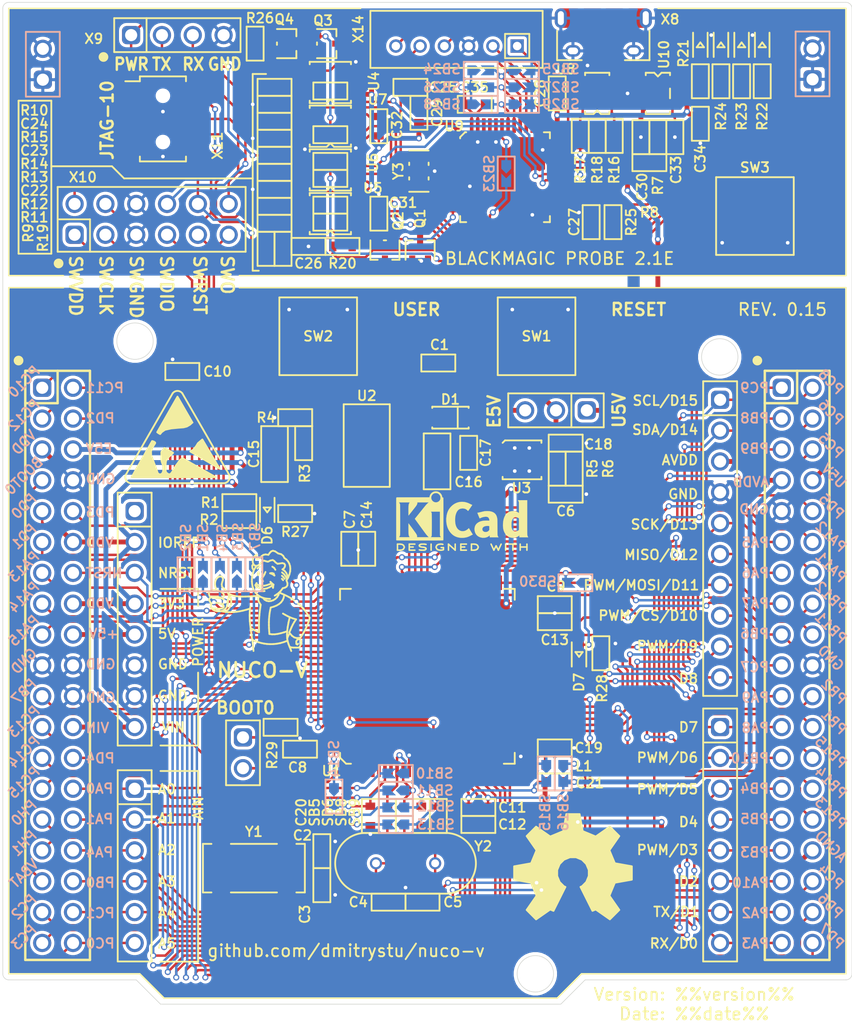
<source format=kicad_pcb>
(kicad_pcb (version 20171130) (host pcbnew "(5.1.5)-3")
  (layers (0 F.Cu signal) (31 B.Cu signal) (34 B.Paste user) (35 F.Paste user) (36 B.SilkS user) (37 F.SilkS user) (38 B.Mask user) (39 F.Mask user) (44 Edge.Cuts user))
  (net 0 "")
  (net 1 PGND)
  (net 2 "Net-(C2-Pad1)")
  (net 3 "Net-(C3-Pad1)")
  (net 4 "Net-(C4-Pad1)")
  (net 5 "Net-(C5-Pad1)")
  (net 6 VDD)
  (net 7 AGND)
  (net 8 VDDA)
  (net 9 "Net-(C13-Pad1)")
  (net 10 "Net-(C14-Pad1)")
  (net 11 VIN)
  (net 12 "Net-(C16-Pad1)")
  (net 13 E5V)
  (net 14 C5V)
  (net 15 VBAT)
  (net 16 /BlackMagicProbe/xPWR)
  (net 17 /BlackMagicProbe/TPWR)
  (net 18 +3V3BM)
  (net 19 U5V)
  (net 20 "Net-(C33-Pad1)")
  (net 21 "Net-(D2-PadA)")
  (net 22 "Net-(D3-PadA)")
  (net 23 "Net-(D4-PadA)")
  (net 24 "Net-(D5-PadA)")
  (net 25 "Net-(L1-Pad2)")
  (net 26 /BlackMagicProbe/iRST_SENSE)
  (net 27 /BlackMagicProbe/xRST)
  (net 28 /BlackMagicProbe/iRST)
  (net 29 "Net-(R2-Pad2)")
  (net 30 "Net-(R5-Pad2)")
  (net 31 /BlackMagicProbe/VBUS)
  (net 32 "Net-(R10-Pad2)")
  (net 33 /BlackMagicProbe/xTXD)
  (net 34 "Net-(R11-Pad2)")
  (net 35 /BlackMagicProbe/xTCK)
  (net 36 "Net-(R12-Pad2)")
  (net 37 /BlackMagicProbe/xTDI)
  (net 38 "Net-(R13-Pad2)")
  (net 39 /BlackMagicProbe/xTDO)
  (net 40 "Net-(R14-Pad2)")
  (net 41 /BlackMagicProbe/xRXD)
  (net 42 "Net-(R15-Pad2)")
  (net 43 /BlackMagicProbe/xTMS)
  (net 44 /BlackMagicProbe/UD-)
  (net 45 "Net-(R16-Pad1)")
  (net 46 "Net-(R17-Pad2)")
  (net 47 "Net-(R17-Pad1)")
  (net 48 /BlackMagicProbe/UD+)
  (net 49 /BlackMagicProbe/LED0)
  (net 50 /BlackMagicProbe/LED1)
  (net 51 /BlackMagicProbe/LED2)
  (net 52 /BlackMagicProbe/BMBTN)
  (net 53 /BlackMagicProbe/SWDCLK)
  (net 54 /BlackMagicProbe/SWDIO)
  (net 55 /BlackMagicProbe/SWO)
  (net 56 /BlackMagicProbe/SWDRST)
  (net 57 "Net-(SB10-Pad2)")
  (net 58 "Net-(SB11-Pad2)")
  (net 59 "Net-(SB12-Pad2)")
  (net 60 "Net-(SB13-Pad2)")
  (net 61 /BlackMagicProbe/iTXD)
  (net 62 /BlackMagicProbe/iTCK)
  (net 63 /BlackMagicProbe/iTDI)
  (net 64 /BlackMagicProbe/iTDO)
  (net 65 /BlackMagicProbe/iRXD)
  (net 66 /BlackMagicProbe/iTMS)
  (net 67 "Net-(SB23-Pad1)")
  (net 68 /PA15)
  (net 69 "Net-(U1-Pad98)")
  (net 70 "Net-(U1-Pad97)")
  (net 71 BOOT0)
  (net 72 /PA4)
  (net 73 /PA5)
  (net 74 /PA6)
  (net 75 /PA7)
  (net 76 "Net-(U1-Pad37)")
  (net 77 "Net-(U1-Pad45)")
  (net 78 "Net-(U1-Pad44)")
  (net 79 "Net-(U1-Pad43)")
  (net 80 "Net-(U1-Pad42)")
  (net 81 "Net-(U1-Pad41)")
  (net 82 "Net-(U1-Pad40)")
  (net 83 "Net-(U1-Pad39)")
  (net 84 PB13)
  (net 85 "Net-(U1-Pad55)")
  (net 86 "Net-(U1-Pad56)")
  (net 87 "Net-(U1-Pad57)")
  (net 88 "Net-(U1-Pad58)")
  (net 89 "Net-(U1-Pad59)")
  (net 90 "Net-(U1-Pad60)")
  (net 91 "Net-(U1-Pad61)")
  (net 92 "Net-(U1-Pad62)")
  (net 93 /PA10)
  (net 94 /PA9)
  (net 95 /PA8)
  (net 96 "Net-(U1-Pad1)")
  (net 97 "Net-(U1-Pad2)")
  (net 98 "Net-(U1-Pad3)")
  (net 99 "Net-(U1-Pad4)")
  (net 100 "Net-(U1-Pad5)")
  (net 101 /PA3)
  (net 102 /PA2)
  (net 103 /PA1)
  (net 104 /PA0)
  (net 105 "Net-(U1-Pad38)")
  (net 106 "Net-(U3-Pad3)")
  (net 107 "Net-(U4-Pad6)")
  (net 108 /BlackMagicProbe/iTMS_DIR)
  (net 109 "Net-(U7-Pad6)")
  (net 110 "Net-(U7-Pad3)")
  (net 111 "Net-(U8-Pad4)")
  (net 112 "Net-(U9-Pad46)")
  (net 113 "Net-(U9-Pad45)")
  (net 114 /BlackMagicProbe/JSWCLK)
  (net 115 "Net-(U9-Pad38)")
  (net 116 /BlackMagicProbe/JSWO)
  (net 117 /BlackMagicProbe/PWR_BR)
  (net 118 "Net-(U9-Pad27)")
  (net 119 "Net-(U9-Pad28)")
  (net 120 /BlackMagicProbe/JSWDIO)
  (net 121 "Net-(U9-Pad2)")
  (net 122 "Net-(U9-Pad3)")
  (net 123 "Net-(U9-Pad4)")
  (net 124 "Net-(U9-Pad5)")
  (net 125 "Net-(U9-Pad6)")
  (net 126 "Net-(U9-Pad10)")
  (net 127 "Net-(X2-Pad1)")
  (net 128 "Net-(SB24-Pad2)")
  (net 129 "Net-(SB26-Pad2)")
  (net 130 "Net-(SB28-Pad2)")
  (net 131 /BlackMagicProbe/JRST)
  (net 132 "Net-(X11-Pad7)")
  (net 133 "Net-(Q3-Pad2)")
  (net 134 "Net-(D6-PadK)")
  (net 135 "Net-(D7-PadA)")
  (net 136 "Net-(D7-PadK)")
  (net 137 /PC9)
  (net 138 /PB0)
  (net 139 /PB1)
  (net 140 /nRST)
  (net 141 /PA14)
  (net 142 /PA13)
  (net 143 /PB3)
  (net 144 /PD0)
  (net 145 /PD1)
  (net 146 /PD2)
  (net 147 /PD3)
  (net 148 /PD4)
  (net 149 /PD5)
  (net 150 /PD6)
  (net 151 /PD7)
  (net 152 /PC10)
  (net 153 /PC11)
  (net 154 /PC12)
  (net 155 /PB9)
  (net 156 /PB8)
  (net 157 /PB7)
  (net 158 /PB6)
  (net 159 /PB5)
  (net 160 /PB4)
  (net 161 /PC4)
  (net 162 /PC5)
  (net 163 /PB2)
  (net 164 /PB11)
  (net 165 /PB10)
  (net 166 /PB12)
  (net 167 /PB14)
  (net 168 /PB15)
  (net 169 /PA12)
  (net 170 /PA11)
  (net 171 /PC8)
  (net 172 /PC7)
  (net 173 /PC3)
  (net 174 /PC2)
  (net 175 /PC1)
  (net 176 /PC0)
  (net 177 /PC6)
  (net 178 /PC13)
  (net 179 /PH0)
  (net 180 /PH1)
  (net 181 /PC14)
  (net 182 /PC15)
  (net 183 "Net-(R3-Pad2)")
  (module SMD-CMN:SMD-1206C (layer F.Cu) (at 92.4 94.7 90)
    (fp_text reference C15 (at 0 -1.7 90) (layer F.SilkS) (effects (font (size 0.8 0.8))))
    (fp_text value 10uF)
    (pad 1 smd rect (at -1.4 0 90) (size 1.2 1.6) (layers F.Cu F.Paste F.Mask) (net 11 VIN))
    (pad 2 smd rect (at 1.4 0 90) (size 1.2 1.6) (layers F.Cu F.Paste F.Mask) (net 1 PGND))
  )
  (module SMD-CMN:SMD-0603C (layer F.Cu) (at 108.4 94.6 270)
    (fp_text reference C17 (at 0 -1.4 90) (layer F.SilkS) (effects (font (size 0.8 0.8))))
    (fp_text value 10uF)
    (pad 2 smd rect (at 0.8 0 270) (size 0.6 0.8) (layers F.Cu F.Paste F.Mask) (net 1 PGND))
    (pad 1 smd rect (at -0.8 0 270) (size 0.6 0.8) (layers F.Cu F.Paste F.Mask) (net 13 E5V))
  )
  (module SMD-CMN:SMD-1206C (layer F.Cu) (at 105.8 95.3 270)
    (fp_text reference C16 (at 1.7 -2.6 180) (layer F.SilkS) (effects (font (size 0.8 0.8))))
    (fp_text value 4.7uF)
    (pad 1 smd rect (at -1.4 0 270) (size 1.2 1.6) (layers F.Cu F.Paste F.Mask) (net 12 "Net-(C16-Pad1)"))
    (pad 2 smd rect (at 1.4 0 270) (size 1.2 1.6) (layers F.Cu F.Paste F.Mask) (net 1 PGND))
  )
  (module SMD-SOT:SOT-223-3 (layer F.Cu) (at 100 94 270)
    (fp_text reference U2 (at -4.1 0) (layer F.SilkS) (effects (font (size 0.8 0.8))))
    (fp_text value LM1117)
    (pad 2 smd rect (at 0 -3.1 270) (size 3.6 1.5) (layers F.Cu F.Paste F.Mask) (net 12 "Net-(C16-Pad1)"))
    (pad 1 smd rect (at -2.3 3.1 270) (size 1.2 1.5) (layers F.Cu F.Paste F.Mask) (net 183 "Net-(R3-Pad2)"))
    (pad 3 smd rect (at 2.3 3.1 270) (size 1.2 1.5) (layers F.Cu F.Paste F.Mask) (net 11 VIN))
    (pad 2 smd rect (at 0 3.1 270) (size 1.2 1.5) (layers F.Cu F.Paste F.Mask) (net 12 "Net-(C16-Pad1)"))
  )
  (module SMD-CMN:SMD-0603R (layer F.Cu) (at 94.1 91.7 180)
    (fp_text reference R4 (at 2.4 0) (layer F.SilkS) (effects (font (size 0.8 0.8))))
    (fp_text value 360)
    (pad 2 smd rect (at 0.8 0 180) (size 0.6 0.8) (layers F.Cu F.Paste F.Mask) (net 1 PGND))
    (pad 1 smd rect (at -0.8 0 180) (size 0.6 0.8) (layers F.Cu F.Paste F.Mask) (net 183 "Net-(R3-Pad2)"))
  )
  (module SMD-CMN:SMD-0603R (layer F.Cu) (at 94.8 93.8 90)
    (fp_text reference R3 (at -2.5 0.1 270) (layer F.SilkS) (effects (font (size 0.8 0.8))))
    (fp_text value 120)
    (pad 2 smd rect (at 0.8 0 90) (size 0.6 0.8) (layers F.Cu F.Paste F.Mask) (net 183 "Net-(R3-Pad2)"))
    (pad 1 smd rect (at -0.8 0 90) (size 0.6 0.8) (layers F.Cu F.Paste F.Mask) (net 12 "Net-(C16-Pad1)"))
  )
  (module CONNFLY:DS1031-08-2X05P8BSX (layer F.Cu) (at 83.2 67.1 270)
    (fp_text reference X11 (at 2.2 -4.5 90) (layer F.SilkS) (effects (font (size 0.8 0.8))))
    (fp_text value CONN-10P2L hide)
    (pad "" np_thru_hole circle (at -1.905 0 270) (size 0.7 0.7) (drill 0.7) (layers *.Cu *.Mask))
    (pad "" np_thru_hole circle (at 1.905 0 270) (size 0.7 0.7) (drill 0.7) (layers *.Cu *.Mask))
    (pad 6 smd rect (at 0 -2 270) (size 0.6 2.4) (layers F.Cu F.Paste F.Mask) (net 39 /BlackMagicProbe/xTDO))
    (pad 8 smd rect (at 1.27 -2 270) (size 0.6 2.4) (layers F.Cu F.Paste F.Mask) (net 37 /BlackMagicProbe/xTDI))
    (pad 4 smd rect (at -1.27 -2 270) (size 0.6 2.4) (layers F.Cu F.Paste F.Mask) (net 35 /BlackMagicProbe/xTCK))
    (pad 2 smd rect (at -2.535 -2 270) (size 0.6 2.4) (layers F.Cu F.Paste F.Mask) (net 43 /BlackMagicProbe/xTMS))
    (pad 10 smd rect (at 2.54 -2 270) (size 0.6 2.4) (layers F.Cu F.Paste F.Mask) (net 27 /BlackMagicProbe/xRST))
    (pad 1 smd rect (at -2.54 2 270) (size 0.6 2.4) (layers F.Cu F.Paste F.Mask) (net 16 /BlackMagicProbe/xPWR))
    (pad 3 smd rect (at -1.27 2 270) (size 0.6 2.4) (layers F.Cu F.Paste F.Mask) (net 1 PGND))
    (pad 5 smd rect (at 0 2 270) (size 0.6 2.4) (layers F.Cu F.Paste F.Mask) (net 1 PGND))
    (pad 9 smd rect (at 2.54 2 270) (size 0.6 2.4) (layers F.Cu F.Paste F.Mask) (net 1 PGND))
    (pad 7 smd rect (at 1.27 2 270) (size 0.6 2.4) (layers F.Cu F.Paste F.Mask) (net 132 "Net-(X11-Pad7)"))
  )
  (module CONNFLY:DS1021-1X02S61 (layer B.Cu) (at 73.3 62.6 90)
    (fp_text reference X13 hide)
    (fp_text value CONN-02P1LA)
    (pad 1 thru_hole roundrect (at -1.27 0 90) (size 1.5 1.5) (drill 1) (layers *.Cu *.Mask) (net 1 PGND))
    (pad 2 thru_hole circle (at 1.27 0 90) (size 1.5 1.5) (drill 1) (layers *.Cu *.Mask) (net 1 PGND))
  )
  (module CONNFLY:DS1021-1X02S61 (layer B.Cu) (at 136.75 62.57 90)
    (fp_text reference X12 hide)
    (fp_text value CONN-02P1LA)
    (pad 1 thru_hole roundrect (at -1.27 0 90) (size 1.5 1.5) (drill 1) (layers *.Cu *.Mask) (net 1 PGND))
    (pad 2 thru_hole circle (at 1.27 0 90) (size 1.5 1.5) (drill 1) (layers *.Cu *.Mask) (net 1 PGND))
  )
  (module CONNFLY:DS1023-1X06A (layer F.Cu) (at 80.87 128.61 270)
    (fp_text reference X3 hide)
    (fp_text value CONN-06P1L)
    (pad 6 thru_hole circle (at 6.35 0 270) (size 1.5 1.5) (drill 1) (layers *.Cu *.Mask) (net 176 /PC0))
    (pad 1 thru_hole roundrect (at -6.35 0 270) (size 1.5 1.5) (drill 1) (layers *.Cu *.Mask) (net 104 /PA0))
    (pad 5 thru_hole circle (at 3.81 0 270) (size 1.5 1.5) (drill 1) (layers *.Cu *.Mask) (net 175 /PC1))
    (pad 2 thru_hole circle (at -3.81 0 270) (size 1.5 1.5) (drill 1) (layers *.Cu *.Mask) (net 103 /PA1))
    (pad 3 thru_hole circle (at -1.27 0 270) (size 1.5 1.5) (drill 1) (layers *.Cu *.Mask) (net 72 /PA4))
    (pad 4 thru_hole circle (at 1.27 0 270) (size 1.5 1.5) (drill 1) (layers *.Cu *.Mask) (net 138 /PB0))
  )
  (module CONNFLY:DS1023-1X08A (layer F.Cu) (at 129.13 126.07 270)
    (fp_text reference X6 hide)
    (fp_text value CONN-08P1L)
    (pad 8 thru_hole circle (at 8.89 0 270) (size 1.5 1.5) (drill 1) (layers *.Cu *.Mask) (net 101 /PA3))
    (pad 7 thru_hole circle (at 6.35 0 270) (size 1.5 1.5) (drill 1) (layers *.Cu *.Mask) (net 102 /PA2))
    (pad 6 thru_hole circle (at 3.81 0 270) (size 1.5 1.5) (drill 1) (layers *.Cu *.Mask) (net 93 /PA10))
    (pad 1 thru_hole roundrect (at -8.89 0 270) (size 1.5 1.5) (drill 1) (layers *.Cu *.Mask) (net 95 /PA8))
    (pad 5 thru_hole circle (at 1.27 0 270) (size 1.5 1.5) (drill 1) (layers *.Cu *.Mask) (net 143 /PB3))
    (pad 2 thru_hole circle (at -6.35 0 270) (size 1.5 1.5) (drill 1) (layers *.Cu *.Mask) (net 165 /PB10))
    (pad 3 thru_hole circle (at -3.81 0 270) (size 1.5 1.5) (drill 1) (layers *.Cu *.Mask) (net 160 /PB4))
    (pad 4 thru_hole circle (at -1.27 0 270) (size 1.5 1.5) (drill 1) (layers *.Cu *.Mask) (net 159 /PB5))
  )
  (module CONNFLY:DS1023-1X08A (layer F.Cu) (at 80.87 108.29 270)
    (fp_text reference X2 hide)
    (fp_text value CONN-08P1L)
    (pad 8 thru_hole circle (at 8.89 0 270) (size 1.5 1.5) (drill 1) (layers *.Cu *.Mask) (net 11 VIN))
    (pad 7 thru_hole circle (at 6.35 0 270) (size 1.5 1.5) (drill 1) (layers *.Cu *.Mask) (net 1 PGND))
    (pad 6 thru_hole circle (at 3.81 0 270) (size 1.5 1.5) (drill 1) (layers *.Cu *.Mask) (net 1 PGND))
    (pad 1 thru_hole roundrect (at -8.89 0 270) (size 1.5 1.5) (drill 1) (layers *.Cu *.Mask) (net 127 "Net-(X2-Pad1)"))
    (pad 5 thru_hole circle (at 1.27 0 270) (size 1.5 1.5) (drill 1) (layers *.Cu *.Mask) (net 14 C5V))
    (pad 2 thru_hole circle (at -6.35 0 270) (size 1.5 1.5) (drill 1) (layers *.Cu *.Mask) (net 6 VDD))
    (pad 3 thru_hole circle (at -3.81 0 270) (size 1.5 1.5) (drill 1) (layers *.Cu *.Mask) (net 140 /nRST))
    (pad 4 thru_hole circle (at -1.27 0 270) (size 1.5 1.5) (drill 1) (layers *.Cu *.Mask) (net 6 VDD))
  )
  (module CONNFLY:DS1023-1X10A (layer F.Cu) (at 129.13 101.66 270)
    (fp_text reference X5 hide)
    (fp_text value CONN-10P1L)
    (pad 10 thru_hole circle (at 11.43 0 270) (size 1.5 1.5) (drill 1) (layers *.Cu *.Mask) (net 94 /PA9))
    (pad 9 thru_hole circle (at 8.89 0 270) (size 1.5 1.5) (drill 1) (layers *.Cu *.Mask) (net 172 /PC7))
    (pad 8 thru_hole circle (at 6.35 0 270) (size 1.5 1.5) (drill 1) (layers *.Cu *.Mask) (net 158 /PB6))
    (pad 7 thru_hole circle (at 3.81 0 270) (size 1.5 1.5) (drill 1) (layers *.Cu *.Mask) (net 75 /PA7))
    (pad 6 thru_hole circle (at 1.27 0 270) (size 1.5 1.5) (drill 1) (layers *.Cu *.Mask) (net 74 /PA6))
    (pad 1 thru_hole roundrect (at -11.43 0 270) (size 1.5 1.5) (drill 1) (layers *.Cu *.Mask) (net 156 /PB8))
    (pad 5 thru_hole circle (at -1.27 0 270) (size 1.5 1.5) (drill 1) (layers *.Cu *.Mask) (net 73 /PA5))
    (pad 2 thru_hole circle (at -8.89 0 270) (size 1.5 1.5) (drill 1) (layers *.Cu *.Mask) (net 155 /PB9))
    (pad 3 thru_hole circle (at -6.35 0 270) (size 1.5 1.5) (drill 1) (layers *.Cu *.Mask) (net 8 VDDA))
    (pad 4 thru_hole circle (at -3.81 0 270) (size 1.5 1.5) (drill 1) (layers *.Cu *.Mask) (net 1 PGND))
  )
  (module logo:OSHW_FS_10MM (layer F.Cu) (at 117 129.2)
    (fp_text reference OSHW_FS_10MM hide)
    (fp_text value VAL** hide)
  )
  (module SMD-CMN:SMD-0603L (layer F.Cu) (at 115.5 120.3)
    (fp_text reference L1 (at 2.4 0.1) (layer F.SilkS) (effects (font (size 0.8 0.8))))
    (fp_text value BEAD)
    (pad 2 smd rect (at 0.8 0) (size 0.6 0.8) (layers F.Cu F.Paste F.Mask) (net 25 "Net-(L1-Pad2)"))
    (pad 1 smd rect (at -0.8 0) (size 0.6 0.8) (layers F.Cu F.Paste F.Mask) (net 6 VDD))
  )
  (module CONNFLY:DS1021-1X02S61 (layer F.Cu) (at 89.8 119.3 270)
    (fp_text reference X15 hide)
    (fp_text value CONN-02P1L)
    (pad 1 thru_hole roundrect (at -1.27 0 270) (size 1.5 1.5) (drill 1) (layers *.Cu *.Mask) (net 71 BOOT0))
    (pad 2 thru_hole circle (at 1.27 0 270) (size 1.5 1.5) (drill 1) (layers *.Cu *.Mask) (net 6 VDD))
  )
  (module QUARTZ:KX-327S (layer F.Cu) (at 90.7 128.8 180)
    (fp_text reference Y1 (at 0 3) (layer F.SilkS) (effects (font (size 0.8 0.8))))
    (fp_text value 32.768K)
    (pad 3 smd rect (at 2.7 -1.6 180) (size 1.3 1.9) (layers F.Cu F.Paste F.Mask))
    (pad 2 smd rect (at -2.7 -1.6 180) (size 1.3 1.9) (layers F.Cu F.Paste F.Mask) (net 3 "Net-(C3-Pad1)"))
    (pad 1 smd rect (at -2.7 1.6 180) (size 1.3 1.9) (layers F.Cu F.Paste F.Mask) (net 2 "Net-(C2-Pad1)"))
    (pad 4 smd rect (at 2.7 1.6 180) (size 1.3 1.9) (layers F.Cu F.Paste F.Mask))
  )
  (module logo:FALLOUT_1 (layer F.Cu) (at 90.8 106.7)
    (fp_text reference svg2mod hide)
    (fp_text value G*** hide)
  )
  (module logo:esd1 (layer F.Cu) (at 84.4 94.6)
    (fp_text reference G*** hide)
    (fp_text value LOGO hide)
  )
  (module logo:KiCad-Logo_Copper_11mmx5mm (layer F.Cu) (at 107.87 99.79)
    (fp_text reference G***)
    (fp_text value "KiCad Logo" hide)
    (fp_text user "DESIGNED WITH" (at 0 2.6) (layer F.SilkS) (effects (font (size 0.5 0.97) (thickness 0.125))))
    (pad 1 smd circle (at -2.17 -1.49) (size 0.9 0.9) (layers F.Cu F.Mask) (net 6 VDD))
  )
  (module SMD-CMN:SMD-0603J (layer B.Cu) (at 85.1 104.6 90)
    (fp_text reference SB2 (at 3 0 270) (layer B.SilkS) (effects (font (size 0.8 0.8)) (justify mirror)))
    (fp_text value JUMPER)
    (pad 1 smd custom (at -0.8 0 90) (size 0.6 0.8) (layers B.Cu B.Paste B.Mask) (net 142 /PA13) (options (clearance outline) (anchor rect)) (primitives (gr_poly (pts (xy 0.8 0) (xy 0.4 -0.4) (xy -0.3 -0.4) (xy -0.3 0.4) (xy 0.4 0.4)) (width 0.01))))
    (pad 2 smd custom (at 0.8 0 90) (size 0.6 0.8) (layers B.Cu B.Paste B.Mask) (net 54 /BlackMagicProbe/SWDIO) (options (clearance outline) (anchor rect)) (primitives (gr_poly (pts (xy 0.3 -0.4) (xy -0.8 -0.4) (xy -0.4 0) (xy -0.8 0.4) (xy 0.3 0.4)) (width 0.01))))
  )
  (module SMD-QFN:QFPX50P140X140-100 (layer F.Cu) (at 105 113)
    (fp_text reference U1 (at -7.9 7.8) (layer F.SilkS) (effects (font (size 0.8 0.8))))
    (fp_text value STM32H742Vx)
    (pad 76 smd rect (at -7.7 -6 90) (size 0.3 1.2) (layers F.Cu F.Paste F.Mask) (net 141 /PA14))
    (pad 77 smd rect (at -7.7 -5.5 90) (size 0.3 1.2) (layers F.Cu F.Paste F.Mask) (net 68 /PA15))
    (pad 78 smd rect (at -7.7 -5 90) (size 0.3 1.2) (layers F.Cu F.Paste F.Mask) (net 152 /PC10))
    (pad 79 smd rect (at -7.7 -4.5 90) (size 0.3 1.2) (layers F.Cu F.Paste F.Mask) (net 153 /PC11))
    (pad 80 smd rect (at -7.7 -4 90) (size 0.3 1.2) (layers F.Cu F.Paste F.Mask) (net 154 /PC12))
    (pad 81 smd rect (at -7.7 -3.5 90) (size 0.3 1.2) (layers F.Cu F.Paste F.Mask) (net 144 /PD0))
    (pad 82 smd rect (at -7.7 -3 90) (size 0.3 1.2) (layers F.Cu F.Paste F.Mask) (net 145 /PD1))
    (pad 83 smd rect (at -7.7 -2.5 90) (size 0.3 1.2) (layers F.Cu F.Paste F.Mask) (net 146 /PD2))
    (pad 84 smd rect (at -7.7 -2 90) (size 0.3 1.2) (layers F.Cu F.Paste F.Mask) (net 147 /PD3))
    (pad 85 smd rect (at -7.7 -1.5 90) (size 0.3 1.2) (layers F.Cu F.Paste F.Mask) (net 148 /PD4))
    (pad 86 smd rect (at -7.7 -1 90) (size 0.3 1.2) (layers F.Cu F.Paste F.Mask) (net 149 /PD5))
    (pad 87 smd rect (at -7.7 -0.5 90) (size 0.3 1.2) (layers F.Cu F.Paste F.Mask) (net 150 /PD6))
    (pad 100 smd rect (at -7.7 6 90) (size 0.3 1.2) (layers F.Cu F.Paste F.Mask) (net 6 VDD))
    (pad 99 smd rect (at -7.7 5.5 90) (size 0.3 1.2) (layers F.Cu F.Paste F.Mask) (net 1 PGND))
    (pad 98 smd rect (at -7.7 5 90) (size 0.3 1.2) (layers F.Cu F.Paste F.Mask) (net 69 "Net-(U1-Pad98)"))
    (pad 97 smd rect (at -7.7 4.5 90) (size 0.3 1.2) (layers F.Cu F.Paste F.Mask) (net 70 "Net-(U1-Pad97)"))
    (pad 96 smd rect (at -7.7 4 90) (size 0.3 1.2) (layers F.Cu F.Paste F.Mask) (net 155 /PB9))
    (pad 95 smd rect (at -7.7 3.5 90) (size 0.3 1.2) (layers F.Cu F.Paste F.Mask) (net 156 /PB8))
    (pad 94 smd rect (at -7.7 3 90) (size 0.3 1.2) (layers F.Cu F.Paste F.Mask) (net 71 BOOT0))
    (pad 93 smd rect (at -7.7 2.5 90) (size 0.3 1.2) (layers F.Cu F.Paste F.Mask) (net 157 /PB7))
    (pad 92 smd rect (at -7.7 2 90) (size 0.3 1.2) (layers F.Cu F.Paste F.Mask) (net 158 /PB6))
    (pad 91 smd rect (at -7.7 1.5 90) (size 0.3 1.2) (layers F.Cu F.Paste F.Mask) (net 159 /PB5))
    (pad 90 smd rect (at -7.7 1 90) (size 0.3 1.2) (layers F.Cu F.Paste F.Mask) (net 160 /PB4))
    (pad 89 smd rect (at -7.7 0.5 90) (size 0.3 1.2) (layers F.Cu F.Paste F.Mask) (net 143 /PB3))
    (pad 26 smd rect (at 7.7 6 90) (size 0.3 1.2) (layers F.Cu F.Paste F.Mask) (net 1 PGND))
    (pad 27 smd rect (at 7.7 5.5 90) (size 0.3 1.2) (layers F.Cu F.Paste F.Mask) (net 6 VDD))
    (pad 28 smd rect (at 7.7 5 90) (size 0.3 1.2) (layers F.Cu F.Paste F.Mask) (net 72 /PA4))
    (pad 29 smd rect (at 7.7 4.5 90) (size 0.3 1.2) (layers F.Cu F.Paste F.Mask) (net 73 /PA5))
    (pad 30 smd rect (at 7.7 4 90) (size 0.3 1.2) (layers F.Cu F.Paste F.Mask) (net 74 /PA6))
    (pad 31 smd rect (at 7.7 3.5 90) (size 0.3 1.2) (layers F.Cu F.Paste F.Mask) (net 75 /PA7))
    (pad 32 smd rect (at 7.7 3 90) (size 0.3 1.2) (layers F.Cu F.Paste F.Mask) (net 161 /PC4))
    (pad 33 smd rect (at 7.7 2.5 90) (size 0.3 1.2) (layers F.Cu F.Paste F.Mask) (net 162 /PC5))
    (pad 34 smd rect (at 7.7 2 90) (size 0.3 1.2) (layers F.Cu F.Paste F.Mask) (net 138 /PB0))
    (pad 35 smd rect (at 7.7 1.5 90) (size 0.3 1.2) (layers F.Cu F.Paste F.Mask) (net 139 /PB1))
    (pad 36 smd rect (at 7.7 1 90) (size 0.3 1.2) (layers F.Cu F.Paste F.Mask) (net 163 /PB2))
    (pad 37 smd rect (at 7.7 0.5 90) (size 0.3 1.2) (layers F.Cu F.Paste F.Mask) (net 76 "Net-(U1-Pad37)"))
    (pad 50 smd rect (at 7.7 -6 90) (size 0.3 1.2) (layers F.Cu F.Paste F.Mask) (net 6 VDD))
    (pad 49 smd rect (at 7.7 -5.5 90) (size 0.3 1.2) (layers F.Cu F.Paste F.Mask) (net 1 PGND))
    (pad 48 smd rect (at 7.7 -5 90) (size 0.3 1.2) (layers F.Cu F.Paste F.Mask) (net 9 "Net-(C13-Pad1)"))
    (pad 47 smd rect (at 7.7 -4.5 90) (size 0.3 1.2) (layers F.Cu F.Paste F.Mask) (net 164 /PB11))
    (pad 46 smd rect (at 7.7 -4 90) (size 0.3 1.2) (layers F.Cu F.Paste F.Mask) (net 165 /PB10))
    (pad 45 smd rect (at 7.7 -3.5 90) (size 0.3 1.2) (layers F.Cu F.Paste F.Mask) (net 77 "Net-(U1-Pad45)"))
    (pad 44 smd rect (at 7.7 -3 90) (size 0.3 1.2) (layers F.Cu F.Paste F.Mask) (net 78 "Net-(U1-Pad44)"))
    (pad 43 smd rect (at 7.7 -2.5 90) (size 0.3 1.2) (layers F.Cu F.Paste F.Mask) (net 79 "Net-(U1-Pad43)"))
    (pad 42 smd rect (at 7.7 -2 90) (size 0.3 1.2) (layers F.Cu F.Paste F.Mask) (net 80 "Net-(U1-Pad42)"))
    (pad 41 smd rect (at 7.7 -1.5 90) (size 0.3 1.2) (layers F.Cu F.Paste F.Mask) (net 81 "Net-(U1-Pad41)"))
    (pad 40 smd rect (at 7.7 -1 90) (size 0.3 1.2) (layers F.Cu F.Paste F.Mask) (net 82 "Net-(U1-Pad40)"))
    (pad 39 smd rect (at 7.7 -0.5 90) (size 0.3 1.2) (layers F.Cu F.Paste F.Mask) (net 83 "Net-(U1-Pad39)"))
    (pad 51 smd rect (at 6 -7.7) (size 0.3 1.2) (layers F.Cu F.Paste F.Mask) (net 166 /PB12))
    (pad 52 smd rect (at 5.5 -7.7) (size 0.3 1.2) (layers F.Cu F.Paste F.Mask) (net 84 PB13))
    (pad 53 smd rect (at 5 -7.7) (size 0.3 1.2) (layers F.Cu F.Paste F.Mask) (net 167 /PB14))
    (pad 54 smd rect (at 4.5 -7.7) (size 0.3 1.2) (layers F.Cu F.Paste F.Mask) (net 168 /PB15))
    (pad 55 smd rect (at 4 -7.7) (size 0.3 1.2) (layers F.Cu F.Paste F.Mask) (net 85 "Net-(U1-Pad55)"))
    (pad 56 smd rect (at 3.5 -7.7) (size 0.3 1.2) (layers F.Cu F.Paste F.Mask) (net 86 "Net-(U1-Pad56)"))
    (pad 57 smd rect (at 3 -7.7) (size 0.3 1.2) (layers F.Cu F.Paste F.Mask) (net 87 "Net-(U1-Pad57)"))
    (pad 58 smd rect (at 2.5 -7.7) (size 0.3 1.2) (layers F.Cu F.Paste F.Mask) (net 88 "Net-(U1-Pad58)"))
    (pad 59 smd rect (at 2 -7.7) (size 0.3 1.2) (layers F.Cu F.Paste F.Mask) (net 89 "Net-(U1-Pad59)"))
    (pad 60 smd rect (at 1.5 -7.7) (size 0.3 1.2) (layers F.Cu F.Paste F.Mask) (net 90 "Net-(U1-Pad60)"))
    (pad 61 smd rect (at 1 -7.7) (size 0.3 1.2) (layers F.Cu F.Paste F.Mask) (net 91 "Net-(U1-Pad61)"))
    (pad 62 smd rect (at 0.5 -7.7) (size 0.3 1.2) (layers F.Cu F.Paste F.Mask) (net 92 "Net-(U1-Pad62)"))
    (pad 75 smd rect (at -6 -7.7) (size 0.3 1.2) (layers F.Cu F.Paste F.Mask) (net 6 VDD))
    (pad 74 smd rect (at -5.5 -7.7) (size 0.3 1.2) (layers F.Cu F.Paste F.Mask) (net 1 PGND))
    (pad 73 smd rect (at -5 -7.7) (size 0.3 1.2) (layers F.Cu F.Paste F.Mask) (net 10 "Net-(C14-Pad1)"))
    (pad 72 smd rect (at -4.5 -7.7) (size 0.3 1.2) (layers F.Cu F.Paste F.Mask) (net 142 /PA13))
    (pad 71 smd rect (at -4 -7.7) (size 0.3 1.2) (layers F.Cu F.Paste F.Mask) (net 169 /PA12))
    (pad 70 smd rect (at -3.5 -7.7) (size 0.3 1.2) (layers F.Cu F.Paste F.Mask) (net 170 /PA11))
    (pad 69 smd rect (at -3 -7.7) (size 0.3 1.2) (layers F.Cu F.Paste F.Mask) (net 93 /PA10))
    (pad 68 smd rect (at -2.5 -7.7) (size 0.3 1.2) (layers F.Cu F.Paste F.Mask) (net 94 /PA9))
    (pad 67 smd rect (at -2 -7.7) (size 0.3 1.2) (layers F.Cu F.Paste F.Mask) (net 95 /PA8))
    (pad 66 smd rect (at -1.5 -7.7) (size 0.3 1.2) (layers F.Cu F.Paste F.Mask) (net 137 /PC9))
    (pad 65 smd rect (at -1 -7.7) (size 0.3 1.2) (layers F.Cu F.Paste F.Mask) (net 171 /PC8))
    (pad 64 smd rect (at -0.5 -7.7) (size 0.3 1.2) (layers F.Cu F.Paste F.Mask) (net 172 /PC7))
    (pad 1 smd rect (at -6 7.7) (size 0.3 1.2) (layers F.Cu F.Paste F.Mask) (net 96 "Net-(U1-Pad1)"))
    (pad 2 smd rect (at -5.5 7.7) (size 0.3 1.2) (layers F.Cu F.Paste F.Mask) (net 97 "Net-(U1-Pad2)"))
    (pad 3 smd rect (at -5 7.7) (size 0.3 1.2) (layers F.Cu F.Paste F.Mask) (net 98 "Net-(U1-Pad3)"))
    (pad 4 smd rect (at -4.5 7.7) (size 0.3 1.2) (layers F.Cu F.Paste F.Mask) (net 99 "Net-(U1-Pad4)"))
    (pad 5 smd rect (at -4 7.7) (size 0.3 1.2) (layers F.Cu F.Paste F.Mask) (net 100 "Net-(U1-Pad5)"))
    (pad 6 smd rect (at -3.5 7.7) (size 0.3 1.2) (layers F.Cu F.Paste F.Mask) (net 15 VBAT))
    (pad 7 smd rect (at -3 7.7) (size 0.3 1.2) (layers F.Cu F.Paste F.Mask) (net 178 /PC13))
    (pad 8 smd rect (at -2.5 7.7) (size 0.3 1.2) (layers F.Cu F.Paste F.Mask) (net 181 /PC14))
    (pad 9 smd rect (at -2 7.7) (size 0.3 1.2) (layers F.Cu F.Paste F.Mask) (net 182 /PC15))
    (pad 10 smd rect (at -1.5 7.7) (size 0.3 1.2) (layers F.Cu F.Paste F.Mask) (net 1 PGND))
    (pad 11 smd rect (at -1 7.7) (size 0.3 1.2) (layers F.Cu F.Paste F.Mask) (net 6 VDD))
    (pad 12 smd rect (at -0.5 7.7) (size 0.3 1.2) (layers F.Cu F.Paste F.Mask) (net 179 /PH0))
    (pad 25 smd rect (at 6 7.7) (size 0.3 1.2) (layers F.Cu F.Paste F.Mask) (net 101 /PA3))
    (pad 24 smd rect (at 5.5 7.7) (size 0.3 1.2) (layers F.Cu F.Paste F.Mask) (net 102 /PA2))
    (pad 23 smd rect (at 5 7.7) (size 0.3 1.2) (layers F.Cu F.Paste F.Mask) (net 103 /PA1))
    (pad 22 smd rect (at 4.5 7.7) (size 0.3 1.2) (layers F.Cu F.Paste F.Mask) (net 104 /PA0))
    (pad 21 smd rect (at 4 7.7) (size 0.3 1.2) (layers F.Cu F.Paste F.Mask) (net 8 VDDA))
    (pad 20 smd rect (at 3.5 7.7) (size 0.3 1.2) (layers F.Cu F.Paste F.Mask) (net 8 VDDA))
    (pad 19 smd rect (at 3 7.7) (size 0.3 1.2) (layers F.Cu F.Paste F.Mask) (net 7 AGND))
    (pad 18 smd rect (at 2.5 7.7) (size 0.3 1.2) (layers F.Cu F.Paste F.Mask) (net 173 /PC3))
    (pad 17 smd rect (at 2 7.7) (size 0.3 1.2) (layers F.Cu F.Paste F.Mask) (net 174 /PC2))
    (pad 16 smd rect (at 1.5 7.7) (size 0.3 1.2) (layers F.Cu F.Paste F.Mask) (net 175 /PC1))
    (pad 15 smd rect (at 1 7.7) (size 0.3 1.2) (layers F.Cu F.Paste F.Mask) (net 176 /PC0))
    (pad 14 smd rect (at 0.5 7.7) (size 0.3 1.2) (layers F.Cu F.Paste F.Mask) (net 140 /nRST))
    (pad 88 smd rect (at -7.7 0 90) (size 0.3 1.2) (layers F.Cu F.Paste F.Mask) (net 151 /PD7))
    (pad 63 smd rect (at 0 -7.7) (size 0.3 1.2) (layers F.Cu F.Paste F.Mask) (net 177 /PC6))
    (pad 38 smd rect (at 7.7 0 90) (size 0.3 1.2) (layers F.Cu F.Paste F.Mask) (net 105 "Net-(U1-Pad38)"))
    (pad 13 smd rect (at 0 7.7) (size 0.3 1.2) (layers F.Cu F.Paste F.Mask) (net 180 /PH1))
  )
  (module SMD-CMN:SMD-0603R (layer F.Cu) (at 92.9 117.2)
    (fp_text reference R29 (at -0.7 2.3 90) (layer F.SilkS) (effects (font (size 0.8 0.8))))
    (fp_text value 10K)
    (pad 2 smd rect (at 0.8 0) (size 0.6 0.8) (layers F.Cu F.Paste F.Mask) (net 1 PGND))
    (pad 1 smd rect (at -0.8 0) (size 0.6 0.8) (layers F.Cu F.Paste F.Mask) (net 71 BOOT0))
  )
  (module SMD-CMN:SMD-0603J (layer B.Cu) (at 117.2 105.3 180)
    (fp_text reference SB30 (at 3.1 0.1) (layer B.SilkS) (effects (font (size 0.8 0.8)) (justify mirror)))
    (fp_text value JUMPER)
    (pad 1 smd custom (at -0.8 0 180) (size 0.6 0.8) (layers B.Cu B.Paste B.Mask) (net 135 "Net-(D7-PadA)") (options (clearance outline) (anchor rect)) (primitives (gr_poly (pts (xy 0.8 0) (xy 0.4 -0.4) (xy -0.3 -0.4) (xy -0.3 0.4) (xy 0.4 0.4)) (width 0.01))))
    (pad 2 smd custom (at 0.8 0 180) (size 0.6 0.8) (layers B.Cu B.Paste B.Mask) (net 84 PB13) (options (clearance outline) (anchor rect)) (primitives (gr_poly (pts (xy 0.3 -0.4) (xy -0.8 -0.4) (xy -0.4 0) (xy -0.8 0.4) (xy 0.3 0.4)) (width 0.01))))
  )
  (module SMD-CMN:SMD-0603R (layer F.Cu) (at 119.3 111.1 90)
    (fp_text reference R28 (at -2.9 0.1 90) (layer F.SilkS) (effects (font (size 0.8 0.8))))
    (fp_text value 330)
    (pad 2 smd rect (at 0.8 0 90) (size 0.6 0.8) (layers F.Cu F.Paste F.Mask) (net 1 PGND))
    (pad 1 smd rect (at -0.8 0 90) (size 0.6 0.8) (layers F.Cu F.Paste F.Mask) (net 136 "Net-(D7-PadK)"))
  )
  (module SMD-CMN:SMD-0603R (layer F.Cu) (at 94.1 99.6)
    (fp_text reference R27 (at 0 1.5) (layer F.SilkS) (effects (font (size 0.8 0.8))))
    (fp_text value 470)
    (pad 2 smd rect (at 0.8 0) (size 0.6 0.8) (layers F.Cu F.Paste F.Mask) (net 1 PGND))
    (pad 1 smd rect (at -0.8 0) (size 0.6 0.8) (layers F.Cu F.Paste F.Mask) (net 134 "Net-(D6-PadK)"))
  )
  (module OPTOEL:LED-0603 (layer F.Cu) (at 117.5 111.2 90)
    (fp_text reference D7 (at -2.3 0 90) (layer F.SilkS) (effects (font (size 0.8 0.8))))
    (fp_text value 0603G)
    (pad A smd rect (at 0.8 0 90) (size 0.6 0.8) (layers F.Cu F.Paste F.Mask) (net 135 "Net-(D7-PadA)"))
    (pad K smd rect (at -0.8 0 90) (size 0.6 0.8) (layers F.Cu F.Paste F.Mask) (net 136 "Net-(D7-PadK)"))
  )
  (module OPTOEL:LED-0603 (layer F.Cu) (at 91.8 99.3 90)
    (fp_text reference D6 (at -2.1 0 90) (layer F.SilkS) (effects (font (size 0.8 0.8))))
    (fp_text value 0603R)
    (pad A smd rect (at 0.8 0 90) (size 0.6 0.8) (layers F.Cu F.Paste F.Mask) (net 6 VDD))
    (pad K smd rect (at -0.8 0 90) (size 0.6 0.8) (layers F.Cu F.Paste F.Mask) (net 134 "Net-(D6-PadK)"))
  )
  (module QUARTZ:KX-3H (layer F.Cu) (at 103.2 128.4)
    (fp_text reference Y2 (at 6.4 -1.4) (layer F.SilkS) (effects (font (size 0.8 0.8))))
    (fp_text value 8MHz)
    (pad 2 thru_hole circle (at 2.44 0) (size 1 1) (drill 0.65) (layers *.Cu *.Mask) (net 5 "Net-(C5-Pad1)"))
    (pad 1 thru_hole circle (at -2.44 0) (size 1 1) (drill 0.65) (layers *.Cu *.Mask) (net 4 "Net-(C4-Pad1)"))
  )
  (module SMD-CMN:SMD-0603R (layer F.Cu) (at 105.9 124.5 90)
    (fp_text reference SB9 (at 0.3 -6.9 90) (layer F.SilkS) (effects (font (size 0.8 0.8))))
    (fp_text value JUMPER)
    (pad 2 smd rect (at 0.8 0 90) (size 0.6 0.8) (layers F.Cu F.Paste F.Mask) (net 180 /PH1))
    (pad 1 smd rect (at -0.8 0 90) (size 0.6 0.8) (layers F.Cu F.Paste F.Mask) (net 5 "Net-(C5-Pad1)"))
  )
  (module SMD-CMN:SMD-0603R (layer F.Cu) (at 101.7 124.5 90)
    (fp_text reference SB5 (at 0.3 -6 90) (layer F.SilkS) (effects (font (size 0.8 0.8))))
    (fp_text value JUMPER)
    (pad 2 smd rect (at 0.8 0 90) (size 0.6 0.8) (layers F.Cu F.Paste F.Mask) (net 181 /PC14))
    (pad 1 smd rect (at -0.8 0 90) (size 0.6 0.8) (layers F.Cu F.Paste F.Mask) (net 2 "Net-(C2-Pad1)"))
  )
  (module SMD-CMN:SMD-0603R (layer F.Cu) (at 103.1 124.5 90)
    (fp_text reference SB6 (at 0.3 -6.3 90) (layer F.SilkS) (effects (font (size 0.8 0.8))))
    (fp_text value JUMPER)
    (pad 2 smd rect (at 0.8 0 90) (size 0.6 0.8) (layers F.Cu F.Paste F.Mask) (net 182 /PC15))
    (pad 1 smd rect (at -0.8 0 90) (size 0.6 0.8) (layers F.Cu F.Paste F.Mask) (net 3 "Net-(C3-Pad1)"))
  )
  (module SMD-CMN:SMD-0603R (layer F.Cu) (at 89.5 98.7 180)
    (fp_text reference R1 (at 2.4 0) (layer F.SilkS) (effects (font (size 0.8 0.8))))
    (fp_text value 10K)
    (pad 2 smd rect (at 0.8 0 180) (size 0.6 0.8) (layers F.Cu F.Paste F.Mask) (net 140 /nRST))
    (pad 1 smd rect (at -0.8 0 180) (size 0.6 0.8) (layers F.Cu F.Paste F.Mask) (net 6 VDD))
  )
  (module SMD-CMN:SMD-0603R (layer F.Cu) (at 89.5 100.1 180)
    (fp_text reference R2 (at 2.5 0) (layer F.SilkS) (effects (font (size 0.8 0.8))))
    (fp_text value 10K)
    (pad 2 smd rect (at 0.8 0 180) (size 0.6 0.8) (layers F.Cu F.Paste F.Mask) (net 29 "Net-(R2-Pad2)"))
    (pad 1 smd rect (at -0.8 0 180) (size 0.6 0.8) (layers F.Cu F.Paste F.Mask) (net 6 VDD))
  )
  (module SMD-CMN:SMD-0603R (layer F.Cu) (at 115.7 95.9 90)
    (fp_text reference R5 (at 0 2.9 90) (layer F.SilkS) (effects (font (size 0.8 0.8))))
    (fp_text value 32.0K)
    (pad 2 smd rect (at 0.8 0 90) (size 0.6 0.8) (layers F.Cu F.Paste F.Mask) (net 30 "Net-(R5-Pad2)"))
    (pad 1 smd rect (at -0.8 0 90) (size 0.6 0.8) (layers F.Cu F.Paste F.Mask) (net 6 VDD))
  )
  (module SMD-CMN:SMD-0603R (layer F.Cu) (at 117.1 95.9 270)
    (fp_text reference R6 (at 0 -2.8 90) (layer F.SilkS) (effects (font (size 0.8 0.8))))
    (fp_text value 10.2K)
    (pad 2 smd rect (at 0.8 0 270) (size 0.6 0.8) (layers F.Cu F.Paste F.Mask) (net 1 PGND))
    (pad 1 smd rect (at -0.8 0 270) (size 0.6 0.8) (layers F.Cu F.Paste F.Mask) (net 30 "Net-(R5-Pad2)"))
  )
  (module SMD-CMN:SMD-0603R (layer F.Cu) (at 124 68.6 270)
    (fp_text reference R7 (at 4 0 90) (layer F.SilkS) (effects (font (size 0.8 0.8))))
    (fp_text value 4k7)
    (pad 2 smd rect (at 0.8 0 270) (size 0.6 0.8) (layers F.Cu F.Paste F.Mask) (net 31 /BlackMagicProbe/VBUS))
    (pad 1 smd rect (at -0.8 0 270) (size 0.6 0.8) (layers F.Cu F.Paste F.Mask) (net 19 U5V))
  )
  (module SMD-CMN:SMD-0603R (layer F.Cu) (at 123.3 70.7 180)
    (fp_text reference R8 (at 0 -4.1) (layer F.SilkS) (effects (font (size 0.8 0.8))))
    (fp_text value 10k)
    (pad 2 smd rect (at 0.8 0 180) (size 0.6 0.8) (layers F.Cu F.Paste F.Mask) (net 1 PGND))
    (pad 1 smd rect (at -0.8 0 180) (size 0.6 0.8) (layers F.Cu F.Paste F.Mask) (net 31 /BlackMagicProbe/VBUS))
  )
  (module SMD-CMN:SMD-0603R (layer F.Cu) (at 91.7 77.8 270)
    (fp_text reference R9 (at -1.3 19.6 270) (layer F.SilkS) (effects (font (size 0.8 0.8))))
    (fp_text value 10k)
    (pad 2 smd rect (at 0.8 0 270) (size 0.6 0.8) (layers F.Cu F.Paste F.Mask) (net 27 /BlackMagicProbe/xRST))
    (pad 1 smd rect (at -0.8 0 270) (size 0.6 0.8) (layers F.Cu F.Paste F.Mask) (net 16 /BlackMagicProbe/xPWR))
  )
  (module SMD-CMN:SMD-0603R (layer F.Cu) (at 92.4 64.5)
    (fp_text reference R10 (at -19.8 1.9) (layer F.SilkS) (effects (font (size 0.8 0.8))))
    (fp_text value 100)
    (pad 2 smd rect (at 0.8 0) (size 0.6 0.8) (layers F.Cu F.Paste F.Mask) (net 32 "Net-(R10-Pad2)"))
    (pad 1 smd rect (at -0.8 0) (size 0.6 0.8) (layers F.Cu F.Paste F.Mask) (net 33 /BlackMagicProbe/xTXD))
  )
  (module SMD-CMN:SMD-0603R (layer F.Cu) (at 92.4 75.7)
    (fp_text reference R11 (at -19.8 -0.5) (layer F.SilkS) (effects (font (size 0.8 0.8))))
    (fp_text value 100)
    (pad 2 smd rect (at 0.8 0) (size 0.6 0.8) (layers F.Cu F.Paste F.Mask) (net 34 "Net-(R11-Pad2)"))
    (pad 1 smd rect (at -0.8 0) (size 0.6 0.8) (layers F.Cu F.Paste F.Mask) (net 35 /BlackMagicProbe/xTCK))
  )
  (module SMD-CMN:SMD-0603R (layer F.Cu) (at 92.4 74.3)
    (fp_text reference R12 (at -19.8 -0.2) (layer F.SilkS) (effects (font (size 0.8 0.8))))
    (fp_text value 100)
    (pad 2 smd rect (at 0.8 0) (size 0.6 0.8) (layers F.Cu F.Paste F.Mask) (net 36 "Net-(R12-Pad2)"))
    (pad 1 smd rect (at -0.8 0) (size 0.6 0.8) (layers F.Cu F.Paste F.Mask) (net 37 /BlackMagicProbe/xTDI))
  )
  (module SMD-CMN:SMD-0603R (layer F.Cu) (at 92.4 71.5)
    (fp_text reference R13 (at -19.8 0.4) (layer F.SilkS) (effects (font (size 0.8 0.8))))
    (fp_text value 100)
    (pad 2 smd rect (at 0.8 0) (size 0.6 0.8) (layers F.Cu F.Paste F.Mask) (net 38 "Net-(R13-Pad2)"))
    (pad 1 smd rect (at -0.8 0) (size 0.6 0.8) (layers F.Cu F.Paste F.Mask) (net 39 /BlackMagicProbe/xTDO))
  )
  (module SMD-CMN:SMD-0603R (layer F.Cu) (at 92.4 70.1)
    (fp_text reference R14 (at -19.8 0.7) (layer F.SilkS) (effects (font (size 0.8 0.8))))
    (fp_text value 100)
    (pad 2 smd rect (at 0.8 0) (size 0.6 0.8) (layers F.Cu F.Paste F.Mask) (net 40 "Net-(R14-Pad2)"))
    (pad 1 smd rect (at -0.8 0) (size 0.6 0.8) (layers F.Cu F.Paste F.Mask) (net 41 /BlackMagicProbe/xRXD))
  )
  (module SMD-CMN:SMD-0603R (layer F.Cu) (at 92.4 67.3)
    (fp_text reference R15 (at -19.8 1.3) (layer F.SilkS) (effects (font (size 0.8 0.8))))
    (fp_text value 100)
    (pad 2 smd rect (at 0.8 0) (size 0.6 0.8) (layers F.Cu F.Paste F.Mask) (net 42 "Net-(R15-Pad2)"))
    (pad 1 smd rect (at -0.8 0) (size 0.6 0.8) (layers F.Cu F.Paste F.Mask) (net 43 /BlackMagicProbe/xTMS))
  )
  (module SMD-CMN:SMD-0603R (layer F.Cu) (at 120.4 68.5 270)
    (fp_text reference R16 (at 2.8 0 90) (layer F.SilkS) (effects (font (size 0.8 0.8))))
    (fp_text value 22)
    (pad 2 smd rect (at 0.8 0 270) (size 0.6 0.8) (layers F.Cu F.Paste F.Mask) (net 44 /BlackMagicProbe/UD-))
    (pad 1 smd rect (at -0.8 0 270) (size 0.6 0.8) (layers F.Cu F.Paste F.Mask) (net 45 "Net-(R16-Pad1)"))
  )
  (module SMD-CMN:SMD-0603R (layer F.Cu) (at 117.6 68.5 90)
    (fp_text reference R17 (at -2.8 0 90) (layer F.SilkS) (effects (font (size 0.8 0.8))))
    (fp_text value 1k5)
    (pad 2 smd rect (at 0.8 0 90) (size 0.6 0.8) (layers F.Cu F.Paste F.Mask) (net 46 "Net-(R17-Pad2)"))
    (pad 1 smd rect (at -0.8 0 90) (size 0.6 0.8) (layers F.Cu F.Paste F.Mask) (net 47 "Net-(R17-Pad1)"))
  )
  (module SMD-CMN:SMD-0603R (layer F.Cu) (at 119 68.5 90)
    (fp_text reference R18 (at -2.8 0 90) (layer F.SilkS) (effects (font (size 0.8 0.8))))
    (fp_text value 22)
    (pad 2 smd rect (at 0.8 0 90) (size 0.6 0.8) (layers F.Cu F.Paste F.Mask) (net 46 "Net-(R17-Pad2)"))
    (pad 1 smd rect (at -0.8 0 90) (size 0.6 0.8) (layers F.Cu F.Paste F.Mask) (net 48 /BlackMagicProbe/UD+))
  )
  (module SMD-CMN:SMD-0603R (layer F.Cu) (at 93.1 77.8 270)
    (fp_text reference R19 (at -0.9 19.8 270) (layer F.SilkS) (effects (font (size 0.8 0.8))))
    (fp_text value 4k7)
    (pad 2 smd rect (at 0.8 0 270) (size 0.6 0.8) (layers F.Cu F.Paste F.Mask) (net 17 /BlackMagicProbe/TPWR))
    (pad 1 smd rect (at -0.8 0 270) (size 0.6 0.8) (layers F.Cu F.Paste F.Mask) (net 16 /BlackMagicProbe/xPWR))
  )
  (module SMD-CMN:SMD-0603R (layer F.Cu) (at 98 77.6)
    (fp_text reference R20 (at 0 1.4) (layer F.SilkS) (effects (font (size 0.8 0.8))))
    (fp_text value 10k)
    (pad 2 smd rect (at 0.8 0) (size 0.6 0.8) (layers F.Cu F.Paste F.Mask) (net 1 PGND))
    (pad 1 smd rect (at -0.8 0) (size 0.6 0.8) (layers F.Cu F.Paste F.Mask) (net 17 /BlackMagicProbe/TPWR))
  )
  (module SMD-CMN:SMD-0603R (layer F.Cu) (at 127.5 64 270)
    (fp_text reference R21 (at -2.3 1.4 90) (layer F.SilkS) (effects (font (size 0.8 0.8))))
    (fp_text value 330)
    (pad 2 smd rect (at 0.8 0 270) (size 0.6 0.8) (layers F.Cu F.Paste F.Mask) (net 18 +3V3BM))
    (pad 1 smd rect (at -0.8 0 270) (size 0.6 0.8) (layers F.Cu F.Paste F.Mask) (net 21 "Net-(D2-PadA)"))
  )
  (module SMD-CMN:SMD-0603R (layer F.Cu) (at 132.6 64 270)
    (fp_text reference R22 (at 2.9 0 90) (layer F.SilkS) (effects (font (size 0.8 0.8))))
    (fp_text value 470)
    (pad 2 smd rect (at 0.8 0 270) (size 0.6 0.8) (layers F.Cu F.Paste F.Mask) (net 49 /BlackMagicProbe/LED0))
    (pad 1 smd rect (at -0.8 0 270) (size 0.6 0.8) (layers F.Cu F.Paste F.Mask) (net 22 "Net-(D3-PadA)"))
  )
  (module SMD-CMN:SMD-0603R (layer F.Cu) (at 130.9 64 270)
    (fp_text reference R23 (at 2.9 0 90) (layer F.SilkS) (effects (font (size 0.8 0.8))))
    (fp_text value 470)
    (pad 2 smd rect (at 0.8 0 270) (size 0.6 0.8) (layers F.Cu F.Paste F.Mask) (net 50 /BlackMagicProbe/LED1))
    (pad 1 smd rect (at -0.8 0 270) (size 0.6 0.8) (layers F.Cu F.Paste F.Mask) (net 23 "Net-(D4-PadA)"))
  )
  (module SMD-CMN:SMD-0603R (layer F.Cu) (at 129.2 64 270)
    (fp_text reference R24 (at 2.9 0 90) (layer F.SilkS) (effects (font (size 0.8 0.8))))
    (fp_text value 470)
    (pad 2 smd rect (at 0.8 0 270) (size 0.6 0.8) (layers F.Cu F.Paste F.Mask) (net 51 /BlackMagicProbe/LED2))
    (pad 1 smd rect (at -0.8 0 270) (size 0.6 0.8) (layers F.Cu F.Paste F.Mask) (net 24 "Net-(D5-PadA)"))
  )
  (module SMD-CMN:SMD-0603R (layer F.Cu) (at 120.3 75.6 90)
    (fp_text reference R25 (at 0 1.5 90) (layer F.SilkS) (effects (font (size 0.8 0.8))))
    (fp_text value 10k)
    (pad 2 smd rect (at 0.8 0 90) (size 0.6 0.8) (layers F.Cu F.Paste F.Mask) (net 52 /BlackMagicProbe/BMBTN))
    (pad 1 smd rect (at -0.8 0 90) (size 0.6 0.8) (layers F.Cu F.Paste F.Mask) (net 18 +3V3BM))
  )
  (module SMD-CMN:SMD-0603R (layer F.Cu) (at 97 75.6 180)
    (fp_text reference SB18 hide)
    (fp_text value JUMPER)
    (pad 2 smd rect (at 0.8 0 180) (size 0.6 0.8) (layers F.Cu F.Paste F.Mask) (net 34 "Net-(R11-Pad2)"))
    (pad 1 smd rect (at -0.8 0 180) (size 0.6 0.8) (layers F.Cu F.Paste F.Mask) (net 62 /BlackMagicProbe/iTCK))
  )
  (module SMD-CMN:SMD-0603R (layer F.Cu) (at 97 74.2 180)
    (fp_text reference SB19 hide)
    (fp_text value JUMPER)
    (pad 2 smd rect (at 0.8 0 180) (size 0.6 0.8) (layers F.Cu F.Paste F.Mask) (net 36 "Net-(R12-Pad2)"))
    (pad 1 smd rect (at -0.8 0 180) (size 0.6 0.8) (layers F.Cu F.Paste F.Mask) (net 63 /BlackMagicProbe/iTDI))
  )
  (module SMD-CMN:SMD-0603R (layer F.Cu) (at 97 72 180)
    (fp_text reference SB20 hide)
    (fp_text value JUMPER)
    (pad 2 smd rect (at 0.8 0 180) (size 0.6 0.8) (layers F.Cu F.Paste F.Mask) (net 38 "Net-(R13-Pad2)"))
    (pad 1 smd rect (at -0.8 0 180) (size 0.6 0.8) (layers F.Cu F.Paste F.Mask) (net 64 /BlackMagicProbe/iTDO))
  )
  (module SMD-CMN:SMD-0603R (layer F.Cu) (at 97 70.6 180)
    (fp_text reference SB21 hide)
    (fp_text value JUMPER)
    (pad 2 smd rect (at 0.8 0 180) (size 0.6 0.8) (layers F.Cu F.Paste F.Mask) (net 40 "Net-(R14-Pad2)"))
    (pad 1 smd rect (at -0.8 0 180) (size 0.6 0.8) (layers F.Cu F.Paste F.Mask) (net 65 /BlackMagicProbe/iRXD))
  )
  (module SMD-CMN:SMD-0603R (layer F.Cu) (at 97 68.4 180)
    (fp_text reference SB22 hide)
    (fp_text value JUMPER)
    (pad 2 smd rect (at 0.8 0 180) (size 0.6 0.8) (layers F.Cu F.Paste F.Mask) (net 42 "Net-(R15-Pad2)"))
    (pad 1 smd rect (at -0.8 0 180) (size 0.6 0.8) (layers F.Cu F.Paste F.Mask) (net 66 /BlackMagicProbe/iTMS))
  )
  (module SMD-CMN:SMD-0603R (layer F.Cu) (at 97 64.8 180)
    (fp_text reference SB17 hide)
    (fp_text value JUMPER)
    (pad 2 smd rect (at 0.8 0 180) (size 0.6 0.8) (layers F.Cu F.Paste F.Mask) (net 32 "Net-(R10-Pad2)"))
    (pad 1 smd rect (at -0.8 0 180) (size 0.6 0.8) (layers F.Cu F.Paste F.Mask) (net 61 /BlackMagicProbe/iTXD))
  )
  (module SMD-CMN:SMD-0603R (layer F.Cu) (at 90.8 60.9 270)
    (fp_text reference R26 (at -2.1 -0.4 180) (layer F.SilkS) (effects (font (size 0.8 0.8))))
    (fp_text value 10k)
    (pad 2 smd rect (at 0.8 0 270) (size 0.6 0.8) (layers F.Cu F.Paste F.Mask) (net 133 "Net-(Q3-Pad2)"))
    (pad 1 smd rect (at -0.8 0 270) (size 0.6 0.8) (layers F.Cu F.Paste F.Mask) (net 117 /BlackMagicProbe/PWR_BR))
  )
  (module SMD-CMN:SMD-0603R (layer F.Cu) (at 104.5 124.5 90)
    (fp_text reference SB8 (at 0.3 -6.6 90) (layer F.SilkS) (effects (font (size 0.8 0.8))))
    (fp_text value JUMPER)
    (pad 2 smd rect (at 0.8 0 90) (size 0.6 0.8) (layers F.Cu F.Paste F.Mask) (net 179 /PH0))
    (pad 1 smd rect (at -0.8 0 90) (size 0.6 0.8) (layers F.Cu F.Paste F.Mask) (net 4 "Net-(C4-Pad1)"))
  )
  (module JST:B6B-PH-K-S (layer F.Cu) (at 107.4 61.1)
    (fp_text reference X14 (at -8.1 -1.4 270) (layer F.SilkS) (effects (font (size 0.8 0.8))))
    (fp_text value CONN-06P1L)
    (pad 4 thru_hole circle (at -1 0) (size 1.1 1.1) (drill 0.7) (layers *.Cu *.Mask) (net 120 /BlackMagicProbe/JSWDIO))
    (pad 1 thru_hole rect (at 5 0) (size 1.1 1.1) (drill 0.7) (layers *.Cu *.Mask) (net 18 +3V3BM))
    (pad 2 thru_hole circle (at 3 0) (size 1.1 1.1) (drill 0.7) (layers *.Cu *.Mask) (net 114 /BlackMagicProbe/JSWCLK))
    (pad 6 thru_hole circle (at -5 0) (size 1.1 1.1) (drill 0.7) (layers *.Cu *.Mask) (net 116 /BlackMagicProbe/JSWO))
    (pad 5 thru_hole circle (at -3 0) (size 1.1 1.1) (drill 0.7) (layers *.Cu *.Mask) (net 131 /BlackMagicProbe/JRST))
    (pad 3 thru_hole circle (at 1 0) (size 1.1 1.1) (drill 0.7) (layers *.Cu *.Mask) (net 1 PGND))
  )
  (module SMD-SOT:SC-70-3 (layer F.Cu) (at 93.4 60.9 270)
    (fp_text reference Q4 (at -2 0.2) (layer F.SilkS) (effects (font (size 0.8 0.8))))
    (fp_text value NTS4173 hide)
    (pad 3 smd rect (at 0 -0.9 270) (size 0.5 0.9) (layers F.Cu F.Paste F.Mask) (net 16 /BlackMagicProbe/xPWR))
    (pad 2 smd rect (at 0.65 0.9 270) (size 0.5 0.9) (layers F.Cu F.Paste F.Mask) (net 133 "Net-(Q3-Pad2)"))
    (pad 1 smd rect (at -0.65 0.9 270) (size 0.5 0.9) (layers F.Cu F.Paste F.Mask) (net 117 /BlackMagicProbe/PWR_BR))
  )
  (module SMD-SOT:SC-70-3 (layer F.Cu) (at 96.7 60.9 270)
    (fp_text reference Q3 (at -1.9 0.3) (layer F.SilkS) (effects (font (size 0.8 0.8))))
    (fp_text value NTS4173 hide)
    (pad 3 smd rect (at 0 -0.9 270) (size 0.5 0.9) (layers F.Cu F.Paste F.Mask) (net 18 +3V3BM))
    (pad 2 smd rect (at 0.65 0.9 270) (size 0.5 0.9) (layers F.Cu F.Paste F.Mask) (net 133 "Net-(Q3-Pad2)"))
    (pad 1 smd rect (at -0.65 0.9 270) (size 0.5 0.9) (layers F.Cu F.Paste F.Mask) (net 117 /BlackMagicProbe/PWR_BR))
  )
  (module CONNFLY:DS1021-2X06S61 (layer F.Cu) (at 82.27 75.37)
    (fp_text reference X10 (at -5.67 -3.47 180) (layer F.SilkS) (effects (font (size 0.8 0.8))))
    (fp_text value CONN-12P2L)
    (pad 12 thru_hole circle (at 6.35 -1.27) (size 1.5 1.5) (drill 1) (layers *.Cu *.Mask) (net 39 /BlackMagicProbe/xTDO))
    (pad 11 thru_hole circle (at 6.35 1.27) (size 1.5 1.5) (drill 1) (layers *.Cu *.Mask) (net 55 /BlackMagicProbe/SWO))
    (pad 1 thru_hole roundrect (at -6.35 1.27) (size 1.5 1.5) (drill 1) (layers *.Cu *.Mask) (net 6 VDD))
    (pad 2 thru_hole circle (at -6.35 -1.27) (size 1.5 1.5) (drill 1) (layers *.Cu *.Mask) (net 16 /BlackMagicProbe/xPWR))
    (pad 9 thru_hole circle (at 3.81 1.27) (size 1.5 1.5) (drill 1) (layers *.Cu *.Mask) (net 56 /BlackMagicProbe/SWDRST))
    (pad 10 thru_hole circle (at 3.81 -1.27) (size 1.5 1.5) (drill 1) (layers *.Cu *.Mask) (net 27 /BlackMagicProbe/xRST))
    (pad 4 thru_hole circle (at -3.81 -1.27) (size 1.5 1.5) (drill 1) (layers *.Cu *.Mask) (net 35 /BlackMagicProbe/xTCK))
    (pad 3 thru_hole circle (at -3.81 1.27) (size 1.5 1.5) (drill 1) (layers *.Cu *.Mask) (net 53 /BlackMagicProbe/SWDCLK))
    (pad 6 thru_hole circle (at -1.27 -1.27) (size 1.5 1.5) (drill 1) (layers *.Cu *.Mask) (net 1 PGND))
    (pad 5 thru_hole circle (at -1.27 1.27) (size 1.5 1.5) (drill 1) (layers *.Cu *.Mask) (net 1 PGND))
    (pad 8 thru_hole circle (at 1.27 -1.27) (size 1.5 1.5) (drill 1) (layers *.Cu *.Mask) (net 43 /BlackMagicProbe/xTMS))
    (pad 7 thru_hole circle (at 1.27 1.27) (size 1.5 1.5) (drill 1) (layers *.Cu *.Mask) (net 54 /BlackMagicProbe/SWDIO))
  )
  (module SMD-CMN:SMD-0603J (layer B.Cu) (at 112.8 65.9)
    (fp_text reference SB29 (at 3.2 0) (layer B.SilkS) (effects (font (size 0.8 0.8)) (justify mirror)))
    (fp_text value JUMPER)
    (pad 1 smd custom (at -0.8 0) (size 0.6 0.8) (layers B.Cu B.Paste B.Mask) (net 130 "Net-(SB28-Pad2)") (options (clearance outline) (anchor rect)) (primitives (gr_poly (pts (xy 0.8 0) (xy 0.4 -0.4) (xy -0.3 -0.4) (xy -0.3 0.4) (xy 0.4 0.4)) (width 0.01))))
    (pad 2 smd custom (at 0.8 0) (size 0.6 0.8) (layers B.Cu B.Paste B.Mask) (net 1 PGND) (options (clearance outline) (anchor rect)) (primitives (gr_poly (pts (xy 0.3 -0.4) (xy -0.8 -0.4) (xy -0.4 0) (xy -0.8 0.4) (xy 0.3 0.4)) (width 0.01))))
  )
  (module SMD-CMN:SMD-0603J (layer B.Cu) (at 109.4 65.9)
    (fp_text reference SB28 (at -3.2 0) (layer B.SilkS) (effects (font (size 0.8 0.8)) (justify mirror)))
    (fp_text value JUMPER)
    (pad 1 smd custom (at -0.8 0) (size 0.6 0.8) (layers B.Cu B.Paste B.Mask) (net 18 +3V3BM) (options (clearance outline) (anchor rect)) (primitives (gr_poly (pts (xy 0.8 0) (xy 0.4 -0.4) (xy -0.3 -0.4) (xy -0.3 0.4) (xy 0.4 0.4)) (width 0.01))))
    (pad 2 smd custom (at 0.8 0) (size 0.6 0.8) (layers B.Cu B.Paste B.Mask) (net 130 "Net-(SB28-Pad2)") (options (clearance outline) (anchor rect)) (primitives (gr_poly (pts (xy 0.3 -0.4) (xy -0.8 -0.4) (xy -0.4 0) (xy -0.8 0.4) (xy 0.3 0.4)) (width 0.01))))
  )
  (module SMD-CMN:SMD-0603J (layer B.Cu) (at 112.8 64.5)
    (fp_text reference SB27 (at 3.2 0) (layer B.SilkS) (effects (font (size 0.8 0.8)) (justify mirror)))
    (fp_text value JUMPER)
    (pad 1 smd custom (at -0.8 0) (size 0.6 0.8) (layers B.Cu B.Paste B.Mask) (net 129 "Net-(SB26-Pad2)") (options (clearance outline) (anchor rect)) (primitives (gr_poly (pts (xy 0.8 0) (xy 0.4 -0.4) (xy -0.3 -0.4) (xy -0.3 0.4) (xy 0.4 0.4)) (width 0.01))))
    (pad 2 smd custom (at 0.8 0) (size 0.6 0.8) (layers B.Cu B.Paste B.Mask) (net 1 PGND) (options (clearance outline) (anchor rect)) (primitives (gr_poly (pts (xy 0.3 -0.4) (xy -0.8 -0.4) (xy -0.4 0) (xy -0.8 0.4) (xy 0.3 0.4)) (width 0.01))))
  )
  (module SMD-CMN:SMD-0603J (layer B.Cu) (at 109.4 64.5)
    (fp_text reference SB26 (at -3.2 0) (layer B.SilkS) (effects (font (size 0.8 0.8)) (justify mirror)))
    (fp_text value JUMPER)
    (pad 1 smd custom (at -0.8 0) (size 0.6 0.8) (layers B.Cu B.Paste B.Mask) (net 18 +3V3BM) (options (clearance outline) (anchor rect)) (primitives (gr_poly (pts (xy 0.8 0) (xy 0.4 -0.4) (xy -0.3 -0.4) (xy -0.3 0.4) (xy 0.4 0.4)) (width 0.01))))
    (pad 2 smd custom (at 0.8 0) (size 0.6 0.8) (layers B.Cu B.Paste B.Mask) (net 129 "Net-(SB26-Pad2)") (options (clearance outline) (anchor rect)) (primitives (gr_poly (pts (xy 0.3 -0.4) (xy -0.8 -0.4) (xy -0.4 0) (xy -0.8 0.4) (xy 0.3 0.4)) (width 0.01))))
  )
  (module SMD-CMN:SMD-0603J (layer B.Cu) (at 112.8 63.1)
    (fp_text reference SB25 (at 3.2 -0.1) (layer B.SilkS) (effects (font (size 0.8 0.8)) (justify mirror)))
    (fp_text value JUMPER)
    (pad 1 smd custom (at -0.8 0) (size 0.6 0.8) (layers B.Cu B.Paste B.Mask) (net 128 "Net-(SB24-Pad2)") (options (clearance outline) (anchor rect)) (primitives (gr_poly (pts (xy 0.8 0) (xy 0.4 -0.4) (xy -0.3 -0.4) (xy -0.3 0.4) (xy 0.4 0.4)) (width 0.01))))
    (pad 2 smd custom (at 0.8 0) (size 0.6 0.8) (layers B.Cu B.Paste B.Mask) (net 1 PGND) (options (clearance outline) (anchor rect)) (primitives (gr_poly (pts (xy 0.3 -0.4) (xy -0.8 -0.4) (xy -0.4 0) (xy -0.8 0.4) (xy 0.3 0.4)) (width 0.01))))
  )
  (module SMD-CMN:SMD-0603J (layer B.Cu) (at 109.4 63.1)
    (fp_text reference SB24 (at -3.2 -0.1) (layer B.SilkS) (effects (font (size 0.8 0.8)) (justify mirror)))
    (fp_text value JUMPER)
    (pad 1 smd custom (at -0.8 0) (size 0.6 0.8) (layers B.Cu B.Paste B.Mask) (net 18 +3V3BM) (options (clearance outline) (anchor rect)) (primitives (gr_poly (pts (xy 0.8 0) (xy 0.4 -0.4) (xy -0.3 -0.4) (xy -0.3 0.4) (xy 0.4 0.4)) (width 0.01))))
    (pad 2 smd custom (at 0.8 0) (size 0.6 0.8) (layers B.Cu B.Paste B.Mask) (net 128 "Net-(SB24-Pad2)") (options (clearance outline) (anchor rect)) (primitives (gr_poly (pts (xy 0.3 -0.4) (xy -0.8 -0.4) (xy -0.4 0) (xy -0.8 0.4) (xy 0.3 0.4)) (width 0.01))))
  )
  (module SMD-CMN:SMD-0603J (layer B.Cu) (at 111.5 71.6 270)
    (fp_text reference SB23 (at 0 1.397 90) (layer B.SilkS) (effects (font (size 0.8 0.8)) (justify mirror)))
    (fp_text value JUMPER)
    (pad 1 smd custom (at -0.8 0 270) (size 0.6 0.8) (layers B.Cu B.Paste B.Mask) (net 67 "Net-(SB23-Pad1)") (options (clearance outline) (anchor rect)) (primitives (gr_poly (pts (xy 0.8 0) (xy 0.4 -0.4) (xy -0.3 -0.4) (xy -0.3 0.4) (xy 0.4 0.4)) (width 0.01))))
    (pad 2 smd custom (at 0.8 0 270) (size 0.6 0.8) (layers B.Cu B.Paste B.Mask) (net 64 /BlackMagicProbe/iTDO) (options (clearance outline) (anchor rect)) (primitives (gr_poly (pts (xy 0.3 -0.4) (xy -0.8 -0.4) (xy -0.4 0) (xy -0.8 0.4) (xy 0.3 0.4)) (width 0.01))))
  )
  (module SMD-CMN:SMD-0603J (layer B.Cu) (at 116.2 121 270)
    (fp_text reference SB16 (at 3.2 0 270) (layer B.SilkS) (effects (font (size 0.8 0.8)) (justify mirror)))
    (fp_text value JUMPER)
    (pad 1 smd custom (at -0.8 0 270) (size 0.6 0.8) (layers B.Cu B.Paste B.Mask) (net 25 "Net-(L1-Pad2)") (options (clearance outline) (anchor rect)) (primitives (gr_poly (pts (xy 0.8 0) (xy 0.4 -0.4) (xy -0.3 -0.4) (xy -0.3 0.4) (xy 0.4 0.4)) (width 0.01))))
    (pad 2 smd custom (at 0.8 0 270) (size 0.6 0.8) (layers B.Cu B.Paste B.Mask) (net 8 VDDA) (options (clearance outline) (anchor rect)) (primitives (gr_poly (pts (xy 0.3 -0.4) (xy -0.8 -0.4) (xy -0.4 0) (xy -0.8 0.4) (xy 0.3 0.4)) (width 0.01))))
  )
  (module SMD-CMN:SMD-0603J (layer B.Cu) (at 114.8 121 270)
    (fp_text reference SB15 (at 3.2 0.1 90) (layer B.SilkS) (effects (font (size 0.8 0.8)) (justify mirror)))
    (fp_text value JUMPER)
    (pad 1 smd custom (at -0.8 0 270) (size 0.6 0.8) (layers B.Cu B.Paste B.Mask) (net 1 PGND) (options (clearance outline) (anchor rect)) (primitives (gr_poly (pts (xy 0.8 0) (xy 0.4 -0.4) (xy -0.3 -0.4) (xy -0.3 0.4) (xy 0.4 0.4)) (width 0.01))))
    (pad 2 smd custom (at 0.8 0 270) (size 0.6 0.8) (layers B.Cu B.Paste B.Mask) (net 7 AGND) (options (clearance outline) (anchor rect)) (primitives (gr_poly (pts (xy 0.3 -0.4) (xy -0.8 -0.4) (xy -0.4 0) (xy -0.8 0.4) (xy 0.3 0.4)) (width 0.01))))
  )
  (module SMD-CMN:SMD-0603J (layer B.Cu) (at 97.3 122.9 270)
    (fp_text reference SB14 (at -3.1 0 90) (layer B.SilkS) (effects (font (size 0.8 0.8)) (justify mirror)))
    (fp_text value JUMPER)
    (pad 1 smd custom (at -0.8 0 270) (size 0.6 0.8) (layers B.Cu B.Paste B.Mask) (net 6 VDD) (options (clearance outline) (anchor rect)) (primitives (gr_poly (pts (xy 0.8 0) (xy 0.4 -0.4) (xy -0.3 -0.4) (xy -0.3 0.4) (xy 0.4 0.4)) (width 0.01))))
    (pad 2 smd custom (at 0.8 0 270) (size 0.6 0.8) (layers B.Cu B.Paste B.Mask) (net 15 VBAT) (options (clearance outline) (anchor rect)) (primitives (gr_poly (pts (xy 0.3 -0.4) (xy -0.8 -0.4) (xy -0.4 0) (xy -0.8 0.4) (xy 0.3 0.4)) (width 0.01))))
  )
  (module SMD-CMN:SMD-0603J (layer B.Cu) (at 102.4 125.2 180)
    (fp_text reference SB13 (at -3.3 0) (layer B.SilkS) (effects (font (size 0.8 0.8)) (justify mirror)))
    (fp_text value JUMPER)
    (pad 1 smd custom (at -0.8 0 180) (size 0.6 0.8) (layers B.Cu B.Paste B.Mask) (net 180 /PH1) (options (clearance outline) (anchor rect)) (primitives (gr_poly (pts (xy 0.8 0) (xy 0.4 -0.4) (xy -0.3 -0.4) (xy -0.3 0.4) (xy 0.4 0.4)) (width 0.01))))
    (pad 2 smd custom (at 0.8 0 180) (size 0.6 0.8) (layers B.Cu B.Paste B.Mask) (net 60 "Net-(SB13-Pad2)") (options (clearance outline) (anchor rect)) (primitives (gr_poly (pts (xy 0.3 -0.4) (xy -0.8 -0.4) (xy -0.4 0) (xy -0.8 0.4) (xy 0.3 0.4)) (width 0.01))))
  )
  (module SMD-CMN:SMD-0603J (layer B.Cu) (at 102.4 123.8 180)
    (fp_text reference SB12 (at -3.3 0.1) (layer B.SilkS) (effects (font (size 0.8 0.8)) (justify mirror)))
    (fp_text value JUMPER)
    (pad 1 smd custom (at -0.8 0 180) (size 0.6 0.8) (layers B.Cu B.Paste B.Mask) (net 179 /PH0) (options (clearance outline) (anchor rect)) (primitives (gr_poly (pts (xy 0.8 0) (xy 0.4 -0.4) (xy -0.3 -0.4) (xy -0.3 0.4) (xy 0.4 0.4)) (width 0.01))))
    (pad 2 smd custom (at 0.8 0 180) (size 0.6 0.8) (layers B.Cu B.Paste B.Mask) (net 59 "Net-(SB12-Pad2)") (options (clearance outline) (anchor rect)) (primitives (gr_poly (pts (xy 0.3 -0.4) (xy -0.8 -0.4) (xy -0.4 0) (xy -0.8 0.4) (xy 0.3 0.4)) (width 0.01))))
  )
  (module SMD-CMN:SMD-0603J (layer B.Cu) (at 102.4 122.4 180)
    (fp_text reference SB11 (at -3.2 0) (layer B.SilkS) (effects (font (size 0.8 0.8)) (justify mirror)))
    (fp_text value JUMPER)
    (pad 1 smd custom (at -0.8 0 180) (size 0.6 0.8) (layers B.Cu B.Paste B.Mask) (net 182 /PC15) (options (clearance outline) (anchor rect)) (primitives (gr_poly (pts (xy 0.8 0) (xy 0.4 -0.4) (xy -0.3 -0.4) (xy -0.3 0.4) (xy 0.4 0.4)) (width 0.01))))
    (pad 2 smd custom (at 0.8 0 180) (size 0.6 0.8) (layers B.Cu B.Paste B.Mask) (net 58 "Net-(SB11-Pad2)") (options (clearance outline) (anchor rect)) (primitives (gr_poly (pts (xy 0.3 -0.4) (xy -0.8 -0.4) (xy -0.4 0) (xy -0.8 0.4) (xy 0.3 0.4)) (width 0.01))))
  )
  (module SMD-CMN:SMD-0603J (layer B.Cu) (at 102.4 121 180)
    (fp_text reference SB10 (at -3.2 0) (layer B.SilkS) (effects (font (size 0.8 0.8)) (justify mirror)))
    (fp_text value JUMPER)
    (pad 1 smd custom (at -0.8 0 180) (size 0.6 0.8) (layers B.Cu B.Paste B.Mask) (net 181 /PC14) (options (clearance outline) (anchor rect)) (primitives (gr_poly (pts (xy 0.8 0) (xy 0.4 -0.4) (xy -0.3 -0.4) (xy -0.3 0.4) (xy 0.4 0.4)) (width 0.01))))
    (pad 2 smd custom (at 0.8 0 180) (size 0.6 0.8) (layers B.Cu B.Paste B.Mask) (net 57 "Net-(SB10-Pad2)") (options (clearance outline) (anchor rect)) (primitives (gr_poly (pts (xy 0.3 -0.4) (xy -0.8 -0.4) (xy -0.4 0) (xy -0.8 0.4) (xy 0.3 0.4)) (width 0.01))))
  )
  (module SMD-CMN:SMD-0603J (layer B.Cu) (at 90.7 104.6 270)
    (fp_text reference SB7 (at -3.1 -0.1 90) (layer B.SilkS) (effects (font (size 0.8 0.8)) (justify mirror)))
    (fp_text value JUMPER)
    (pad 1 smd custom (at -0.8 0 270) (size 0.6 0.8) (layers B.Cu B.Paste B.Mask) (net 29 "Net-(R2-Pad2)") (options (clearance outline) (anchor rect)) (primitives (gr_poly (pts (xy 0.8 0) (xy 0.4 -0.4) (xy -0.3 -0.4) (xy -0.3 0.4) (xy 0.4 0.4)) (width 0.01))))
    (pad 2 smd custom (at 0.8 0 270) (size 0.6 0.8) (layers B.Cu B.Paste B.Mask) (net 178 /PC13) (options (clearance outline) (anchor rect)) (primitives (gr_poly (pts (xy 0.3 -0.4) (xy -0.8 -0.4) (xy -0.4 0) (xy -0.8 0.4) (xy 0.3 0.4)) (width 0.01))))
  )
  (module SMD-CMN:SMD-0603J (layer B.Cu) (at 87.9 104.6 90)
    (fp_text reference SB4 (at 3 0.2 270) (layer B.SilkS) (effects (font (size 0.8 0.8)) (justify mirror)))
    (fp_text value JUMPER)
    (pad 1 smd custom (at -0.8 0 90) (size 0.6 0.8) (layers B.Cu B.Paste B.Mask) (net 140 /nRST) (options (clearance outline) (anchor rect)) (primitives (gr_poly (pts (xy 0.8 0) (xy 0.4 -0.4) (xy -0.3 -0.4) (xy -0.3 0.4) (xy 0.4 0.4)) (width 0.01))))
    (pad 2 smd custom (at 0.8 0 90) (size 0.6 0.8) (layers B.Cu B.Paste B.Mask) (net 56 /BlackMagicProbe/SWDRST) (options (clearance outline) (anchor rect)) (primitives (gr_poly (pts (xy 0.3 -0.4) (xy -0.8 -0.4) (xy -0.4 0) (xy -0.8 0.4) (xy 0.3 0.4)) (width 0.01))))
  )
  (module SMD-CMN:SMD-0603J (layer B.Cu) (at 89.3 104.6 90)
    (fp_text reference SB3 (at 3.1 0.1 270) (layer B.SilkS) (effects (font (size 0.8 0.8)) (justify mirror)))
    (fp_text value JUMPER)
    (pad 1 smd custom (at -0.8 0 90) (size 0.6 0.8) (layers B.Cu B.Paste B.Mask) (net 143 /PB3) (options (clearance outline) (anchor rect)) (primitives (gr_poly (pts (xy 0.8 0) (xy 0.4 -0.4) (xy -0.3 -0.4) (xy -0.3 0.4) (xy 0.4 0.4)) (width 0.01))))
    (pad 2 smd custom (at 0.8 0 90) (size 0.6 0.8) (layers B.Cu B.Paste B.Mask) (net 55 /BlackMagicProbe/SWO) (options (clearance outline) (anchor rect)) (primitives (gr_poly (pts (xy 0.3 -0.4) (xy -0.8 -0.4) (xy -0.4 0) (xy -0.8 0.4) (xy 0.3 0.4)) (width 0.01))))
  )
  (module SMD-CMN:SMD-0603J (layer B.Cu) (at 86.5 104.6 90)
    (fp_text reference SB1 (at 3 0 270) (layer B.SilkS) (effects (font (size 0.8 0.8)) (justify mirror)))
    (fp_text value JUMPER)
    (pad 1 smd custom (at -0.8 0 90) (size 0.6 0.8) (layers B.Cu B.Paste B.Mask) (net 141 /PA14) (options (clearance outline) (anchor rect)) (primitives (gr_poly (pts (xy 0.8 0) (xy 0.4 -0.4) (xy -0.3 -0.4) (xy -0.3 0.4) (xy 0.4 0.4)) (width 0.01))))
    (pad 2 smd custom (at 0.8 0 90) (size 0.6 0.8) (layers B.Cu B.Paste B.Mask) (net 53 /BlackMagicProbe/SWDCLK) (options (clearance outline) (anchor rect)) (primitives (gr_poly (pts (xy 0.3 -0.4) (xy -0.8 -0.4) (xy -0.4 0) (xy -0.8 0.4) (xy 0.3 0.4)) (width 0.01))))
  )
  (module SWITCHES:TL-3301A-FXXX-QG (layer F.Cu) (at 132 75.1 180)
    (fp_text reference SW3 (at 0 4 180) (layer F.SilkS) (effects (font (size 0.8 0.8))))
    (fp_text value BUTTON1 hide)
    (pad 2 smd rect (at 4.5 -2.2 180) (size 2.1 1.4) (layers F.Cu F.Paste F.Mask) (net 1 PGND))
    (pad 2 smd rect (at -4.5 -2.2 180) (size 2.1 1.4) (layers F.Cu F.Paste F.Mask) (net 1 PGND))
    (pad 1 smd rect (at 4.5 2.2 180) (size 2.1 1.4) (layers F.Cu F.Paste F.Mask) (net 52 /BlackMagicProbe/BMBTN))
    (pad 1 smd rect (at -4.5 2.2 180) (size 2.1 1.4) (layers F.Cu F.Paste F.Mask) (net 52 /BlackMagicProbe/BMBTN))
  )
  (module SWITCHES:TL-3301A-FXXX-QG (layer F.Cu) (at 96 85)
    (fp_text reference SW2 (at 0 0 180) (layer F.SilkS) (effects (font (size 0.8 0.8))))
    (fp_text value BUTTON1 hide)
    (pad 2 smd rect (at 4.5 -2.2) (size 2.1 1.4) (layers F.Cu F.Paste F.Mask) (net 1 PGND))
    (pad 2 smd rect (at -4.5 -2.2) (size 2.1 1.4) (layers F.Cu F.Paste F.Mask) (net 1 PGND))
    (pad 1 smd rect (at 4.5 2.2) (size 2.1 1.4) (layers F.Cu F.Paste F.Mask) (net 29 "Net-(R2-Pad2)"))
    (pad 1 smd rect (at -4.5 2.2) (size 2.1 1.4) (layers F.Cu F.Paste F.Mask) (net 29 "Net-(R2-Pad2)"))
  )
  (module SWITCHES:TL-3301A-FXXX-QG (layer F.Cu) (at 114 85)
    (fp_text reference SW1 (at 0 0 180) (layer F.SilkS) (effects (font (size 0.8 0.8))))
    (fp_text value BUTTON1 hide)
    (pad 2 smd rect (at 4.5 -2.2) (size 2.1 1.4) (layers F.Cu F.Paste F.Mask) (net 1 PGND))
    (pad 2 smd rect (at -4.5 -2.2) (size 2.1 1.4) (layers F.Cu F.Paste F.Mask) (net 1 PGND))
    (pad 1 smd rect (at 4.5 2.2) (size 2.1 1.4) (layers F.Cu F.Paste F.Mask) (net 140 /nRST))
    (pad 1 smd rect (at -4.5 2.2) (size 2.1 1.4) (layers F.Cu F.Paste F.Mask) (net 140 /nRST))
  )
  (module QUARTZ:MUR-CSTCE (layer F.Cu) (at 104.3 71.4 270)
    (fp_text reference Y3 (at 0 1.7 270) (layer F.SilkS) (effects (font (size 0.8 0.8))))
    (fp_text value 8MHz)
    (pad 3 smd rect (at 1.2 0 270) (size 0.45 1.7) (layers F.Cu F.Paste F.Mask) (net 125 "Net-(U9-Pad6)"))
    (pad 2 smd rect (at 0 0 270) (size 0.45 1.7) (layers F.Cu F.Paste F.Mask) (net 1 PGND))
    (pad 1 smd rect (at -1.2 0 270) (size 0.45 1.7) (layers F.Cu F.Paste F.Mask) (net 124 "Net-(U9-Pad5)"))
  )
  (module CONNFLY:DS1021-1X04S61 (layer F.Cu) (at 84.39 60.2)
    (fp_text reference X9 (at -6.89 0.3) (layer F.SilkS) (effects (font (size 0.8 0.8))))
    (fp_text value CONN-04P1L)
    (pad 1 thru_hole roundrect (at -3.81 0) (size 1.5 1.5) (drill 1) (layers *.Cu *.Mask) (net 16 /BlackMagicProbe/xPWR))
    (pad 2 thru_hole circle (at -1.27 0) (size 1.5 1.5) (drill 1) (layers *.Cu *.Mask) (net 33 /BlackMagicProbe/xTXD))
    (pad 3 thru_hole circle (at 1.27 0) (size 1.5 1.5) (drill 1) (layers *.Cu *.Mask) (net 41 /BlackMagicProbe/xRXD))
    (pad 4 thru_hole circle (at 3.81 0) (size 1.5 1.5) (drill 1) (layers *.Cu *.Mask) (net 1 PGND))
  )
  (module CONNECTORS:AMP10118194-0001LF (layer F.Cu) (at 119.5 61.5 180)
    (fp_text reference X8 (at -5.5 2.6) (layer F.SilkS) (effects (font (size 0.8 0.8))))
    (fp_text value USB-OTG)
    (pad S smd rect (at 0.9 2.7 180) (size 1.4 1.6) (layers F.Cu F.Paste F.Mask) (net 1 PGND))
    (pad S smd rect (at -0.9 2.7 180) (size 1.4 1.6) (layers F.Cu F.Paste F.Mask) (net 1 PGND))
    (pad S smd rect (at 2.8 2.7 180) (size 1.4 1.6) (layers F.Cu F.Paste F.Mask) (net 1 PGND))
    (pad S thru_hole oval (at -3.5 2.7 180) (size 1 1.6) (drill oval 0.5 1.15) (layers *.Cu *.Mask) (net 1 PGND))
    (pad S thru_hole oval (at -2.5 0 180) (size 1.25 0.95) (drill oval 0.85 0.55) (layers *.Cu *.Mask) (net 1 PGND))
    (pad S thru_hole oval (at 2.5 0 180) (size 1.25 0.95) (drill oval 0.85 0.55) (layers *.Cu *.Mask) (net 1 PGND))
    (pad S thru_hole oval (at 3.5 2.7 180) (size 1 1.6) (drill oval 0.5 1.15) (layers *.Cu *.Mask) (net 1 PGND))
    (pad S smd rect (at -2.8 2.7 180) (size 1.4 1.6) (layers F.Cu F.Paste F.Mask) (net 1 PGND))
    (pad 1 smd rect (at -1.3 0 180) (size 0.4 1.4) (layers F.Cu F.Paste F.Mask) (net 19 U5V))
    (pad 3 smd rect (at 0 0 180) (size 0.4 1.4) (layers F.Cu F.Paste F.Mask) (net 46 "Net-(R17-Pad2)"))
    (pad 5 smd rect (at 1.3 0 180) (size 0.4 1.4) (layers F.Cu F.Paste F.Mask) (net 1 PGND))
    (pad 4 smd rect (at 0.65 0 180) (size 0.4 1.4) (layers F.Cu F.Paste F.Mask) (net 1 PGND))
    (pad 2 smd rect (at -0.65 0 180) (size 0.4 1.4) (layers F.Cu F.Paste F.Mask) (net 45 "Net-(R16-Pad1)"))
  )
  (module CONNFLY:DS1021-2X19S61 (layer F.Cu) (at 135.48 112.1 270)
    (fp_text reference X7 hide)
    (fp_text value ST-MORPHO-CN10)
    (pad 37 thru_hole circle (at 22.86 1.27 270) (size 1.5 1.5) (drill 1) (layers *.Cu *.Mask) (net 101 /PA3))
    (pad 38 thru_hole circle (at 22.86 -1.27 270) (size 1.5 1.5) (drill 1) (layers *.Cu *.Mask) (net 151 /PD7))
    (pad 35 thru_hole circle (at 20.32 1.27 270) (size 1.5 1.5) (drill 1) (layers *.Cu *.Mask) (net 102 /PA2))
    (pad 36 thru_hole circle (at 20.32 -1.27 270) (size 1.5 1.5) (drill 1) (layers *.Cu *.Mask) (net 150 /PD6))
    (pad 33 thru_hole circle (at 17.78 1.27 270) (size 1.5 1.5) (drill 1) (layers *.Cu *.Mask) (net 93 /PA10))
    (pad 34 thru_hole circle (at 17.78 -1.27 270) (size 1.5 1.5) (drill 1) (layers *.Cu *.Mask) (net 161 /PC4))
    (pad 31 thru_hole circle (at 15.24 1.27 270) (size 1.5 1.5) (drill 1) (layers *.Cu *.Mask) (net 143 /PB3))
    (pad 32 thru_hole circle (at 15.24 -1.27 270) (size 1.5 1.5) (drill 1) (layers *.Cu *.Mask) (net 7 AGND))
    (pad 29 thru_hole circle (at 12.7 1.27 270) (size 1.5 1.5) (drill 1) (layers *.Cu *.Mask) (net 159 /PB5))
    (pad 30 thru_hole circle (at 12.7 -1.27 270) (size 1.5 1.5) (drill 1) (layers *.Cu *.Mask) (net 84 PB13))
    (pad 27 thru_hole circle (at 10.16 1.27 270) (size 1.5 1.5) (drill 1) (layers *.Cu *.Mask) (net 160 /PB4))
    (pad 28 thru_hole circle (at 10.16 -1.27 270) (size 1.5 1.5) (drill 1) (layers *.Cu *.Mask) (net 167 /PB14))
    (pad 25 thru_hole circle (at 7.62 1.27 270) (size 1.5 1.5) (drill 1) (layers *.Cu *.Mask) (net 165 /PB10))
    (pad 26 thru_hole circle (at 7.62 -1.27 270) (size 1.5 1.5) (drill 1) (layers *.Cu *.Mask) (net 168 /PB15))
    (pad 23 thru_hole circle (at 5.08 1.27 270) (size 1.5 1.5) (drill 1) (layers *.Cu *.Mask) (net 95 /PA8))
    (pad 24 thru_hole circle (at 5.08 -1.27 270) (size 1.5 1.5) (drill 1) (layers *.Cu *.Mask) (net 139 /PB1))
    (pad 21 thru_hole circle (at 2.54 1.27 270) (size 1.5 1.5) (drill 1) (layers *.Cu *.Mask) (net 94 /PA9))
    (pad 22 thru_hole circle (at 2.54 -1.27 270) (size 1.5 1.5) (drill 1) (layers *.Cu *.Mask) (net 163 /PB2))
    (pad 19 thru_hole circle (at 0 1.27 270) (size 1.5 1.5) (drill 1) (layers *.Cu *.Mask) (net 172 /PC7))
    (pad 20 thru_hole circle (at 0 -1.27 270) (size 1.5 1.5) (drill 1) (layers *.Cu *.Mask) (net 1 PGND))
    (pad 17 thru_hole circle (at -2.54 1.27 270) (size 1.5 1.5) (drill 1) (layers *.Cu *.Mask) (net 158 /PB6))
    (pad 18 thru_hole circle (at -2.54 -1.27 270) (size 1.5 1.5) (drill 1) (layers *.Cu *.Mask) (net 164 /PB11))
    (pad 15 thru_hole circle (at -5.08 1.27 270) (size 1.5 1.5) (drill 1) (layers *.Cu *.Mask) (net 75 /PA7))
    (pad 16 thru_hole circle (at -5.08 -1.27 270) (size 1.5 1.5) (drill 1) (layers *.Cu *.Mask) (net 166 /PB12))
    (pad 13 thru_hole circle (at -7.62 1.27 270) (size 1.5 1.5) (drill 1) (layers *.Cu *.Mask) (net 74 /PA6))
    (pad 14 thru_hole circle (at -7.62 -1.27 270) (size 1.5 1.5) (drill 1) (layers *.Cu *.Mask) (net 170 /PA11))
    (pad 11 thru_hole circle (at -10.16 1.27 270) (size 1.5 1.5) (drill 1) (layers *.Cu *.Mask) (net 73 /PA5))
    (pad 12 thru_hole circle (at -10.16 -1.27 270) (size 1.5 1.5) (drill 1) (layers *.Cu *.Mask) (net 169 /PA12))
    (pad 1 thru_hole roundrect (at -22.86 1.27 270) (size 1.5 1.5) (drill 1) (layers *.Cu *.Mask) (net 137 /PC9))
    (pad 2 thru_hole circle (at -22.86 -1.27 270) (size 1.5 1.5) (drill 1) (layers *.Cu *.Mask) (net 171 /PC8))
    (pad 9 thru_hole circle (at -12.7 1.27 270) (size 1.5 1.5) (drill 1) (layers *.Cu *.Mask) (net 1 PGND))
    (pad 10 thru_hole circle (at -12.7 -1.27 270) (size 1.5 1.5) (drill 1) (layers *.Cu *.Mask) (net 149 /PD5))
    (pad 4 thru_hole circle (at -20.32 -1.27 270) (size 1.5 1.5) (drill 1) (layers *.Cu *.Mask) (net 177 /PC6))
    (pad 3 thru_hole circle (at -20.32 1.27 270) (size 1.5 1.5) (drill 1) (layers *.Cu *.Mask) (net 156 /PB8))
    (pad 6 thru_hole circle (at -17.78 -1.27 270) (size 1.5 1.5) (drill 1) (layers *.Cu *.Mask) (net 162 /PC5))
    (pad 5 thru_hole circle (at -17.78 1.27 270) (size 1.5 1.5) (drill 1) (layers *.Cu *.Mask) (net 155 /PB9))
    (pad 8 thru_hole circle (at -15.24 -1.27 270) (size 1.5 1.5) (drill 1) (layers *.Cu *.Mask) (net 19 U5V))
    (pad 7 thru_hole circle (at -15.24 1.27 270) (size 1.5 1.5) (drill 1) (layers *.Cu *.Mask) (net 8 VDDA))
  )
  (module CONNFLY:DS1021-1X03S61 (layer F.Cu) (at 115.6 91.1 180)
    (fp_text reference X4 hide)
    (fp_text value CONN-03P1L)
    (pad 1 thru_hole roundrect (at -2.54 0 180) (size 1.5 1.5) (drill 1) (layers *.Cu *.Mask) (net 19 U5V))
    (pad 2 thru_hole circle (at 0 0 180) (size 1.5 1.5) (drill 1) (layers *.Cu *.Mask) (net 14 C5V))
    (pad 3 thru_hole circle (at 2.54 0 180) (size 1.5 1.5) (drill 1) (layers *.Cu *.Mask) (net 13 E5V))
  )
  (module CONNFLY:DS1021-2X19S61 (layer F.Cu) (at 74.52 112.1 270)
    (fp_text reference X1 hide)
    (fp_text value ST-MORPHO-CN7)
    (pad 37 thru_hole circle (at 22.86 1.27 270) (size 1.5 1.5) (drill 1) (layers *.Cu *.Mask) (net 173 /PC3))
    (pad 38 thru_hole circle (at 22.86 -1.27 270) (size 1.5 1.5) (drill 1) (layers *.Cu *.Mask) (net 176 /PC0))
    (pad 35 thru_hole circle (at 20.32 1.27 270) (size 1.5 1.5) (drill 1) (layers *.Cu *.Mask) (net 174 /PC2))
    (pad 36 thru_hole circle (at 20.32 -1.27 270) (size 1.5 1.5) (drill 1) (layers *.Cu *.Mask) (net 175 /PC1))
    (pad 33 thru_hole circle (at 17.78 1.27 270) (size 1.5 1.5) (drill 1) (layers *.Cu *.Mask) (net 15 VBAT))
    (pad 34 thru_hole circle (at 17.78 -1.27 270) (size 1.5 1.5) (drill 1) (layers *.Cu *.Mask) (net 138 /PB0))
    (pad 31 thru_hole circle (at 15.24 1.27 270) (size 1.5 1.5) (drill 1) (layers *.Cu *.Mask) (net 60 "Net-(SB13-Pad2)"))
    (pad 32 thru_hole circle (at 15.24 -1.27 270) (size 1.5 1.5) (drill 1) (layers *.Cu *.Mask) (net 72 /PA4))
    (pad 29 thru_hole circle (at 12.7 1.27 270) (size 1.5 1.5) (drill 1) (layers *.Cu *.Mask) (net 59 "Net-(SB12-Pad2)"))
    (pad 30 thru_hole circle (at 12.7 -1.27 270) (size 1.5 1.5) (drill 1) (layers *.Cu *.Mask) (net 103 /PA1))
    (pad 27 thru_hole circle (at 10.16 1.27 270) (size 1.5 1.5) (drill 1) (layers *.Cu *.Mask) (net 58 "Net-(SB11-Pad2)"))
    (pad 28 thru_hole circle (at 10.16 -1.27 270) (size 1.5 1.5) (drill 1) (layers *.Cu *.Mask) (net 104 /PA0))
    (pad 25 thru_hole circle (at 7.62 1.27 270) (size 1.5 1.5) (drill 1) (layers *.Cu *.Mask) (net 57 "Net-(SB10-Pad2)"))
    (pad 26 thru_hole circle (at 7.62 -1.27 270) (size 1.5 1.5) (drill 1) (layers *.Cu *.Mask) (net 148 /PD4))
    (pad 23 thru_hole circle (at 5.08 1.27 270) (size 1.5 1.5) (drill 1) (layers *.Cu *.Mask) (net 178 /PC13))
    (pad 24 thru_hole circle (at 5.08 -1.27 270) (size 1.5 1.5) (drill 1) (layers *.Cu *.Mask) (net 11 VIN))
    (pad 21 thru_hole circle (at 2.54 1.27 270) (size 1.5 1.5) (drill 1) (layers *.Cu *.Mask) (net 157 /PB7))
    (pad 22 thru_hole circle (at 2.54 -1.27 270) (size 1.5 1.5) (drill 1) (layers *.Cu *.Mask) (net 1 PGND))
    (pad 19 thru_hole circle (at 0 1.27 270) (size 1.5 1.5) (drill 1) (layers *.Cu *.Mask) (net 1 PGND))
    (pad 20 thru_hole circle (at 0 -1.27 270) (size 1.5 1.5) (drill 1) (layers *.Cu *.Mask) (net 1 PGND))
    (pad 17 thru_hole circle (at -2.54 1.27 270) (size 1.5 1.5) (drill 1) (layers *.Cu *.Mask) (net 68 /PA15))
    (pad 18 thru_hole circle (at -2.54 -1.27 270) (size 1.5 1.5) (drill 1) (layers *.Cu *.Mask) (net 14 C5V))
    (pad 15 thru_hole circle (at -5.08 1.27 270) (size 1.5 1.5) (drill 1) (layers *.Cu *.Mask) (net 141 /PA14))
    (pad 16 thru_hole circle (at -5.08 -1.27 270) (size 1.5 1.5) (drill 1) (layers *.Cu *.Mask) (net 6 VDD))
    (pad 13 thru_hole circle (at -7.62 1.27 270) (size 1.5 1.5) (drill 1) (layers *.Cu *.Mask) (net 142 /PA13))
    (pad 14 thru_hole circle (at -7.62 -1.27 270) (size 1.5 1.5) (drill 1) (layers *.Cu *.Mask) (net 140 /nRST))
    (pad 11 thru_hole circle (at -10.16 1.27 270) (size 1.5 1.5) (drill 1) (layers *.Cu *.Mask) (net 145 /PD1))
    (pad 12 thru_hole circle (at -10.16 -1.27 270) (size 1.5 1.5) (drill 1) (layers *.Cu *.Mask) (net 6 VDD))
    (pad 1 thru_hole roundrect (at -22.86 1.27 270) (size 1.5 1.5) (drill 1) (layers *.Cu *.Mask) (net 152 /PC10))
    (pad 2 thru_hole circle (at -22.86 -1.27 270) (size 1.5 1.5) (drill 1) (layers *.Cu *.Mask) (net 153 /PC11))
    (pad 9 thru_hole circle (at -12.7 1.27 270) (size 1.5 1.5) (drill 1) (layers *.Cu *.Mask) (net 144 /PD0))
    (pad 10 thru_hole circle (at -12.7 -1.27 270) (size 1.5 1.5) (drill 1) (layers *.Cu *.Mask) (net 147 /PD3))
    (pad 4 thru_hole circle (at -20.32 -1.27 270) (size 1.5 1.5) (drill 1) (layers *.Cu *.Mask) (net 146 /PD2))
    (pad 3 thru_hole circle (at -20.32 1.27 270) (size 1.5 1.5) (drill 1) (layers *.Cu *.Mask) (net 154 /PC12))
    (pad 6 thru_hole circle (at -17.78 -1.27 270) (size 1.5 1.5) (drill 1) (layers *.Cu *.Mask) (net 13 E5V))
    (pad 5 thru_hole circle (at -17.78 1.27 270) (size 1.5 1.5) (drill 1) (layers *.Cu *.Mask) (net 6 VDD))
    (pad 8 thru_hole circle (at -15.24 -1.27 270) (size 1.5 1.5) (drill 1) (layers *.Cu *.Mask) (net 1 PGND))
    (pad 7 thru_hole circle (at -15.24 1.27 270) (size 1.5 1.5) (drill 1) (layers *.Cu *.Mask) (net 71 BOOT0))
  )
  (module SMD-SOT:SOT-23-5 (layer F.Cu) (at 124 65 270)
    (fp_text reference U10 (at -3.2 -0.5 90) (layer F.SilkS) (effects (font (size 0.8 0.8))))
    (fp_text value LP2985N)
    (pad 5 smd rect (at -0.95 -1.2 270) (size 0.6 1) (layers F.Cu F.Paste F.Mask) (net 18 +3V3BM))
    (pad 4 smd rect (at 0.95 -1.2 270) (size 0.6 1) (layers F.Cu F.Paste F.Mask) (net 20 "Net-(C33-Pad1)"))
    (pad 2 smd rect (at 0 1.2 270) (size 0.6 1) (layers F.Cu F.Paste F.Mask) (net 1 PGND))
    (pad 3 smd rect (at 0.95 1.2 270) (size 0.6 1) (layers F.Cu F.Paste F.Mask) (net 19 U5V))
    (pad 1 smd rect (at -0.95 1.2 270) (size 0.6 1) (layers F.Cu F.Paste F.Mask) (net 19 U5V))
  )
  (module SMD-QFN:QFP50P070X070-48 (layer F.Cu) (at 111.4 71.9 270)
    (fp_text reference U9 (at -4.2 4.2 180) (layer F.SilkS) (effects (font (size 0.8 0.8))))
    (fp_text value STM32F103CBT6)
    (pad 48 smd rect (at -4.25 2.75) (size 0.3 1.2) (layers F.Cu F.Paste F.Mask) (net 18 +3V3BM))
    (pad 47 smd rect (at -4.25 2.25) (size 0.3 1.2) (layers F.Cu F.Paste F.Mask) (net 1 PGND))
    (pad 46 smd rect (at -4.25 1.75) (size 0.3 1.2) (layers F.Cu F.Paste F.Mask) (net 112 "Net-(U9-Pad46)"))
    (pad 45 smd rect (at -4.25 1.25) (size 0.3 1.2) (layers F.Cu F.Paste F.Mask) (net 113 "Net-(U9-Pad45)"))
    (pad 44 smd rect (at -4.25 0.75) (size 0.3 1.2) (layers F.Cu F.Paste F.Mask) (net 1 PGND))
    (pad 37 smd rect (at -4.25 -2.75) (size 0.3 1.2) (layers F.Cu F.Paste F.Mask) (net 114 /BlackMagicProbe/JSWCLK))
    (pad 38 smd rect (at -4.25 -2.25) (size 0.3 1.2) (layers F.Cu F.Paste F.Mask) (net 115 "Net-(U9-Pad38)"))
    (pad 39 smd rect (at -4.25 -1.75) (size 0.3 1.2) (layers F.Cu F.Paste F.Mask) (net 116 /BlackMagicProbe/JSWO))
    (pad 40 smd rect (at -4.25 -1.25) (size 0.3 1.2) (layers F.Cu F.Paste F.Mask) (net 128 "Net-(SB24-Pad2)"))
    (pad 41 smd rect (at -4.25 -0.75) (size 0.3 1.2) (layers F.Cu F.Paste F.Mask) (net 129 "Net-(SB26-Pad2)"))
    (pad 42 smd rect (at -4.25 -0.25) (size 0.3 1.2) (layers F.Cu F.Paste F.Mask) (net 130 "Net-(SB28-Pad2)"))
    (pad 43 smd rect (at -4.25 0.25) (size 0.3 1.2) (layers F.Cu F.Paste F.Mask) (net 67 "Net-(SB23-Pad1)"))
    (pad 24 smd rect (at 4.25 -2.75) (size 0.3 1.2) (layers F.Cu F.Paste F.Mask) (net 18 +3V3BM))
    (pad 23 smd rect (at 4.25 -2.25) (size 0.3 1.2) (layers F.Cu F.Paste F.Mask) (net 1 PGND))
    (pad 22 smd rect (at 4.25 -1.75) (size 0.3 1.2) (layers F.Cu F.Paste F.Mask) (net 51 /BlackMagicProbe/LED2))
    (pad 21 smd rect (at 4.25 -1.25) (size 0.3 1.2) (layers F.Cu F.Paste F.Mask) (net 50 /BlackMagicProbe/LED1))
    (pad 20 smd rect (at 4.25 -0.75) (size 0.3 1.2) (layers F.Cu F.Paste F.Mask) (net 49 /BlackMagicProbe/LED0))
    (pad 19 smd rect (at 4.25 -0.25) (size 0.3 1.2) (layers F.Cu F.Paste F.Mask) (net 117 /BlackMagicProbe/PWR_BR))
    (pad 13 smd rect (at 4.25 2.75) (size 0.3 1.2) (layers F.Cu F.Paste F.Mask) (net 63 /BlackMagicProbe/iTDI))
    (pad 14 smd rect (at 4.25 2.25) (size 0.3 1.2) (layers F.Cu F.Paste F.Mask) (net 66 /BlackMagicProbe/iTMS))
    (pad 15 smd rect (at 4.25 1.75) (size 0.3 1.2) (layers F.Cu F.Paste F.Mask) (net 62 /BlackMagicProbe/iTCK))
    (pad 16 smd rect (at 4.25 1.25) (size 0.3 1.2) (layers F.Cu F.Paste F.Mask) (net 64 /BlackMagicProbe/iTDO))
    (pad 17 smd rect (at 4.25 0.75) (size 0.3 1.2) (layers F.Cu F.Paste F.Mask) (net 26 /BlackMagicProbe/iRST_SENSE))
    (pad 25 smd rect (at 2.75 -4.25 270) (size 0.3 1.2) (layers F.Cu F.Paste F.Mask) (net 52 /BlackMagicProbe/BMBTN))
    (pad 26 smd rect (at 2.25 -4.25 270) (size 0.3 1.2) (layers F.Cu F.Paste F.Mask) (net 31 /BlackMagicProbe/VBUS))
    (pad 27 smd rect (at 1.75 -4.25 270) (size 0.3 1.2) (layers F.Cu F.Paste F.Mask) (net 118 "Net-(U9-Pad27)"))
    (pad 28 smd rect (at 1.25 -4.25 270) (size 0.3 1.2) (layers F.Cu F.Paste F.Mask) (net 119 "Net-(U9-Pad28)"))
    (pad 29 smd rect (at 0.75 -4.25 270) (size 0.3 1.2) (layers F.Cu F.Paste F.Mask) (net 47 "Net-(R17-Pad1)"))
    (pad 36 smd rect (at -2.75 -4.25 270) (size 0.3 1.2) (layers F.Cu F.Paste F.Mask) (net 18 +3V3BM))
    (pad 35 smd rect (at -2.25 -4.25 270) (size 0.3 1.2) (layers F.Cu F.Paste F.Mask) (net 1 PGND))
    (pad 34 smd rect (at -1.75 -4.25 270) (size 0.3 1.2) (layers F.Cu F.Paste F.Mask) (net 120 /BlackMagicProbe/JSWDIO))
    (pad 33 smd rect (at -1.25 -4.25 270) (size 0.3 1.2) (layers F.Cu F.Paste F.Mask) (net 48 /BlackMagicProbe/UD+))
    (pad 32 smd rect (at -0.75 -4.25 270) (size 0.3 1.2) (layers F.Cu F.Paste F.Mask) (net 44 /BlackMagicProbe/UD-))
    (pad 31 smd rect (at -0.25 -4.25 270) (size 0.3 1.2) (layers F.Cu F.Paste F.Mask) (net 65 /BlackMagicProbe/iRXD))
    (pad 30 smd rect (at 0.25 -4.25 270) (size 0.3 1.2) (layers F.Cu F.Paste F.Mask) (net 61 /BlackMagicProbe/iTXD))
    (pad 18 smd rect (at 4.25 0.25) (size 0.3 1.2) (layers F.Cu F.Paste F.Mask) (net 17 /BlackMagicProbe/TPWR))
    (pad 1 smd rect (at -2.75 4.25 270) (size 0.3 1.2) (layers F.Cu F.Paste F.Mask) (net 18 +3V3BM))
    (pad 2 smd rect (at -2.25 4.25 270) (size 0.3 1.2) (layers F.Cu F.Paste F.Mask) (net 121 "Net-(U9-Pad2)"))
    (pad 3 smd rect (at -1.75 4.25 270) (size 0.3 1.2) (layers F.Cu F.Paste F.Mask) (net 122 "Net-(U9-Pad3)"))
    (pad 4 smd rect (at -1.25 4.25 270) (size 0.3 1.2) (layers F.Cu F.Paste F.Mask) (net 123 "Net-(U9-Pad4)"))
    (pad 5 smd rect (at -0.75 4.25 270) (size 0.3 1.2) (layers F.Cu F.Paste F.Mask) (net 124 "Net-(U9-Pad5)"))
    (pad 6 smd rect (at -0.25 4.25 270) (size 0.3 1.2) (layers F.Cu F.Paste F.Mask) (net 125 "Net-(U9-Pad6)"))
    (pad 12 smd rect (at 2.75 4.25 270) (size 0.3 1.2) (layers F.Cu F.Paste F.Mask) (net 28 /BlackMagicProbe/iRST))
    (pad 11 smd rect (at 2.25 4.25 270) (size 0.3 1.2) (layers F.Cu F.Paste F.Mask) (net 108 /BlackMagicProbe/iTMS_DIR))
    (pad 10 smd rect (at 1.75 4.25 270) (size 0.3 1.2) (layers F.Cu F.Paste F.Mask) (net 126 "Net-(U9-Pad10)"))
    (pad 9 smd rect (at 1.25 4.25 270) (size 0.3 1.2) (layers F.Cu F.Paste F.Mask) (net 18 +3V3BM))
    (pad 8 smd rect (at 0.75 4.25 270) (size 0.3 1.2) (layers F.Cu F.Paste F.Mask) (net 1 PGND))
    (pad 7 smd rect (at 0.25 4.25 270) (size 0.3 1.2) (layers F.Cu F.Paste F.Mask) (net 131 /BlackMagicProbe/JRST))
  )
  (module SMD-SOT:SOT-23-6 (layer F.Cu) (at 119 65 90)
    (fp_text reference U8 (at 2 -2.6) (layer F.SilkS) (effects (font (size 0.8 0.8))))
    (fp_text value ESDA5V3SC6 hide)
    (pad 5 smd rect (at 0 -1.2 90) (size 0.6 1) (layers F.Cu F.Paste F.Mask) (net 1 PGND))
    (pad 6 smd rect (at -0.95 -1.2 90) (size 0.6 1) (layers F.Cu F.Paste F.Mask) (net 46 "Net-(R17-Pad2)"))
    (pad 4 smd rect (at 0.95 -1.2 90) (size 0.6 1) (layers F.Cu F.Paste F.Mask) (net 111 "Net-(U8-Pad4)"))
    (pad 2 smd rect (at 0 1.2 90) (size 0.6 1) (layers F.Cu F.Paste F.Mask) (net 1 PGND))
    (pad 3 smd rect (at 0.95 1.2 90) (size 0.6 1) (layers F.Cu F.Paste F.Mask) (net 19 U5V))
    (pad 1 smd rect (at -0.95 1.2 90) (size 0.6 1) (layers F.Cu F.Paste F.Mask) (net 45 "Net-(R16-Pad1)"))
  )
  (module SMD-QFN:SO65P030X030-8 (layer F.Cu) (at 97 67.7 90)
    (fp_text reference U7 (at 2.2 3.9) (layer F.SilkS) (effects (font (size 0.8 0.8))))
    (fp_text value SN74LVC2T45)
    (pad 8 smd rect (at -0.975 -2.1 270) (size 0.4 1) (layers F.Cu F.Paste F.Mask) (net 16 /BlackMagicProbe/xPWR))
    (pad 5 smd rect (at 0.975 -2.1 270) (size 0.4 1) (layers F.Cu F.Paste F.Mask) (net 108 /BlackMagicProbe/iTMS_DIR))
    (pad 6 smd rect (at 0.325 -2.1 270) (size 0.4 1) (layers F.Cu F.Paste F.Mask) (net 109 "Net-(U7-Pad6)"))
    (pad 7 smd rect (at -0.325 -2.1 270) (size 0.4 1) (layers F.Cu F.Paste F.Mask) (net 42 "Net-(R15-Pad2)"))
    (pad 4 smd rect (at 0.975 2.1 90) (size 0.4 1) (layers F.Cu F.Paste F.Mask) (net 1 PGND))
    (pad 1 smd rect (at -0.975 2.1 90) (size 0.4 1) (layers F.Cu F.Paste F.Mask) (net 18 +3V3BM))
    (pad 2 smd rect (at -0.325 2.1 90) (size 0.4 1) (layers F.Cu F.Paste F.Mask) (net 66 /BlackMagicProbe/iTMS))
    (pad 3 smd rect (at 0.325 2.1 90) (size 0.4 1) (layers F.Cu F.Paste F.Mask) (net 110 "Net-(U7-Pad3)"))
  )
  (module SMD-QFN:SO65P030X030-8 (layer F.Cu) (at 97 71.3 90)
    (fp_text reference U6 (at 0.6 3.5 90) (layer F.SilkS) (effects (font (size 0.8 0.8))))
    (fp_text value SN74LVC2T45)
    (pad 8 smd rect (at -0.975 -2.1 270) (size 0.4 1) (layers F.Cu F.Paste F.Mask) (net 16 /BlackMagicProbe/xPWR))
    (pad 5 smd rect (at 0.975 -2.1 270) (size 0.4 1) (layers F.Cu F.Paste F.Mask) (net 1 PGND))
    (pad 6 smd rect (at 0.325 -2.1 270) (size 0.4 1) (layers F.Cu F.Paste F.Mask) (net 40 "Net-(R14-Pad2)"))
    (pad 7 smd rect (at -0.325 -2.1 270) (size 0.4 1) (layers F.Cu F.Paste F.Mask) (net 38 "Net-(R13-Pad2)"))
    (pad 4 smd rect (at 0.975 2.1 90) (size 0.4 1) (layers F.Cu F.Paste F.Mask) (net 1 PGND))
    (pad 1 smd rect (at -0.975 2.1 90) (size 0.4 1) (layers F.Cu F.Paste F.Mask) (net 18 +3V3BM))
    (pad 2 smd rect (at -0.325 2.1 90) (size 0.4 1) (layers F.Cu F.Paste F.Mask) (net 64 /BlackMagicProbe/iTDO))
    (pad 3 smd rect (at 0.325 2.1 90) (size 0.4 1) (layers F.Cu F.Paste F.Mask) (net 65 /BlackMagicProbe/iRXD))
  )
  (module SMD-QFN:SO65P030X030-8 (layer F.Cu) (at 97 74.9 90)
    (fp_text reference U5 (at 2.1 3.5) (layer F.SilkS) (effects (font (size 0.8 0.8))))
    (fp_text value SN74LVC2T45)
    (pad 8 smd rect (at -0.975 -2.1 270) (size 0.4 1) (layers F.Cu F.Paste F.Mask) (net 16 /BlackMagicProbe/xPWR))
    (pad 5 smd rect (at 0.975 -2.1 270) (size 0.4 1) (layers F.Cu F.Paste F.Mask) (net 18 +3V3BM))
    (pad 6 smd rect (at 0.325 -2.1 270) (size 0.4 1) (layers F.Cu F.Paste F.Mask) (net 36 "Net-(R12-Pad2)"))
    (pad 7 smd rect (at -0.325 -2.1 270) (size 0.4 1) (layers F.Cu F.Paste F.Mask) (net 34 "Net-(R11-Pad2)"))
    (pad 4 smd rect (at 0.975 2.1 90) (size 0.4 1) (layers F.Cu F.Paste F.Mask) (net 1 PGND))
    (pad 1 smd rect (at -0.975 2.1 90) (size 0.4 1) (layers F.Cu F.Paste F.Mask) (net 18 +3V3BM))
    (pad 2 smd rect (at -0.325 2.1 90) (size 0.4 1) (layers F.Cu F.Paste F.Mask) (net 62 /BlackMagicProbe/iTCK))
    (pad 3 smd rect (at 0.325 2.1 90) (size 0.4 1) (layers F.Cu F.Paste F.Mask) (net 63 /BlackMagicProbe/iTDI))
  )
  (module SMD-QFN:SO65P030X030-8 (layer F.Cu) (at 97 64.1 90)
    (fp_text reference U4 (at 0.1 3.6 90) (layer F.SilkS) (effects (font (size 0.8 0.8))))
    (fp_text value SN74LVC2T45)
    (pad 8 smd rect (at -0.975 -2.1 270) (size 0.4 1) (layers F.Cu F.Paste F.Mask) (net 16 /BlackMagicProbe/xPWR))
    (pad 5 smd rect (at 0.975 -2.1 270) (size 0.4 1) (layers F.Cu F.Paste F.Mask) (net 18 +3V3BM))
    (pad 6 smd rect (at 0.325 -2.1 270) (size 0.4 1) (layers F.Cu F.Paste F.Mask) (net 107 "Net-(U4-Pad6)"))
    (pad 7 smd rect (at -0.325 -2.1 270) (size 0.4 1) (layers F.Cu F.Paste F.Mask) (net 32 "Net-(R10-Pad2)"))
    (pad 4 smd rect (at 0.975 2.1 90) (size 0.4 1) (layers F.Cu F.Paste F.Mask) (net 1 PGND))
    (pad 1 smd rect (at -0.975 2.1 90) (size 0.4 1) (layers F.Cu F.Paste F.Mask) (net 18 +3V3BM))
    (pad 2 smd rect (at -0.325 2.1 90) (size 0.4 1) (layers F.Cu F.Paste F.Mask) (net 61 /BlackMagicProbe/iTXD))
    (pad 3 smd rect (at 0.325 2.1 90) (size 0.4 1) (layers F.Cu F.Paste F.Mask) (net 1 PGND))
  )
  (module SMD-QFN:DFNX95P030X030-6 (layer F.Cu) (at 112.8 95.175 270)
    (fp_text reference U3 (at 2.325 0.05 180) (layer F.SilkS) (effects (font (size 0.8 0.8))))
    (fp_text value LD39050PU)
    (pad EP smd rect (at 0.625 0 270) (size 1.25 1.75) (layers F.Cu F.Paste F.Mask) (net 1 PGND))
    (pad EP smd rect (at -0.625 0 270) (size 1.25 1.75) (layers F.Cu F.Paste F.Mask) (net 1 PGND))
    (pad 5 smd rect (at 0 -1.4 270) (size 0.45 0.5) (layers F.Cu F.Paste F.Mask) (net 30 "Net-(R5-Pad2)"))
    (pad 6 smd rect (at -0.95 -1.4 270) (size 0.45 0.5) (layers F.Cu F.Paste F.Mask) (net 14 C5V))
    (pad 1 smd rect (at -0.95 1.4 270) (size 0.45 0.5) (layers F.Cu F.Paste F.Mask) (net 14 C5V))
    (pad 2 smd rect (at 0 1.4 270) (size 0.45 0.5) (layers F.Cu F.Paste F.Mask) (net 1 PGND))
    (pad 4 smd rect (at 0.95 -1.4 270) (size 0.45 0.5) (layers F.Cu F.Paste F.Mask) (net 6 VDD))
    (pad 3 smd rect (at 0.95 1.4 270) (size 0.45 0.5) (layers F.Cu F.Paste F.Mask) (net 106 "Net-(U3-Pad3)"))
  )
  (module SMD-SOT:SC-70-3 (layer F.Cu) (at 101.5 77.9 180)
    (fp_text reference Q2 (at -1.1 2.4 90) (layer F.SilkS) (effects (font (size 0.8 0.8))))
    (fp_text value 1N7002 hide)
    (pad 3 smd rect (at 0 -0.9 180) (size 0.5 0.9) (layers F.Cu F.Paste F.Mask) (net 27 /BlackMagicProbe/xRST))
    (pad 2 smd rect (at 0.65 0.9 180) (size 0.5 0.9) (layers F.Cu F.Paste F.Mask) (net 1 PGND))
    (pad 1 smd rect (at -0.65 0.9 180) (size 0.5 0.9) (layers F.Cu F.Paste F.Mask) (net 28 /BlackMagicProbe/iRST))
  )
  (module SMD-SOT:SC-70-3 (layer F.Cu) (at 104.4 77.9)
    (fp_text reference Q1 (at 0 -2.6 90) (layer F.SilkS) (effects (font (size 0.8 0.8))))
    (fp_text value 1N7002 hide)
    (pad 3 smd rect (at 0 -0.9) (size 0.5 0.9) (layers F.Cu F.Paste F.Mask) (net 26 /BlackMagicProbe/iRST_SENSE))
    (pad 2 smd rect (at 0.65 0.9) (size 0.5 0.9) (layers F.Cu F.Paste F.Mask) (net 1 PGND))
    (pad 1 smd rect (at -0.65 0.9) (size 0.5 0.9) (layers F.Cu F.Paste F.Mask) (net 27 /BlackMagicProbe/xRST))
  )
  (module OPTOEL:LED-0603 (layer F.Cu) (at 129.2 61 270)
    (fp_text reference D5 hide)
    (fp_text value 0603Y)
    (pad A smd rect (at 0.8 0 270) (size 0.6 0.8) (layers F.Cu F.Paste F.Mask) (net 24 "Net-(D5-PadA)"))
    (pad K smd rect (at -0.8 0 270) (size 0.6 0.8) (layers F.Cu F.Paste F.Mask) (net 1 PGND))
  )
  (module OPTOEL:LED-0603 (layer F.Cu) (at 130.9 61 270)
    (fp_text reference D4 hide)
    (fp_text value 0603O)
    (pad A smd rect (at 0.8 0 270) (size 0.6 0.8) (layers F.Cu F.Paste F.Mask) (net 23 "Net-(D4-PadA)"))
    (pad K smd rect (at -0.8 0 270) (size 0.6 0.8) (layers F.Cu F.Paste F.Mask) (net 1 PGND))
  )
  (module OPTOEL:LED-0603 (layer F.Cu) (at 132.6 61 270)
    (fp_text reference D3 hide)
    (fp_text value 0603R)
    (pad A smd rect (at 0.8 0 270) (size 0.6 0.8) (layers F.Cu F.Paste F.Mask) (net 22 "Net-(D3-PadA)"))
    (pad K smd rect (at -0.8 0 270) (size 0.6 0.8) (layers F.Cu F.Paste F.Mask) (net 1 PGND))
  )
  (module OPTOEL:LED-0603 (layer F.Cu) (at 127.5 61 270)
    (fp_text reference D2 hide)
    (fp_text value 0603G)
    (pad A smd rect (at 0.8 0 270) (size 0.6 0.8) (layers F.Cu F.Paste F.Mask) (net 21 "Net-(D2-PadA)"))
    (pad K smd rect (at -0.8 0 270) (size 0.6 0.8) (layers F.Cu F.Paste F.Mask) (net 1 PGND))
  )
  (module SMD-SOT:SOD-123F (layer F.Cu) (at 106.9 91.7 180)
    (fp_text reference D1 (at 0 1.5 180) (layer F.SilkS) (effects (font (size 0.8 0.8))))
    (fp_text value SS24FL)
    (pad 2 smd rect (at 1.524 0 180) (size 1.1 1.1) (layers F.Cu F.Paste F.Mask) (net 12 "Net-(C16-Pad1)"))
    (pad 1 smd rect (at -1.524 0 180) (size 1.1 1.1) (layers F.Cu F.Paste F.Mask) (net 13 E5V))
  )
  (module SMD-CMN:SMD-0603C (layer F.Cu) (at 108.9 65.9)
    (fp_text reference C35 (at 0 -1.4) (layer F.SilkS) (effects (font (size 0.8 0.8))))
    (fp_text value 100n)
    (pad 2 smd rect (at 0.8 0) (size 0.6 0.8) (layers F.Cu F.Paste F.Mask) (net 1 PGND))
    (pad 1 smd rect (at -0.8 0) (size 0.6 0.8) (layers F.Cu F.Paste F.Mask) (net 18 +3V3BM))
  )
  (module SMD-CMN:SMD-0603C (layer F.Cu) (at 127.5 67.5 270)
    (fp_text reference C34 (at 2.9 0 90) (layer F.SilkS) (effects (font (size 0.8 0.8))))
    (fp_text value 1u)
    (pad 2 smd rect (at 0.8 0 270) (size 0.6 0.8) (layers F.Cu F.Paste F.Mask) (net 1 PGND))
    (pad 1 smd rect (at -0.8 0 270) (size 0.6 0.8) (layers F.Cu F.Paste F.Mask) (net 18 +3V3BM))
  )
  (module SMD-CMN:SMD-0603C (layer F.Cu) (at 125.4 68.6 270)
    (fp_text reference C33 (at 2.7 -0.1 90) (layer F.SilkS) (effects (font (size 0.8 0.8))))
    (fp_text value 10n)
    (pad 2 smd rect (at 0.8 0 270) (size 0.6 0.8) (layers F.Cu F.Paste F.Mask) (net 1 PGND))
    (pad 1 smd rect (at -0.8 0 270) (size 0.6 0.8) (layers F.Cu F.Paste F.Mask) (net 20 "Net-(C33-Pad1)"))
  )
  (module SMD-CMN:SMD-0603C (layer F.Cu) (at 101 67.7 90)
    (fp_text reference C32 (at 0.1 1.5 90) (layer F.SilkS) (effects (font (size 0.8 0.8))))
    (fp_text value 100n)
    (pad 2 smd rect (at 0.8 0 90) (size 0.6 0.8) (layers F.Cu F.Paste F.Mask) (net 1 PGND))
    (pad 1 smd rect (at -0.8 0 90) (size 0.6 0.8) (layers F.Cu F.Paste F.Mask) (net 18 +3V3BM))
  )
  (module SMD-CMN:SMD-0603C (layer F.Cu) (at 101 74.9 90)
    (fp_text reference C31 (at 0.9 2 180) (layer F.SilkS) (effects (font (size 0.8 0.8))))
    (fp_text value 100n)
    (pad 2 smd rect (at 0.8 0 90) (size 0.6 0.8) (layers F.Cu F.Paste F.Mask) (net 1 PGND))
    (pad 1 smd rect (at -0.8 0 90) (size 0.6 0.8) (layers F.Cu F.Paste F.Mask) (net 18 +3V3BM))
  )
  (module SMD-CMN:SMD-0603C (layer F.Cu) (at 122.6 68.6 270)
    (fp_text reference C30 (at 4.1 -0.1 90) (layer F.SilkS) (effects (font (size 0.8 0.8))))
    (fp_text value 1u)
    (pad 2 smd rect (at 0.8 0 270) (size 0.6 0.8) (layers F.Cu F.Paste F.Mask) (net 1 PGND))
    (pad 1 smd rect (at -0.8 0 270) (size 0.6 0.8) (layers F.Cu F.Paste F.Mask) (net 19 U5V))
  )
  (module SMD-CMN:SMD-0603C (layer F.Cu) (at 104.3 66.6 90)
    (fp_text reference C29 (at 0 1.5 90) (layer F.SilkS) (effects (font (size 0.8 0.8))))
    (fp_text value 100n)
    (pad 2 smd rect (at 0.8 0 90) (size 0.6 0.8) (layers F.Cu F.Paste F.Mask) (net 1 PGND))
    (pad 1 smd rect (at -0.8 0 90) (size 0.6 0.8) (layers F.Cu F.Paste F.Mask) (net 18 +3V3BM))
  )
  (module SMD-CMN:SMD-0603C (layer F.Cu) (at 115.7 65 90)
    (fp_text reference C28 (at 0 -1.4 90) (layer F.SilkS) (effects (font (size 0.8 0.8))))
    (fp_text value 100n)
    (pad 2 smd rect (at 0.8 0 90) (size 0.6 0.8) (layers F.Cu F.Paste F.Mask) (net 1 PGND))
    (pad 1 smd rect (at -0.8 0 90) (size 0.6 0.8) (layers F.Cu F.Paste F.Mask) (net 18 +3V3BM))
  )
  (module SMD-CMN:SMD-0603C (layer F.Cu) (at 118.5 75.6 90)
    (fp_text reference C27 (at 0 -1.4 90) (layer F.SilkS) (effects (font (size 0.8 0.8))))
    (fp_text value 100n)
    (pad 2 smd rect (at 0.8 0 90) (size 0.6 0.8) (layers F.Cu F.Paste F.Mask) (net 1 PGND))
    (pad 1 smd rect (at -0.8 0 90) (size 0.6 0.8) (layers F.Cu F.Paste F.Mask) (net 18 +3V3BM))
  )
  (module SMD-CMN:SMD-0603C (layer F.Cu) (at 95.2 77.6)
    (fp_text reference C26 (at 0 1.4) (layer F.SilkS) (effects (font (size 0.8 0.8))))
    (fp_text value 1n)
    (pad 2 smd rect (at 0.8 0) (size 0.6 0.8) (layers F.Cu F.Paste F.Mask) (net 1 PGND))
    (pad 1 smd rect (at -0.8 0) (size 0.6 0.8) (layers F.Cu F.Paste F.Mask) (net 17 /BlackMagicProbe/TPWR))
  )
  (module SMD-CMN:SMD-0603C (layer F.Cu) (at 103.6 64.5)
    (fp_text reference C25 (at 2.7 0) (layer F.SilkS) (effects (font (size 0.8 0.8))))
    (fp_text value 100n)
    (pad 2 smd rect (at 0.8 0) (size 0.6 0.8) (layers F.Cu F.Paste F.Mask) (net 1 PGND))
    (pad 1 smd rect (at -0.8 0) (size 0.6 0.8) (layers F.Cu F.Paste F.Mask) (net 131 /BlackMagicProbe/JRST))
  )
  (module SMD-CMN:SMD-0603C (layer F.Cu) (at 92.4 65.9)
    (fp_text reference C24 (at -19.8 1.6) (layer F.SilkS) (effects (font (size 0.8 0.8))))
    (fp_text value 100n)
    (pad 2 smd rect (at 0.8 0) (size 0.6 0.8) (layers F.Cu F.Paste F.Mask) (net 16 /BlackMagicProbe/xPWR))
    (pad 1 smd rect (at -0.8 0) (size 0.6 0.8) (layers F.Cu F.Paste F.Mask) (net 1 PGND))
  )
  (module SMD-CMN:SMD-0603C (layer F.Cu) (at 92.4 68.7)
    (fp_text reference C23 (at -19.8 1) (layer F.SilkS) (effects (font (size 0.8 0.8))))
    (fp_text value 100n)
    (pad 2 smd rect (at 0.8 0) (size 0.6 0.8) (layers F.Cu F.Paste F.Mask) (net 16 /BlackMagicProbe/xPWR))
    (pad 1 smd rect (at -0.8 0) (size 0.6 0.8) (layers F.Cu F.Paste F.Mask) (net 1 PGND))
  )
  (module SMD-CMN:SMD-0603C (layer F.Cu) (at 92.4 72.9)
    (fp_text reference C22 (at -19.8 0.1) (layer F.SilkS) (effects (font (size 0.8 0.8))))
    (fp_text value 100n)
    (pad 2 smd rect (at 0.8 0) (size 0.6 0.8) (layers F.Cu F.Paste F.Mask) (net 16 /BlackMagicProbe/xPWR))
    (pad 1 smd rect (at -0.8 0) (size 0.6 0.8) (layers F.Cu F.Paste F.Mask) (net 1 PGND))
  )
  (module SMD-CMN:SMD-0603C (layer F.Cu) (at 115.5 121.7 180)
    (fp_text reference C21 (at -2.9 -0.1) (layer F.SilkS) (effects (font (size 0.8 0.8))))
    (fp_text value 1uF)
    (pad 2 smd rect (at 0.8 0 180) (size 0.6 0.8) (layers F.Cu F.Paste F.Mask) (net 7 AGND))
    (pad 1 smd rect (at -0.8 0 180) (size 0.6 0.8) (layers F.Cu F.Paste F.Mask) (net 8 VDDA))
  )
  (module SMD-CMN:SMD-0603C (layer F.Cu) (at 100.3 124.5 270)
    (fp_text reference C20 (at -0.3 5.7 90) (layer F.SilkS) (effects (font (size 0.8 0.8))))
    (fp_text value 0.1uF)
    (pad 2 smd rect (at 0.8 0 270) (size 0.6 0.8) (layers F.Cu F.Paste F.Mask) (net 1 PGND))
    (pad 1 smd rect (at -0.8 0 270) (size 0.6 0.8) (layers F.Cu F.Paste F.Mask) (net 15 VBAT))
  )
  (module SMD-CMN:SMD-0603C (layer F.Cu) (at 115.5 118.9)
    (fp_text reference C19 (at 2.8 0) (layer F.SilkS) (effects (font (size 0.8 0.8))))
    (fp_text value 0.1uF)
    (pad 2 smd rect (at 0.8 0) (size 0.6 0.8) (layers F.Cu F.Paste F.Mask) (net 1 PGND))
    (pad 1 smd rect (at -0.8 0) (size 0.6 0.8) (layers F.Cu F.Paste F.Mask) (net 6 VDD))
  )
  (module SMD-CMN:SMD-0603C (layer F.Cu) (at 116.4 93.8)
    (fp_text reference C18 (at 2.7 0.1) (layer F.SilkS) (effects (font (size 0.8 0.8))))
    (fp_text value 1uF)
    (pad 2 smd rect (at 0.8 0) (size 0.6 0.8) (layers F.Cu F.Paste F.Mask) (net 1 PGND))
    (pad 1 smd rect (at -0.8 0) (size 0.6 0.8) (layers F.Cu F.Paste F.Mask) (net 14 C5V))
  )
  (module SMD-CMN:SMD-0603C (layer F.Cu) (at 100 102.5 90)
    (fp_text reference C14 (at 2.8 0 90) (layer F.SilkS) (effects (font (size 0.8 0.8))))
    (fp_text value 2.2uF)
    (pad 2 smd rect (at 0.8 0 90) (size 0.6 0.8) (layers F.Cu F.Paste F.Mask) (net 1 PGND))
    (pad 1 smd rect (at -0.8 0 90) (size 0.6 0.8) (layers F.Cu F.Paste F.Mask) (net 10 "Net-(C14-Pad1)"))
  )
  (module SMD-CMN:SMD-0603C (layer F.Cu) (at 115.5 108.5)
    (fp_text reference C13 (at 0 1.5) (layer F.SilkS) (effects (font (size 0.8 0.8))))
    (fp_text value 2.2uF)
    (pad 2 smd rect (at 0.8 0) (size 0.6 0.8) (layers F.Cu F.Paste F.Mask) (net 1 PGND))
    (pad 1 smd rect (at -0.8 0) (size 0.6 0.8) (layers F.Cu F.Paste F.Mask) (net 9 "Net-(C13-Pad1)"))
  )
  (module SMD-CMN:SMD-0603C (layer F.Cu) (at 109.2 125.2 180)
    (fp_text reference C12 (at -2.8 0) (layer F.SilkS) (effects (font (size 0.8 0.8))))
    (fp_text value 10nF)
    (pad 2 smd rect (at 0.8 0 180) (size 0.6 0.8) (layers F.Cu F.Paste F.Mask) (net 7 AGND))
    (pad 1 smd rect (at -0.8 0 180) (size 0.6 0.8) (layers F.Cu F.Paste F.Mask) (net 8 VDDA))
  )
  (module SMD-CMN:SMD-0603C (layer F.Cu) (at 109.2 123.8 180)
    (fp_text reference C11 (at -2.8 0) (layer F.SilkS) (effects (font (size 0.8 0.8))))
    (fp_text value 10nF)
    (pad 2 smd rect (at 0.8 0 180) (size 0.6 0.8) (layers F.Cu F.Paste F.Mask) (net 7 AGND))
    (pad 1 smd rect (at -0.8 0 180) (size 0.6 0.8) (layers F.Cu F.Paste F.Mask) (net 8 VDDA))
  )
  (module SMD-CMN:SMD-0603C (layer F.Cu) (at 84.8 87.9 180)
    (fp_text reference C10 (at -2.9 0) (layer F.SilkS) (effects (font (size 0.8 0.8))))
    (fp_text value 0.1uF)
    (pad 2 smd rect (at 0.8 0 180) (size 0.6 0.8) (layers F.Cu F.Paste F.Mask) (net 1 PGND))
    (pad 1 smd rect (at -0.8 0 180) (size 0.6 0.8) (layers F.Cu F.Paste F.Mask) (net 6 VDD))
  )
  (module SMD-CMN:SMD-0603C (layer F.Cu) (at 115.5 107.1)
    (fp_text reference C9 (at 0.1 -1.5) (layer F.SilkS) (effects (font (size 0.8 0.8))))
    (fp_text value 0.1uF)
    (pad 2 smd rect (at 0.8 0) (size 0.6 0.8) (layers F.Cu F.Paste F.Mask) (net 1 PGND))
    (pad 1 smd rect (at -0.8 0) (size 0.6 0.8) (layers F.Cu F.Paste F.Mask) (net 6 VDD))
  )
  (module SMD-CMN:SMD-0603C (layer F.Cu) (at 94.5 119 180)
    (fp_text reference C8 (at 0.2 -1.5) (layer F.SilkS) (effects (font (size 0.8 0.8))))
    (fp_text value 0.1uF)
    (pad 2 smd rect (at 0.8 0 180) (size 0.6 0.8) (layers F.Cu F.Paste F.Mask) (net 1 PGND))
    (pad 1 smd rect (at -0.8 0 180) (size 0.6 0.8) (layers F.Cu F.Paste F.Mask) (net 6 VDD))
  )
  (module SMD-CMN:SMD-0603C (layer F.Cu) (at 98.6 102.5 90)
    (fp_text reference C7 (at 2.4 0 90) (layer F.SilkS) (effects (font (size 0.8 0.8))))
    (fp_text value 0.1uF)
    (pad 2 smd rect (at 0.8 0 90) (size 0.6 0.8) (layers F.Cu F.Paste F.Mask) (net 1 PGND))
    (pad 1 smd rect (at -0.8 0 90) (size 0.6 0.8) (layers F.Cu F.Paste F.Mask) (net 6 VDD))
  )
  (module SMD-CMN:SMD-0603C (layer F.Cu) (at 116.4 98)
    (fp_text reference C6 (at 0 1.4) (layer F.SilkS) (effects (font (size 0.8 0.8))))
    (fp_text value 0.1uF)
    (pad 2 smd rect (at 0.8 0) (size 0.6 0.8) (layers F.Cu F.Paste F.Mask) (net 1 PGND))
    (pad 1 smd rect (at -0.8 0) (size 0.6 0.8) (layers F.Cu F.Paste F.Mask) (net 6 VDD))
  )
  (module SMD-CMN:SMD-0603C (layer F.Cu) (at 104.6 131.6 180)
    (fp_text reference C5 (at -2.5 0) (layer F.SilkS) (effects (font (size 0.8 0.8))))
    (fp_text value 20pF)
    (pad 2 smd rect (at 0.8 0 180) (size 0.6 0.8) (layers F.Cu F.Paste F.Mask) (net 1 PGND))
    (pad 1 smd rect (at -0.8 0 180) (size 0.6 0.8) (layers F.Cu F.Paste F.Mask) (net 5 "Net-(C5-Pad1)"))
  )
  (module SMD-CMN:SMD-0603C (layer F.Cu) (at 101.8 131.6)
    (fp_text reference C4 (at -2.5 0) (layer F.SilkS) (effects (font (size 0.8 0.8))))
    (fp_text value 20pF)
    (pad 2 smd rect (at 0.8 0) (size 0.6 0.8) (layers F.Cu F.Paste F.Mask) (net 1 PGND))
    (pad 1 smd rect (at -0.8 0) (size 0.6 0.8) (layers F.Cu F.Paste F.Mask) (net 4 "Net-(C4-Pad1)"))
  )
  (module SMD-CMN:SMD-0603C (layer F.Cu) (at 96.3 130.2 270)
    (fp_text reference C3 (at 2.4 1.4 90) (layer F.SilkS) (effects (font (size 0.8 0.8))))
    (fp_text value CAPACITOR)
    (pad 2 smd rect (at 0.8 0 270) (size 0.6 0.8) (layers F.Cu F.Paste F.Mask) (net 1 PGND))
    (pad 1 smd rect (at -0.8 0 270) (size 0.6 0.8) (layers F.Cu F.Paste F.Mask) (net 3 "Net-(C3-Pad1)"))
  )
  (module SMD-CMN:SMD-0603C (layer F.Cu) (at 96.3 127.4 90)
    (fp_text reference C2 (at 1.3 -1.6 180) (layer F.SilkS) (effects (font (size 0.8 0.8))))
    (fp_text value CAPACITOR)
    (pad 2 smd rect (at 0.8 0 90) (size 0.6 0.8) (layers F.Cu F.Paste F.Mask) (net 1 PGND))
    (pad 1 smd rect (at -0.8 0 90) (size 0.6 0.8) (layers F.Cu F.Paste F.Mask) (net 2 "Net-(C2-Pad1)"))
  )
  (module SMD-CMN:SMD-0603C (layer F.Cu) (at 105.9 87.2 180)
    (fp_text reference C1 (at -0.1 1.5) (layer F.SilkS) (effects (font (size 0.8 0.8))))
    (fp_text value 10n)
    (pad 2 smd rect (at 0.8 0 180) (size 0.6 0.8) (layers F.Cu F.Paste F.Mask) (net 1 PGND))
    (pad 1 smd rect (at -0.8 0 180) (size 0.6 0.8) (layers F.Cu F.Paste F.Mask) (net 140 /nRST))
  )
  (gr_text "Version: %%version%%\nDate: %%date%%" (at 127 140) (layer F.SilkS) (effects (font (size 1 1))))
  (gr_text GND (at 88.3 62.6) (layer F.SilkS) (effects (font (size 1 0.9) (thickness 0.2))))
  (gr_line (start 79 71) (end 80 72) (layer F.SilkS) (width 0.15))
  (gr_line (start 80 72) (end 90.6 72) (layer F.SilkS) (width 0.15))
  (gr_line (start 74 71) (end 79 71) (layer F.SilkS) (width 0.15))
  (gr_line (start 71.3 78.2) (end 74 78.2) (layer F.SilkS) (width 0.15))
  (gr_line (start 71.3 65.6) (end 71.3 78.2) (layer F.SilkS) (width 0.15))
  (gr_line (start 74 65.6) (end 74 78.2) (layer F.SilkS) (width 0.15))
  (gr_line (start 71.3 65.6) (end 74 65.6) (layer F.SilkS) (width 0.15))
  (gr_line (start 91.1 79.6) (end 90.6 79.6) (layer F.SilkS) (width 0.15))
  (gr_line (start 90.6 79.6) (end 90.6 63.4) (layer F.SilkS) (width 0.15))
  (gr_line (start 91.7 63.4) (end 90.6 63.4) (layer F.SilkS) (width 0.15))
  (gr_circle (center 132.2 87) (end 132.4 87) (layer F.SilkS) (width 0.4))
  (gr_circle (center 71.3 87) (end 71.5 87) (layer F.SilkS) (width 0.4))
  (gr_circle (center 74.6 79) (end 74.8 79) (layer F.SilkS) (width 0.4))
  (gr_circle (center 78.3 62) (end 78.5 62) (layer F.SilkS) (width 0.4))
  (gr_text PWR (at 80.6 62.6) (layer F.SilkS) (effects (font (size 1 0.9) (thickness 0.2))))
  (gr_text RX (at 85.7 62.6) (layer F.SilkS) (effects (font (size 1 0.9) (thickness 0.2))))
  (gr_text TX (at 83.1 62.6) (layer F.SilkS) (effects (font (size 1 0.9) (thickness 0.2))))
  (gr_text JTAG-10 (at 78.6 67.2 90) (layer F.SilkS) (effects (font (size 1 1) (thickness 0.2))))
  (gr_arc (start 70.5 58.000001) (end 70.500001 57.500001) (angle -90) (layer Edge.Cuts) (width 0.05))
  (gr_arc (start 139.5 58) (end 140 58.000001) (angle -90) (layer Edge.Cuts) (width 0.05))
  (gr_arc (start 139.500001 137.5) (end 139.5 138) (angle -90) (layer Edge.Cuts) (width 0.05))
  (gr_text "REV. 0.15" (at 130.5 82.8) (layer F.SilkS) (effects (font (size 1 1)) (justify left)))
  (gr_line (start 117.7 137.5) (end 115.7 139.5) (layer F.SilkS) (width 0.12))
  (gr_line (start 83.3 139.5) (end 115.7 139.5) (layer F.SilkS) (width 0.12))
  (gr_line (start 81.3 137.5) (end 83.3 139.5) (layer F.SilkS) (width 0.12))
  (gr_circle (center 129.1 86.7) (end 129.1 85.2) (layer Edge.Cuts) (width 0.05))
  (gr_circle (center 80.9 85.4) (end 80.9 83.9) (layer Edge.Cuts) (width 0.05))
  (gr_text PD7 (at 138.3 134.4 315) (layer B.SilkS) (effects (font (size 0.8 0.8)) (justify mirror)))
  (gr_text PD6 (at 138.2 131.9 315) (layer B.SilkS) (effects (font (size 0.8 0.8)) (justify mirror)))
  (gr_text PD5 (at 138.3 99 315) (layer B.SilkS) (effects (font (size 0.8 0.8)) (justify mirror)))
  (gr_line (start 139.5 137.5) (end 117.7 137.5) (layer F.SilkS) (width 0.12))
  (gr_text github.com/dmitrystu/nuco-v (at 98.3 135.6) (layer F.SilkS) (effects (font (size 1 1))))
  (gr_text PC4 (at 138.25 129.5 315) (layer B.SilkS) (effects (font (size 0.8 0.8)) (justify mirror)))
  (gr_text AGND (at 138.25 127 315) (layer B.SilkS) (effects (font (size 0.8 0.8)) (justify mirror)))
  (gr_text PB13 (at 138.25 124.25 315) (layer B.SilkS) (effects (font (size 0.8 0.8)) (justify mirror)))
  (gr_text PB14 (at 138.25 121.75 315) (layer B.SilkS) (effects (font (size 0.8 0.8)) (justify mirror)))
  (gr_text PB15 (at 138.25 119.25 315) (layer B.SilkS) (effects (font (size 0.8 0.8)) (justify mirror)))
  (gr_text PB1 (at 138.5 116.75 315) (layer B.SilkS) (effects (font (size 0.8 0.8)) (justify mirror)))
  (gr_text PB2 (at 138.5 114.25 315) (layer B.SilkS) (effects (font (size 0.8 0.8)) (justify mirror)))
  (gr_text GND (at 138.25 111.5 315) (layer B.SilkS) (effects (font (size 0.8 0.8)) (justify mirror)))
  (gr_text PB11 (at 138.25 109 315) (layer B.SilkS) (effects (font (size 0.8 0.8)) (justify mirror)))
  (gr_text PB12 (at 138.25 106.5 315) (layer B.SilkS) (effects (font (size 0.8 0.8)) (justify mirror)))
  (gr_text PA11 (at 138.25 104 315) (layer B.SilkS) (effects (font (size 0.8 0.8)) (justify mirror)))
  (gr_text PA12 (at 138.25 101.5 315) (layer B.SilkS) (effects (font (size 0.8 0.8)) (justify mirror)))
  (gr_text U5V (at 138.5 96.5 315) (layer B.SilkS) (effects (font (size 0.8 0.8)) (justify mirror)))
  (gr_text PC5 (at 138.25 94 315) (layer B.SilkS) (effects (font (size 0.8 0.8)) (justify mirror)))
  (gr_text PC6 (at 138.25 91.25 315) (layer B.SilkS) (effects (font (size 0.8 0.8)) (justify mirror)))
  (gr_text PC8 (at 138.25 88.75 315) (layer B.SilkS) (effects (font (size 0.8 0.8)) (justify mirror)))
  (gr_text E5V (at 110.5 91.2 90) (layer F.SilkS) (effects (font (size 1 1) (thickness 0.2))))
  (gr_text U5V (at 120.8 91.1 90) (layer F.SilkS) (effects (font (size 1 1) (thickness 0.2))))
  (gr_line (start 70.5 81) (end 75 81) (layer F.SilkS) (width 0.12))
  (gr_line (start 70.5 80) (end 75 80) (layer F.SilkS) (width 0.12))
  (gr_text SWVDD (at 76 78.25 270) (layer F.SilkS) (effects (font (size 1 1) (thickness 0.2)) (justify left)))
  (gr_text SWCLK (at 78.5 78.25 270) (layer F.SilkS) (effects (font (size 1 1) (thickness 0.2)) (justify left)))
  (gr_text SWGND (at 81 78.25 270) (layer F.SilkS) (effects (font (size 1 1) (thickness 0.2)) (justify left)))
  (gr_text SWDIO (at 83.5 78.25 270) (layer F.SilkS) (effects (font (size 1 1) (thickness 0.2)) (justify left)))
  (gr_text SWRST (at 86.25 78.25 270) (layer F.SilkS) (effects (font (size 1 1) (thickness 0.2)) (justify left)))
  (gr_text SWO (at 88.5 78.25 270) (layer F.SilkS) (effects (font (size 1 1) (thickness 0.2)) (justify left)))
  (gr_text PC3 (at 71.75 134.5 45) (layer B.SilkS) (effects (font (size 0.8 0.8)) (justify mirror)))
  (gr_text PC2 (at 71.75 132 45) (layer B.SilkS) (effects (font (size 0.8 0.8)) (justify mirror)))
  (gr_text VBAT (at 71.75 129.25 45) (layer B.SilkS) (effects (font (size 0.8 0.8)) (justify mirror)))
  (gr_text PH1 (at 71.75 126.75 45) (layer B.SilkS) (effects (font (size 0.8 0.8)) (justify mirror)))
  (gr_text PH0 (at 71.75 124.25 45) (layer B.SilkS) (effects (font (size 0.8 0.8)) (justify mirror)))
  (gr_text PC15 (at 71.75 121.75 45) (layer B.SilkS) (effects (font (size 0.8 0.8)) (justify mirror)))
  (gr_text PC14 (at 71.75 119.25 45) (layer B.SilkS) (effects (font (size 0.8 0.8)) (justify mirror)))
  (gr_text PC13 (at 71.75 116.75 45) (layer B.SilkS) (effects (font (size 0.8 0.8)) (justify mirror)))
  (gr_text PB7 (at 71.75 114.25 45) (layer B.SilkS) (effects (font (size 0.8 0.8)) (justify mirror)))
  (gr_text GND (at 71.75 111.75 45) (layer B.SilkS) (effects (font (size 0.8 0.8)) (justify mirror)))
  (gr_text PA15 (at 71.75 109.25 45) (layer B.SilkS) (effects (font (size 0.8 0.8)) (justify mirror)))
  (gr_text PA14 (at 71.75 106.5 45) (layer B.SilkS) (effects (font (size 0.8 0.8)) (justify mirror)))
  (gr_text PA13 (at 71.75 104 45) (layer B.SilkS) (effects (font (size 0.8 0.8)) (justify mirror)))
  (gr_text PD1 (at 71.75 101.5 45) (layer B.SilkS) (effects (font (size 0.8 0.8)) (justify mirror)))
  (gr_text PD0 (at 71.75 99 45) (layer B.SilkS) (effects (font (size 0.8 0.8)) (justify mirror)))
  (gr_text BOOT0 (at 71.75 96.5 45) (layer B.SilkS) (effects (font (size 0.8 0.8)) (justify mirror)))
  (gr_text VDD (at 71.75 93.75 45) (layer B.SilkS) (effects (font (size 0.8 0.8)) (justify mirror)))
  (gr_text PC12 (at 71.75 91.5 45) (layer B.SilkS) (effects (font (size 0.8 0.8)) (justify mirror)))
  (gr_text PC10 (at 71.75 88.75 45) (layer B.SilkS) (effects (font (size 0.8 0.8)) (justify mirror)))
  (gr_text PA3 (at 133.25 135) (layer B.SilkS) (effects (font (size 0.8 0.8)) (justify left mirror)))
  (gr_text PA2 (at 133.25 132.5) (layer B.SilkS) (effects (font (size 0.8 0.8)) (justify left mirror)))
  (gr_text PA10 (at 133.25 130) (layer B.SilkS) (effects (font (size 0.8 0.8)) (justify left mirror)))
  (gr_text PB3 (at 133.25 127.5) (layer B.SilkS) (effects (font (size 0.8 0.8)) (justify left mirror)))
  (gr_text PB5 (at 133.25 124.75) (layer B.SilkS) (effects (font (size 0.8 0.8)) (justify left mirror)))
  (gr_text PB4 (at 133.25 122.25) (layer B.SilkS) (effects (font (size 0.8 0.8)) (justify left mirror)))
  (gr_text PB10 (at 133.25 119.75) (layer B.SilkS) (effects (font (size 0.8 0.8)) (justify left mirror)))
  (gr_text PA8 (at 133.25 117.25) (layer B.SilkS) (effects (font (size 0.8 0.8)) (justify left mirror)))
  (gr_text PA9 (at 133.25 114.75) (layer B.SilkS) (effects (font (size 0.8 0.8)) (justify left mirror)))
  (gr_text PC7 (at 133.25 112.25) (layer B.SilkS) (effects (font (size 0.8 0.8)) (justify left mirror)))
  (gr_text PB6 (at 133.25 109.5) (layer B.SilkS) (effects (font (size 0.8 0.8)) (justify left mirror)))
  (gr_text PA7 (at 133.25 107) (layer B.SilkS) (effects (font (size 0.8 0.8)) (justify left mirror)))
  (gr_text PA6 (at 133.25 104.5) (layer B.SilkS) (effects (font (size 0.8 0.8)) (justify left mirror)))
  (gr_text PA5 (at 133.25 102) (layer B.SilkS) (effects (font (size 0.8 0.8)) (justify left mirror)))
  (gr_text GND (at 133.25 99.25) (layer B.SilkS) (effects (font (size 0.8 0.8)) (justify left mirror)))
  (gr_text AVDD (at 133.25 97) (layer B.SilkS) (effects (font (size 0.8 0.8)) (justify left mirror)))
  (gr_text PB9 (at 133.25 94.25) (layer B.SilkS) (effects (font (size 0.8 0.8)) (justify left mirror)))
  (gr_text PB8 (at 133.25 91.75) (layer B.SilkS) (effects (font (size 0.8 0.8)) (justify left mirror)))
  (gr_text PC9 (at 133.25 89.25) (layer B.SilkS) (effects (font (size 0.8 0.8)) (justify left mirror)))
  (gr_text PC0 (at 76.75 135) (layer B.SilkS) (effects (font (size 0.8 0.8)) (justify right mirror)))
  (gr_text PC1 (at 76.75 132.5) (layer B.SilkS) (effects (font (size 0.8 0.8)) (justify right mirror)))
  (gr_text PB0 (at 76.75 130) (layer B.SilkS) (effects (font (size 0.8 0.8)) (justify right mirror)))
  (gr_text PA4 (at 76.75 127.5) (layer B.SilkS) (effects (font (size 0.8 0.8)) (justify right mirror)))
  (gr_text PA1 (at 76.75 124.75) (layer B.SilkS) (effects (font (size 0.8 0.8)) (justify right mirror)))
  (gr_text PA0 (at 76.75 122.25) (layer B.SilkS) (effects (font (size 0.8 0.8)) (justify right mirror)))
  (gr_text PD4 (at 76.75 119.75) (layer B.SilkS) (effects (font (size 0.8 0.8)) (justify right mirror)))
  (gr_text VIN (at 76.75 117.25) (layer B.SilkS) (effects (font (size 0.8 0.8)) (justify right mirror)))
  (gr_text GND (at 76.75 114.75) (layer B.SilkS) (effects (font (size 0.8 0.8)) (justify right mirror)))
  (gr_text GND (at 76.75 112) (layer B.SilkS) (effects (font (size 0.8 0.8)) (justify right mirror)))
  (gr_text +5V (at 77 109.5) (layer B.SilkS) (effects (font (size 0.8 0.8)) (justify right mirror)))
  (gr_text VDD (at 76.75 107) (layer B.SilkS) (effects (font (size 0.8 0.8)) (justify right mirror)))
  (gr_text NRST (at 76.75 104.5) (layer B.SilkS) (effects (font (size 0.8 0.8)) (justify right mirror)))
  (gr_text VDD (at 76.75 102) (layer B.SilkS) (effects (font (size 0.8 0.8)) (justify right mirror)))
  (gr_text PD3 (at 76.75 99.5) (layer B.SilkS) (effects (font (size 0.8 0.8)) (justify right mirror)))
  (gr_text GND (at 76.75 96.75) (layer B.SilkS) (effects (font (size 0.8 0.8)) (justify right mirror)))
  (gr_text E5V (at 76.75 94.25) (layer B.SilkS) (effects (font (size 0.8 0.8)) (justify right mirror)))
  (gr_text PD2 (at 76.75 91.75) (layer B.SilkS) (effects (font (size 0.8 0.8)) (justify right mirror)))
  (gr_text PC11 (at 76.75 89.25) (layer B.SilkS) (effects (font (size 0.8 0.8)) (justify right mirror)))
  (gr_line (start 70.5 137.5) (end 70.5 81) (layer F.SilkS) (width 0.12))
  (gr_line (start 81.3 137.5) (end 70.5 137.5) (layer F.SilkS) (width 0.12))
  (gr_line (start 139.5 81) (end 139.5 137.5) (layer F.SilkS) (width 0.12))
  (gr_line (start 89.5 81) (end 139.5 81) (layer F.SilkS) (width 0.12))
  (gr_text RX/D0 (at 127.4 135) (layer F.SilkS) (effects (font (size 0.8 0.8)) (justify right)))
  (gr_text TX/D1 (at 127.5 132.4) (layer F.SilkS) (effects (font (size 0.8 0.8)) (justify right)))
  (gr_text D2 (at 127.4 129.9) (layer F.SilkS) (effects (font (size 0.8 0.8)) (justify right)))
  (gr_text PWM/D3 (at 127.4 127.3) (layer F.SilkS) (effects (font (size 0.8 0.8)) (justify right)))
  (gr_text D4 (at 127.4 125) (layer F.SilkS) (effects (font (size 0.8 0.8)) (justify right)))
  (gr_text PWM/D5 (at 127.4 122.3) (layer F.SilkS) (effects (font (size 0.8 0.8)) (justify right)))
  (gr_text PWM/D6 (at 127.4 119.7) (layer F.SilkS) (effects (font (size 0.8 0.8)) (justify right)))
  (gr_text D7 (at 127.4 117.2) (layer F.SilkS) (effects (font (size 0.8 0.8)) (justify right)))
  (gr_text D8 (at 127.4 113.2) (layer F.SilkS) (effects (font (size 0.8 0.8)) (justify right)))
  (gr_text PWM/D9 (at 127.4 110.5) (layer F.SilkS) (effects (font (size 0.8 0.8)) (justify right)))
  (gr_text PWM/CS/D10 (at 127.4 108) (layer F.SilkS) (effects (font (size 0.8 0.8)) (justify right)))
  (gr_text PWM/MOSI/D11 (at 127.5 105.5) (layer F.SilkS) (effects (font (size 0.8 0.8)) (justify right)))
  (gr_text MISO/D12 (at 127.4 103) (layer F.SilkS) (effects (font (size 0.8 0.8)) (justify right)))
  (gr_text SCK/D13 (at 127.4 100.5) (layer F.SilkS) (effects (font (size 0.8 0.8)) (justify right)))
  (gr_text GND (at 127.4 98) (layer F.SilkS) (effects (font (size 0.8 0.8)) (justify right)))
  (gr_text AVDD (at 127.4 95.2) (layer F.SilkS) (effects (font (size 0.8 0.8)) (justify right)))
  (gr_text SDA/D14 (at 127.4 92.7) (layer F.SilkS) (effects (font (size 0.8 0.8)) (justify right)))
  (gr_text SCL/D15 (at 127.4 90.3) (layer F.SilkS) (effects (font (size 0.8 0.8)) (justify right)))
  (gr_text POWER (at 86.1 112.3 90) (layer F.SilkS) (effects (font (size 0.8 0.8)) (justify left)))
  (gr_line (start 83 105.8) (end 86.1 105.8) (layer F.SilkS) (width 0.15))
  (gr_line (start 86.1 107.2) (end 86.1 105.8) (layer F.SilkS) (width 0.15))
  (gr_line (start 86.1 118.7) (end 86.1 112.7) (layer F.SilkS) (width 0.15))
  (gr_line (start 83 118.7) (end 86.1 118.7) (layer F.SilkS) (width 0.15))
  (gr_line (start 83 120.8) (end 86.1 120.8) (layer F.SilkS) (width 0.15))
  (gr_line (start 86.1 122.6) (end 86.1 120.8) (layer F.SilkS) (width 0.15))
  (gr_text AIN (at 86.1 124.9 90) (layer F.SilkS) (effects (font (size 0.8 0.8)) (justify left)))
  (gr_line (start 86.1 136.5) (end 86.1 125.1) (layer F.SilkS) (width 0.15))
  (gr_line (start 83 136.5) (end 86.1 136.5) (layer F.SilkS) (width 0.15))
  (gr_text A5 (at 82.7 135) (layer F.SilkS) (effects (font (size 0.8 0.8)) (justify left)))
  (gr_text A4 (at 82.7 132.5) (layer F.SilkS) (effects (font (size 0.8 0.8)) (justify left)))
  (gr_text A3 (at 82.7 129.9) (layer F.SilkS) (effects (font (size 0.8 0.8)) (justify left)))
  (gr_text A2 (at 82.7 127.3) (layer F.SilkS) (effects (font (size 0.8 0.8)) (justify left)))
  (gr_text A1 (at 82.7 124.7) (layer F.SilkS) (effects (font (size 0.8 0.8)) (justify left)))
  (gr_text A0 (at 82.7 122.3) (layer F.SilkS) (effects (font (size 0.8 0.8)) (justify left)))
  (gr_text VIN (at 83 117.2) (layer F.SilkS) (effects (font (size 0.8 0.8)) (justify left)))
  (gr_text GND (at 82.7 114.6) (layer F.SilkS) (effects (font (size 0.8 0.8)) (justify left)))
  (gr_text GND (at 82.7 112) (layer F.SilkS) (effects (font (size 0.8 0.8)) (justify left)))
  (gr_text 5V (at 82.7 109.5) (layer F.SilkS) (effects (font (size 0.8 0.8)) (justify left)))
  (gr_text 3V3 (at 82.7 107) (layer F.SilkS) (effects (font (size 0.8 0.8)) (justify left)))
  (gr_text NRST (at 82.7 104.5) (layer F.SilkS) (effects (font (size 0.8 0.8)) (justify left)))
  (gr_text IOREF (at 82.7 102) (layer F.SilkS) (effects (font (size 0.8 0.8)) (justify left)))
  (gr_text RESET (at 122.4 82.8) (layer F.SilkS) (effects (font (size 1 1) (thickness 0.2))))
  (gr_text USER (at 104.1 82.8) (layer F.SilkS) (effects (font (size 1 1) (thickness 0.2))))
  (gr_text BOOT0 (at 90 115.6) (layer F.SilkS) (effects (font (size 1 1) (thickness 0.2))))
  (gr_line (start 139.5 58) (end 124 58) (layer F.SilkS) (width 0.12))
  (gr_line (start 139.5 80) (end 139.5 58) (layer F.SilkS) (width 0.12))
  (gr_line (start 89.5 80) (end 139.5 80) (layer F.SilkS) (width 0.12))
  (gr_line (start 70.5 58) (end 70.5 80) (layer F.SilkS) (width 0.12))
  (gr_line (start 99.5 58) (end 70.5 58) (layer F.SilkS) (width 0.12))
  (gr_text NUCO-V (at 91.4 112.5) (layer F.SilkS) (effects (font (size 1.2 1.2) (thickness 0.22))))
  (gr_text "BLACKMAGIC PROBE 2.1E" (at 115.9 78.6) (layer F.SilkS) (effects (font (size 1 1))))
  (gr_circle (center 113.9 137.5) (end 113.9 136) (layer Edge.Cuts) (width 0.05))
  (gr_arc (start 70.5 137.5) (end 70 137.5) (angle -90) (layer Edge.Cuts) (width 0.05))
  (gr_line (start 70.5 138) (end 81 138) (layer Edge.Cuts) (width 0.05))
  (gr_line (start 118 138) (end 139.5 138) (layer Edge.Cuts) (width 0.05))
  (gr_line (start 116 140) (end 118 138) (layer Edge.Cuts) (width 0.05))
  (gr_line (start 81 138) (end 83 140) (layer Edge.Cuts) (width 0.05))
  (gr_line (start 70 58) (end 70 137.5) (layer Edge.Cuts) (width 0.05))
  (gr_line (start 139.500001 57.5) (end 70.500001 57.500001) (layer Edge.Cuts) (width 0.05))
  (gr_line (start 140 137.5) (end 140 58) (layer Edge.Cuts) (width 0.05))
  (gr_line (start 83 140) (end 116 140) (layer Edge.Cuts) (width 0.05))
  (segment (start 122 79.1) (end 122 82.2) (width 1) (layer B.Cu) (net 1))
  (via (at 113.4 96.1) (size 0.5) (drill 0.3) (layers F.Cu B.Cu) (net 1))
  (via (at 112.2 96.1) (size 0.5) (drill 0.3) (layers F.Cu B.Cu) (net 1))
  (via (at 113.4 94.2) (size 0.5) (drill 0.3) (layers F.Cu B.Cu) (net 1))
  (via (at 112.2 94.2) (size 0.5) (drill 0.3) (layers F.Cu B.Cu) (net 1))
  (via (at 121.5 65) (size 0.5) (drill 0.3) (layers F.Cu B.Cu) (net 1))
  (segment (start 120.2 65) (end 121.5 65) (width 0.4) (layer F.Cu) (net 1))
  (segment (start 122.8 65) (end 121.5 65) (width 0.4) (layer F.Cu) (net 1))
  (via (at 128.4 60.2) (size 0.5) (drill 0.3) (layers F.Cu B.Cu) (net 1))
  (segment (start 127.5 60.2) (end 128.4 60.2) (width 0.2) (layer F.Cu) (net 1))
  (segment (start 129.2 60.2) (end 128.4 60.2) (width 0.2) (layer F.Cu) (net 1))
  (via (at 131.8 60.2) (size 0.5) (drill 0.3) (layers F.Cu B.Cu) (net 1))
  (segment (start 130.9 60.2) (end 131.8 60.2) (width 0.2) (layer F.Cu) (net 1))
  (segment (start 132.6 60.2) (end 131.8 60.2) (width 0.2) (layer F.Cu) (net 1))
  (segment (start 99.1 73.925) (end 100.025 73.925) (width 0.2) (layer F.Cu) (net 1))
  (segment (start 100.2 74.1) (end 101 74.1) (width 0.2) (layer F.Cu) (net 1))
  (segment (start 100.025 73.925) (end 100.2 74.1) (width 0.2) (layer F.Cu) (net 1))
  (via (at 113.65 75) (size 0.5) (drill 0.3) (layers F.Cu B.Cu) (net 1))
  (segment (start 113.65 76.15) (end 113.65 75) (width 0.2) (layer F.Cu) (net 1))
  (via (at 114.5 69.65) (size 0.5) (drill 0.3) (layers F.Cu B.Cu) (net 1))
  (segment (start 115.65 69.65) (end 114.5 69.65) (width 0.2) (layer F.Cu) (net 1))
  (via (at 110.65 69) (size 0.5) (drill 0.3) (layers F.Cu B.Cu) (net 1))
  (segment (start 110.65 67.65) (end 110.65 69) (width 0.2) (layer F.Cu) (net 1))
  (via (at 109.15 69) (size 0.5) (drill 0.3) (layers F.Cu B.Cu) (net 1))
  (segment (start 109.15 67.65) (end 109.15 69) (width 0.2) (layer F.Cu) (net 1))
  (segment (start 109.15 67.65) (end 109.15 66.55) (width 0.2) (layer F.Cu) (net 1))
  (segment (start 109.7 66) (end 109.7 65.9) (width 0.2) (layer F.Cu) (net 1))
  (segment (start 109.15 66.55) (end 109.7 66) (width 0.2) (layer F.Cu) (net 1))
  (segment (start 81.2 65.83) (end 82.53 65.83) (width 0.2) (layer F.Cu) (net 1))
  (via (at 83.2 66.5) (size 0.5) (drill 0.3) (layers F.Cu B.Cu) (net 1))
  (segment (start 82.53 65.83) (end 83.2 66.5) (width 0.2) (layer F.Cu) (net 1))
  (segment (start 82.6 67.1) (end 83.2 66.5) (width 0.2) (layer F.Cu) (net 1))
  (segment (start 81.2 67.1) (end 82.6 67.1) (width 0.2) (layer F.Cu) (net 1))
  (segment (start 81.2 69.64) (end 82.64 69.64) (width 0.2) (layer F.Cu) (net 1))
  (via (at 83.2 70.2) (size 0.5) (drill 0.3) (layers F.Cu B.Cu) (net 1))
  (segment (start 82.64 69.64) (end 83.2 70.2) (width 0.2) (layer F.Cu) (net 1))
  (via (at 108.5 72.65) (size 0.5) (drill 0.3) (layers F.Cu B.Cu) (net 1))
  (segment (start 107.15 72.65) (end 108.5 72.65) (width 0.2) (layer F.Cu) (net 1))
  (segment (start 99.1 66.725) (end 100.025 66.725) (width 0.2) (layer F.Cu) (net 1))
  (segment (start 100.2 66.9) (end 101 66.9) (width 0.2) (layer F.Cu) (net 1))
  (segment (start 100.025 66.725) (end 100.2 66.9) (width 0.2) (layer F.Cu) (net 1))
  (via (at 104.5 78.8) (size 0.5) (drill 0.3) (layers F.Cu B.Cu) (net 1))
  (segment (start 105.05 78.8) (end 104.5 78.8) (width 0.2) (layer F.Cu) (net 1))
  (via (at 101 73.3) (size 0.5) (drill 0.3) (layers F.Cu B.Cu) (net 1))
  (segment (start 101 74.1) (end 101 73.3) (width 0.2) (layer F.Cu) (net 1))
  (via (at 90.6 68.7) (size 0.5) (drill 0.3) (layers F.Cu B.Cu) (net 1))
  (segment (start 91.6 68.7) (end 90.6 68.7) (width 0.2) (layer F.Cu) (net 1))
  (via (at 90.6 65.9) (size 0.5) (drill 0.3) (layers F.Cu B.Cu) (net 1))
  (segment (start 91.6 65.9) (end 90.6 65.9) (width 0.2) (layer F.Cu) (net 1))
  (via (at 90.6 72.9) (size 0.5) (drill 0.3) (layers F.Cu B.Cu) (net 1))
  (segment (start 91.6 72.9) (end 90.6 72.9) (width 0.2) (layer F.Cu) (net 1))
  (via (at 94.9 69.6) (size 0.5) (drill 0.3) (layers F.Cu B.Cu) (net 1))
  (segment (start 94.9 70.325) (end 94.9 69.6) (width 0.2) (layer F.Cu) (net 1))
  (via (at 117.5 74.8) (size 0.5) (drill 0.3) (layers F.Cu B.Cu) (net 1))
  (segment (start 118.5 74.8) (end 117.5 74.8) (width 0.2) (layer F.Cu) (net 1))
  (segment (start 122.6 70) (end 122.5 70.1) (width 0.2) (layer F.Cu) (net 1))
  (segment (start 122.6 69.4) (end 122.6 70) (width 0.2) (layer F.Cu) (net 1))
  (segment (start 122.5 70.7) (end 122.5 70.1) (width 0.2) (layer F.Cu) (net 1))
  (via (at 122.6 68.6) (size 0.5) (drill 0.3) (layers F.Cu B.Cu) (net 1))
  (via (at 125.4 68.6) (size 0.5) (drill 0.3) (layers F.Cu B.Cu) (net 1))
  (segment (start 125.4 69.4) (end 125.4 68.6) (width 0.2) (layer F.Cu) (net 1))
  (segment (start 122.6 68.6) (end 122.6 69.4) (width 0.4) (layer F.Cu) (net 1))
  (via (at 127.5 69.1) (size 0.5) (drill 0.3) (layers F.Cu B.Cu) (net 1))
  (segment (start 127.5 68.3) (end 127.5 69.1) (width 0.4) (layer F.Cu) (net 1))
  (via (at 118.2 62.7) (size 0.5) (drill 0.3) (layers F.Cu B.Cu) (net 1))
  (segment (start 118.2 61.5) (end 118.2 62.7) (width 0.4) (layer F.Cu) (net 1))
  (segment (start 118.85 61.5) (end 118.85 62.45) (width 0.2) (layer F.Cu) (net 1))
  (segment (start 118.85 62.45) (end 118.6 62.7) (width 0.2) (layer F.Cu) (net 1))
  (segment (start 118.6 62.7) (end 118.2 62.7) (width 0.2) (layer F.Cu) (net 1))
  (via (at 115.7 63.2) (size 0.5) (drill 0.3) (layers F.Cu B.Cu) (net 1))
  (segment (start 117.8 65) (end 117.1 65) (width 0.2) (layer F.Cu) (net 1))
  (segment (start 117.1 65) (end 116.8 64.7) (width 0.2) (layer F.Cu) (net 1))
  (segment (start 116.8 64.7) (end 116.8 63.1) (width 0.2) (layer F.Cu) (net 1))
  (segment (start 117.2 62.7) (end 118.2 62.7) (width 0.2) (layer F.Cu) (net 1))
  (segment (start 116.8 63.1) (end 117.2 62.7) (width 0.2) (layer F.Cu) (net 1))
  (segment (start 115.7 63.2) (end 115.7 64.2) (width 0.4) (layer F.Cu) (net 1))
  (via (at 129.3 77.3) (size 0.5) (drill 0.3) (layers F.Cu B.Cu) (net 1))
  (segment (start 127.5 77.3) (end 129.3 77.3) (width 0.2) (layer F.Cu) (net 1))
  (via (at 134.7 77.3) (size 0.5) (drill 0.3) (layers F.Cu B.Cu) (net 1))
  (segment (start 136.5 77.3) (end 134.7 77.3) (width 0.2) (layer F.Cu) (net 1))
  (segment (start 104.5 71.4) (end 105.6 71.4) (width 0.2) (layer F.Cu) (net 1))
  (via (at 105.6 71.4) (size 0.5) (drill 0.3) (layers F.Cu B.Cu) (net 1))
  (via (at 99.1 69.5) (size 0.5) (drill 0.3) (layers F.Cu B.Cu) (net 1))
  (via (at 101.8 66.9) (size 0.5) (drill 0.3) (layers F.Cu B.Cu) (net 1))
  (segment (start 101 66.9) (end 101.8 66.9) (width 0.2) (layer F.Cu) (net 1))
  (segment (start 99.1 63.775) (end 99.1 63.125) (width 0.2) (layer F.Cu) (net 1))
  (via (at 99.1 62.4) (size 0.5) (drill 0.3) (layers F.Cu B.Cu) (net 1))
  (segment (start 99.1 63.125) (end 99.1 62.4) (width 0.2) (layer F.Cu) (net 1))
  (segment (start 113.6 63.1) (end 114.5 63.1) (width 0.2) (layer B.Cu) (net 1))
  (segment (start 113.6 64.5) (end 114.5 64.5) (width 0.2) (layer B.Cu) (net 1))
  (segment (start 113.6 65.9) (end 114.5 65.9) (width 0.2) (layer B.Cu) (net 1))
  (segment (start 113.6 65.9) (end 113.6 66.8) (width 0.2) (layer B.Cu) (net 1))
  (segment (start 113.6 65.9) (end 113.6 64.5) (width 0.2) (layer B.Cu) (net 1))
  (segment (start 113.6 64.5) (end 113.6 63.1) (width 0.2) (layer B.Cu) (net 1))
  (segment (start 113.6 63.1) (end 113.6 62.2) (width 0.2) (layer B.Cu) (net 1))
  (via (at 105.4 64.5) (size 0.5) (drill 0.3) (layers F.Cu B.Cu) (net 1))
  (segment (start 104.4 64.5) (end 105.4 64.5) (width 0.2) (layer F.Cu) (net 1))
  (via (at 105.4 65.8) (size 0.5) (drill 0.3) (layers F.Cu B.Cu) (net 1))
  (segment (start 104.3 65.8) (end 105.4 65.8) (width 0.4) (layer F.Cu) (net 1))
  (segment (start 99.1 69.5) (end 99.1 70.325) (width 0.2) (layer F.Cu) (net 1))
  (via (at 97.4 126.6) (size 0.5) (drill 0.3) (layers F.Cu B.Cu) (net 1))
  (via (at 100.3 126) (size 0.5) (drill 0.3) (layers F.Cu B.Cu) (net 1))
  (segment (start 100.3 125.3) (end 100.3 126) (width 0.2) (layer F.Cu) (net 1))
  (via (at 103.5 119.5) (size 0.5) (drill 0.3) (layers F.Cu B.Cu) (net 1))
  (segment (start 103.5 120.7) (end 103.5 119.5) (width 0.2) (layer F.Cu) (net 1))
  (via (at 115.5 107.8) (size 0.5) (drill 0.3) (layers F.Cu B.Cu) (net 1))
  (segment (start 99.5 105.3) (end 99.5 104) (width 0.2) (layer F.Cu) (net 1))
  (via (at 99.3 102.6) (size 0.5) (drill 0.3) (layers F.Cu B.Cu) (net 1))
  (segment (start 99.5 104) (end 99.3 103.8) (width 0.2) (layer F.Cu) (net 1))
  (segment (start 99.3 103.8) (end 99.3 102.6) (width 0.2) (layer F.Cu) (net 1))
  (segment (start 98.6 101.7) (end 98.6 102.3) (width 0.2) (layer F.Cu) (net 1))
  (segment (start 98.9 102.6) (end 99.3 102.6) (width 0.2) (layer F.Cu) (net 1))
  (segment (start 98.6 102.3) (end 98.9 102.6) (width 0.2) (layer F.Cu) (net 1))
  (segment (start 100 101.7) (end 100 102.3) (width 0.2) (layer F.Cu) (net 1))
  (segment (start 99.7 102.6) (end 99.3 102.6) (width 0.2) (layer F.Cu) (net 1))
  (segment (start 100 102.3) (end 99.7 102.6) (width 0.2) (layer F.Cu) (net 1))
  (via (at 112.7 119.59999) (size 0.5) (drill 0.3) (layers F.Cu B.Cu) (net 1))
  (segment (start 112.7 119) (end 112.7 119.59999) (width 0.2) (layer F.Cu) (net 1))
  (segment (start 96 118.1) (end 94.5 118.1) (width 0.2) (layer F.Cu) (net 1))
  (via (at 94.5 118.1) (size 0.5) (drill 0.3) (layers F.Cu B.Cu) (net 1))
  (segment (start 97.3 118.5) (end 96.4 118.5) (width 0.2) (layer F.Cu) (net 1))
  (segment (start 96.4 118.5) (end 96 118.1) (width 0.2) (layer F.Cu) (net 1))
  (segment (start 94.5 118.1) (end 93.9 118.1) (width 0.2) (layer F.Cu) (net 1))
  (segment (start 93.7 118.3) (end 93.7 119) (width 0.2) (layer F.Cu) (net 1))
  (segment (start 93.9 118.1) (end 93.7 118.3) (width 0.2) (layer F.Cu) (net 1))
  (segment (start 93.7 117.9) (end 93.9 118.1) (width 0.2) (layer F.Cu) (net 1))
  (segment (start 93.7 117.2) (end 93.7 117.9) (width 0.2) (layer F.Cu) (net 1))
  (segment (start 114.8 120.2) (end 113.9 120.2) (width 0.2) (layer B.Cu) (net 1))
  (segment (start 114.8 120.2) (end 114.8 119.4) (width 0.2) (layer B.Cu) (net 1))
  (via (at 117.1 118.9) (size 0.5) (drill 0.3) (layers F.Cu B.Cu) (net 1))
  (segment (start 116.3 118.9) (end 117.1 118.9) (width 0.2) (layer F.Cu) (net 1))
  (via (at 93.6 82.8) (size 0.5) (drill 0.3) (layers F.Cu B.Cu) (net 1))
  (segment (start 91.5 82.8) (end 93.6 82.8) (width 0.2) (layer F.Cu) (net 1))
  (via (at 98.4 82.8) (size 0.5) (drill 0.3) (layers F.Cu B.Cu) (net 1))
  (segment (start 100.5 82.8) (end 98.4 82.8) (width 0.2) (layer F.Cu) (net 1))
  (segment (start 106.7 82.8) (end 109.5 82.8) (width 0.2) (layer F.Cu) (net 1))
  (via (at 116.6 82.8) (size 0.5) (drill 0.3) (layers F.Cu B.Cu) (net 1))
  (segment (start 118.5 82.8) (end 116.6 82.8) (width 0.2) (layer F.Cu) (net 1))
  (via (at 112 82.8) (size 0.5) (drill 0.3) (layers F.Cu B.Cu) (net 1))
  (segment (start 109.5 82.8) (end 112 82.8) (width 0.2) (layer F.Cu) (net 1))
  (segment (start 112.175 95.175) (end 112.8 95.8) (width 0.4) (layer F.Cu) (net 1))
  (segment (start 111.4 95.175) (end 112.175 95.175) (width 0.4) (layer F.Cu) (net 1))
  (via (at 118.1 93.8) (size 0.5) (drill 0.3) (layers F.Cu B.Cu) (net 1))
  (segment (start 117.2 93.8) (end 118.1 93.8) (width 0.2) (layer F.Cu) (net 1))
  (via (at 120.5 110.3) (size 0.5) (drill 0.3) (layers F.Cu B.Cu) (net 1))
  (segment (start 119.3 110.3) (end 120.5 110.3) (width 0.2) (layer F.Cu) (net 1))
  (segment (start 112.7 107.5) (end 113.9 107.5) (width 0.2) (layer F.Cu) (net 1))
  (segment (start 114.2 107.8) (end 115.5 107.8) (width 0.2) (layer F.Cu) (net 1))
  (segment (start 113.9 107.5) (end 114.2 107.8) (width 0.2) (layer F.Cu) (net 1))
  (segment (start 115.5 107.8) (end 115.5 107.3) (width 0.2) (layer F.Cu) (net 1))
  (segment (start 115.7 107.1) (end 116.3 107.1) (width 0.2) (layer F.Cu) (net 1))
  (segment (start 115.5 107.3) (end 115.7 107.1) (width 0.2) (layer F.Cu) (net 1))
  (segment (start 115.5 107.8) (end 115.5 108.3) (width 0.2) (layer F.Cu) (net 1))
  (segment (start 115.7 108.5) (end 116.3 108.5) (width 0.2) (layer F.Cu) (net 1))
  (segment (start 115.5 108.3) (end 115.7 108.5) (width 0.2) (layer F.Cu) (net 1))
  (via (at 118.100002 98) (size 0.5) (drill 0.3) (layers F.Cu B.Cu) (net 1))
  (segment (start 118.100002 98) (end 117.2 98) (width 0.4) (layer F.Cu) (net 1))
  (segment (start 117.2 98) (end 117.2 97.3) (width 0.2) (layer F.Cu) (net 1))
  (segment (start 117.1 97.2) (end 117.2 97.3) (width 0.2) (layer F.Cu) (net 1))
  (segment (start 117.1 96.7) (end 117.1 97.2) (width 0.2) (layer F.Cu) (net 1))
  (segment (start 97.4 126.6) (end 96.3 126.6) (width 0.2) (layer F.Cu) (net 1))
  (via (at 97.4 131) (size 0.5) (drill 0.3) (layers F.Cu B.Cu) (net 1))
  (segment (start 96.3 131) (end 97.4 131) (width 0.2) (layer F.Cu) (net 1))
  (segment (start 102.5 131.6) (end 102.6 131.6) (width 0.2) (layer F.Cu) (net 1))
  (via (at 103.2 130.399992) (size 0.5) (drill 0.3) (layers F.Cu B.Cu) (net 1))
  (segment (start 102.6 130.999992) (end 103.2 130.399992) (width 0.2) (layer F.Cu) (net 1))
  (segment (start 102.6 131.6) (end 102.6 130.999992) (width 0.2) (layer F.Cu) (net 1))
  (segment (start 103.8 130.999992) (end 103.2 130.399992) (width 0.2) (layer F.Cu) (net 1))
  (segment (start 103.8 131.6) (end 103.8 130.999992) (width 0.2) (layer F.Cu) (net 1))
  (via (at 84 86.900002) (size 0.5) (drill 0.3) (layers F.Cu B.Cu) (net 1))
  (segment (start 84 87.9) (end 84 86.900002) (width 0.2) (layer F.Cu) (net 1))
  (segment (start 96 77.6) (end 96 77.1) (width 0.2) (layer F.Cu) (net 1))
  (segment (start 96.2 76.9) (end 97.8 76.9) (width 0.2) (layer F.Cu) (net 1))
  (segment (start 96 77.1) (end 96.2 76.9) (width 0.2) (layer F.Cu) (net 1))
  (segment (start 97.8 76.9) (end 97.6 76.9) (width 0.2) (layer F.Cu) (net 1))
  (segment (start 98.8 77.1) (end 98.6 76.9) (width 0.2) (layer F.Cu) (net 1))
  (segment (start 98.8 77.6) (end 98.8 77.1) (width 0.2) (layer F.Cu) (net 1))
  (segment (start 98.6 76.9) (end 97.8 76.9) (width 0.2) (layer F.Cu) (net 1))
  (segment (start 98.8 77.6) (end 99.7 77.6) (width 0.2) (layer F.Cu) (net 1))
  (segment (start 100.3 77) (end 100.95 77) (width 0.2) (layer F.Cu) (net 1))
  (segment (start 99.7 77.6) (end 100.3 77) (width 0.2) (layer F.Cu) (net 1))
  (via (at 95.2 77.6) (size 0.5) (drill 0.3) (layers F.Cu B.Cu) (net 1))
  (segment (start 96 77.6) (end 95.2 77.6) (width 0.2) (layer F.Cu) (net 1))
  (segment (start 105.1 84.4) (end 106.7 82.8) (width 0.2) (layer F.Cu) (net 1))
  (segment (start 105.1 87.2) (end 105.1 84.4) (width 0.2) (layer F.Cu) (net 1))
  (via (at 95.7 99.6) (size 0.5) (drill 0.3) (layers F.Cu B.Cu) (net 1))
  (segment (start 94.9 99.6) (end 95.7 99.6) (width 0.2) (layer F.Cu) (net 1))
  (via (at 92.4 91.7) (size 0.5) (drill 0.3) (layers F.Cu B.Cu) (net 1))
  (segment (start 92.4 93.75) (end 92.4 91.7) (width 0.4) (layer F.Cu) (net 1))
  (segment (start 93.3 91.7) (end 92.4 91.7) (width 0.2) (layer F.Cu) (net 1))
  (via (at 108.4 96.7) (size 0.5) (drill 0.3) (layers F.Cu B.Cu) (net 1))
  (segment (start 105.8 96.7) (end 108.4 96.7) (width 0.4) (layer F.Cu) (net 1))
  (segment (start 108.4 95.4) (end 108.4 96.7) (width 0.4) (layer F.Cu) (net 1))
  (segment (start 101.7 126.1) (end 101.7 125.3) (width 0.2) (layer F.Cu) (net 2))
  (segment (start 101.1 126.7) (end 101.7 126.1) (width 0.2) (layer F.Cu) (net 2))
  (segment (start 99 126.7) (end 101.1 126.7) (width 0.2) (layer F.Cu) (net 2))
  (segment (start 97.5 128.2) (end 99 126.7) (width 0.2) (layer F.Cu) (net 2))
  (segment (start 96.3 128.2) (end 97.5 128.2) (width 0.2) (layer F.Cu) (net 2))
  (segment (start 93.6 127.2) (end 93.4 127.2) (width 0.2) (layer F.Cu) (net 2))
  (segment (start 94.425 127.2) (end 93.6 127.2) (width 0.2) (layer F.Cu) (net 2))
  (segment (start 96.3 128.2) (end 95.425 128.2) (width 0.2) (layer F.Cu) (net 2))
  (segment (start 95.425 128.2) (end 94.425 127.2) (width 0.2) (layer F.Cu) (net 2))
  (segment (start 103.1 126.7) (end 103.1 125.3) (width 0.2) (layer F.Cu) (net 3))
  (segment (start 99.3 127.4) (end 102.4 127.4) (width 0.2) (layer F.Cu) (net 3))
  (segment (start 102.4 127.4) (end 103.1 126.7) (width 0.2) (layer F.Cu) (net 3))
  (segment (start 97.3 129.4) (end 99.3 127.4) (width 0.2) (layer F.Cu) (net 3))
  (segment (start 96.3 129.4) (end 97.3 129.4) (width 0.2) (layer F.Cu) (net 3))
  (segment (start 93.6 130.4) (end 93.4 130.4) (width 0.2) (layer F.Cu) (net 3))
  (segment (start 96.3 129.4) (end 95.4 129.4) (width 0.2) (layer F.Cu) (net 3))
  (segment (start 94.4 130.4) (end 93.6 130.4) (width 0.2) (layer F.Cu) (net 3))
  (segment (start 95.4 129.4) (end 94.4 130.4) (width 0.2) (layer F.Cu) (net 3))
  (segment (start 100.76 128.4) (end 100.76 130.46) (width 0.2) (layer F.Cu) (net 4))
  (segment (start 103.8 128.4) (end 100.76 128.4) (width 0.2) (layer F.Cu) (net 4))
  (segment (start 104.5 125.3) (end 104.5 127.7) (width 0.2) (layer F.Cu) (net 4))
  (segment (start 104.5 127.7) (end 103.8 128.4) (width 0.2) (layer F.Cu) (net 4))
  (segment (start 101 130.7) (end 100.76 130.46) (width 0.2) (layer F.Cu) (net 4))
  (segment (start 101 131.6) (end 101 130.7) (width 0.2) (layer F.Cu) (net 4))
  (segment (start 105.64 130.46) (end 105.64 128.4) (width 0.2) (layer F.Cu) (net 5))
  (segment (start 105.9 127.3) (end 105.9 125.3) (width 0.2) (layer F.Cu) (net 5))
  (segment (start 105.64 127.56) (end 105.9 127.3) (width 0.2) (layer F.Cu) (net 5))
  (segment (start 105.64 128.4) (end 105.64 127.56) (width 0.2) (layer F.Cu) (net 5))
  (segment (start 105.4 130.7) (end 105.64 130.46) (width 0.2) (layer F.Cu) (net 5))
  (segment (start 105.4 131.6) (end 105.4 130.7) (width 0.2) (layer F.Cu) (net 5))
  (segment (start 98.6 103.3) (end 98.6 103.9) (width 0.2) (layer F.Cu) (net 6))
  (segment (start 99 104.3) (end 99 105.3) (width 0.2) (layer F.Cu) (net 6))
  (segment (start 98.6 103.9) (end 99 104.3) (width 0.2) (layer F.Cu) (net 6))
  (segment (start 97.3 119) (end 95.3 119) (width 0.2) (layer F.Cu) (net 6))
  (segment (start 112.7 118.5) (end 113.6 118.5) (width 0.2) (layer F.Cu) (net 6))
  (segment (start 114 118.9) (end 114.7 118.9) (width 0.2) (layer F.Cu) (net 6))
  (segment (start 113.6 118.5) (end 114 118.9) (width 0.2) (layer F.Cu) (net 6))
  (segment (start 75.79 107.02) (end 80.87 107.02) (width 0.4) (layer F.Cu) (net 6))
  (segment (start 75.79 101.94) (end 80.87 101.94) (width 0.4) (layer F.Cu) (net 6))
  (segment (start 104 120.7) (end 104 119.8) (width 0.2) (layer F.Cu) (net 6))
  (segment (start 104 119.8) (end 104.3 119.5) (width 0.2) (layer F.Cu) (net 6))
  (segment (start 114.7 118.9) (end 114.7 120.3) (width 0.2) (layer F.Cu) (net 6))
  (segment (start 99 105.3) (end 99 106.4) (width 0.2) (layer F.Cu) (net 6))
  (segment (start 112.7 107) (end 111.5 107) (width 0.2) (layer F.Cu) (net 6))
  (segment (start 112.7 118.5) (end 111.6 118.5) (width 0.2) (layer F.Cu) (net 6))
  (segment (start 79.3 103.51) (end 80.87 101.94) (width 0.4) (layer B.Cu) (net 6))
  (segment (start 79.3 105.45) (end 79.3 103.51) (width 0.4) (layer B.Cu) (net 6))
  (segment (start 80.87 107.02) (end 79.3 105.45) (width 0.4) (layer B.Cu) (net 6))
  (segment (start 97.3 119) (end 98.5 119) (width 0.2) (layer F.Cu) (net 6))
  (segment (start 111.5 107) (end 111.5 107) (width 0.2) (layer F.Cu) (net 6))
  (via (at 111.5 107) (size 0.5) (drill 0.3) (layers F.Cu B.Cu) (net 6))
  (via (at 88.9 97) (size 0.5) (drill 0.3) (layers F.Cu B.Cu) (net 6))
  (via (at 111.900016 97.6) (size 0.5) (drill 0.3) (layers F.Cu B.Cu) (net 6))
  (segment (start 111.9 97.6) (end 111.900016 97.6) (width 0.4) (layer F.Cu) (net 6))
  (segment (start 111.900016 103.699984) (end 111.5 104.1) (width 0.4) (layer B.Cu) (net 6))
  (segment (start 111.900016 97.6) (end 111.900016 103.699984) (width 0.4) (layer B.Cu) (net 6))
  (segment (start 111.5 107) (end 111.5 104.1) (width 0.4) (layer B.Cu) (net 6))
  (via (at 97.3 119.8) (size 0.5) (drill 0.3) (layers F.Cu B.Cu) (net 6))
  (segment (start 97.3 122.1) (end 97.3 119.8) (width 0.2) (layer B.Cu) (net 6))
  (segment (start 97.3 119.8) (end 97.3 119) (width 0.2) (layer F.Cu) (net 6))
  (segment (start 85.6 85.57) (end 85.6 97) (width 0.2) (layer F.Cu) (net 6))
  (via (at 85.6 97) (size 0.5) (drill 0.3) (layers F.Cu B.Cu) (net 6))
  (segment (start 88.9 97) (end 85.6 97) (width 0.4) (layer B.Cu) (net 6))
  (segment (start 114.2 96.125) (end 114.2 97.6) (width 0.4) (layer F.Cu) (net 6))
  (segment (start 111.9 97.6) (end 114.2 97.6) (width 0.4) (layer F.Cu) (net 6))
  (segment (start 112.7 107) (end 114.1 107) (width 0.2) (layer F.Cu) (net 6))
  (segment (start 114.2 107.1) (end 114.7 107.1) (width 0.2) (layer F.Cu) (net 6))
  (segment (start 114.1 107) (end 114.2 107.1) (width 0.2) (layer F.Cu) (net 6))
  (segment (start 85.6 85.6) (end 85.6 80.4) (width 0.2) (layer F.Cu) (net 6))
  (segment (start 85.6 80.4) (end 83.6 78.4) (width 0.2) (layer F.Cu) (net 6))
  (segment (start 77.68 78.4) (end 75.92 76.64) (width 0.2) (layer F.Cu) (net 6))
  (segment (start 83.6 78.4) (end 77.68 78.4) (width 0.2) (layer F.Cu) (net 6))
  (segment (start 95.3 119.9) (end 95.3 119) (width 0.2) (layer F.Cu) (net 6))
  (segment (start 94.63 120.57) (end 95.3 119.9) (width 0.2) (layer F.Cu) (net 6))
  (segment (start 90.87 120.57) (end 89.8 120.57) (width 0.2) (layer F.Cu) (net 6))
  (segment (start 89.9 120.57) (end 90.87 120.57) (width 0.2) (layer F.Cu) (net 6))
  (segment (start 90.87 120.57) (end 94.63 120.57) (width 0.2) (layer F.Cu) (net 6))
  (segment (start 114.6 98) (end 114.2 97.6) (width 0.4) (layer F.Cu) (net 6))
  (segment (start 115.6 98) (end 114.6 98) (width 0.4) (layer F.Cu) (net 6))
  (segment (start 115.7 96.7) (end 115.7 97.2) (width 0.2) (layer F.Cu) (net 6))
  (segment (start 115.6 97.3) (end 115.6 98) (width 0.2) (layer F.Cu) (net 6))
  (segment (start 115.7 97.2) (end 115.6 97.3) (width 0.2) (layer F.Cu) (net 6))
  (segment (start 79.3 98.1) (end 80.4 97) (width 0.4) (layer B.Cu) (net 6))
  (segment (start 80.87 101.94) (end 79.3 100.37) (width 0.4) (layer B.Cu) (net 6))
  (segment (start 80.4 97) (end 85.6 97) (width 0.4) (layer B.Cu) (net 6))
  (segment (start 79.3 100.37) (end 79.3 98.1) (width 0.4) (layer B.Cu) (net 6))
  (segment (start 75.79 101.94) (end 74.5 100.65) (width 0.4) (layer F.Cu) (net 6))
  (segment (start 74.5 95.57) (end 73.25 94.32) (width 0.4) (layer F.Cu) (net 6))
  (segment (start 74.5 100.65) (end 74.5 95.57) (width 0.4) (layer F.Cu) (net 6))
  (segment (start 111.200016 98.3) (end 111.900016 97.6) (width 0.4) (layer F.Cu) (net 6))
  (segment (start 105.7 98.3) (end 111.200016 98.3) (width 0.4) (layer F.Cu) (net 6))
  (segment (start 90.3 100.1) (end 90.3 98.7) (width 0.2) (layer F.Cu) (net 6))
  (segment (start 90.3 98.7) (end 90.8 98.7) (width 0.2) (layer F.Cu) (net 6))
  (segment (start 90.9 98.6) (end 91.6 98.6) (width 0.2) (layer F.Cu) (net 6))
  (segment (start 90.8 98.7) (end 90.9 98.6) (width 0.2) (layer F.Cu) (net 6))
  (segment (start 89.600001 97.700001) (end 88.9 97) (width 0.4) (layer F.Cu) (net 6))
  (segment (start 102.2 98.3) (end 101.600001 97.700001) (width 0.4) (layer F.Cu) (net 6))
  (segment (start 105.7 98.3) (end 102.2 98.3) (width 0.4) (layer F.Cu) (net 6))
  (segment (start 91.8 97.8) (end 91.899999 97.700001) (width 0.2) (layer F.Cu) (net 6))
  (segment (start 91.8 98.5) (end 91.8 97.8) (width 0.2) (layer F.Cu) (net 6))
  (segment (start 101.600001 97.700001) (end 91.899999 97.700001) (width 0.4) (layer F.Cu) (net 6))
  (segment (start 91.899999 97.700001) (end 89.600001 97.700001) (width 0.4) (layer F.Cu) (net 6))
  (segment (start 108.4 123.8) (end 108.4 125.2) (width 0.2) (layer F.Cu) (net 7))
  (segment (start 108 122.2) (end 108.4 122.6) (width 0.2) (layer F.Cu) (net 7))
  (segment (start 108 120.7) (end 108 122.2) (width 0.2) (layer F.Cu) (net 7))
  (segment (start 108.4 122.6) (end 108.4 123) (width 0.2) (layer F.Cu) (net 7))
  (segment (start 108.4 123) (end 108.4 123.8) (width 0.2) (layer F.Cu) (net 7))
  (via (at 108.4 123) (size 0.5) (drill 0.3) (layers F.Cu B.Cu) (net 7))
  (via (at 124.3 125) (size 0.5) (drill 0.3) (layers F.Cu B.Cu) (net 7))
  (via (at 117.4 125.000004) (size 0.5) (drill 0.3) (layers F.Cu B.Cu) (net 7))
  (via (at 113.8 122.4) (size 0.5) (drill 0.3) (layers F.Cu B.Cu) (net 7))
  (segment (start 109 122.4) (end 113.8 122.4) (width 0.2) (layer B.Cu) (net 7))
  (segment (start 108.4 123) (end 109 122.4) (width 0.2) (layer B.Cu) (net 7))
  (segment (start 114 121.8) (end 113.8 122) (width 0.2) (layer B.Cu) (net 7))
  (segment (start 113.8 122.4) (end 113.8 122) (width 0.2) (layer B.Cu) (net 7))
  (segment (start 114 121.8) (end 114.8 121.8) (width 0.2) (layer B.Cu) (net 7))
  (segment (start 113.8 122.4) (end 113.8 122) (width 0.2) (layer F.Cu) (net 7))
  (segment (start 114.1 121.7) (end 114.7 121.7) (width 0.2) (layer F.Cu) (net 7))
  (segment (start 113.8 122) (end 114.1 121.7) (width 0.2) (layer F.Cu) (net 7))
  (segment (start 136.75 127.34) (end 136.66 127.34) (width 0.4) (layer F.Cu) (net 7))
  (segment (start 135.4 128.6) (end 128.6 128.6) (width 0.4) (layer F.Cu) (net 7))
  (segment (start 136.66 127.34) (end 135.4 128.6) (width 0.4) (layer F.Cu) (net 7))
  (segment (start 128.6 128.6) (end 127.3 129.9) (width 0.4) (layer F.Cu) (net 7))
  (segment (start 125.2 129.9) (end 124.3 129) (width 0.4) (layer F.Cu) (net 7))
  (segment (start 127.3 129.9) (end 125.2 129.9) (width 0.4) (layer F.Cu) (net 7))
  (segment (start 124.3 129) (end 124.3 125) (width 0.4) (layer F.Cu) (net 7))
  (segment (start 114.7 124.2) (end 115.500004 125.000004) (width 0.4) (layer F.Cu) (net 7))
  (segment (start 114.7 121.7) (end 114.7 124.2) (width 0.4) (layer F.Cu) (net 7))
  (segment (start 117.4 125.000004) (end 115.699996 125.000004) (width 0.4) (layer F.Cu) (net 7))
  (segment (start 115.699996 125.000004) (end 115.500004 125.000004) (width 0.2) (layer F.Cu) (net 7))
  (segment (start 117.4 125.000004) (end 115.500004 125.000004) (width 0.4) (layer F.Cu) (net 7))
  (segment (start 124.299996 125.000004) (end 124.3 125) (width 0.4) (layer B.Cu) (net 7))
  (segment (start 117.4 125.000004) (end 124.299996 125.000004) (width 0.4) (layer B.Cu) (net 7))
  (segment (start 109 122) (end 110 123) (width 0.2) (layer F.Cu) (net 8))
  (segment (start 109 120.7) (end 109 122) (width 0.2) (layer F.Cu) (net 8))
  (segment (start 110 123.8) (end 110 123) (width 0.2) (layer F.Cu) (net 8))
  (segment (start 129.13 95.31) (end 130.91 95.31) (width 0.4) (layer F.Cu) (net 8))
  (segment (start 132.46 96.86) (end 134.21 96.86) (width 0.4) (layer F.Cu) (net 8))
  (segment (start 130.91 95.31) (end 132.46 96.86) (width 0.4) (layer F.Cu) (net 8))
  (segment (start 110 123) (end 110 123) (width 0.2) (layer F.Cu) (net 8))
  (via (at 110 123) (size 0.5) (drill 0.3) (layers F.Cu B.Cu) (net 8))
  (segment (start 110 123) (end 115.7 123) (width 0.2) (layer B.Cu) (net 8))
  (segment (start 116.2 122.5) (end 116.2 121.8) (width 0.2) (layer B.Cu) (net 8))
  (segment (start 115.7 123) (end 116.2 122.5) (width 0.2) (layer B.Cu) (net 8))
  (via (at 117.1 121.7) (size 0.5) (drill 0.3) (layers F.Cu B.Cu) (net 8))
  (segment (start 116.3 121.7) (end 117.1 121.7) (width 0.2) (layer F.Cu) (net 8))
  (segment (start 116.3 121.7) (end 116.2 121.8) (width 0.4) (layer B.Cu) (net 8))
  (segment (start 117.1 121.7) (end 116.3 121.7) (width 0.4) (layer B.Cu) (net 8))
  (segment (start 117.1 121.7) (end 127.1 121.7) (width 0.4) (layer B.Cu) (net 8))
  (segment (start 127.1 121.7) (end 127.8 121) (width 0.4) (layer B.Cu) (net 8))
  (segment (start 127.8 121) (end 131 121) (width 0.4) (layer B.Cu) (net 8))
  (segment (start 131 121) (end 131.6 120.4) (width 0.4) (layer B.Cu) (net 8))
  (segment (start 131.6 99.47) (end 134.21 96.86) (width 0.4) (layer B.Cu) (net 8))
  (segment (start 131.6 120.4) (end 131.6 99.47) (width 0.4) (layer B.Cu) (net 8))
  (segment (start 109.1 124.9) (end 109.4 125.2) (width 0.2) (layer F.Cu) (net 8))
  (segment (start 109.4 125.2) (end 110 125.2) (width 0.2) (layer F.Cu) (net 8))
  (segment (start 108.5 122.1) (end 109.1 122.7) (width 0.2) (layer F.Cu) (net 8))
  (segment (start 108.5 120.7) (end 108.5 122.1) (width 0.2) (layer F.Cu) (net 8))
  (segment (start 109.1 122.7) (end 109.1 124.9) (width 0.2) (layer F.Cu) (net 8))
  (segment (start 112.7 108) (end 113.6 108) (width 0.2) (layer F.Cu) (net 9))
  (segment (start 114.1 108.5) (end 114.7 108.5) (width 0.2) (layer F.Cu) (net 9))
  (segment (start 113.6 108) (end 114.1 108.5) (width 0.2) (layer F.Cu) (net 9))
  (segment (start 100 105.3) (end 100 103.3) (width 0.2) (layer F.Cu) (net 10))
  (segment (start 93.200002 94.6) (end 93.2 94.600002) (width 0.4) (layer F.Cu) (net 11))
  (segment (start 75.79 117.18) (end 80.87 117.18) (width 0.4) (layer F.Cu) (net 11))
  (via (at 89.6 95.4) (size 0.5) (drill 0.3) (layers F.Cu B.Cu) (net 11))
  (segment (start 77.7 97.1) (end 77.7 114.01) (width 0.4) (layer B.Cu) (net 11))
  (segment (start 77.7 114.01) (end 80.87 117.18) (width 0.4) (layer B.Cu) (net 11))
  (segment (start 89.6 95.4) (end 79.4 95.4) (width 0.4) (layer B.Cu) (net 11))
  (segment (start 79.4 95.4) (end 77.7 97.1) (width 0.4) (layer B.Cu) (net 11))
  (segment (start 96.9 96.3) (end 94.5 96.3) (width 0.4) (layer F.Cu) (net 11))
  (segment (start 94.3 96.1) (end 94.5 96.3) (width 0.4) (layer F.Cu) (net 11))
  (segment (start 92.4 96.1) (end 94.3 96.1) (width 0.4) (layer F.Cu) (net 11))
  (segment (start 89.6 95.4) (end 90.3 96.1) (width 0.4) (layer F.Cu) (net 11))
  (segment (start 90.3 96.1) (end 92.4 96.1) (width 0.4) (layer F.Cu) (net 11))
  (segment (start 96.9 94) (end 103.1 94) (width 0.4) (layer F.Cu) (net 12))
  (segment (start 94.8 94.6) (end 95.3 94.6) (width 0.2) (layer F.Cu) (net 12))
  (segment (start 95.9 94) (end 96.9 94) (width 0.2) (layer F.Cu) (net 12))
  (segment (start 95.3 94.6) (end 95.9 94) (width 0.2) (layer F.Cu) (net 12))
  (segment (start 105.7 94) (end 105.8 93.9) (width 0.4) (layer F.Cu) (net 12))
  (segment (start 103.1 94) (end 105.7 94) (width 0.4) (layer F.Cu) (net 12))
  (segment (start 105.376 91.7) (end 105.376 92.476) (width 0.4) (layer F.Cu) (net 12))
  (segment (start 105.376 92.476) (end 105.8 92.9) (width 0.4) (layer F.Cu) (net 12))
  (segment (start 105.8 92.9) (end 105.8 93.9) (width 0.4) (layer F.Cu) (net 12))
  (via (at 89.6 94.6) (size 0.5) (drill 0.3) (layers F.Cu B.Cu) (net 13))
  (segment (start 79.08 94.32) (end 75.79 94.32) (width 0.4) (layer B.Cu) (net 13))
  (segment (start 89.6 94.6) (end 79.36 94.6) (width 0.4) (layer B.Cu) (net 13))
  (segment (start 79.36 94.6) (end 79.08 94.32) (width 0.4) (layer B.Cu) (net 13))
  (segment (start 89.6 94.6) (end 89.6 90.7) (width 0.4) (layer F.Cu) (net 13))
  (segment (start 108.424 90.824) (end 108.424 91.7) (width 0.4) (layer F.Cu) (net 13))
  (segment (start 107.8 90.2) (end 108.424 90.824) (width 0.4) (layer F.Cu) (net 13))
  (segment (start 90.1 90.2) (end 107.8 90.2) (width 0.4) (layer F.Cu) (net 13))
  (segment (start 89.6 90.7) (end 90.1 90.2) (width 0.4) (layer F.Cu) (net 13))
  (segment (start 108.424 91.7) (end 110.6 91.7) (width 0.4) (layer F.Cu) (net 13))
  (segment (start 110.6 91.7) (end 111.2 91.1) (width 0.4) (layer F.Cu) (net 13))
  (segment (start 113.06 91.1) (end 111.2 91.1) (width 0.4) (layer F.Cu) (net 13))
  (segment (start 108.4 91.724) (end 108.424 91.7) (width 0.4) (layer F.Cu) (net 13))
  (segment (start 108.4 93.8) (end 108.4 91.724) (width 0.4) (layer F.Cu) (net 13))
  (segment (start 75.79 109.56) (end 80.87 109.56) (width 0.4) (layer F.Cu) (net 14))
  (via (at 88.9 96.2) (size 0.5) (drill 0.3) (layers F.Cu B.Cu) (net 14))
  (segment (start 79.9 96.2) (end 88.9 96.2) (width 0.4) (layer B.Cu) (net 14))
  (segment (start 78.5 97.6) (end 79.9 96.2) (width 0.4) (layer B.Cu) (net 14))
  (segment (start 80.87 109.56) (end 78.5 107.19) (width 0.4) (layer B.Cu) (net 14))
  (segment (start 78.5 107.19) (end 78.5 97.6) (width 0.4) (layer B.Cu) (net 14))
  (segment (start 115.6 92.9) (end 115.6 93.8) (width 0.4) (layer F.Cu) (net 14))
  (segment (start 111.4 94.225) (end 111.4 93.5) (width 0.4) (layer F.Cu) (net 14))
  (segment (start 111.4 93.5) (end 111.7 93.2) (width 0.4) (layer F.Cu) (net 14))
  (segment (start 111.7 93.2) (end 113.8 93.2) (width 0.4) (layer F.Cu) (net 14))
  (segment (start 114.2 93.6) (end 114.2 94.225) (width 0.4) (layer F.Cu) (net 14))
  (segment (start 113.8 93.2) (end 114.2 93.6) (width 0.4) (layer F.Cu) (net 14))
  (segment (start 115.6 92.9) (end 115.6 91.1) (width 0.4) (layer F.Cu) (net 14))
  (segment (start 113.9 89.4) (end 115.6 91.1) (width 0.4) (layer F.Cu) (net 14))
  (segment (start 89.9 89.4) (end 113.9 89.4) (width 0.4) (layer F.Cu) (net 14))
  (segment (start 88.9 96.2) (end 88.9 90.4) (width 0.4) (layer F.Cu) (net 14))
  (segment (start 88.9 90.4) (end 89.9 89.4) (width 0.4) (layer F.Cu) (net 14))
  (segment (start 115.1 93.8) (end 115.6 93.8) (width 0.4) (layer F.Cu) (net 14))
  (segment (start 114.2 94.225) (end 114.675 94.225) (width 0.4) (layer F.Cu) (net 14))
  (segment (start 114.675 94.225) (end 115.1 93.8) (width 0.4) (layer F.Cu) (net 14))
  (segment (start 101.5 120.7) (end 101.5 121.6) (width 0.2) (layer F.Cu) (net 15))
  (segment (start 100.3 122.8) (end 100.3 123.7) (width 0.2) (layer F.Cu) (net 15))
  (segment (start 101.5 121.6) (end 100.3 122.8) (width 0.2) (layer F.Cu) (net 15))
  (segment (start 72 124) (end 72 128.63) (width 0.2) (layer F.Cu) (net 15))
  (segment (start 72.5 123.5) (end 72 124) (width 0.2) (layer F.Cu) (net 15))
  (segment (start 72 128.63) (end 73.25 129.88) (width 0.2) (layer F.Cu) (net 15))
  (segment (start 82 123.5) (end 72.5 123.5) (width 0.2) (layer F.Cu) (net 15))
  (segment (start 82.2 123.7) (end 82 123.5) (width 0.2) (layer F.Cu) (net 15))
  (segment (start 100.3 123.7) (end 82.2 123.7) (width 0.2) (layer F.Cu) (net 15))
  (via (at 98.5 123.7) (size 0.5) (drill 0.3) (layers F.Cu B.Cu) (net 15))
  (segment (start 98.5 123.7) (end 97.3 123.7) (width 0.2) (layer B.Cu) (net 15))
  (segment (start 93.2 72.9) (end 92.6 72.9) (width 0.2) (layer F.Cu) (net 16))
  (segment (start 92.6 72.9) (end 92.4 72.7) (width 0.2) (layer F.Cu) (net 16))
  (segment (start 92.4 72.7) (end 92.4 68.9) (width 0.2) (layer F.Cu) (net 16))
  (segment (start 92.6 68.7) (end 93.2 68.7) (width 0.2) (layer F.Cu) (net 16))
  (segment (start 92.4 68.9) (end 92.6 68.7) (width 0.2) (layer F.Cu) (net 16))
  (segment (start 93.2 65.9) (end 92.7 65.9) (width 0.2) (layer F.Cu) (net 16))
  (segment (start 92.7 65.9) (end 92.4 66.2) (width 0.2) (layer F.Cu) (net 16))
  (segment (start 92.4 68.5) (end 92.6 68.7) (width 0.2) (layer F.Cu) (net 16))
  (segment (start 92.4 66.2) (end 92.4 68.5) (width 0.2) (layer F.Cu) (net 16))
  (segment (start 94.9 72.275) (end 94.225 72.275) (width 0.2) (layer F.Cu) (net 16))
  (segment (start 93.6 72.9) (end 93.2 72.9) (width 0.2) (layer F.Cu) (net 16))
  (segment (start 94.225 72.275) (end 93.6 72.9) (width 0.2) (layer F.Cu) (net 16))
  (segment (start 94.875 68.7) (end 94.9 68.675) (width 0.2) (layer F.Cu) (net 16))
  (segment (start 93.2 68.7) (end 94.875 68.7) (width 0.2) (layer F.Cu) (net 16))
  (segment (start 92.4 73.1) (end 92.6 72.9) (width 0.2) (layer F.Cu) (net 16))
  (segment (start 92.4 76.4) (end 92.4 73.1) (width 0.2) (layer F.Cu) (net 16))
  (segment (start 93.2 65.9) (end 94.5 65.9) (width 0.2) (layer F.Cu) (net 16))
  (segment (start 94.9 65.5) (end 94.9 65.075) (width 0.2) (layer F.Cu) (net 16))
  (segment (start 94.5 65.9) (end 94.9 65.5) (width 0.2) (layer F.Cu) (net 16))
  (segment (start 81.2 64.56) (end 81.2 63.1) (width 0.2) (layer F.Cu) (net 16))
  (segment (start 80.58 62.48) (end 80.58 60.2) (width 0.2) (layer F.Cu) (net 16))
  (segment (start 81.2 63.1) (end 80.58 62.48) (width 0.2) (layer F.Cu) (net 16))
  (segment (start 75.92 74.1) (end 75.92 65.48) (width 0.2) (layer F.Cu) (net 16))
  (segment (start 76.84 64.56) (end 81.2 64.56) (width 0.2) (layer F.Cu) (net 16))
  (segment (start 75.92 65.48) (end 76.84 64.56) (width 0.2) (layer F.Cu) (net 16))
  (segment (start 81.78 59) (end 80.58 60.2) (width 0.2) (layer F.Cu) (net 16))
  (segment (start 94.3 60.9) (end 89.8 60.9) (width 0.2) (layer F.Cu) (net 16))
  (segment (start 81.78 59) (end 89 59) (width 0.2) (layer F.Cu) (net 16))
  (segment (start 89 59) (end 89.4 59.4) (width 0.2) (layer F.Cu) (net 16))
  (segment (start 89.4 60.5) (end 89.8 60.9) (width 0.2) (layer F.Cu) (net 16))
  (segment (start 89.4 59.4) (end 89.4 60.5) (width 0.2) (layer F.Cu) (net 16))
  (segment (start 92.4 63.4) (end 92.4 65.6) (width 0.2) (layer F.Cu) (net 16))
  (segment (start 89.4 61.3) (end 89.4 62.5) (width 0.2) (layer F.Cu) (net 16))
  (segment (start 89.8 60.9) (end 89.4 61.3) (width 0.2) (layer F.Cu) (net 16))
  (segment (start 89.4 62.5) (end 89.9 63) (width 0.2) (layer F.Cu) (net 16))
  (segment (start 89.9 63) (end 92 63) (width 0.2) (layer F.Cu) (net 16))
  (segment (start 92.4 65.6) (end 92.7 65.9) (width 0.2) (layer F.Cu) (net 16))
  (segment (start 92 63) (end 92.4 63.4) (width 0.2) (layer F.Cu) (net 16))
  (segment (start 93.1 77) (end 93.8 77) (width 0.2) (layer F.Cu) (net 16))
  (segment (start 93.8 77) (end 94 76.8) (width 0.2) (layer F.Cu) (net 16))
  (segment (start 94 76.8) (end 94 76.1) (width 0.2) (layer F.Cu) (net 16))
  (segment (start 94.225 75.875) (end 94.9 75.875) (width 0.2) (layer F.Cu) (net 16))
  (segment (start 94 76.1) (end 94.225 75.875) (width 0.2) (layer F.Cu) (net 16))
  (segment (start 91.8 77) (end 91.7 77) (width 0.2) (layer F.Cu) (net 16))
  (segment (start 92.4 76.4) (end 91.8 77) (width 0.2) (layer F.Cu) (net 16))
  (segment (start 93 77) (end 93.1 77) (width 0.2) (layer F.Cu) (net 16))
  (segment (start 92.4 76.4) (end 93 77) (width 0.2) (layer F.Cu) (net 16))
  (segment (start 94.1 78.5) (end 94.4 78.2) (width 0.2) (layer F.Cu) (net 17))
  (segment (start 94.4 78.2) (end 94.4 77.6) (width 0.2) (layer F.Cu) (net 17))
  (segment (start 96.9 78.5) (end 97.2 78.2) (width 0.2) (layer F.Cu) (net 17))
  (segment (start 94.4 78.2) (end 94.7 78.5) (width 0.2) (layer F.Cu) (net 17))
  (segment (start 97.2 78.2) (end 97.2 77.6) (width 0.2) (layer F.Cu) (net 17))
  (segment (start 94.7 78.5) (end 96.9 78.5) (width 0.2) (layer F.Cu) (net 17))
  (segment (start 99.9 78.5) (end 97.5 78.5) (width 0.2) (layer F.Cu) (net 17))
  (segment (start 100.5 77.9) (end 99.9 78.5) (width 0.2) (layer F.Cu) (net 17))
  (segment (start 111.15 76.15) (end 111.15 77.65) (width 0.2) (layer F.Cu) (net 17))
  (segment (start 97.5 78.5) (end 97.2 78.2) (width 0.2) (layer F.Cu) (net 17))
  (segment (start 105.9 77.9) (end 100.5 77.9) (width 0.2) (layer F.Cu) (net 17))
  (segment (start 111.15 77.65) (end 110.4 78.4) (width 0.2) (layer F.Cu) (net 17))
  (segment (start 106.4 78.4) (end 105.9 77.9) (width 0.2) (layer F.Cu) (net 17))
  (segment (start 110.4 78.4) (end 106.4 78.4) (width 0.2) (layer F.Cu) (net 17))
  (segment (start 94 78.6) (end 94.1 78.5) (width 0.2) (layer F.Cu) (net 17))
  (segment (start 93.1 78.6) (end 94 78.6) (width 0.2) (layer F.Cu) (net 17))
  (segment (start 118.5 76.4) (end 115.8 76.4) (width 0.2) (layer F.Cu) (net 18))
  (segment (start 115.55 76.15) (end 114.15 76.15) (width 0.2) (layer F.Cu) (net 18))
  (segment (start 115.8 76.4) (end 115.55 76.15) (width 0.2) (layer F.Cu) (net 18))
  (segment (start 118.5 76.4) (end 120.3 76.4) (width 0.2) (layer F.Cu) (net 18))
  (segment (start 125.2 64.05) (end 126.05 64.05) (width 0.4) (layer F.Cu) (net 18))
  (segment (start 126.05 64.05) (end 126.4 64.4) (width 0.4) (layer F.Cu) (net 18))
  (segment (start 126.4 64.4) (end 126.4 66.5) (width 0.4) (layer F.Cu) (net 18))
  (segment (start 126.6 66.7) (end 127.5 66.7) (width 0.4) (layer F.Cu) (net 18))
  (segment (start 126.4 66.5) (end 126.6 66.7) (width 0.4) (layer F.Cu) (net 18))
  (segment (start 127.5 64.8) (end 127.5 66.7) (width 0.2) (layer F.Cu) (net 18))
  (segment (start 99.1 75.875) (end 100.025 75.875) (width 0.2) (layer F.Cu) (net 18))
  (segment (start 100.2 75.7) (end 101 75.7) (width 0.2) (layer F.Cu) (net 18))
  (segment (start 100.025 75.875) (end 100.2 75.7) (width 0.2) (layer F.Cu) (net 18))
  (segment (start 108.65 67.65) (end 108.65 66.55) (width 0.2) (layer F.Cu) (net 18))
  (segment (start 108.1 66) (end 108.1 65.9) (width 0.2) (layer F.Cu) (net 18))
  (segment (start 108.65 66.55) (end 108.1 66) (width 0.2) (layer F.Cu) (net 18))
  (segment (start 100.175 68.5) (end 101 68.5) (width 0.2) (layer F.Cu) (net 18))
  (segment (start 99.1 68.675) (end 100 68.675) (width 0.2) (layer F.Cu) (net 18))
  (segment (start 100 68.675) (end 100.175 68.5) (width 0.2) (layer F.Cu) (net 18))
  (segment (start 115.7 69.1) (end 115.65 69.15) (width 0.2) (layer F.Cu) (net 18))
  (segment (start 108.65 67.65) (end 108.65 68.65) (width 0.2) (layer F.Cu) (net 18))
  (segment (start 108.15 69.15) (end 107.15 69.15) (width 0.2) (layer F.Cu) (net 18))
  (segment (start 108.65 68.65) (end 108.15 69.15) (width 0.2) (layer F.Cu) (net 18))
  (segment (start 115.65 69.15) (end 114.75 69.15) (width 0.2) (layer F.Cu) (net 18))
  (segment (start 114.75 69.15) (end 114.5 68.9) (width 0.2) (layer F.Cu) (net 18))
  (segment (start 114.3 75.1) (end 114.4 75.1) (width 0.2) (layer F.Cu) (net 18))
  (segment (start 114.15 76.15) (end 114.15 75.25) (width 0.2) (layer F.Cu) (net 18))
  (segment (start 114.15 75.25) (end 114.3 75.1) (width 0.2) (layer F.Cu) (net 18))
  (segment (start 108.2 73.2) (end 108.2 73.3) (width 0.2) (layer F.Cu) (net 18))
  (segment (start 107.15 73.15) (end 108.15 73.15) (width 0.2) (layer F.Cu) (net 18))
  (segment (start 108.15 73.15) (end 108.2 73.2) (width 0.2) (layer F.Cu) (net 18))
  (segment (start 113.65 62.35) (end 112.4 61.1) (width 0.2) (layer F.Cu) (net 18))
  (segment (start 114.2 65) (end 114.2 62.9) (width 0.2) (layer F.Cu) (net 18))
  (segment (start 114.2 62.9) (end 113.65 62.35) (width 0.2) (layer F.Cu) (net 18))
  (segment (start 115 65.8) (end 114.2 65) (width 0.2) (layer F.Cu) (net 18))
  (segment (start 115.7 65.8) (end 115 65.8) (width 0.2) (layer F.Cu) (net 18))
  (segment (start 115.7 65.8) (end 115.7 66.8) (width 0.4) (layer F.Cu) (net 18))
  (segment (start 94.9 63.125) (end 96.975 63.125) (width 0.2) (layer F.Cu) (net 18))
  (segment (start 97.6 62.5) (end 97.6 60.9) (width 0.2) (layer F.Cu) (net 18))
  (segment (start 96.975 63.125) (end 97.6 62.5) (width 0.2) (layer F.Cu) (net 18))
  (via (at 101 69.5) (size 0.5) (drill 0.3) (layers F.Cu B.Cu) (net 18))
  (segment (start 101 69.5) (end 101 68.5) (width 0.2) (layer F.Cu) (net 18))
  (via (at 104.3 68.7) (size 0.5) (drill 0.3) (layers F.Cu B.Cu) (net 18))
  (via (at 107.8 64.5) (size 0.5) (drill 0.3) (layers F.Cu B.Cu) (net 18))
  (segment (start 108.1 65.9) (end 108.1 64.8) (width 0.2) (layer F.Cu) (net 18))
  (segment (start 108.1 64.8) (end 107.8 64.5) (width 0.2) (layer F.Cu) (net 18))
  (segment (start 107.8 64.5) (end 108.6 64.5) (width 0.2) (layer B.Cu) (net 18))
  (segment (start 108.6 64.5) (end 108.6 63.1) (width 0.2) (layer B.Cu) (net 18))
  (segment (start 108.6 64.5) (end 108.6 65.9) (width 0.2) (layer B.Cu) (net 18))
  (segment (start 104.3 67.4) (end 106.9 67.4) (width 0.4) (layer F.Cu) (net 18))
  (segment (start 106.9 67.4) (end 108.3 68.8) (width 0.4) (layer F.Cu) (net 18))
  (segment (start 104.3 67.4) (end 104.3 68.7) (width 0.4) (layer F.Cu) (net 18))
  (segment (start 101.8 68.7) (end 101 69.5) (width 0.4) (layer B.Cu) (net 18))
  (segment (start 104.3 68.7) (end 101.8 68.7) (width 0.4) (layer B.Cu) (net 18))
  (via (at 115.7 66.8) (size 0.5) (drill 0.3) (layers F.Cu B.Cu) (net 18))
  (via (at 126.4 66.5) (size 0.5) (drill 0.3) (layers F.Cu B.Cu) (net 18))
  (segment (start 115.7 66.8) (end 126.1 66.8) (width 0.4) (layer B.Cu) (net 18))
  (segment (start 126.1 66.8) (end 126.4 66.5) (width 0.4) (layer B.Cu) (net 18))
  (segment (start 99.1 75.875) (end 99.1 76.3) (width 0.2) (layer F.Cu) (net 18))
  (segment (start 99.1 76.3) (end 98.9 76.5) (width 0.2) (layer F.Cu) (net 18))
  (segment (start 97.35 76.5) (end 97 76.15) (width 0.2) (layer F.Cu) (net 18))
  (segment (start 98.9 76.5) (end 97.35 76.5) (width 0.2) (layer F.Cu) (net 18))
  (segment (start 94.9 73.925) (end 94.9 73.525) (width 0.2) (layer F.Cu) (net 18))
  (segment (start 94.9 73.525) (end 95.375 73.05) (width 0.2) (layer F.Cu) (net 18))
  (segment (start 96.75 73.05) (end 97 73.3) (width 0.2) (layer F.Cu) (net 18))
  (segment (start 97 76.15) (end 97 73.3) (width 0.2) (layer F.Cu) (net 18))
  (segment (start 95.375 73.05) (end 96.75 73.05) (width 0.2) (layer F.Cu) (net 18))
  (segment (start 97.25 73.05) (end 97 73.3) (width 0.2) (layer F.Cu) (net 18))
  (segment (start 98.725 73.05) (end 97.25 73.05) (width 0.2) (layer F.Cu) (net 18))
  (via (at 100.4 65.1) (size 0.5) (drill 0.3) (layers F.Cu B.Cu) (net 18))
  (segment (start 99.1 65.075) (end 100.375 65.075) (width 0.4) (layer F.Cu) (net 18))
  (segment (start 101 69.5) (end 100.4 68.9) (width 0.4) (layer B.Cu) (net 18))
  (segment (start 100.375 65.075) (end 100.4 65.1) (width 0.4) (layer F.Cu) (net 18))
  (segment (start 100.4 68.9) (end 100.4 65.1) (width 0.4) (layer B.Cu) (net 18))
  (segment (start 100.4 61.7) (end 99.6 60.9) (width 0.4) (layer F.Cu) (net 18))
  (segment (start 100.4 65.1) (end 100.4 61.7) (width 0.4) (layer F.Cu) (net 18))
  (segment (start 97.6 60.9) (end 99.6 60.9) (width 0.4) (layer F.Cu) (net 18))
  (via (at 100.4 72.6) (size 0.5) (drill 0.3) (layers F.Cu B.Cu) (net 18))
  (segment (start 101 69.5) (end 100.4 70.1) (width 0.4) (layer B.Cu) (net 18))
  (segment (start 100.4 70.1) (end 100.4 72.6) (width 0.4) (layer B.Cu) (net 18))
  (segment (start 100.075 72.275) (end 100.4 72.6) (width 0.2) (layer F.Cu) (net 18))
  (segment (start 99.1 72.275) (end 100.075 72.275) (width 0.2) (layer F.Cu) (net 18))
  (segment (start 99.95 73.05) (end 100.4 72.6) (width 0.2) (layer F.Cu) (net 18))
  (segment (start 98.725 73.05) (end 99.95 73.05) (width 0.2) (layer F.Cu) (net 18))
  (segment (start 115.7 66.8) (end 115.7 67.6) (width 0.4) (layer F.Cu) (net 18))
  (segment (start 115.7 67.6) (end 114.5 68.8) (width 0.4) (layer F.Cu) (net 18))
  (segment (start 120.8 61.5) (end 120.8 62.9) (width 0.4) (layer F.Cu) (net 19))
  (segment (start 120.2 63.5) (end 120.2 64.05) (width 0.4) (layer F.Cu) (net 19))
  (segment (start 120.8 62.9) (end 120.2 63.5) (width 0.4) (layer F.Cu) (net 19))
  (segment (start 120.2 64.05) (end 122.8 64.05) (width 0.4) (layer F.Cu) (net 19))
  (segment (start 122.8 64.05) (end 123.65 64.05) (width 0.4) (layer F.Cu) (net 19))
  (segment (start 123.65 64.05) (end 124 64.4) (width 0.4) (layer F.Cu) (net 19))
  (segment (start 124 64.4) (end 124 65.6) (width 0.4) (layer F.Cu) (net 19))
  (segment (start 123.65 65.95) (end 122.8 65.95) (width 0.4) (layer F.Cu) (net 19))
  (segment (start 124 65.6) (end 123.65 65.95) (width 0.4) (layer F.Cu) (net 19))
  (segment (start 122.8 65.95) (end 122.8 66.7) (width 0.4) (layer F.Cu) (net 19))
  (segment (start 122.6 66.9) (end 122.6 67.8) (width 0.4) (layer F.Cu) (net 19))
  (segment (start 122.8 66.7) (end 122.6 66.9) (width 0.4) (layer F.Cu) (net 19))
  (segment (start 122.6 67.8) (end 124 67.8) (width 0.2) (layer F.Cu) (net 19))
  (via (at 121.5 73) (size 0.5) (drill 0.3) (layers F.Cu B.Cu) (net 19))
  (via (at 124 77) (size 0.5) (drill 0.3) (layers F.Cu B.Cu) (net 19))
  (segment (start 124 77) (end 124 83) (width 0.4) (layer F.Cu) (net 19))
  (segment (start 124 75.5) (end 121.5 73) (width 0.4) (layer B.Cu) (net 19))
  (segment (start 124 77) (end 124 75.5) (width 0.4) (layer B.Cu) (net 19))
  (segment (start 121.8 67.8) (end 121.5 68.1) (width 0.4) (layer F.Cu) (net 19))
  (segment (start 122.6 67.8) (end 121.8 67.8) (width 0.4) (layer F.Cu) (net 19))
  (segment (start 121.5 68.1) (end 121.5 73) (width 0.4) (layer F.Cu) (net 19))
  (segment (start 124 87.4) (end 124 83) (width 0.4) (layer F.Cu) (net 19))
  (segment (start 120.3 91.1) (end 124 87.4) (width 0.4) (layer F.Cu) (net 19))
  (segment (start 124 83) (end 137.3 83) (width 0.4) (layer F.Cu) (net 19))
  (segment (start 136.75 96.86) (end 138.4 95.21) (width 0.4) (layer F.Cu) (net 19))
  (segment (start 138.4 95.21) (end 138.4 84.1) (width 0.4) (layer F.Cu) (net 19))
  (segment (start 137.3 83) (end 137.4 83.1) (width 0.4) (layer F.Cu) (net 19))
  (segment (start 138.4 84.1) (end 137.4 83.1) (width 0.4) (layer F.Cu) (net 19))
  (segment (start 118.14 91.1) (end 120.3 91.1) (width 0.4) (layer F.Cu) (net 19))
  (segment (start 125.4 67.8) (end 125.4 67) (width 0.2) (layer F.Cu) (net 20))
  (segment (start 125.2 66.8) (end 125.2 65.95) (width 0.2) (layer F.Cu) (net 20))
  (segment (start 125.4 67) (end 125.2 66.8) (width 0.2) (layer F.Cu) (net 20))
  (segment (start 127.5 63.2) (end 127.5 61.8) (width 0.2) (layer F.Cu) (net 21))
  (segment (start 132.6 63.2) (end 132.6 61.8) (width 0.2) (layer F.Cu) (net 22))
  (segment (start 130.9 63.2) (end 130.9 61.8) (width 0.2) (layer F.Cu) (net 23))
  (segment (start 129.2 63.2) (end 129.2 61.8) (width 0.2) (layer F.Cu) (net 24))
  (via (at 117.1 120.2) (size 0.5) (drill 0.3) (layers F.Cu B.Cu) (net 25))
  (segment (start 116.2 120.2) (end 117.1 120.2) (width 0.2) (layer B.Cu) (net 25))
  (segment (start 116.4 120.2) (end 116.3 120.3) (width 0.2) (layer F.Cu) (net 25))
  (segment (start 117.1 120.2) (end 116.4 120.2) (width 0.2) (layer F.Cu) (net 25))
  (segment (start 104.8 77) (end 104.4 77) (width 0.2) (layer F.Cu) (net 26))
  (segment (start 106.6 78) (end 105.6 77) (width 0.2) (layer F.Cu) (net 26))
  (segment (start 110.65 77.45) (end 110.1 78) (width 0.2) (layer F.Cu) (net 26))
  (segment (start 105.6 77) (end 104.8 77) (width 0.2) (layer F.Cu) (net 26))
  (segment (start 110.65 76.15) (end 110.65 77.45) (width 0.2) (layer F.Cu) (net 26))
  (segment (start 110.1 78) (end 106.6 78) (width 0.2) (layer F.Cu) (net 26))
  (segment (start 102 78.8) (end 103.75 78.8) (width 0.2) (layer F.Cu) (net 27))
  (segment (start 86.08 74.1) (end 86.08 71.68) (width 0.2) (layer F.Cu) (net 27))
  (segment (start 85.2 70.8) (end 85.2 69.64) (width 0.2) (layer F.Cu) (net 27))
  (segment (start 86.08 71.68) (end 85.2 70.8) (width 0.2) (layer F.Cu) (net 27))
  (via (at 90.5 76.5) (size 0.5) (drill 0.3) (layers F.Cu B.Cu) (net 27))
  (segment (start 89.4 75.4) (end 90.5 76.5) (width 0.2) (layer B.Cu) (net 27))
  (segment (start 87.38 75.4) (end 89.4 75.4) (width 0.2) (layer B.Cu) (net 27))
  (segment (start 86.08 74.1) (end 87.38 75.4) (width 0.2) (layer B.Cu) (net 27))
  (segment (start 90.5 77.3) (end 90.5 77) (width 0.2) (layer F.Cu) (net 27))
  (segment (start 90.5 77) (end 90.5 76.5) (width 0.2) (layer F.Cu) (net 27))
  (segment (start 101.4 78.8) (end 102 78.8) (width 0.2) (layer F.Cu) (net 27))
  (segment (start 101.6 78.8) (end 100.4 78.8) (width 0.2) (layer F.Cu) (net 27))
  (segment (start 90.5 78.3) (end 90.5 77) (width 0.2) (layer F.Cu) (net 27))
  (segment (start 91.7 78.6) (end 90.8 78.6) (width 0.2) (layer F.Cu) (net 27))
  (segment (start 90.8 78.6) (end 90.5 78.3) (width 0.2) (layer F.Cu) (net 27))
  (segment (start 91.7 78.6) (end 91.7 79.1) (width 0.2) (layer F.Cu) (net 27))
  (segment (start 91.7 79.1) (end 92 79.4) (width 0.2) (layer F.Cu) (net 27))
  (segment (start 100.4 78.8) (end 100.25 78.95) (width 0.2) (layer F.Cu) (net 27))
  (segment (start 99.8 79.4) (end 100.25 78.95) (width 0.2) (layer F.Cu) (net 27))
  (segment (start 92 79.4) (end 99.8 79.4) (width 0.2) (layer F.Cu) (net 27))
  (segment (start 100.25 78.95) (end 100 79.2) (width 0.2) (layer F.Cu) (net 27))
  (via (at 107.1 75.2) (size 0.5) (drill 0.3) (layers F.Cu B.Cu) (net 28))
  (segment (start 107.1 74.7) (end 107.15 74.65) (width 0.2) (layer F.Cu) (net 28))
  (segment (start 107.1 75.2) (end 107.1 74.7) (width 0.2) (layer F.Cu) (net 28))
  (via (at 103.199996 77) (size 0.5) (drill 0.3) (layers F.Cu B.Cu) (net 28))
  (segment (start 102.15 77) (end 103.199996 77) (width 0.2) (layer F.Cu) (net 28))
  (segment (start 105.3 77) (end 103.199996 77) (width 0.2) (layer B.Cu) (net 28))
  (segment (start 107.1 75.2) (end 105.3 77) (width 0.2) (layer B.Cu) (net 28))
  (via (at 89 102) (size 0.5) (drill 0.3) (layers F.Cu B.Cu) (net 29))
  (segment (start 91.5 87.2) (end 100.5 87.2) (width 0.2) (layer F.Cu) (net 29))
  (segment (start 90.7 103.8) (end 90.7 103) (width 0.2) (layer B.Cu) (net 29))
  (segment (start 89.7 102) (end 89 102) (width 0.2) (layer B.Cu) (net 29))
  (segment (start 90.7 103) (end 89.7 102) (width 0.2) (layer B.Cu) (net 29))
  (segment (start 91.5 87.2) (end 89.9 87.2) (width 0.2) (layer F.Cu) (net 29))
  (segment (start 89.9 87.2) (end 87.8 89.3) (width 0.2) (layer F.Cu) (net 29))
  (segment (start 88.7 100.1) (end 88.2 100.1) (width 0.2) (layer F.Cu) (net 29))
  (segment (start 88.2 100.1) (end 87.8 99.7) (width 0.2) (layer F.Cu) (net 29))
  (segment (start 87.8 89.3) (end 87.8 99.7) (width 0.2) (layer F.Cu) (net 29))
  (segment (start 88.7 101.7) (end 89 102) (width 0.2) (layer F.Cu) (net 29))
  (segment (start 88.7 100.1) (end 88.7 101.7) (width 0.2) (layer F.Cu) (net 29))
  (segment (start 114.2 95.175) (end 114.825 95.175) (width 0.2) (layer F.Cu) (net 30))
  (segment (start 114.9 95.1) (end 115.7 95.1) (width 0.2) (layer F.Cu) (net 30))
  (segment (start 114.825 95.175) (end 114.9 95.1) (width 0.2) (layer F.Cu) (net 30))
  (segment (start 115.7 95.1) (end 117.1 95.1) (width 0.2) (layer F.Cu) (net 30))
  (segment (start 124 70) (end 124.1 70.1) (width 0.2) (layer F.Cu) (net 31))
  (segment (start 124 69.4) (end 124 70) (width 0.2) (layer F.Cu) (net 31))
  (segment (start 124.1 70.7) (end 124.1 70.1) (width 0.2) (layer F.Cu) (net 31))
  (segment (start 123.15 74.15) (end 115.65 74.15) (width 0.2) (layer F.Cu) (net 31))
  (segment (start 124.1 73.2) (end 123.15 74.15) (width 0.2) (layer F.Cu) (net 31))
  (segment (start 124.1 70.7) (end 124.1 73.2) (width 0.2) (layer F.Cu) (net 31))
  (segment (start 95.825 64.425) (end 96.2 64.8) (width 0.2) (layer F.Cu) (net 32))
  (segment (start 94.9 64.425) (end 95.825 64.425) (width 0.2) (layer F.Cu) (net 32))
  (segment (start 93.2 64.5) (end 94 64.5) (width 0.2) (layer F.Cu) (net 32))
  (segment (start 94.075 64.425) (end 94.9 64.425) (width 0.2) (layer F.Cu) (net 32))
  (segment (start 94 64.5) (end 94.075 64.425) (width 0.2) (layer F.Cu) (net 32))
  (segment (start 83.12 60.2) (end 83.12 62.42) (width 0.2) (layer F.Cu) (net 33))
  (segment (start 83.12 62.42) (end 84 63.3) (width 0.2) (layer F.Cu) (net 33))
  (segment (start 84 63.3) (end 88 63.3) (width 0.2) (layer F.Cu) (net 33))
  (segment (start 89.2 64.5) (end 91.6 64.5) (width 0.2) (layer F.Cu) (net 33))
  (segment (start 88 63.3) (end 89.2 64.5) (width 0.2) (layer F.Cu) (net 33))
  (segment (start 95.825 75.225) (end 96.2 75.6) (width 0.2) (layer F.Cu) (net 34))
  (segment (start 94.9 75.225) (end 95.825 75.225) (width 0.2) (layer F.Cu) (net 34))
  (segment (start 94.9 75.225) (end 94.175 75.225) (width 0.2) (layer F.Cu) (net 34))
  (segment (start 93.7 75.7) (end 93.2 75.7) (width 0.2) (layer F.Cu) (net 34))
  (segment (start 94.175 75.225) (end 93.7 75.7) (width 0.2) (layer F.Cu) (net 34))
  (segment (start 86.6 75.4) (end 79.76 75.4) (width 0.2) (layer F.Cu) (net 35))
  (segment (start 79.76 75.4) (end 78.46 74.1) (width 0.2) (layer F.Cu) (net 35))
  (via (at 87.5 66.3) (size 0.5) (drill 0.3) (layers F.Cu B.Cu) (net 35))
  (via (at 87.5 69.4) (size 0.5) (drill 0.3) (layers F.Cu B.Cu) (net 35))
  (segment (start 87.5 66.3) (end 87.03 65.83) (width 0.2) (layer F.Cu) (net 35))
  (segment (start 87.03 65.83) (end 85.2 65.83) (width 0.2) (layer F.Cu) (net 35))
  (segment (start 87.5 69.4) (end 87.5 66.3) (width 0.2) (layer B.Cu) (net 35))
  (segment (start 87.5 69.4) (end 87.5 71.45) (width 0.2) (layer F.Cu) (net 35))
  (segment (start 87.169988 74.830012) (end 86.6 75.4) (width 0.2) (layer F.Cu) (net 35))
  (segment (start 87.169988 71.780012) (end 87.169988 74.830012) (width 0.2) (layer F.Cu) (net 35))
  (segment (start 87.5 71.45) (end 87.169988 71.780012) (width 0.2) (layer F.Cu) (net 35))
  (segment (start 87.169988 74.830012) (end 87.180012 74.830012) (width 0.2) (layer F.Cu) (net 35))
  (segment (start 90.789999 75.589999) (end 90.9 75.7) (width 0.2) (layer F.Cu) (net 35))
  (segment (start 87.939999 75.589999) (end 90.789999 75.589999) (width 0.2) (layer F.Cu) (net 35))
  (segment (start 87.180012 74.830012) (end 87.939999 75.589999) (width 0.2) (layer F.Cu) (net 35))
  (segment (start 91.6 75.7) (end 90.9 75.7) (width 0.2) (layer F.Cu) (net 35))
  (segment (start 95.825 74.575) (end 96.2 74.2) (width 0.2) (layer F.Cu) (net 36))
  (segment (start 94.9 74.575) (end 95.825 74.575) (width 0.2) (layer F.Cu) (net 36))
  (segment (start 94.9 74.575) (end 94.075 74.575) (width 0.2) (layer F.Cu) (net 36))
  (segment (start 93.8 74.3) (end 93.2 74.3) (width 0.2) (layer F.Cu) (net 36))
  (segment (start 94.075 74.575) (end 93.8 74.3) (width 0.2) (layer F.Cu) (net 36))
  (segment (start 88.5 68.9) (end 88.5 71.4) (width 0.2) (layer F.Cu) (net 37))
  (segment (start 85.2 68.37) (end 87.97 68.37) (width 0.2) (layer F.Cu) (net 37))
  (segment (start 87.569999 72.330001) (end 87.569999 74.654299) (width 0.2) (layer F.Cu) (net 37))
  (segment (start 87.569999 74.654299) (end 88.105688 75.189988) (width 0.2) (layer F.Cu) (net 37))
  (segment (start 88.5 71.4) (end 87.569999 72.330001) (width 0.2) (layer F.Cu) (net 37))
  (segment (start 87.97 68.37) (end 88.5 68.9) (width 0.2) (layer F.Cu) (net 37))
  (segment (start 91.6 74.3) (end 90.079976 74.3) (width 0.2) (layer F.Cu) (net 37))
  (segment (start 90.079976 74.3) (end 89.189988 75.189988) (width 0.2) (layer F.Cu) (net 37))
  (segment (start 88.105688 75.189988) (end 89.189988 75.189988) (width 0.2) (layer F.Cu) (net 37))
  (segment (start 95.825 71.625) (end 96.2 72) (width 0.2) (layer F.Cu) (net 38))
  (segment (start 94.9 71.625) (end 95.825 71.625) (width 0.2) (layer F.Cu) (net 38))
  (segment (start 94.9 71.625) (end 94.025 71.625) (width 0.2) (layer F.Cu) (net 38))
  (segment (start 93.9 71.5) (end 93.2 71.5) (width 0.2) (layer F.Cu) (net 38))
  (segment (start 94.025 71.625) (end 93.9 71.5) (width 0.2) (layer F.Cu) (net 38))
  (segment (start 88.62 74.1) (end 88.62 72.28) (width 0.2) (layer F.Cu) (net 39))
  (segment (start 89.4 71.5) (end 91.6 71.5) (width 0.2) (layer F.Cu) (net 39))
  (segment (start 88.62 72.28) (end 89.4 71.5) (width 0.2) (layer F.Cu) (net 39))
  (segment (start 89.4 71.5) (end 89.4 67.8) (width 0.2) (layer F.Cu) (net 39))
  (segment (start 88.7 67.1) (end 85.2 67.1) (width 0.2) (layer F.Cu) (net 39))
  (segment (start 89.4 67.8) (end 88.7 67.1) (width 0.2) (layer F.Cu) (net 39))
  (segment (start 95.825 70.975) (end 94.9 70.975) (width 0.2) (layer F.Cu) (net 40))
  (segment (start 96.2 70.6) (end 95.825 70.975) (width 0.2) (layer F.Cu) (net 40))
  (segment (start 94.9 70.975) (end 94.175 70.975) (width 0.2) (layer F.Cu) (net 40))
  (segment (start 94.175 70.975) (end 94 70.8) (width 0.2) (layer F.Cu) (net 40))
  (segment (start 94 70.8) (end 94 70.3) (width 0.2) (layer F.Cu) (net 40))
  (segment (start 93.8 70.1) (end 93.2 70.1) (width 0.2) (layer F.Cu) (net 40))
  (segment (start 94 70.3) (end 93.8 70.1) (width 0.2) (layer F.Cu) (net 40))
  (via (at 90.6 70.1) (size 0.5) (drill 0.3) (layers F.Cu B.Cu) (net 41))
  (segment (start 91.6 70.1) (end 90.6 70.1) (width 0.2) (layer F.Cu) (net 41))
  (via (at 88.6 62.8) (size 0.5) (drill 0.3) (layers F.Cu B.Cu) (net 41))
  (segment (start 90.6 70.1) (end 88.6 68.1) (width 0.2) (layer B.Cu) (net 41))
  (segment (start 88.6 68.1) (end 88.6 62.8) (width 0.2) (layer B.Cu) (net 41))
  (segment (start 88.6 62.8) (end 86.3 62.8) (width 0.2) (layer F.Cu) (net 41))
  (segment (start 85.66 62.16) (end 85.66 60.2) (width 0.2) (layer F.Cu) (net 41))
  (segment (start 86.3 62.8) (end 85.66 62.16) (width 0.2) (layer F.Cu) (net 41))
  (segment (start 95.825 68.025) (end 96.2 68.4) (width 0.2) (layer F.Cu) (net 42))
  (segment (start 94.9 68.025) (end 95.825 68.025) (width 0.2) (layer F.Cu) (net 42))
  (segment (start 94.9 68.025) (end 94.225 68.025) (width 0.2) (layer F.Cu) (net 42))
  (segment (start 94.225 68.025) (end 94 67.8) (width 0.2) (layer F.Cu) (net 42))
  (segment (start 94 67.8) (end 94 67.5) (width 0.2) (layer F.Cu) (net 42))
  (segment (start 93.8 67.3) (end 93.2 67.3) (width 0.2) (layer F.Cu) (net 42))
  (segment (start 94 67.5) (end 93.8 67.3) (width 0.2) (layer F.Cu) (net 42))
  (segment (start 85.2 64.565) (end 87.565 64.565) (width 0.2) (layer F.Cu) (net 43))
  (segment (start 90.3 67.3) (end 91.6 67.3) (width 0.2) (layer F.Cu) (net 43))
  (segment (start 87.565 64.565) (end 90.3 67.3) (width 0.2) (layer F.Cu) (net 43))
  (segment (start 88.25 72.55) (end 85.09 72.55) (width 0.2) (layer B.Cu) (net 43))
  (segment (start 85.09 72.55) (end 83.54 74.1) (width 0.2) (layer B.Cu) (net 43))
  (via (at 90 70.8) (size 0.5) (drill 0.3) (layers F.Cu B.Cu) (net 43))
  (segment (start 90 70.8) (end 88.25 72.55) (width 0.2) (layer B.Cu) (net 43))
  (segment (start 90 67.6) (end 90.3 67.3) (width 0.2) (layer F.Cu) (net 43))
  (segment (start 90 70.8) (end 90 67.6) (width 0.2) (layer F.Cu) (net 43))
  (segment (start 115.65 71.15) (end 119.75 71.15) (width 0.2) (layer F.Cu) (net 44))
  (segment (start 120.4 70.5) (end 120.4 69.3) (width 0.2) (layer F.Cu) (net 44))
  (segment (start 119.75 71.15) (end 120.4 70.5) (width 0.2) (layer F.Cu) (net 44))
  (segment (start 120.2 65.95) (end 120.2 66.6) (width 0.2) (layer F.Cu) (net 45))
  (segment (start 120.4 66.8) (end 120.4 67.7) (width 0.2) (layer F.Cu) (net 45))
  (segment (start 120.2 66.6) (end 120.4 66.8) (width 0.2) (layer F.Cu) (net 45))
  (segment (start 119.55 65.95) (end 120.2 65.95) (width 0.2) (layer F.Cu) (net 45))
  (segment (start 119.3 65.7) (end 119.55 65.95) (width 0.2) (layer F.Cu) (net 45))
  (segment (start 120.15 61.5) (end 120.15 62.55) (width 0.2) (layer F.Cu) (net 45))
  (segment (start 119.3 63.4) (end 119.3 65.7) (width 0.2) (layer F.Cu) (net 45))
  (segment (start 120.15 62.55) (end 119.3 63.4) (width 0.2) (layer F.Cu) (net 45))
  (segment (start 117.8 65.95) (end 117.8 66.7) (width 0.2) (layer F.Cu) (net 46))
  (segment (start 117.6 66.9) (end 117.6 67.7) (width 0.2) (layer F.Cu) (net 46))
  (segment (start 117.8 66.7) (end 117.6 66.9) (width 0.2) (layer F.Cu) (net 46))
  (segment (start 117.6 67.7) (end 119 67.7) (width 0.2) (layer F.Cu) (net 46))
  (segment (start 118.5 65.95) (end 117.8 65.95) (width 0.2) (layer F.Cu) (net 46))
  (segment (start 119.5 61.5) (end 119.5 62.5) (width 0.2) (layer F.Cu) (net 46))
  (segment (start 118.7 65.75) (end 118.5 65.95) (width 0.2) (layer F.Cu) (net 46))
  (segment (start 118.7 63.3) (end 118.7 65.75) (width 0.2) (layer F.Cu) (net 46))
  (segment (start 119.5 62.5) (end 118.7 63.3) (width 0.2) (layer F.Cu) (net 46))
  (via (at 117.6 70) (size 0.5) (drill 0.3) (layers F.Cu B.Cu) (net 47))
  (segment (start 117.6 69.3) (end 117.6 70) (width 0.2) (layer F.Cu) (net 47))
  (via (at 117.6 71.7) (size 0.5) (drill 0.3) (layers F.Cu B.Cu) (net 47))
  (segment (start 117.6 70) (end 117.6 71.7) (width 0.2) (layer B.Cu) (net 47))
  (segment (start 117.6 71.7) (end 117.6 72.5) (width 0.2) (layer F.Cu) (net 47))
  (segment (start 117.45 72.65) (end 115.65 72.65) (width 0.2) (layer F.Cu) (net 47))
  (segment (start 117.6 72.5) (end 117.45 72.65) (width 0.2) (layer F.Cu) (net 47))
  (segment (start 115.65 70.65) (end 118.65 70.65) (width 0.2) (layer F.Cu) (net 48))
  (segment (start 119 70.3) (end 119 69.3) (width 0.2) (layer F.Cu) (net 48))
  (segment (start 118.65 70.65) (end 119 70.3) (width 0.2) (layer F.Cu) (net 48))
  (segment (start 132.6 71.8) (end 132.6 64.8) (width 0.2) (layer F.Cu) (net 49))
  (segment (start 129 75.4) (end 132.6 71.8) (width 0.2) (layer F.Cu) (net 49))
  (segment (start 112.15 77.45) (end 112.8 78.1) (width 0.2) (layer F.Cu) (net 49))
  (segment (start 121.85 78.1) (end 124.55 75.4) (width 0.2) (layer F.Cu) (net 49))
  (segment (start 112.15 76.15) (end 112.15 77.45) (width 0.2) (layer F.Cu) (net 49))
  (segment (start 112.8 78.1) (end 121.85 78.1) (width 0.2) (layer F.Cu) (net 49))
  (segment (start 124.55 75.4) (end 129 75.4) (width 0.2) (layer F.Cu) (net 49))
  (segment (start 112.65 77.25) (end 113.1 77.7) (width 0.2) (layer F.Cu) (net 50))
  (segment (start 112.65 76.15) (end 112.65 77.25) (width 0.2) (layer F.Cu) (net 50))
  (segment (start 121.6 77.7) (end 124.3 75) (width 0.2) (layer F.Cu) (net 50))
  (segment (start 113.1 77.7) (end 121.6 77.7) (width 0.2) (layer F.Cu) (net 50))
  (segment (start 130.9 72.9) (end 130.9 64.8) (width 0.2) (layer F.Cu) (net 50))
  (segment (start 128.8 75) (end 130.9 72.9) (width 0.2) (layer F.Cu) (net 50))
  (segment (start 124.3 75) (end 128.8 75) (width 0.2) (layer F.Cu) (net 50))
  (segment (start 113.15 76.95) (end 113.15 76.15) (width 0.2) (layer F.Cu) (net 51))
  (segment (start 113.5 77.3) (end 113.15 76.95) (width 0.2) (layer F.Cu) (net 51))
  (segment (start 129.2 74.0343) (end 128.6343 74.6) (width 0.2) (layer F.Cu) (net 51))
  (segment (start 124.1 74.6) (end 121.4 77.3) (width 0.2) (layer F.Cu) (net 51))
  (segment (start 129.2 64.8) (end 129.2 74.0343) (width 0.2) (layer F.Cu) (net 51))
  (segment (start 128.6343 74.6) (end 124.1 74.6) (width 0.2) (layer F.Cu) (net 51))
  (segment (start 121.4 77.3) (end 113.5 77.3) (width 0.2) (layer F.Cu) (net 51))
  (segment (start 115.65 74.65) (end 116.45 74.65) (width 0.2) (layer F.Cu) (net 52))
  (segment (start 116.45 74.65) (end 117.4 75.6) (width 0.2) (layer F.Cu) (net 52))
  (segment (start 117.4 75.6) (end 120.1 75.6) (width 0.2) (layer F.Cu) (net 52))
  (segment (start 120.3 75.4) (end 120.3 74.8) (width 0.2) (layer F.Cu) (net 52))
  (segment (start 120.1 75.6) (end 120.3 75.4) (width 0.2) (layer F.Cu) (net 52))
  (segment (start 125.1 72.9) (end 127.5 72.9) (width 0.2) (layer F.Cu) (net 52))
  (segment (start 120.3 74.8) (end 123.2 74.8) (width 0.2) (layer F.Cu) (net 52))
  (segment (start 123.2 74.8) (end 125.1 72.9) (width 0.2) (layer F.Cu) (net 52))
  (via (at 86.250054 102.8) (size 0.5) (drill 0.3) (layers F.Cu B.Cu) (net 53))
  (segment (start 86.5 103.049946) (end 86.250054 102.8) (width 0.2) (layer B.Cu) (net 53))
  (segment (start 86.5 103.8) (end 86.5 103.049946) (width 0.2) (layer B.Cu) (net 53))
  (segment (start 86.199967 87.940035) (end 86.199967 102.749913) (width 0.2) (layer F.Cu) (net 53))
  (segment (start 86.200001 86.659999) (end 86.200001 87.940001) (width 0.2) (layer F.Cu) (net 53))
  (segment (start 86.200001 87.940001) (end 86.199967 87.940035) (width 0.2) (layer F.Cu) (net 53))
  (segment (start 86.199967 86.659965) (end 86.200001 86.659999) (width 0.2) (layer F.Cu) (net 53))
  (segment (start 86.199967 80.199967) (end 86.199967 86.659965) (width 0.2) (layer F.Cu) (net 53))
  (segment (start 78.46 76.64) (end 79.76 77.94) (width 0.2) (layer F.Cu) (net 53))
  (segment (start 79.76 77.94) (end 83.94 77.94) (width 0.2) (layer F.Cu) (net 53))
  (segment (start 86.199967 102.749913) (end 86.250054 102.8) (width 0.2) (layer F.Cu) (net 53))
  (segment (start 83.94 77.94) (end 86.199967 80.199967) (width 0.2) (layer F.Cu) (net 53))
  (via (at 86.800064 102) (size 0.5) (drill 0.3) (layers F.Cu B.Cu) (net 54))
  (segment (start 85 103.8) (end 85.1 103.8) (width 0.2) (layer B.Cu) (net 54))
  (segment (start 85.1 102.4) (end 85.5 102) (width 0.2) (layer B.Cu) (net 54))
  (segment (start 85.1 103.8) (end 85.1 102.4) (width 0.2) (layer B.Cu) (net 54))
  (segment (start 85.5 102) (end 86.800064 102) (width 0.2) (layer B.Cu) (net 54))
  (segment (start 86.599978 86.494276) (end 86.600012 86.49431) (width 0.2) (layer F.Cu) (net 54))
  (segment (start 86.599978 79.699978) (end 86.599978 86.494276) (width 0.2) (layer F.Cu) (net 54))
  (segment (start 86.600012 88.10569) (end 86.599978 88.105724) (width 0.2) (layer F.Cu) (net 54))
  (segment (start 86.600012 86.49431) (end 86.600012 88.10569) (width 0.2) (layer F.Cu) (net 54))
  (segment (start 83.54 76.64) (end 86.599978 79.699978) (width 0.2) (layer F.Cu) (net 54))
  (segment (start 86.599978 101.799914) (end 86.800064 102) (width 0.2) (layer F.Cu) (net 54))
  (segment (start 86.599978 88.105724) (end 86.599978 101.799914) (width 0.2) (layer F.Cu) (net 54))
  (via (at 88.1 102) (size 0.5) (drill 0.3) (layers F.Cu B.Cu) (net 55))
  (segment (start 89.3 103.2) (end 88.1 102) (width 0.2) (layer B.Cu) (net 55))
  (segment (start 89.3 103.8) (end 89.3 103.2) (width 0.2) (layer B.Cu) (net 55))
  (segment (start 87.4 88.437102) (end 87.4 101.24999) (width 0.2) (layer F.Cu) (net 55))
  (segment (start 88.1 101.94999) (end 88.1 102) (width 0.2) (layer F.Cu) (net 55))
  (segment (start 87.4 101.24999) (end 88.1 101.94999) (width 0.2) (layer F.Cu) (net 55))
  (segment (start 87.4 77.86) (end 87.4 86.162898) (width 0.2) (layer F.Cu) (net 55))
  (segment (start 88.62 76.64) (end 87.4 77.86) (width 0.2) (layer F.Cu) (net 55))
  (segment (start 87.4 86.162898) (end 87.400034 86.162932) (width 0.2) (layer F.Cu) (net 55))
  (segment (start 87.400034 86.162932) (end 87.400034 88.437068) (width 0.2) (layer F.Cu) (net 55))
  (segment (start 87.400034 88.437068) (end 87.4 88.437102) (width 0.2) (layer F.Cu) (net 55))
  (via (at 87.5 102.8) (size 0.5) (drill 0.3) (layers F.Cu B.Cu) (net 56))
  (segment (start 87.9 103.2) (end 87.5 102.8) (width 0.2) (layer B.Cu) (net 56))
  (segment (start 87.9 103.8) (end 87.9 103.2) (width 0.2) (layer B.Cu) (net 56))
  (segment (start 86.999989 88.271413) (end 87.000023 88.271379) (width 0.2) (layer F.Cu) (net 56))
  (segment (start 86.999989 77.559989) (end 86.08 76.64) (width 0.2) (layer F.Cu) (net 56))
  (segment (start 87.000023 86.328621) (end 86.999989 86.328587) (width 0.2) (layer F.Cu) (net 56))
  (segment (start 86.999989 101.415679) (end 86.999989 88.271413) (width 0.2) (layer F.Cu) (net 56))
  (segment (start 87.5 102.8) (end 87.5 101.91569) (width 0.2) (layer F.Cu) (net 56))
  (segment (start 87.000023 88.271379) (end 87.000023 86.328621) (width 0.2) (layer F.Cu) (net 56))
  (segment (start 86.999989 86.328587) (end 86.999989 77.559989) (width 0.2) (layer F.Cu) (net 56))
  (segment (start 87.5 101.91569) (end 86.999989 101.415679) (width 0.2) (layer F.Cu) (net 56))
  (via (at 99.2 122.2) (size 0.5) (drill 0.3) (layers F.Cu B.Cu) (net 57))
  (segment (start 101.1 121) (end 99.9 122.2) (width 0.2) (layer B.Cu) (net 57))
  (segment (start 101.6 121) (end 101.1 121) (width 0.2) (layer B.Cu) (net 57))
  (segment (start 99.9 122.2) (end 99.2 122.2) (width 0.2) (layer B.Cu) (net 57))
  (segment (start 74.33 120.8) (end 73.25 119.72) (width 0.2) (layer F.Cu) (net 57))
  (segment (start 99.2 122.2) (end 83.8 122.2) (width 0.2) (layer F.Cu) (net 57))
  (segment (start 83.8 122.2) (end 82.4 120.8) (width 0.2) (layer F.Cu) (net 57))
  (segment (start 82.4 120.8) (end 74.33 120.8) (width 0.2) (layer F.Cu) (net 57))
  (via (at 99.2 123) (size 0.5) (drill 0.3) (layers F.Cu B.Cu) (net 58))
  (segment (start 100.3 123) (end 100.9 122.4) (width 0.2) (layer B.Cu) (net 58))
  (segment (start 99.2 123) (end 100.3 123) (width 0.2) (layer B.Cu) (net 58))
  (segment (start 101.6 122.4) (end 100.9 122.4) (width 0.2) (layer B.Cu) (net 58))
  (segment (start 74.300001 121.209999) (end 73.25 122.26) (width 0.2) (layer F.Cu) (net 58))
  (segment (start 83.9 123) (end 82.109999 121.209999) (width 0.2) (layer F.Cu) (net 58))
  (segment (start 99.2 123) (end 83.9 123) (width 0.2) (layer F.Cu) (net 58))
  (segment (start 82.109999 121.209999) (end 74.300001 121.209999) (width 0.2) (layer F.Cu) (net 58))
  (via (at 99.2 124.4) (size 0.5) (drill 0.3) (layers F.Cu B.Cu) (net 59))
  (segment (start 100.3 124.4) (end 100.9 123.8) (width 0.2) (layer B.Cu) (net 59))
  (segment (start 99.2 124.4) (end 100.3 124.4) (width 0.2) (layer B.Cu) (net 59))
  (segment (start 100.9 123.8) (end 101.6 123.8) (width 0.2) (layer B.Cu) (net 59))
  (segment (start 74.339988 125.889988) (end 73.25 124.8) (width 0.2) (layer F.Cu) (net 59))
  (segment (start 81.510012 125.889988) (end 74.339988 125.889988) (width 0.2) (layer F.Cu) (net 59))
  (segment (start 99.2 124.4) (end 83 124.4) (width 0.2) (layer F.Cu) (net 59))
  (segment (start 83 124.4) (end 81.510012 125.889988) (width 0.2) (layer F.Cu) (net 59))
  (segment (start 99.2 125.2) (end 99.2 125.2) (width 0.2) (layer F.Cu) (net 60))
  (via (at 99.2 125.2) (size 0.5) (drill 0.3) (layers F.Cu B.Cu) (net 60))
  (segment (start 99.2 125.2) (end 101.6 125.2) (width 0.2) (layer B.Cu) (net 60))
  (segment (start 74.300001 126.289999) (end 73.25 127.34) (width 0.2) (layer F.Cu) (net 60))
  (segment (start 82.9 125.2) (end 81.8 126.3) (width 0.2) (layer F.Cu) (net 60))
  (segment (start 99.2 125.2) (end 82.9 125.2) (width 0.2) (layer F.Cu) (net 60))
  (segment (start 81.8 126.3) (end 81.384002 126.3) (width 0.2) (layer F.Cu) (net 60))
  (segment (start 81.384002 126.3) (end 81.374001 126.289999) (width 0.2) (layer F.Cu) (net 60))
  (segment (start 81.374001 126.289999) (end 74.300001 126.289999) (width 0.2) (layer F.Cu) (net 60))
  (segment (start 98.175 64.425) (end 97.8 64.8) (width 0.2) (layer F.Cu) (net 61))
  (segment (start 99.1 64.425) (end 98.175 64.425) (width 0.2) (layer F.Cu) (net 61))
  (segment (start 97.8 64.8) (end 97.8 65.3) (width 0.2) (layer F.Cu) (net 61))
  (segment (start 97.8 65.3) (end 98.2 65.7) (width 0.2) (layer F.Cu) (net 61))
  (segment (start 98.2 65.7) (end 102.1 65.7) (width 0.2) (layer F.Cu) (net 61))
  (via (at 102.2 65.6) (size 0.5) (drill 0.3) (layers F.Cu B.Cu) (net 61))
  (segment (start 102.1 65.7) (end 102.2 65.6) (width 0.2) (layer F.Cu) (net 61))
  (segment (start 112.265689 67.299989) (end 113.4 68.4343) (width 0.2) (layer B.Cu) (net 61))
  (via (at 114.5 72.4) (size 0.5) (drill 0.3) (layers F.Cu B.Cu) (net 61))
  (segment (start 102.2 65.6) (end 103.899989 67.299989) (width 0.2) (layer B.Cu) (net 61))
  (segment (start 115.645701 72.154299) (end 115.65 72.15) (width 0.2) (layer F.Cu) (net 61))
  (segment (start 103.899989 67.299989) (end 112.265689 67.299989) (width 0.2) (layer B.Cu) (net 61))
  (segment (start 114.75 72.15) (end 114.5 72.4) (width 0.2) (layer F.Cu) (net 61))
  (segment (start 115.65 72.15) (end 114.75 72.15) (width 0.2) (layer F.Cu) (net 61))
  (segment (start 114.5 71) (end 113.4 69.9) (width 0.2) (layer B.Cu) (net 61))
  (segment (start 114.5 72.4) (end 114.5 71) (width 0.2) (layer B.Cu) (net 61))
  (segment (start 113.4 68.4343) (end 113.4 69.9) (width 0.2) (layer B.Cu) (net 61))
  (segment (start 98.175 75.225) (end 97.8 75.6) (width 0.2) (layer F.Cu) (net 62))
  (segment (start 99.1 75.225) (end 98.175 75.225) (width 0.2) (layer F.Cu) (net 62))
  (segment (start 99.975 75.225) (end 99.1 75.225) (width 0.2) (layer F.Cu) (net 62))
  (segment (start 100.1 75.1) (end 99.975 75.225) (width 0.2) (layer F.Cu) (net 62))
  (segment (start 109.65 77.05) (end 109.5 77.2) (width 0.2) (layer F.Cu) (net 62))
  (segment (start 109.65 76.15) (end 109.65 77.05) (width 0.2) (layer F.Cu) (net 62))
  (segment (start 109.5 77.2) (end 107 77.2) (width 0.2) (layer F.Cu) (net 62))
  (segment (start 107 77.2) (end 104.9 75.1) (width 0.2) (layer F.Cu) (net 62))
  (segment (start 104.9 75.1) (end 100.1 75.1) (width 0.2) (layer F.Cu) (net 62))
  (segment (start 98.175 74.575) (end 97.8 74.2) (width 0.2) (layer F.Cu) (net 63))
  (segment (start 99.1 74.575) (end 98.175 74.575) (width 0.2) (layer F.Cu) (net 63))
  (segment (start 99.975 74.575) (end 99.1 74.575) (width 0.2) (layer F.Cu) (net 63))
  (segment (start 108.5125 76.2875) (end 106.6875 76.2875) (width 0.2) (layer F.Cu) (net 63))
  (segment (start 108.65 76.15) (end 108.5125 76.2875) (width 0.2) (layer F.Cu) (net 63))
  (segment (start 105.1 74.7) (end 100.1 74.7) (width 0.2) (layer F.Cu) (net 63))
  (segment (start 106.6875 76.2875) (end 105.1 74.7) (width 0.2) (layer F.Cu) (net 63))
  (segment (start 100.1 74.7) (end 99.975 74.575) (width 0.2) (layer F.Cu) (net 63))
  (segment (start 98.175 71.625) (end 97.8 72) (width 0.2) (layer F.Cu) (net 64))
  (segment (start 99.1 71.625) (end 98.175 71.625) (width 0.2) (layer F.Cu) (net 64))
  (via (at 103.6 75.8) (size 0.5) (drill 0.3) (layers F.Cu B.Cu) (net 64))
  (via (at 102.3 74.1) (size 0.5) (drill 0.3) (layers F.Cu B.Cu) (net 64))
  (segment (start 101.6 72) (end 101.6 73.4) (width 0.2) (layer F.Cu) (net 64))
  (segment (start 101.6 73.4) (end 102.3 74.1) (width 0.2) (layer F.Cu) (net 64))
  (segment (start 99.1 71.625) (end 101.225 71.625) (width 0.2) (layer F.Cu) (net 64))
  (segment (start 101.225 71.625) (end 101.6 72) (width 0.2) (layer F.Cu) (net 64))
  (segment (start 106.8 77.6) (end 105 75.8) (width 0.2) (layer F.Cu) (net 64))
  (segment (start 109.8 77.6) (end 106.8 77.6) (width 0.2) (layer F.Cu) (net 64))
  (segment (start 110.15 76.15) (end 110.15 77.25) (width 0.2) (layer F.Cu) (net 64))
  (segment (start 105 75.8) (end 103.6 75.8) (width 0.2) (layer F.Cu) (net 64))
  (segment (start 110.15 77.25) (end 109.8 77.6) (width 0.2) (layer F.Cu) (net 64))
  (segment (start 103.6 75.8) (end 102.9 75.8) (width 0.2) (layer B.Cu) (net 64))
  (segment (start 102.3 75.2) (end 102.3 74.1) (width 0.2) (layer B.Cu) (net 64))
  (segment (start 102.9 75.8) (end 102.3 75.2) (width 0.2) (layer B.Cu) (net 64))
  (via (at 110.4 74.8) (size 0.5) (drill 0.3) (layers F.Cu B.Cu) (net 64))
  (segment (start 110.15 76.15) (end 110.15 75.05) (width 0.2) (layer F.Cu) (net 64))
  (segment (start 110.15 75.05) (end 110.4 74.8) (width 0.2) (layer F.Cu) (net 64))
  (segment (start 111.5 73.7) (end 111.5 72.4) (width 0.2) (layer B.Cu) (net 64))
  (segment (start 110.4 74.8) (end 111.5 73.7) (width 0.2) (layer B.Cu) (net 64))
  (segment (start 98.175 70.975) (end 99.1 70.975) (width 0.2) (layer F.Cu) (net 65))
  (segment (start 97.8 70.6) (end 98.175 70.975) (width 0.2) (layer F.Cu) (net 65))
  (via (at 101.4 70.4) (size 0.5) (drill 0.3) (layers F.Cu B.Cu) (net 65))
  (segment (start 99.1 70.975) (end 100.825 70.975) (width 0.2) (layer F.Cu) (net 65))
  (segment (start 100.825 70.975) (end 101.4 70.4) (width 0.2) (layer F.Cu) (net 65))
  (via (at 113.9 71.8) (size 0.5) (drill 0.3) (layers F.Cu B.Cu) (net 65))
  (segment (start 115.65 71.65) (end 114.55 71.65) (width 0.2) (layer F.Cu) (net 65))
  (segment (start 114.4 71.8) (end 113.9 71.8) (width 0.2) (layer F.Cu) (net 65))
  (segment (start 114.55 71.65) (end 114.4 71.8) (width 0.2) (layer F.Cu) (net 65))
  (segment (start 102.4 69.4) (end 101.4 70.4) (width 0.2) (layer B.Cu) (net 65))
  (segment (start 106.5 67.7) (end 104.8 69.4) (width 0.2) (layer B.Cu) (net 65))
  (segment (start 104.8 69.4) (end 102.4 69.4) (width 0.2) (layer B.Cu) (net 65))
  (segment (start 113 68.6) (end 112.1 67.7) (width 0.2) (layer B.Cu) (net 65))
  (segment (start 112.1 67.7) (end 106.5 67.7) (width 0.2) (layer B.Cu) (net 65))
  (segment (start 113.9 71.8) (end 113.9 71) (width 0.2) (layer B.Cu) (net 65))
  (segment (start 113.9 71) (end 113 70.1) (width 0.2) (layer B.Cu) (net 65))
  (segment (start 113 70.1) (end 113 68.6) (width 0.2) (layer B.Cu) (net 65))
  (segment (start 98.175 68.025) (end 97.8 68.4) (width 0.2) (layer F.Cu) (net 66))
  (segment (start 99.1 68.025) (end 98.175 68.025) (width 0.2) (layer F.Cu) (net 66))
  (segment (start 109.15 75.35) (end 109.15 76.15) (width 0.2) (layer F.Cu) (net 66))
  (segment (start 109.049999 75.249999) (end 109.15 75.35) (width 0.2) (layer F.Cu) (net 66))
  (segment (start 99.1 68.025) (end 99.975 68.025) (width 0.2) (layer F.Cu) (net 66))
  (segment (start 99.975 68.025) (end 100.3 67.7) (width 0.2) (layer F.Cu) (net 66))
  (segment (start 101.6 67.7) (end 102 68.1) (width 0.2) (layer F.Cu) (net 66))
  (segment (start 105.3 74.3) (end 106.887489 75.887489) (width 0.2) (layer F.Cu) (net 66))
  (segment (start 102 68.1) (end 102 73) (width 0.2) (layer F.Cu) (net 66))
  (segment (start 102 73) (end 103.3 74.3) (width 0.2) (layer F.Cu) (net 66))
  (segment (start 100.3 67.7) (end 101.6 67.7) (width 0.2) (layer F.Cu) (net 66))
  (segment (start 103.3 74.3) (end 105.3 74.3) (width 0.2) (layer F.Cu) (net 66))
  (segment (start 106.887489 75.887489) (end 107.712511 75.887489) (width 0.2) (layer F.Cu) (net 66))
  (segment (start 107.712511 75.887489) (end 108.350001 75.249999) (width 0.2) (layer F.Cu) (net 66))
  (segment (start 108.350001 75.249999) (end 109.049999 75.249999) (width 0.2) (layer F.Cu) (net 66))
  (via (at 111.5 69) (size 0.5) (drill 0.3) (layers F.Cu B.Cu) (net 67))
  (segment (start 111.15 67.65) (end 111.15 68.65) (width 0.2) (layer F.Cu) (net 67))
  (segment (start 111.15 68.65) (end 111.5 69) (width 0.2) (layer F.Cu) (net 67))
  (segment (start 111.5 69) (end 111.5 70.8) (width 0.2) (layer B.Cu) (net 67))
  (via (at 82.6 108) (size 0.5) (drill 0.3) (layers F.Cu B.Cu) (net 68))
  (via (at 86.8 107.6) (size 0.5) (drill 0.3) (layers F.Cu B.Cu) (net 68))
  (segment (start 87.4942 107.6) (end 86.8 107.6) (width 0.2) (layer F.Cu) (net 68))
  (segment (start 96.3657 107.5) (end 96.065682 107.800018) (width 0.2) (layer F.Cu) (net 68))
  (segment (start 87.694218 107.800018) (end 87.4942 107.6) (width 0.2) (layer F.Cu) (net 68))
  (segment (start 97.3 107.5) (end 96.3657 107.5) (width 0.2) (layer F.Cu) (net 68))
  (segment (start 96.065682 107.800018) (end 87.694218 107.800018) (width 0.2) (layer F.Cu) (net 68))
  (segment (start 86.8 107.6) (end 86.4 107.6) (width 0.2) (layer B.Cu) (net 68))
  (segment (start 86.4 107.6) (end 86.1 107.6) (width 0.2) (layer B.Cu) (net 68))
  (segment (start 83.1 108) (end 83.5 107.6) (width 0.2) (layer B.Cu) (net 68))
  (segment (start 82.6 108) (end 83.1 108) (width 0.2) (layer B.Cu) (net 68))
  (segment (start 83.5 107.6) (end 86.4 107.6) (width 0.2) (layer B.Cu) (net 68))
  (segment (start 82.6 108) (end 82.101736 108.498264) (width 0.2) (layer F.Cu) (net 68))
  (segment (start 74.311736 108.498264) (end 73.25 109.56) (width 0.2) (layer F.Cu) (net 68))
  (segment (start 82.101736 108.498264) (end 74.311736 108.498264) (width 0.2) (layer F.Cu) (net 68))
  (segment (start 94.3657 116) (end 97.3 116) (width 0.2) (layer F.Cu) (net 71))
  (segment (start 73.25 96.86) (end 72 98.11) (width 0.2) (layer F.Cu) (net 71))
  (segment (start 94.2657 116.1) (end 94.3657 116) (width 0.2) (layer F.Cu) (net 71))
  (segment (start 72 115.5) (end 72.6 116.1) (width 0.2) (layer F.Cu) (net 71))
  (segment (start 72 98.11) (end 72 115.5) (width 0.2) (layer F.Cu) (net 71))
  (segment (start 92.1 116.3) (end 92.3 116.1) (width 0.2) (layer F.Cu) (net 71))
  (segment (start 92.1 117.2) (end 92.1 116.3) (width 0.2) (layer F.Cu) (net 71))
  (segment (start 92.3 116.1) (end 94.2657 116.1) (width 0.2) (layer F.Cu) (net 71))
  (segment (start 92.1 116.3) (end 91.9 116.1) (width 0.2) (layer F.Cu) (net 71))
  (segment (start 72.6 116.1) (end 91.9 116.1) (width 0.2) (layer F.Cu) (net 71))
  (segment (start 92.1 117.8) (end 92.1 117.2) (width 0.2) (layer F.Cu) (net 71))
  (segment (start 91.87 118.03) (end 92.1 117.8) (width 0.2) (layer F.Cu) (net 71))
  (segment (start 90.97 118.03) (end 89.8 118.03) (width 0.2) (layer F.Cu) (net 71))
  (segment (start 89.9 118.03) (end 90.97 118.03) (width 0.2) (layer F.Cu) (net 71))
  (segment (start 90.97 118.03) (end 91.87 118.03) (width 0.2) (layer F.Cu) (net 71))
  (segment (start 75.79 127.34) (end 80.87 127.34) (width 0.2) (layer F.Cu) (net 72))
  (via (at 114.000003 129.999997) (size 0.5) (drill 0.3) (layers F.Cu B.Cu) (net 72))
  (via (at 106.699998 130) (size 0.5) (drill 0.3) (layers F.Cu B.Cu) (net 72))
  (segment (start 114.000003 129.999997) (end 106.700001 129.999997) (width 0.2) (layer B.Cu) (net 72))
  (segment (start 106.700001 129.999997) (end 106.699998 130) (width 0.2) (layer B.Cu) (net 72))
  (segment (start 106.3 130.399998) (end 106.699998 130) (width 0.2) (layer F.Cu) (net 72))
  (segment (start 106.3 132.040002) (end 106.3 130.399998) (width 0.2) (layer F.Cu) (net 72))
  (segment (start 105.940002 132.4) (end 106.3 132.040002) (width 0.2) (layer F.Cu) (net 72))
  (segment (start 80.87 127.34) (end 85.93 132.4) (width 0.2) (layer F.Cu) (net 72))
  (segment (start 85.93 132.4) (end 105.940002 132.4) (width 0.2) (layer F.Cu) (net 72))
  (segment (start 118 118.5) (end 117.5 118) (width 0.2) (layer F.Cu) (net 72))
  (segment (start 117.5 118) (end 112.7 118) (width 0.2) (layer F.Cu) (net 72))
  (segment (start 118 126.4) (end 118 118.5) (width 0.2) (layer F.Cu) (net 72))
  (segment (start 114.400003 129.999997) (end 118 126.4) (width 0.2) (layer F.Cu) (net 72))
  (segment (start 114.000003 129.999997) (end 114.400003 129.999997) (width 0.2) (layer F.Cu) (net 72))
  (segment (start 129.13 100.39) (end 130.99 100.39) (width 0.2) (layer F.Cu) (net 73))
  (segment (start 132.54 101.94) (end 134.21 101.94) (width 0.2) (layer F.Cu) (net 73))
  (segment (start 130.99 100.39) (end 132.54 101.94) (width 0.2) (layer F.Cu) (net 73))
  (via (at 122.3 111.800004) (size 0.5) (drill 0.3) (layers F.Cu B.Cu) (net 73))
  (segment (start 122.3 111.800004) (end 122.300031 111.800035) (width 0.2) (layer F.Cu) (net 73))
  (segment (start 121.5 117.5) (end 112.7 117.5) (width 0.2) (layer F.Cu) (net 73))
  (segment (start 122.300031 116.699969) (end 121.5 117.5) (width 0.2) (layer F.Cu) (net 73))
  (segment (start 122.300031 111.800035) (end 122.300031 116.699969) (width 0.2) (layer F.Cu) (net 73))
  (segment (start 122.3 111.800004) (end 126.850094 111.800004) (width 0.2) (layer B.Cu) (net 73))
  (segment (start 126.850094 111.800004) (end 126.850098 111.8) (width 0.2) (layer B.Cu) (net 73))
  (via (at 126.850098 111.8) (size 0.5) (drill 0.3) (layers F.Cu B.Cu) (net 73))
  (segment (start 129.13 100.39) (end 126.499989 103.020011) (width 0.2) (layer F.Cu) (net 73))
  (segment (start 126.499989 103.020011) (end 126.499989 111.449891) (width 0.2) (layer F.Cu) (net 73))
  (segment (start 126.499989 111.449891) (end 126.850098 111.8) (width 0.2) (layer F.Cu) (net 73))
  (segment (start 129.13 102.93) (end 130.63 102.93) (width 0.2) (layer F.Cu) (net 74))
  (segment (start 132.18 104.48) (end 134.21 104.48) (width 0.2) (layer F.Cu) (net 74))
  (segment (start 130.63 102.93) (end 132.18 104.48) (width 0.2) (layer F.Cu) (net 74))
  (segment (start 112.7 117) (end 116.5029 117) (width 0.2) (layer F.Cu) (net 74))
  (segment (start 116.5029 117) (end 116.502931 117.000031) (width 0.2) (layer F.Cu) (net 74))
  (via (at 121.7 111.2) (size 0.5) (drill 0.3) (layers F.Cu B.Cu) (net 74))
  (segment (start 121.1 117) (end 116.5029 117) (width 0.2) (layer F.Cu) (net 74))
  (segment (start 121.7 112) (end 121.90002 112.20002) (width 0.2) (layer F.Cu) (net 74))
  (segment (start 121.90002 112.20002) (end 121.90002 116.19998) (width 0.2) (layer F.Cu) (net 74))
  (segment (start 121.7 111.2) (end 121.7 112) (width 0.2) (layer F.Cu) (net 74))
  (segment (start 121.90002 116.19998) (end 121.1 117) (width 0.2) (layer F.Cu) (net 74))
  (via (at 127.250109 111.2) (size 0.5) (drill 0.3) (layers F.Cu B.Cu) (net 74))
  (segment (start 121.7 111.2) (end 127.250109 111.2) (width 0.2) (layer B.Cu) (net 74))
  (segment (start 126.9 110.849891) (end 127.250109 111.2) (width 0.2) (layer F.Cu) (net 74))
  (segment (start 126.9 105.16) (end 126.9 110.849891) (width 0.2) (layer F.Cu) (net 74))
  (segment (start 129.13 102.93) (end 126.9 105.16) (width 0.2) (layer F.Cu) (net 74))
  (segment (start 129.1 105.5) (end 129.13 105.47) (width 0.2) (layer B.Cu) (net 75))
  (segment (start 134.21 107.02) (end 132.32 107.02) (width 0.2) (layer F.Cu) (net 75))
  (segment (start 130.77 105.47) (end 129.13 105.47) (width 0.2) (layer F.Cu) (net 75))
  (segment (start 132.32 107.02) (end 130.77 105.47) (width 0.2) (layer F.Cu) (net 75))
  (via (at 122.3 110.6) (size 0.5) (drill 0.3) (layers F.Cu B.Cu) (net 75))
  (segment (start 120.6 116.5) (end 121.500009 115.599991) (width 0.2) (layer F.Cu) (net 75))
  (segment (start 121.500009 115.599991) (end 121.500009 112.500009) (width 0.2) (layer F.Cu) (net 75))
  (segment (start 121.1 110.9) (end 121.4 110.6) (width 0.2) (layer F.Cu) (net 75))
  (segment (start 112.7 116.5) (end 120.6 116.5) (width 0.2) (layer F.Cu) (net 75))
  (segment (start 121.4 110.6) (end 122.3 110.6) (width 0.2) (layer F.Cu) (net 75))
  (segment (start 121.1 112.1) (end 121.1 110.9) (width 0.2) (layer F.Cu) (net 75))
  (segment (start 121.500009 112.500009) (end 121.1 112.1) (width 0.2) (layer F.Cu) (net 75))
  (segment (start 122.3 110.6) (end 127.65012 110.6) (width 0.2) (layer B.Cu) (net 75))
  (via (at 127.65012 110.6) (size 0.5) (drill 0.3) (layers F.Cu B.Cu) (net 75))
  (segment (start 127.3 110.24988) (end 127.65012 110.6) (width 0.2) (layer F.Cu) (net 75))
  (segment (start 127.3 106.2) (end 127.3 110.24988) (width 0.2) (layer F.Cu) (net 75))
  (segment (start 129.13 105.47) (end 128.03 105.47) (width 0.2) (layer F.Cu) (net 75))
  (segment (start 128.03 105.47) (end 127.3 106.2) (width 0.2) (layer F.Cu) (net 75))
  (via (at 116.4 104.5) (size 0.5) (drill 0.3) (layers F.Cu B.Cu) (net 84))
  (segment (start 116.4 105.3) (end 116.4 104.5) (width 0.2) (layer B.Cu) (net 84))
  (segment (start 135.699999 123.749999) (end 136.75 124.8) (width 0.2) (layer F.Cu) (net 84))
  (segment (start 123.034388 104.300088) (end 123.699912 104.965612) (width 0.2) (layer F.Cu) (net 84))
  (segment (start 135.699999 122.199999) (end 134.7 121.2) (width 0.2) (layer F.Cu) (net 84))
  (segment (start 124.10002 113.92852) (end 124.10002 118.99998) (width 0.2) (layer F.Cu) (net 84))
  (segment (start 110.5 105.3) (end 110.5 104.5) (width 0.2) (layer F.Cu) (net 84))
  (segment (start 110.5 104.5) (end 110.699912 104.300088) (width 0.2) (layer F.Cu) (net 84))
  (segment (start 110.699912 104.300088) (end 115.600088 104.300088) (width 0.2) (layer F.Cu) (net 84))
  (segment (start 115.8 104.5) (end 115.600088 104.300088) (width 0.2) (layer F.Cu) (net 84))
  (segment (start 116.4 104.5) (end 115.8 104.5) (width 0.2) (layer F.Cu) (net 84))
  (segment (start 116.4 104.5) (end 116.900176 104.5) (width 0.2) (layer F.Cu) (net 84))
  (segment (start 116.900176 104.5) (end 117.100088 104.300088) (width 0.2) (layer F.Cu) (net 84))
  (segment (start 117.100088 104.300088) (end 123.034388 104.300088) (width 0.2) (layer F.Cu) (net 84))
  (segment (start 134.7 121.2) (end 126.30004 121.2) (width 0.2) (layer F.Cu) (net 84))
  (segment (start 123.699912 104.965612) (end 123.699912 113.528412) (width 0.2) (layer F.Cu) (net 84))
  (segment (start 123.699912 113.528412) (end 124.10002 113.92852) (width 0.2) (layer F.Cu) (net 84))
  (segment (start 126.30004 121.2) (end 124.10002 118.99998) (width 0.2) (layer F.Cu) (net 84))
  (segment (start 135.699999 123.749999) (end 135.699999 122.199999) (width 0.2) (layer F.Cu) (net 84))
  (segment (start 134.21 129.88) (end 129.13 129.88) (width 0.2) (layer F.Cu) (net 93))
  (segment (start 102 106.1) (end 102 105.3) (width 0.2) (layer F.Cu) (net 93))
  (segment (start 102.2 106.3) (end 102 106.1) (width 0.2) (layer F.Cu) (net 93))
  (segment (start 120.6 106.3) (end 102.2 106.3) (width 0.2) (layer F.Cu) (net 93))
  (segment (start 123.299901 108.999901) (end 120.6 106.3) (width 0.2) (layer F.Cu) (net 93))
  (segment (start 128.380001 130.629999) (end 125.164299 130.629999) (width 0.2) (layer F.Cu) (net 93))
  (segment (start 123.299901 113.694101) (end 123.299901 108.999901) (width 0.2) (layer F.Cu) (net 93))
  (segment (start 129.13 129.88) (end 128.380001 130.629999) (width 0.2) (layer F.Cu) (net 93))
  (segment (start 125.164299 130.629999) (end 123.700009 129.165709) (width 0.2) (layer F.Cu) (net 93))
  (segment (start 123.700009 129.165709) (end 123.700009 114.094209) (width 0.2) (layer F.Cu) (net 93))
  (segment (start 123.700009 114.094209) (end 123.299901 113.694101) (width 0.2) (layer F.Cu) (net 93))
  (via (at 102.900014 103.2) (size 0.5) (drill 0.3) (layers F.Cu B.Cu) (net 94))
  (via (at 105.6 103.2) (size 0.5) (drill 0.3) (layers F.Cu B.Cu) (net 94))
  (segment (start 102.900014 103.2) (end 105.6 103.2) (width 0.2) (layer B.Cu) (net 94))
  (segment (start 123.700044 102.700044) (end 106.099956 102.700044) (width 0.2) (layer F.Cu) (net 94))
  (segment (start 125.299956 104.299956) (end 123.700044 102.700044) (width 0.2) (layer F.Cu) (net 94))
  (segment (start 125.299956 112.865656) (end 125.299956 104.299956) (width 0.2) (layer F.Cu) (net 94))
  (segment (start 125.8343 113.4) (end 125.299956 112.865656) (width 0.2) (layer F.Cu) (net 94))
  (segment (start 127.51 113.09) (end 127.2 113.4) (width 0.2) (layer F.Cu) (net 94))
  (segment (start 102.5 104.614002) (end 102.3 104.414002) (width 0.2) (layer F.Cu) (net 94))
  (segment (start 127.2 113.4) (end 125.8343 113.4) (width 0.2) (layer F.Cu) (net 94))
  (segment (start 106.099956 102.700044) (end 105.6 103.2) (width 0.2) (layer F.Cu) (net 94))
  (segment (start 102.5 103.2) (end 102.900014 103.2) (width 0.2) (layer F.Cu) (net 94))
  (segment (start 129.13 113.09) (end 127.51 113.09) (width 0.2) (layer F.Cu) (net 94))
  (segment (start 102.3 104.414002) (end 102.3 103.4) (width 0.2) (layer F.Cu) (net 94))
  (segment (start 102.3 103.4) (end 102.5 103.2) (width 0.2) (layer F.Cu) (net 94))
  (segment (start 102.5 105.3) (end 102.5 104.614002) (width 0.2) (layer F.Cu) (net 94))
  (segment (start 130.91 113.09) (end 132.46 114.64) (width 0.2) (layer F.Cu) (net 94))
  (segment (start 129.13 113.09) (end 130.91 113.09) (width 0.2) (layer F.Cu) (net 94))
  (segment (start 134.21 114.64) (end 132.46 114.64) (width 0.2) (layer F.Cu) (net 94))
  (via (at 105.6 104) (size 0.5) (drill 0.3) (layers F.Cu B.Cu) (net 95))
  (segment (start 129.13 117.18) (end 134.21 117.18) (width 0.2) (layer F.Cu) (net 95))
  (via (at 102.9 104.000004) (size 0.5) (drill 0.3) (layers F.Cu B.Cu) (net 95))
  (segment (start 102.9 104.4) (end 103 104.5) (width 0.2) (layer F.Cu) (net 95))
  (segment (start 102.9 104.000004) (end 102.9 104.4) (width 0.2) (layer F.Cu) (net 95))
  (segment (start 103 105.3) (end 103 104.5) (width 0.2) (layer F.Cu) (net 95))
  (segment (start 102.9 104.000004) (end 104.100004 104.000004) (width 0.2) (layer B.Cu) (net 95))
  (segment (start 126.53 117.18) (end 129.13 117.18) (width 0.2) (layer F.Cu) (net 95))
  (segment (start 125.300055 113.431455) (end 125.300055 115.950055) (width 0.2) (layer F.Cu) (net 95))
  (segment (start 106.499945 103.100055) (end 123.534355 103.100055) (width 0.2) (layer F.Cu) (net 95))
  (segment (start 125.300055 115.950055) (end 126.53 117.18) (width 0.2) (layer F.Cu) (net 95))
  (segment (start 105.6 104) (end 106.499945 103.100055) (width 0.2) (layer F.Cu) (net 95))
  (segment (start 123.534355 103.100055) (end 124.899945 104.465645) (width 0.2) (layer F.Cu) (net 95))
  (segment (start 124.899945 113.031345) (end 125.300055 113.431455) (width 0.2) (layer F.Cu) (net 95))
  (segment (start 124.899945 104.465645) (end 124.899945 113.031345) (width 0.2) (layer F.Cu) (net 95))
  (segment (start 102.900004 104) (end 102.9 104.000004) (width 0.2) (layer B.Cu) (net 95))
  (segment (start 105.6 104) (end 102.900004 104) (width 0.2) (layer B.Cu) (net 95))
  (segment (start 129.13 134.96) (end 134.21 134.96) (width 0.2) (layer F.Cu) (net 101))
  (segment (start 111.399989 122.828587) (end 111.399989 122.299989) (width 0.2) (layer F.Cu) (net 101))
  (segment (start 111.400023 122.828621) (end 111.399989 122.828587) (width 0.2) (layer F.Cu) (net 101))
  (segment (start 111.400023 126.171379) (end 111.400023 122.828621) (width 0.2) (layer F.Cu) (net 101))
  (segment (start 111.399989 126.171413) (end 111.400023 126.171379) (width 0.2) (layer F.Cu) (net 101))
  (segment (start 111 121.9) (end 111 120.7) (width 0.2) (layer F.Cu) (net 101))
  (segment (start 129.13 134.915998) (end 126.914002 132.7) (width 0.2) (layer F.Cu) (net 101))
  (segment (start 129.13 134.96) (end 129.13 134.915998) (width 0.2) (layer F.Cu) (net 101))
  (segment (start 111.399989 122.299989) (end 111 121.9) (width 0.2) (layer F.Cu) (net 101))
  (segment (start 126.914002 132.7) (end 112.5 132.7) (width 0.2) (layer F.Cu) (net 101))
  (segment (start 112.5 132.7) (end 111.399989 131.599989) (width 0.2) (layer F.Cu) (net 101))
  (segment (start 111.399989 131.599989) (end 111.399989 126.171413) (width 0.2) (layer F.Cu) (net 101))
  (segment (start 134.21 132.42) (end 129.13 132.42) (width 0.2) (layer F.Cu) (net 102))
  (segment (start 111.8 131.4) (end 111.8 126.337102) (width 0.2) (layer F.Cu) (net 102))
  (segment (start 110.5 120) (end 110.5 120.7) (width 0.2) (layer F.Cu) (net 102))
  (segment (start 112.7 132.3) (end 111.8 131.4) (width 0.2) (layer F.Cu) (net 102))
  (segment (start 111.8 126.337102) (end 111.800034 126.337068) (width 0.2) (layer F.Cu) (net 102))
  (segment (start 129.01 132.3) (end 112.7 132.3) (width 0.2) (layer F.Cu) (net 102))
  (segment (start 110.8 119.7) (end 110.5 120) (width 0.2) (layer F.Cu) (net 102))
  (segment (start 129.13 132.42) (end 129.01 132.3) (width 0.2) (layer F.Cu) (net 102))
  (segment (start 111.8 122.662898) (end 111.8 120) (width 0.2) (layer F.Cu) (net 102))
  (segment (start 111.800034 122.662932) (end 111.8 122.662898) (width 0.2) (layer F.Cu) (net 102))
  (segment (start 111.8 120) (end 111.5 119.7) (width 0.2) (layer F.Cu) (net 102))
  (segment (start 111.800034 126.337068) (end 111.800034 122.662932) (width 0.2) (layer F.Cu) (net 102))
  (segment (start 111.5 119.7) (end 110.8 119.7) (width 0.2) (layer F.Cu) (net 102))
  (segment (start 80.87 124.8) (end 75.79 124.8) (width 0.2) (layer F.Cu) (net 103))
  (via (at 82.4 136) (size 0.5) (drill 0.3) (layers F.Cu B.Cu) (net 103))
  (segment (start 83.4 136) (end 82.4 136) (width 0.2) (layer F.Cu) (net 103))
  (segment (start 84.2 135.2) (end 83.4 136) (width 0.2) (layer F.Cu) (net 103))
  (segment (start 111.000012 126.00569) (end 110.999978 126.005724) (width 0.2) (layer F.Cu) (net 103))
  (segment (start 110 121.5) (end 110.999978 122.499978) (width 0.2) (layer F.Cu) (net 103))
  (segment (start 111.000012 122.99431) (end 111.000012 126.00569) (width 0.2) (layer F.Cu) (net 103))
  (segment (start 110 120.7) (end 110 121.5) (width 0.2) (layer F.Cu) (net 103))
  (segment (start 110.999978 126.005724) (end 110.999978 131.600022) (width 0.2) (layer F.Cu) (net 103))
  (segment (start 110.999978 122.994276) (end 111.000012 122.99431) (width 0.2) (layer F.Cu) (net 103))
  (segment (start 107.4 135.2) (end 84.2 135.2) (width 0.2) (layer F.Cu) (net 103))
  (segment (start 110.999978 131.600022) (end 107.4 135.2) (width 0.2) (layer F.Cu) (net 103))
  (segment (start 110.999978 122.499978) (end 110.999978 122.994276) (width 0.2) (layer F.Cu) (net 103))
  (segment (start 82.6 124.8) (end 80.87 124.8) (width 0.2) (layer B.Cu) (net 103))
  (segment (start 83.2 134.5) (end 83.2 125.4) (width 0.2) (layer B.Cu) (net 103))
  (segment (start 83.2 125.4) (end 82.6 124.8) (width 0.2) (layer B.Cu) (net 103))
  (segment (start 82.4 136) (end 82.4 135.3) (width 0.2) (layer B.Cu) (net 103))
  (segment (start 82.4 135.3) (end 83.2 134.5) (width 0.2) (layer B.Cu) (net 103))
  (segment (start 80.87 122.26) (end 75.79 122.26) (width 0.2) (layer F.Cu) (net 104))
  (via (at 83.3 135.3) (size 0.5) (drill 0.3) (layers F.Cu B.Cu) (net 104))
  (segment (start 110.599967 123.159965) (end 110.599967 122.799967) (width 0.2) (layer F.Cu) (net 104))
  (segment (start 109.5 121.7) (end 109.5 120.7) (width 0.2) (layer F.Cu) (net 104))
  (segment (start 110.599967 122.799967) (end 109.5 121.7) (width 0.2) (layer F.Cu) (net 104))
  (segment (start 110.600001 123.159999) (end 110.599967 123.159965) (width 0.2) (layer F.Cu) (net 104))
  (segment (start 110.600001 125.840001) (end 110.600001 123.159999) (width 0.2) (layer F.Cu) (net 104))
  (segment (start 83.3 135.3) (end 83.8 134.8) (width 0.2) (layer F.Cu) (net 104))
  (segment (start 83.8 134.8) (end 107.2 134.8) (width 0.2) (layer F.Cu) (net 104))
  (segment (start 107.2 134.8) (end 110.599967 131.400033) (width 0.2) (layer F.Cu) (net 104))
  (segment (start 110.599967 131.400033) (end 110.599967 125.840035) (width 0.2) (layer F.Cu) (net 104))
  (segment (start 110.599967 125.840035) (end 110.600001 125.840001) (width 0.2) (layer F.Cu) (net 104))
  (segment (start 83.6 134.8) (end 83.6 122.6) (width 0.2) (layer B.Cu) (net 104))
  (segment (start 83.599957 135.000043) (end 83.599957 134.8) (width 0.2) (layer B.Cu) (net 104))
  (segment (start 83.3 135.3) (end 83.599957 135.000043) (width 0.2) (layer B.Cu) (net 104))
  (segment (start 82.46 122.26) (end 80.87 122.26) (width 0.2) (layer B.Cu) (net 104))
  (segment (start 80.87 122.26) (end 83.26 122.26) (width 0.2) (layer B.Cu) (net 104))
  (segment (start 83.599957 122.599957) (end 83.599957 122.600043) (width 0.2) (layer B.Cu) (net 104))
  (segment (start 83.26 122.26) (end 83.599957 122.599957) (width 0.2) (layer B.Cu) (net 104))
  (segment (start 102.4 66.45) (end 102.4 72.8) (width 0.2) (layer F.Cu) (net 108))
  (segment (start 94.9 66.325) (end 95.074998 66.150002) (width 0.2) (layer F.Cu) (net 108))
  (segment (start 102.4 72.8) (end 103.5 73.9) (width 0.2) (layer F.Cu) (net 108))
  (segment (start 102.100002 66.150002) (end 102.4 66.45) (width 0.2) (layer F.Cu) (net 108))
  (segment (start 106.35 74.15) (end 107.15 74.15) (width 0.2) (layer F.Cu) (net 108))
  (segment (start 103.5 73.9) (end 106.1 73.9) (width 0.2) (layer F.Cu) (net 108))
  (segment (start 106.1 73.9) (end 106.35 74.15) (width 0.2) (layer F.Cu) (net 108))
  (segment (start 95.074998 66.150002) (end 102.100002 66.150002) (width 0.2) (layer F.Cu) (net 108))
  (segment (start 94.9 66.725) (end 94.9 66.325) (width 0.2) (layer F.Cu) (net 108))
  (segment (start 114.15 66.15) (end 114.15 67.65) (width 0.2) (layer F.Cu) (net 114))
  (segment (start 113.6 65.6) (end 114.15 66.15) (width 0.2) (layer F.Cu) (net 114))
  (segment (start 110.4 61.1) (end 113.6 64.3) (width 0.2) (layer F.Cu) (net 114))
  (segment (start 113.6 64.3) (end 113.6 65.6) (width 0.2) (layer F.Cu) (net 114))
  (segment (start 113.15 64.75) (end 113.15 67.65) (width 0.2) (layer F.Cu) (net 116))
  (segment (start 110.6 62.2) (end 113.15 64.75) (width 0.2) (layer F.Cu) (net 116))
  (segment (start 106 62.2) (end 110.6 62.2) (width 0.2) (layer F.Cu) (net 116))
  (segment (start 103.4 60.1) (end 105.1 60.1) (width 0.2) (layer F.Cu) (net 116))
  (segment (start 102.4 61.1) (end 103.4 60.1) (width 0.2) (layer F.Cu) (net 116))
  (segment (start 105.1 60.1) (end 105.4 60.4) (width 0.2) (layer F.Cu) (net 116))
  (segment (start 105.4 61.6) (end 106 62.2) (width 0.2) (layer F.Cu) (net 116))
  (segment (start 105.4 60.4) (end 105.4 61.6) (width 0.2) (layer F.Cu) (net 116))
  (segment (start 92.5 60.25) (end 95.8 60.25) (width 0.2) (layer F.Cu) (net 117))
  (segment (start 111.65 76.15) (end 111.65 77.95) (width 0.2) (layer F.Cu) (net 117))
  (segment (start 111.65 77.95) (end 110.8 78.8) (width 0.2) (layer F.Cu) (net 117))
  (segment (start 110.8 78.8) (end 107.3 78.8) (width 0.2) (layer F.Cu) (net 117))
  (via (at 105.750002 78.6) (size 0.5) (drill 0.3) (layers F.Cu B.Cu) (net 117))
  (segment (start 107.3 78.8) (end 105.950002 78.8) (width 0.2) (layer F.Cu) (net 117))
  (segment (start 105.950002 78.8) (end 105.750002 78.6) (width 0.2) (layer F.Cu) (net 117))
  (via (at 97 72) (size 0.5) (drill 0.3) (layers F.Cu B.Cu) (net 117))
  (segment (start 105.750002 78.6) (end 105.350002 78.2) (width 0.2) (layer B.Cu) (net 117))
  (segment (start 105.350002 78.2) (end 97.4 78.2) (width 0.2) (layer B.Cu) (net 117))
  (segment (start 97 77.8) (end 97 76.4) (width 0.2) (layer B.Cu) (net 117))
  (segment (start 97.4 78.2) (end 97 77.8) (width 0.2) (layer B.Cu) (net 117))
  (segment (start 97 76.4) (end 97 72) (width 0.2) (layer B.Cu) (net 117))
  (via (at 97 67) (size 0.5) (drill 0.3) (layers F.Cu B.Cu) (net 117))
  (segment (start 97 67) (end 97 63.9) (width 0.2) (layer B.Cu) (net 117))
  (via (at 96.6 60.3) (size 0.5) (drill 0.3) (layers F.Cu B.Cu) (net 117))
  (segment (start 97 63.9) (end 97 60.7) (width 0.2) (layer B.Cu) (net 117))
  (segment (start 97 60.7) (end 96.6 60.3) (width 0.2) (layer B.Cu) (net 117))
  (segment (start 95.85 60.3) (end 95.8 60.25) (width 0.2) (layer F.Cu) (net 117))
  (segment (start 96.6 60.3) (end 95.85 60.3) (width 0.2) (layer F.Cu) (net 117))
  (segment (start 90.8 60.1) (end 91.5 60.1) (width 0.2) (layer F.Cu) (net 117))
  (segment (start 91.65 60.25) (end 92.5 60.25) (width 0.2) (layer F.Cu) (net 117))
  (segment (start 91.5 60.1) (end 91.65 60.25) (width 0.2) (layer F.Cu) (net 117))
  (segment (start 97 72) (end 97 67) (width 0.2) (layer F.Cu) (net 117))
  (segment (start 116.45 70.15) (end 115.65 70.15) (width 0.2) (layer F.Cu) (net 120))
  (segment (start 116.6 70) (end 116.45 70.15) (width 0.2) (layer F.Cu) (net 120))
  (segment (start 116.2 65) (end 116.6 65.4) (width 0.2) (layer F.Cu) (net 120))
  (segment (start 115.1 65) (end 116.2 65) (width 0.2) (layer F.Cu) (net 120))
  (segment (start 106.4 61.1) (end 107.9 59.6) (width 0.2) (layer F.Cu) (net 120))
  (segment (start 116.6 65.4) (end 116.6 70) (width 0.2) (layer F.Cu) (net 120))
  (segment (start 114.7 61.4) (end 114.7 64.6) (width 0.2) (layer F.Cu) (net 120))
  (segment (start 112.9 59.6) (end 114.7 61.4) (width 0.2) (layer F.Cu) (net 120))
  (segment (start 107.9 59.6) (end 112.9 59.6) (width 0.2) (layer F.Cu) (net 120))
  (segment (start 114.7 64.6) (end 115.1 65) (width 0.2) (layer F.Cu) (net 120))
  (segment (start 106.25 71.15) (end 107.15 71.15) (width 0.2) (layer F.Cu) (net 124))
  (segment (start 104.5 70.2) (end 105.3 70.2) (width 0.2) (layer F.Cu) (net 124))
  (segment (start 105.3 70.2) (end 106.25 71.15) (width 0.2) (layer F.Cu) (net 124))
  (segment (start 106.3 71.65) (end 107.15 71.65) (width 0.2) (layer F.Cu) (net 125))
  (segment (start 104.5 72.6) (end 105.35 72.6) (width 0.2) (layer F.Cu) (net 125))
  (segment (start 105.35 72.6) (end 106.3 71.65) (width 0.2) (layer F.Cu) (net 125))
  (via (at 111.1 63.6) (size 0.5) (drill 0.3) (layers F.Cu B.Cu) (net 128))
  (segment (start 112.65 65.15) (end 112.65 65.45) (width 0.2) (layer F.Cu) (net 128))
  (segment (start 111.1 63.6) (end 112.65 65.15) (width 0.2) (layer F.Cu) (net 128))
  (segment (start 112.65 67.65) (end 112.65 65.45) (width 0.2) (layer F.Cu) (net 128))
  (segment (start 110.6 63.1) (end 111.1 63.6) (width 0.2) (layer B.Cu) (net 128))
  (segment (start 110.2 63.1) (end 110.6 63.1) (width 0.2) (layer B.Cu) (net 128))
  (segment (start 111.6 63.1) (end 111.1 63.6) (width 0.2) (layer B.Cu) (net 128))
  (segment (start 112 63.1) (end 111.6 63.1) (width 0.2) (layer B.Cu) (net 128))
  (segment (start 112.15 65.550004) (end 111.1 64.500004) (width 0.2) (layer F.Cu) (net 129))
  (segment (start 112 64.5) (end 111.100004 64.5) (width 0.2) (layer B.Cu) (net 129))
  (segment (start 110.2 64.5) (end 111.099996 64.5) (width 0.2) (layer B.Cu) (net 129))
  (via (at 111.1 64.500004) (size 0.5) (drill 0.3) (layers F.Cu B.Cu) (net 129))
  (segment (start 111.099996 64.5) (end 111.1 64.500004) (width 0.2) (layer B.Cu) (net 129))
  (segment (start 112.15 67.65) (end 112.15 65.550004) (width 0.2) (layer F.Cu) (net 129))
  (segment (start 111.100004 64.5) (end 111.1 64.500004) (width 0.2) (layer B.Cu) (net 129))
  (via (at 111.1 65.9) (size 0.5) (drill 0.3) (layers F.Cu B.Cu) (net 130))
  (segment (start 111.65 67.65) (end 111.65 66.45) (width 0.2) (layer F.Cu) (net 130))
  (segment (start 111.65 66.45) (end 111.1 65.9) (width 0.2) (layer F.Cu) (net 130))
  (segment (start 111.1 65.9) (end 110.2 65.9) (width 0.2) (layer B.Cu) (net 130))
  (segment (start 111.1 65.9) (end 112 65.9) (width 0.2) (layer B.Cu) (net 130))
  (segment (start 107.15 72.15) (end 106.45 72.15) (width 0.2) (layer F.Cu) (net 131))
  (segment (start 106.45 72.15) (end 105.1 73.5) (width 0.2) (layer F.Cu) (net 131))
  (segment (start 105.1 73.5) (end 103.7 73.5) (width 0.2) (layer F.Cu) (net 131))
  (segment (start 103.7 73.5) (end 102.8 72.6) (width 0.2) (layer F.Cu) (net 131))
  (segment (start 102.8 62.7) (end 104.4 61.1) (width 0.2) (layer F.Cu) (net 131))
  (segment (start 102.8 72.6) (end 102.8 62.7) (width 0.2) (layer F.Cu) (net 131))
  (segment (start 92.5 61.55) (end 95.8 61.55) (width 0.2) (layer F.Cu) (net 133))
  (segment (start 90.8 61.7) (end 91.5 61.7) (width 0.2) (layer F.Cu) (net 133))
  (segment (start 91.65 61.55) (end 92.5 61.55) (width 0.2) (layer F.Cu) (net 133))
  (segment (start 91.5 61.7) (end 91.65 61.55) (width 0.2) (layer F.Cu) (net 133))
  (segment (start 91.8 100.1) (end 91.9 100.1) (width 0.2) (layer F.Cu) (net 134))
  (segment (start 92.4 99.6) (end 93.3 99.6) (width 0.2) (layer F.Cu) (net 134))
  (segment (start 91.9 100.1) (end 92.4 99.6) (width 0.2) (layer F.Cu) (net 134))
  (via (at 118.3 110.4) (size 0.5) (drill 0.3) (layers F.Cu B.Cu) (net 135))
  (segment (start 117.5 110.4) (end 118.3 110.4) (width 0.2) (layer F.Cu) (net 135))
  (segment (start 118 109) (end 118.3 109.3) (width 0.2) (layer B.Cu) (net 135))
  (segment (start 118 105.3) (end 118 109) (width 0.2) (layer B.Cu) (net 135))
  (segment (start 118.3 110.4) (end 118.3 109.3) (width 0.2) (layer B.Cu) (net 135))
  (segment (start 117.5 112) (end 118.3 112) (width 0.2) (layer F.Cu) (net 136))
  (segment (start 118.4 111.9) (end 119.3 111.9) (width 0.2) (layer F.Cu) (net 136))
  (segment (start 118.3 112) (end 118.4 111.9) (width 0.2) (layer F.Cu) (net 136))
  (segment (start 126.799967 89.800033) (end 127.9 88.7) (width 0.2) (layer F.Cu) (net 137))
  (segment (start 126.799967 97.000033) (end 126.799967 89.800033) (width 0.2) (layer F.Cu) (net 137))
  (segment (start 125.6 98.2) (end 126.799967 97.000033) (width 0.2) (layer F.Cu) (net 137))
  (segment (start 103.5 105.3) (end 103.5 102.6) (width 0.2) (layer F.Cu) (net 137))
  (segment (start 105 101.1) (end 124.5 101.1) (width 0.2) (layer F.Cu) (net 137))
  (segment (start 124.5 101.1) (end 125.6 100) (width 0.2) (layer F.Cu) (net 137))
  (segment (start 103.5 102.6) (end 105 101.1) (width 0.2) (layer F.Cu) (net 137))
  (segment (start 125.6 100) (end 125.6 98.2) (width 0.2) (layer F.Cu) (net 137))
  (segment (start 132.34 89.24) (end 131.8 88.7) (width 0.2) (layer F.Cu) (net 137))
  (segment (start 134.21 89.24) (end 132.34 89.24) (width 0.2) (layer F.Cu) (net 137))
  (segment (start 127.9 88.7) (end 131.8 88.7) (width 0.2) (layer F.Cu) (net 137))
  (segment (start 75.79 129.88) (end 80.87 129.88) (width 0.2) (layer F.Cu) (net 138))
  (via (at 118.400008 118.1) (size 0.5) (drill 0.3) (layers F.Cu B.Cu) (net 138))
  (via (at 118.4 114.9) (size 0.5) (drill 0.3) (layers F.Cu B.Cu) (net 138))
  (segment (start 118.400008 126.599992) (end 114.4 130.6) (width 0.2) (layer F.Cu) (net 138))
  (via (at 114.4 130.6) (size 0.5) (drill 0.3) (layers F.Cu B.Cu) (net 138))
  (segment (start 118.400008 118.1) (end 118.400008 126.599992) (width 0.2) (layer F.Cu) (net 138))
  (segment (start 107.100006 130.6) (end 107.1 130.599994) (width 0.2) (layer B.Cu) (net 138))
  (segment (start 114.4 130.6) (end 107.100006 130.6) (width 0.2) (layer B.Cu) (net 138))
  (via (at 107.1 130.599994) (size 0.5) (drill 0.3) (layers F.Cu B.Cu) (net 138))
  (segment (start 107.1 131.853553) (end 107.1 130.599994) (width 0.2) (layer F.Cu) (net 138))
  (segment (start 106.153553 132.8) (end 107.1 131.853553) (width 0.2) (layer F.Cu) (net 138))
  (segment (start 85.3 132.8) (end 106.153553 132.8) (width 0.2) (layer F.Cu) (net 138))
  (segment (start 82.38 129.88) (end 85.3 132.8) (width 0.2) (layer F.Cu) (net 138))
  (segment (start 80.87 129.88) (end 82.38 129.88) (width 0.2) (layer F.Cu) (net 138))
  (segment (start 118.400008 118.1) (end 118.4 114.9) (width 0.2) (layer B.Cu) (net 138))
  (segment (start 116.3 115) (end 112.7 115) (width 0.2) (layer F.Cu) (net 138))
  (segment (start 116.4 114.9) (end 116.3 115) (width 0.2) (layer F.Cu) (net 138))
  (segment (start 118.4 114.9) (end 116.4 114.9) (width 0.2) (layer F.Cu) (net 138))
  (via (at 120.5 113.4) (size 0.5) (drill 0.3) (layers F.Cu B.Cu) (net 139))
  (via (at 126.3 114.5) (size 0.5) (drill 0.3) (layers F.Cu B.Cu) (net 139))
  (segment (start 125.2 113.4) (end 126.3 114.5) (width 0.2) (layer B.Cu) (net 139))
  (segment (start 120.5 113.4) (end 125.2 113.4) (width 0.2) (layer B.Cu) (net 139))
  (segment (start 127.90999 116.10999) (end 135.67999 116.10999) (width 0.2) (layer F.Cu) (net 139))
  (segment (start 135.67999 116.10999) (end 136.75 117.18) (width 0.2) (layer F.Cu) (net 139))
  (segment (start 126.3 114.5) (end 127.90999 116.10999) (width 0.2) (layer F.Cu) (net 139))
  (segment (start 112.7 114.5) (end 116 114.5) (width 0.2) (layer F.Cu) (net 139))
  (segment (start 116 114.5) (end 117.1 113.4) (width 0.2) (layer F.Cu) (net 139))
  (segment (start 117.1 113.4) (end 120.5 113.4) (width 0.2) (layer F.Cu) (net 139))
  (segment (start 75.79 104.48) (end 80.87 104.48) (width 0.2) (layer F.Cu) (net 140))
  (via (at 88.3 106.85001) (size 0.5) (drill 0.3) (layers F.Cu B.Cu) (net 140))
  (segment (start 109.5 87.2) (end 118.5 87.2) (width 0.2) (layer F.Cu) (net 140))
  (segment (start 87.9 106.45001) (end 88.3 106.85001) (width 0.2) (layer B.Cu) (net 140))
  (segment (start 87.9 105.4) (end 87.9 106.45001) (width 0.2) (layer B.Cu) (net 140))
  (segment (start 88.3 107.3) (end 88.3 106.85001) (width 0.2) (layer B.Cu) (net 140))
  (segment (start 87.4 108.2) (end 88.3 107.3) (width 0.2) (layer B.Cu) (net 140))
  (segment (start 83.7 108.2) (end 87.4 108.2) (width 0.2) (layer B.Cu) (net 140))
  (segment (start 80.87 104.48) (end 81.92 105.53) (width 0.2) (layer B.Cu) (net 140))
  (segment (start 81.92 105.53) (end 81.92 108.32) (width 0.2) (layer B.Cu) (net 140))
  (segment (start 81.92 108.32) (end 82.2 108.6) (width 0.2) (layer B.Cu) (net 140))
  (segment (start 82.2 108.6) (end 83.3 108.6) (width 0.2) (layer B.Cu) (net 140))
  (segment (start 83.3 108.6) (end 83.7 108.2) (width 0.2) (layer B.Cu) (net 140))
  (via (at 98.599994 116.8) (size 0.5) (drill 0.3) (layers F.Cu B.Cu) (net 140))
  (segment (start 95.64999 106.85001) (end 88.3 106.85001) (width 0.2) (layer F.Cu) (net 140))
  (segment (start 96 106.5) (end 95.64999 106.85001) (width 0.2) (layer F.Cu) (net 140))
  (segment (start 98.090002 106.5) (end 96 106.5) (width 0.2) (layer F.Cu) (net 140))
  (segment (start 98.599994 107.009992) (end 98.090002 106.5) (width 0.2) (layer F.Cu) (net 140))
  (segment (start 98.599994 116.8) (end 98.599994 107.009992) (width 0.2) (layer F.Cu) (net 140))
  (via (at 105.5 116.800006) (size 0.5) (drill 0.3) (layers F.Cu B.Cu) (net 140))
  (segment (start 105.5 120.7) (end 105.5 116.800006) (width 0.2) (layer F.Cu) (net 140))
  (segment (start 105.499994 116.8) (end 105.5 116.800006) (width 0.2) (layer B.Cu) (net 140))
  (segment (start 98.599994 116.8) (end 105.499994 116.8) (width 0.2) (layer B.Cu) (net 140))
  (via (at 94.2 106.849999) (size 0.5) (drill 0.3) (layers F.Cu B.Cu) (net 140))
  (via (at 94.2 105.5) (size 0.5) (drill 0.3) (layers F.Cu B.Cu) (net 140))
  (segment (start 94.2 105.5) (end 94.2 106.849999) (width 0.2) (layer B.Cu) (net 140))
  (segment (start 106.7 87.2) (end 109.5 87.2) (width 0.2) (layer F.Cu) (net 140))
  (segment (start 106.7 88.2) (end 106.2 88.7) (width 0.2) (layer F.Cu) (net 140))
  (segment (start 106.2 88.7) (end 89.6 88.7) (width 0.2) (layer F.Cu) (net 140))
  (segment (start 106.7 87.2) (end 106.7 88.2) (width 0.2) (layer F.Cu) (net 140))
  (segment (start 89.6 88.7) (end 88.2 90.1) (width 0.2) (layer F.Cu) (net 140))
  (segment (start 88.7 98) (end 88.2 97.5) (width 0.2) (layer F.Cu) (net 140))
  (segment (start 88.7 98.7) (end 88.7 98) (width 0.2) (layer F.Cu) (net 140))
  (segment (start 88.2 90.1) (end 88.2 97.5) (width 0.2) (layer F.Cu) (net 140))
  (segment (start 89.5 98.9) (end 89.3 98.7) (width 0.2) (layer F.Cu) (net 140))
  (segment (start 89.3 98.7) (end 88.7 98.7) (width 0.2) (layer F.Cu) (net 140))
  (segment (start 94.2 105.5) (end 89.5 100.8) (width 0.2) (layer F.Cu) (net 140))
  (segment (start 89.5 100.8) (end 89.5 98.9) (width 0.2) (layer F.Cu) (net 140))
  (via (at 87.400004 106.9) (size 0.5) (drill 0.3) (layers F.Cu B.Cu) (net 141))
  (segment (start 82.6 107.2) (end 82.244002 107.2) (width 0.2) (layer F.Cu) (net 141))
  (segment (start 82.244002 107.2) (end 81.374001 108.070001) (width 0.2) (layer F.Cu) (net 141))
  (segment (start 83.342062 107.057938) (end 83.2 107.2) (width 0.2) (layer B.Cu) (net 141))
  (segment (start 86.714002 106.9) (end 86.556064 107.057938) (width 0.2) (layer B.Cu) (net 141))
  (segment (start 87.400004 106.9) (end 86.714002 106.9) (width 0.2) (layer B.Cu) (net 141))
  (segment (start 74.300001 108.070001) (end 73.25 107.02) (width 0.2) (layer F.Cu) (net 141))
  (via (at 82.6 107.2) (size 0.5) (drill 0.3) (layers F.Cu B.Cu) (net 141))
  (segment (start 81.374001 108.070001) (end 74.300001 108.070001) (width 0.2) (layer F.Cu) (net 141))
  (segment (start 83.2 107.2) (end 82.6 107.2) (width 0.2) (layer B.Cu) (net 141))
  (segment (start 86.556064 107.057938) (end 83.342062 107.057938) (width 0.2) (layer B.Cu) (net 141))
  (segment (start 86.5 105.999996) (end 87.400004 106.9) (width 0.2) (layer B.Cu) (net 141))
  (segment (start 86.5 105.4) (end 86.5 105.999996) (width 0.2) (layer B.Cu) (net 141))
  (segment (start 95.765691 107.400009) (end 90.213993 107.400009) (width 0.2) (layer F.Cu) (net 141))
  (segment (start 96.1657 107) (end 95.765691 107.400009) (width 0.2) (layer F.Cu) (net 141))
  (segment (start 97.3 107) (end 96.1657 107) (width 0.2) (layer F.Cu) (net 141))
  (segment (start 87.900015 107.400011) (end 87.400004 106.9) (width 0.2) (layer F.Cu) (net 141))
  (segment (start 90.213993 107.400009) (end 90.213991 107.400011) (width 0.2) (layer F.Cu) (net 141))
  (segment (start 90.213991 107.400011) (end 87.900015 107.400011) (width 0.2) (layer F.Cu) (net 141))
  (segment (start 85.1 106) (end 85.1 105.4) (width 0.2) (layer B.Cu) (net 142))
  (via (at 82.6 106.4) (size 0.5) (drill 0.3) (layers F.Cu B.Cu) (net 142))
  (segment (start 84.7 106.4) (end 85.1 106) (width 0.2) (layer B.Cu) (net 142))
  (segment (start 82.6 106.4) (end 84.7 106.4) (width 0.2) (layer B.Cu) (net 142))
  (segment (start 85.6 106.5) (end 86.2 106.5) (width 0.2) (layer B.Cu) (net 142))
  (via (at 86.2 106.5) (size 0.5) (drill 0.3) (layers F.Cu B.Cu) (net 142))
  (segment (start 85.1 106) (end 85.6 106.5) (width 0.2) (layer B.Cu) (net 142))
  (segment (start 86.2 106.4) (end 86.2 106.5) (width 0.2) (layer B.Cu) (net 142))
  (segment (start 96.8 104.907001) (end 95.457 106.250001) (width 0.2) (layer F.Cu) (net 142))
  (segment (start 96.8 101.9) (end 96.8 104.907001) (width 0.2) (layer F.Cu) (net 142))
  (segment (start 86.449999 106.250001) (end 86.2 106.5) (width 0.2) (layer F.Cu) (net 142))
  (segment (start 101 100.8) (end 100.5 100.3) (width 0.2) (layer F.Cu) (net 142))
  (segment (start 100.5 105.3) (end 100.5 104.040002) (width 0.2) (layer F.Cu) (net 142))
  (segment (start 100.5 104.040002) (end 101 103.540002) (width 0.2) (layer F.Cu) (net 142))
  (segment (start 101 103.540002) (end 101 100.8) (width 0.2) (layer F.Cu) (net 142))
  (segment (start 100.5 100.3) (end 98.4 100.3) (width 0.2) (layer F.Cu) (net 142))
  (segment (start 98.4 100.3) (end 96.8 101.9) (width 0.2) (layer F.Cu) (net 142))
  (segment (start 95.457 106.250001) (end 86.449999 106.250001) (width 0.2) (layer F.Cu) (net 142))
  (segment (start 74.47 105.7) (end 73.999999 105.229999) (width 0.2) (layer F.Cu) (net 142))
  (segment (start 81.104002 105.7) (end 74.47 105.7) (width 0.2) (layer F.Cu) (net 142))
  (segment (start 73.999999 105.229999) (end 73.25 104.48) (width 0.2) (layer F.Cu) (net 142))
  (segment (start 82.6 106.4) (end 81.804002 106.4) (width 0.2) (layer F.Cu) (net 142))
  (segment (start 81.804002 106.4) (end 81.104002 105.7) (width 0.2) (layer F.Cu) (net 142))
  (segment (start 134.21 127.34) (end 129.13 127.34) (width 0.2) (layer F.Cu) (net 143))
  (via (at 127 129) (size 0.5) (drill 0.3) (layers F.Cu B.Cu) (net 143))
  (via (at 84 113.2) (size 0.5) (drill 0.3) (layers F.Cu B.Cu) (net 143))
  (segment (start 127 129) (end 127 133.699984) (width 0.2) (layer B.Cu) (net 143))
  (via (at 127 133.699984) (size 0.5) (drill 0.3) (layers F.Cu B.Cu) (net 143))
  (segment (start 83.4 136.8) (end 82.4 136.8) (width 0.2) (layer F.Cu) (net 143))
  (via (at 82.4 136.8) (size 0.5) (drill 0.3) (layers F.Cu B.Cu) (net 143))
  (segment (start 107.6 135.6) (end 84.6 135.6) (width 0.2) (layer F.Cu) (net 143))
  (segment (start 126.400016 133.1) (end 110.1 133.1) (width 0.2) (layer F.Cu) (net 143))
  (segment (start 84.6 135.6) (end 83.4 136.8) (width 0.2) (layer F.Cu) (net 143))
  (segment (start 127 133.699984) (end 126.400016 133.1) (width 0.2) (layer F.Cu) (net 143))
  (segment (start 110.1 133.1) (end 107.6 135.6) (width 0.2) (layer F.Cu) (net 143))
  (segment (start 84 113.2) (end 86.299972 113.2) (width 0.2) (layer F.Cu) (net 143))
  (via (at 86.999972 112.5) (size 0.5) (drill 0.3) (layers F.Cu B.Cu) (net 143))
  (segment (start 97.3 113.5) (end 87.999972 113.5) (width 0.2) (layer F.Cu) (net 143))
  (segment (start 87.999972 113.5) (end 86.999972 112.5) (width 0.2) (layer F.Cu) (net 143))
  (segment (start 86.299972 113.2) (end 86.999972 112.5) (width 0.2) (layer F.Cu) (net 143))
  (segment (start 86.999972 109.300028) (end 89.3 107) (width 0.2) (layer B.Cu) (net 143))
  (segment (start 86.999972 112.5) (end 86.999972 109.300028) (width 0.2) (layer B.Cu) (net 143))
  (segment (start 89.3 105.4) (end 89.3 107) (width 0.2) (layer B.Cu) (net 143))
  (segment (start 127 129) (end 127 127.9) (width 0.2) (layer F.Cu) (net 143))
  (segment (start 127.56 127.34) (end 129.13 127.34) (width 0.2) (layer F.Cu) (net 143))
  (segment (start 127 127.9) (end 127.56 127.34) (width 0.2) (layer F.Cu) (net 143))
  (segment (start 83.999967 135.726809) (end 82.926776 136.8) (width 0.2) (layer B.Cu) (net 143))
  (segment (start 82.926776 136.8) (end 82.4 136.8) (width 0.2) (layer B.Cu) (net 143))
  (segment (start 84 113.2) (end 83.999967 113.200033) (width 0.2) (layer B.Cu) (net 143))
  (segment (start 83.999967 113.200033) (end 83.999967 135.726809) (width 0.2) (layer B.Cu) (net 143))
  (segment (start 96.509999 109.5) (end 97.3 109.5) (width 0.2) (layer F.Cu) (net 144))
  (segment (start 75 103) (end 83.2 103) (width 0.2) (layer F.Cu) (net 144))
  (segment (start 96.410061 109.400062) (end 96.509999 109.5) (width 0.2) (layer F.Cu) (net 144))
  (segment (start 74.5 102.5) (end 75 103) (width 0.2) (layer F.Cu) (net 144))
  (segment (start 74.5 101.6) (end 74.5 102.5) (width 0.2) (layer F.Cu) (net 144))
  (segment (start 87.031462 109.400062) (end 96.410061 109.400062) (width 0.2) (layer F.Cu) (net 144))
  (segment (start 73.25 99.4) (end 73.25 100.35) (width 0.2) (layer F.Cu) (net 144))
  (segment (start 83.6 110.1) (end 83.799989 110.299989) (width 0.2) (layer F.Cu) (net 144))
  (segment (start 83.799989 110.299989) (end 85.300011 110.299989) (width 0.2) (layer F.Cu) (net 144))
  (segment (start 87.03138 109.39998) (end 87.031462 109.400062) (width 0.2) (layer F.Cu) (net 144))
  (segment (start 73.25 100.35) (end 74.5 101.6) (width 0.2) (layer F.Cu) (net 144))
  (segment (start 83.2 103) (end 83.6 103.4) (width 0.2) (layer F.Cu) (net 144))
  (segment (start 85.300011 110.299989) (end 86.20002 109.39998) (width 0.2) (layer F.Cu) (net 144))
  (segment (start 83.6 103.4) (end 83.6 110.1) (width 0.2) (layer F.Cu) (net 144))
  (segment (start 86.20002 109.39998) (end 87.03138 109.39998) (width 0.2) (layer F.Cu) (net 144))
  (segment (start 73.25 103.00066) (end 73.649351 103.400011) (width 0.2) (layer F.Cu) (net 145))
  (segment (start 82.900011 103.400011) (end 83.2 103.7) (width 0.2) (layer F.Cu) (net 145))
  (segment (start 86.865691 109.799991) (end 86.865773 109.800073) (width 0.2) (layer F.Cu) (net 145))
  (segment (start 86.400009 109.799991) (end 86.865691 109.799991) (width 0.2) (layer F.Cu) (net 145))
  (segment (start 83.2 110.3) (end 83.6 110.7) (width 0.2) (layer F.Cu) (net 145))
  (segment (start 83.6 110.7) (end 85.5 110.7) (width 0.2) (layer F.Cu) (net 145))
  (segment (start 73.25 101.94) (end 73.25 103.00066) (width 0.2) (layer F.Cu) (net 145))
  (segment (start 96.244372 109.800073) (end 96.444299 110) (width 0.2) (layer F.Cu) (net 145))
  (segment (start 73.649351 103.400011) (end 82.900011 103.400011) (width 0.2) (layer F.Cu) (net 145))
  (segment (start 96.444299 110) (end 97.3 110) (width 0.2) (layer F.Cu) (net 145))
  (segment (start 85.5 110.7) (end 86.400009 109.799991) (width 0.2) (layer F.Cu) (net 145))
  (segment (start 83.2 103.7) (end 83.2 110.3) (width 0.2) (layer F.Cu) (net 145))
  (segment (start 86.865773 109.800073) (end 96.244372 109.800073) (width 0.2) (layer F.Cu) (net 145))
  (via (at 85.1 109.7) (size 0.5) (drill 0.3) (layers F.Cu B.Cu) (net 146))
  (via (at 85.1 111.7) (size 0.5) (drill 0.3) (layers F.Cu B.Cu) (net 146))
  (segment (start 85.1 109.7) (end 85.1 111.7) (width 0.2) (layer B.Cu) (net 146))
  (segment (start 85.8 111.7) (end 85.1 111.7) (width 0.2) (layer F.Cu) (net 146))
  (segment (start 97.3 110.5) (end 91.499956 110.5) (width 0.2) (layer F.Cu) (net 146))
  (segment (start 91.499956 110.5) (end 90.999978 110.999978) (width 0.2) (layer F.Cu) (net 146))
  (segment (start 90.999978 110.999978) (end 86.500022 110.999978) (width 0.2) (layer F.Cu) (net 146))
  (segment (start 86.500022 110.999978) (end 85.8 111.7) (width 0.2) (layer F.Cu) (net 146))
  (segment (start 84.4 109) (end 85.1 109.7) (width 0.2) (layer F.Cu) (net 146))
  (segment (start 75.79 91.78) (end 83.08 91.78) (width 0.2) (layer F.Cu) (net 146))
  (segment (start 83.800011 102.134311) (end 84.4 102.7343) (width 0.2) (layer F.Cu) (net 146))
  (segment (start 83.800011 92.500011) (end 83.800011 102.134311) (width 0.2) (layer F.Cu) (net 146))
  (segment (start 83.08 91.78) (end 83.800011 92.500011) (width 0.2) (layer F.Cu) (net 146))
  (segment (start 84.4 102.7343) (end 84.4 109) (width 0.2) (layer F.Cu) (net 146))
  (via (at 84.3 109.7) (size 0.5) (drill 0.3) (layers F.Cu B.Cu) (net 147))
  (via (at 84.3 111.7) (size 0.5) (drill 0.3) (layers F.Cu B.Cu) (net 147))
  (segment (start 84.3 109.7) (end 84.3 111.7) (width 0.2) (layer B.Cu) (net 147))
  (segment (start 85.820307 112.299989) (end 84.899989 112.299989) (width 0.2) (layer F.Cu) (net 147))
  (segment (start 86.720307 111.399989) (end 85.820307 112.299989) (width 0.2) (layer F.Cu) (net 147))
  (segment (start 84.899989 112.299989) (end 84.3 111.7) (width 0.2) (layer F.Cu) (net 147))
  (segment (start 91.8 111) (end 91.400011 111.399989) (width 0.2) (layer F.Cu) (net 147))
  (segment (start 97.3 111) (end 91.8 111) (width 0.2) (layer F.Cu) (net 147))
  (segment (start 91.400011 111.399989) (end 86.720307 111.399989) (width 0.2) (layer F.Cu) (net 147))
  (segment (start 84 109.4) (end 84.3 109.7) (width 0.2) (layer F.Cu) (net 147))
  (segment (start 84 103.1) (end 84 109.4) (width 0.2) (layer F.Cu) (net 147))
  (segment (start 81.5 100.6) (end 84 103.1) (width 0.2) (layer F.Cu) (net 147))
  (segment (start 76.99 100.6) (end 81.5 100.6) (width 0.2) (layer F.Cu) (net 147))
  (segment (start 75.79 99.4) (end 76.99 100.6) (width 0.2) (layer F.Cu) (net 147))
  (via (at 83.4 115) (size 0.5) (drill 0.3) (layers F.Cu B.Cu) (net 148))
  (segment (start 83.4 115) (end 83.4 117.2) (width 0.2) (layer B.Cu) (net 148))
  (segment (start 83.4 117.2) (end 83.4 117.6) (width 0.2) (layer B.Cu) (net 148))
  (via (at 83.4 117.6) (size 0.5) (drill 0.3) (layers F.Cu B.Cu) (net 148))
  (segment (start 81.28 119.72) (end 83.4 117.6) (width 0.2) (layer F.Cu) (net 148))
  (segment (start 75.79 119.72) (end 81.28 119.72) (width 0.2) (layer F.Cu) (net 148))
  (segment (start 85.985996 112.7) (end 84.6 112.7) (width 0.2) (layer F.Cu) (net 148))
  (segment (start 91.6 111.8) (end 86.885996 111.8) (width 0.2) (layer F.Cu) (net 148))
  (segment (start 97.3 111.5) (end 95.187838 111.5) (width 0.2) (layer F.Cu) (net 148))
  (segment (start 84.6 112.7) (end 84.3 112.4) (width 0.2) (layer F.Cu) (net 148))
  (segment (start 83.4 112.7) (end 83.4 115) (width 0.2) (layer F.Cu) (net 148))
  (segment (start 92 111.4) (end 91.6 111.8) (width 0.2) (layer F.Cu) (net 148))
  (segment (start 83.7 112.4) (end 83.4 112.7) (width 0.2) (layer F.Cu) (net 148))
  (segment (start 95.087838 111.4) (end 92 111.4) (width 0.2) (layer F.Cu) (net 148))
  (segment (start 84.3 112.4) (end 83.7 112.4) (width 0.2) (layer F.Cu) (net 148))
  (segment (start 86.885996 111.8) (end 85.985996 112.7) (width 0.2) (layer F.Cu) (net 148))
  (segment (start 95.187838 111.5) (end 95.087838 111.4) (width 0.2) (layer F.Cu) (net 148))
  (via (at 94.8 104.9) (size 0.5) (drill 0.3) (layers F.Cu B.Cu) (net 149))
  (segment (start 122.4 99.1) (end 125 96.5) (width 0.2) (layer F.Cu) (net 149))
  (segment (start 94.8 104.9) (end 94.8 101.9) (width 0.2) (layer F.Cu) (net 149))
  (segment (start 97.6 99.1) (end 122.4 99.1) (width 0.2) (layer F.Cu) (net 149))
  (via (at 125 96.5) (size 0.5) (drill 0.3) (layers F.Cu B.Cu) (net 149))
  (segment (start 94.8 101.9) (end 97.6 99.1) (width 0.2) (layer F.Cu) (net 149))
  (via (at 130.5 96.5) (size 0.5) (drill 0.3) (layers F.Cu B.Cu) (net 149))
  (segment (start 125 96.5) (end 130.5 96.5) (width 0.2) (layer B.Cu) (net 149))
  (segment (start 136.75 99.4) (end 135.45 98.1) (width 0.2) (layer F.Cu) (net 149))
  (segment (start 135.45 98.1) (end 132.1 98.1) (width 0.2) (layer F.Cu) (net 149))
  (segment (start 132.1 98.1) (end 130.5 96.5) (width 0.2) (layer F.Cu) (net 149))
  (segment (start 97.3 112) (end 94.8 112) (width 0.2) (layer F.Cu) (net 149))
  (segment (start 94.8 104.9) (end 94.8 112) (width 0.2) (layer B.Cu) (net 149))
  (via (at 94.8 112) (size 0.5) (drill 0.3) (layers F.Cu B.Cu) (net 149))
  (via (at 85.9 137.8) (size 0.5) (drill 0.3) (layers F.Cu B.Cu) (net 150))
  (via (at 89.3 112.4) (size 0.5) (drill 0.3) (layers F.Cu B.Cu) (net 150))
  (segment (start 89.3 112.4) (end 88.15 113.55) (width 0.2) (layer B.Cu) (net 150))
  (segment (start 88.15 113.55) (end 88.3 113.4) (width 0.2) (layer B.Cu) (net 150))
  (segment (start 96.5 112.5) (end 97.3 112.5) (width 0.2) (layer F.Cu) (net 150))
  (segment (start 96.400011 112.599989) (end 96.5 112.5) (width 0.2) (layer F.Cu) (net 150))
  (segment (start 89.300012 112.399988) (end 90.364002 112.399988) (width 0.2) (layer F.Cu) (net 150))
  (segment (start 90.364002 112.399988) (end 90.364014 112.4) (width 0.2) (layer F.Cu) (net 150))
  (segment (start 94.465689 112.599989) (end 96.400011 112.599989) (width 0.2) (layer F.Cu) (net 150))
  (segment (start 94.2657 112.4) (end 94.465689 112.599989) (width 0.2) (layer F.Cu) (net 150))
  (segment (start 89.3 112.4) (end 89.300012 112.399988) (width 0.2) (layer F.Cu) (net 150))
  (segment (start 90.364014 112.4) (end 94.2657 112.4) (width 0.2) (layer F.Cu) (net 150))
  (segment (start 85.9 137.4) (end 86.1 137.2) (width 0.2) (layer F.Cu) (net 150))
  (segment (start 135.699999 133.470001) (end 136.75 132.42) (width 0.2) (layer F.Cu) (net 150))
  (segment (start 108.365698 137.2) (end 110.865655 134.700043) (width 0.2) (layer F.Cu) (net 150))
  (segment (start 85.9 137.8) (end 85.9 137.4) (width 0.2) (layer F.Cu) (net 150))
  (segment (start 126.010012 136.410012) (end 134.524288 136.410012) (width 0.2) (layer F.Cu) (net 150))
  (segment (start 86.1 137.2) (end 108.365698 137.2) (width 0.2) (layer F.Cu) (net 150))
  (segment (start 110.865655 134.700043) (end 124.300043 134.700043) (width 0.2) (layer F.Cu) (net 150))
  (segment (start 124.300043 134.700043) (end 126.010012 136.410012) (width 0.2) (layer F.Cu) (net 150))
  (segment (start 134.524288 136.410012) (end 134.534311 136.399989) (width 0.2) (layer F.Cu) (net 150))
  (segment (start 134.534311 136.399989) (end 135.200011 136.399989) (width 0.2) (layer F.Cu) (net 150))
  (segment (start 135.200011 136.399989) (end 135.699999 135.900001) (width 0.2) (layer F.Cu) (net 150))
  (segment (start 135.699999 135.900001) (end 135.699999 133.470001) (width 0.2) (layer F.Cu) (net 150))
  (segment (start 85.6 116.1) (end 88.15 113.55) (width 0.2) (layer B.Cu) (net 150))
  (segment (start 85.6 136.7) (end 85.6 116.1) (width 0.2) (layer B.Cu) (net 150))
  (segment (start 85.9 137.8) (end 85.9 137) (width 0.2) (layer B.Cu) (net 150))
  (segment (start 85.9 137) (end 85.6 136.7) (width 0.2) (layer B.Cu) (net 150))
  (via (at 86.7 137.8) (size 0.5) (drill 0.3) (layers F.Cu B.Cu) (net 151))
  (segment (start 108.6 137.6) (end 86.9 137.6) (width 0.2) (layer F.Cu) (net 151))
  (segment (start 124.100053 135.100053) (end 111.099947 135.100053) (width 0.2) (layer F.Cu) (net 151))
  (segment (start 125.810022 136.810022) (end 124.100053 135.100053) (width 0.2) (layer F.Cu) (net 151))
  (segment (start 136 136.8) (end 134.699999 136.8) (width 0.2) (layer F.Cu) (net 151))
  (segment (start 136.75 134.96) (end 136.75 136.05) (width 0.2) (layer F.Cu) (net 151))
  (segment (start 111.099947 135.100053) (end 108.6 137.6) (width 0.2) (layer F.Cu) (net 151))
  (segment (start 134.699999 136.8) (end 134.689977 136.810022) (width 0.2) (layer F.Cu) (net 151))
  (segment (start 86.9 137.6) (end 86.7 137.8) (width 0.2) (layer F.Cu) (net 151))
  (segment (start 136.75 136.05) (end 136 136.8) (width 0.2) (layer F.Cu) (net 151))
  (segment (start 134.689977 136.810022) (end 125.810022 136.810022) (width 0.2) (layer F.Cu) (net 151))
  (segment (start 97.3 113) (end 90.15001 113) (width 0.2) (layer F.Cu) (net 151))
  (segment (start 90.15001 113) (end 90.1 112.94999) (width 0.2) (layer F.Cu) (net 151))
  (via (at 90.1 112.94999) (size 0.5) (drill 0.3) (layers F.Cu B.Cu) (net 151))
  (segment (start 86 116.3) (end 89.35001 112.94999) (width 0.2) (layer B.Cu) (net 151))
  (segment (start 86 136.3) (end 86 116.3) (width 0.2) (layer B.Cu) (net 151))
  (segment (start 89.35001 112.94999) (end 90.1 112.94999) (width 0.2) (layer B.Cu) (net 151))
  (segment (start 86.7 137.8) (end 86.7 137) (width 0.2) (layer B.Cu) (net 151))
  (segment (start 86.7 137) (end 86 136.3) (width 0.2) (layer B.Cu) (net 151))
  (segment (start 85.000044 101.637244) (end 85.6 102.2372) (width 0.2) (layer F.Cu) (net 152))
  (segment (start 96.231371 108.200029) (end 96.4314 108) (width 0.2) (layer F.Cu) (net 152))
  (segment (start 85.000044 91.000044) (end 85.000044 101.637244) (width 0.2) (layer F.Cu) (net 152))
  (segment (start 87.528529 108.200029) (end 96.231371 108.200029) (width 0.2) (layer F.Cu) (net 152))
  (segment (start 81.945 87.945) (end 85.000044 91.000044) (width 0.2) (layer F.Cu) (net 152))
  (segment (start 96.4314 108) (end 97.3 108) (width 0.2) (layer F.Cu) (net 152))
  (segment (start 73.25 89.24) (end 74.545 87.945) (width 0.2) (layer F.Cu) (net 152))
  (segment (start 85.6 107.814004) (end 85.985943 108.199947) (width 0.2) (layer F.Cu) (net 152))
  (segment (start 74.545 87.945) (end 81.945 87.945) (width 0.2) (layer F.Cu) (net 152))
  (segment (start 85.985943 108.199947) (end 87.528447 108.199947) (width 0.2) (layer F.Cu) (net 152))
  (segment (start 85.6 102.2372) (end 85.6 107.814004) (width 0.2) (layer F.Cu) (net 152))
  (segment (start 87.528447 108.199947) (end 87.528529 108.200029) (width 0.2) (layer F.Cu) (net 152))
  (segment (start 76.85066 89.24) (end 75.79 89.24) (width 0.2) (layer F.Cu) (net 153))
  (segment (start 87.362758 108.599958) (end 85.499958 108.599958) (width 0.2) (layer F.Cu) (net 153))
  (segment (start 87.36284 108.60004) (end 87.362758 108.599958) (width 0.2) (layer F.Cu) (net 153))
  (segment (start 85.2 108.3) (end 85.2 102.4029) (width 0.2) (layer F.Cu) (net 153))
  (segment (start 96.39996 108.60004) (end 87.36284 108.60004) (width 0.2) (layer F.Cu) (net 153))
  (segment (start 96.5 108.5) (end 96.39996 108.60004) (width 0.2) (layer F.Cu) (net 153))
  (segment (start 97.3 108.5) (end 96.5 108.5) (width 0.2) (layer F.Cu) (net 153))
  (segment (start 85.499958 108.599958) (end 85.2 108.3) (width 0.2) (layer F.Cu) (net 153))
  (segment (start 85.2 102.4029) (end 84.600033 101.802933) (width 0.2) (layer F.Cu) (net 153))
  (segment (start 82.64 89.24) (end 76.85066 89.24) (width 0.2) (layer F.Cu) (net 153))
  (segment (start 84.600033 101.802933) (end 84.600033 91.200033) (width 0.2) (layer F.Cu) (net 153))
  (segment (start 84.600033 91.200033) (end 82.64 89.24) (width 0.2) (layer F.Cu) (net 153))
  (segment (start 74.53 90.5) (end 73.25 91.78) (width 0.2) (layer F.Cu) (net 154))
  (segment (start 83.3 90.5) (end 74.53 90.5) (width 0.2) (layer F.Cu) (net 154))
  (segment (start 84.200022 101.968622) (end 84.200022 91.400022) (width 0.2) (layer F.Cu) (net 154))
  (segment (start 97.299949 109.000051) (end 87.197151 109.000051) (width 0.2) (layer F.Cu) (net 154))
  (segment (start 97.3 109) (end 97.299949 109.000051) (width 0.2) (layer F.Cu) (net 154))
  (segment (start 84.200022 91.400022) (end 83.3 90.5) (width 0.2) (layer F.Cu) (net 154))
  (segment (start 87.197069 108.999969) (end 85.199619 108.999969) (width 0.2) (layer F.Cu) (net 154))
  (segment (start 84.8 108.60035) (end 84.8 102.5686) (width 0.2) (layer F.Cu) (net 154))
  (segment (start 87.197151 109.000051) (end 87.197069 108.999969) (width 0.2) (layer F.Cu) (net 154))
  (segment (start 84.8 102.5686) (end 84.200022 101.968622) (width 0.2) (layer F.Cu) (net 154))
  (segment (start 85.199619 108.999969) (end 84.8 108.60035) (width 0.2) (layer F.Cu) (net 154))
  (segment (start 129.13 92.77) (end 130.67 92.77) (width 0.2) (layer F.Cu) (net 155))
  (segment (start 132.22 94.32) (end 134.21 94.32) (width 0.2) (layer F.Cu) (net 155))
  (segment (start 130.67 92.77) (end 132.22 94.32) (width 0.2) (layer F.Cu) (net 155))
  (via (at 96 117.2) (size 0.5) (drill 0.3) (layers F.Cu B.Cu) (net 155))
  (segment (start 96.3 117.2) (end 96.5 117) (width 0.2) (layer F.Cu) (net 155))
  (segment (start 96 117.2) (end 96.3 117.2) (width 0.2) (layer F.Cu) (net 155))
  (segment (start 97.3 117) (end 96.5 117) (width 0.2) (layer F.Cu) (net 155))
  (segment (start 96 104.900017) (end 96.000011 104.900006) (width 0.2) (layer B.Cu) (net 155))
  (segment (start 96 117.2) (end 96 104.900017) (width 0.2) (layer B.Cu) (net 155))
  (via (at 96.000011 104.900006) (size 0.5) (drill 0.3) (layers F.Cu B.Cu) (net 155))
  (segment (start 127.800024 94.09999) (end 126.2 94.09999) (width 0.2) (layer B.Cu) (net 155))
  (via (at 126.2 94.09999) (size 0.5) (drill 0.3) (layers F.Cu B.Cu) (net 155))
  (segment (start 123.2 99.9) (end 126.2 96.9) (width 0.2) (layer F.Cu) (net 155))
  (segment (start 98.1 99.9) (end 123.2 99.9) (width 0.2) (layer F.Cu) (net 155))
  (segment (start 126.2 96.9) (end 126.2 94.09999) (width 0.2) (layer F.Cu) (net 155))
  (segment (start 96.000011 101.999989) (end 98.1 99.9) (width 0.2) (layer F.Cu) (net 155))
  (segment (start 96.000011 104.900006) (end 96.000011 101.999989) (width 0.2) (layer F.Cu) (net 155))
  (segment (start 127.900007 93.999993) (end 127.900007 94.000007) (width 0.2) (layer B.Cu) (net 155))
  (segment (start 129.13 92.77) (end 127.900007 93.999993) (width 0.2) (layer B.Cu) (net 155))
  (segment (start 128.200014 93.7) (end 127.900007 94.000007) (width 0.2) (layer B.Cu) (net 155))
  (segment (start 127.900007 94.000007) (end 127.800024 94.09999) (width 0.2) (layer B.Cu) (net 155))
  (segment (start 129.13 90.23) (end 130.83 90.23) (width 0.2) (layer F.Cu) (net 156))
  (segment (start 132.38 91.78) (end 134.21 91.78) (width 0.2) (layer F.Cu) (net 156))
  (segment (start 130.83 90.23) (end 132.38 91.78) (width 0.2) (layer F.Cu) (net 156))
  (via (at 95.4 116.6) (size 0.5) (drill 0.3) (layers F.Cu B.Cu) (net 156))
  (segment (start 95.9 116.6) (end 96 116.5) (width 0.2) (layer F.Cu) (net 156))
  (segment (start 95.4 116.6) (end 95.9 116.6) (width 0.2) (layer F.Cu) (net 156))
  (segment (start 97.3 116.5) (end 96 116.5) (width 0.2) (layer F.Cu) (net 156))
  (via (at 95.4 105.5) (size 0.5) (drill 0.3) (layers F.Cu B.Cu) (net 156))
  (via (at 126.1 91.5) (size 0.5) (drill 0.3) (layers F.Cu B.Cu) (net 156))
  (segment (start 95.4 105.853553) (end 95.4 105.5) (width 0.2) (layer B.Cu) (net 156))
  (segment (start 95.4 116.6) (end 95.4 105.853553) (width 0.2) (layer B.Cu) (net 156))
  (segment (start 127.86 91.5) (end 129.13 90.23) (width 0.2) (layer B.Cu) (net 156))
  (segment (start 126.1 91.5) (end 127.86 91.5) (width 0.2) (layer B.Cu) (net 156))
  (segment (start 95.4 102) (end 95.4 105.5) (width 0.2) (layer F.Cu) (net 156))
  (segment (start 126.1 91.5) (end 125.600004 91.999996) (width 0.2) (layer F.Cu) (net 156))
  (segment (start 125.600004 91.999996) (end 125.600004 96.899996) (width 0.2) (layer F.Cu) (net 156))
  (segment (start 123 99.5) (end 97.9 99.5) (width 0.2) (layer F.Cu) (net 156))
  (segment (start 125.600004 96.899996) (end 123 99.5) (width 0.2) (layer F.Cu) (net 156))
  (segment (start 97.9 99.5) (end 95.4 102) (width 0.2) (layer F.Cu) (net 156))
  (segment (start 94.3 115.5) (end 96.5 115.5) (width 0.2) (layer F.Cu) (net 157))
  (segment (start 94.100011 115.699989) (end 94.3 115.5) (width 0.2) (layer F.Cu) (net 157))
  (segment (start 74.309989 115.699989) (end 94.100011 115.699989) (width 0.2) (layer F.Cu) (net 157))
  (segment (start 73.25 114.64) (end 74.309989 115.699989) (width 0.2) (layer F.Cu) (net 157))
  (segment (start 96.5 115.5) (end 97.3 115.5) (width 0.2) (layer F.Cu) (net 157))
  (segment (start 134.21 109.56) (end 132.46 109.56) (width 0.2) (layer F.Cu) (net 158))
  (segment (start 130.91 108.01) (end 129.13 108.01) (width 0.2) (layer F.Cu) (net 158))
  (segment (start 132.46 109.56) (end 130.91 108.01) (width 0.2) (layer F.Cu) (net 158))
  (segment (start 85.805798 115) (end 85.803138 115.00266) (width 0.2) (layer F.Cu) (net 158))
  (via (at 85.803138 115.00266) (size 0.5) (drill 0.3) (layers F.Cu B.Cu) (net 158))
  (segment (start 97.3 115) (end 85.805798 115) (width 0.2) (layer F.Cu) (net 158))
  (via (at 85.099992 137.8) (size 0.5) (drill 0.3) (layers F.Cu B.Cu) (net 158))
  (segment (start 137.5 113.4) (end 136.1 113.4) (width 0.2) (layer F.Cu) (net 158))
  (segment (start 138.1 114) (end 137.5 113.4) (width 0.2) (layer F.Cu) (net 158))
  (segment (start 135.5 110.85) (end 134.21 109.56) (width 0.2) (layer F.Cu) (net 158))
  (segment (start 136.2 131.2) (end 137.142001 131.2) (width 0.2) (layer F.Cu) (net 158))
  (segment (start 135.5 112.8) (end 135.5 110.85) (width 0.2) (layer F.Cu) (net 158))
  (segment (start 135.299988 132.100012) (end 136.2 131.2) (width 0.2) (layer F.Cu) (net 158))
  (segment (start 108.199998 136.8) (end 110.699966 134.300032) (width 0.2) (layer F.Cu) (net 158))
  (segment (start 85.5 136.8) (end 108.199998 136.8) (width 0.2) (layer F.Cu) (net 158))
  (segment (start 85.099992 137.8) (end 85.099992 137.200008) (width 0.2) (layer F.Cu) (net 158))
  (segment (start 137.142001 131.2) (end 138.1 130.242001) (width 0.2) (layer F.Cu) (net 158))
  (segment (start 124.600032 134.300032) (end 126.310001 136.010001) (width 0.2) (layer F.Cu) (net 158))
  (segment (start 138.1 130.242001) (end 138.1 114) (width 0.2) (layer F.Cu) (net 158))
  (segment (start 126.310001 136.010001) (end 134.358599 136.010001) (width 0.2) (layer F.Cu) (net 158))
  (segment (start 85.099992 137.200008) (end 85.5 136.8) (width 0.2) (layer F.Cu) (net 158))
  (segment (start 134.358599 136.010001) (end 134.368622 135.999978) (width 0.2) (layer F.Cu) (net 158))
  (segment (start 134.368622 135.999978) (end 134.724024 135.999978) (width 0.2) (layer F.Cu) (net 158))
  (segment (start 110.699966 134.300032) (end 124.600032 134.300032) (width 0.2) (layer F.Cu) (net 158))
  (segment (start 134.724024 135.999978) (end 135.299988 135.424014) (width 0.2) (layer F.Cu) (net 158))
  (segment (start 136.1 113.4) (end 135.5 112.8) (width 0.2) (layer F.Cu) (net 158))
  (segment (start 135.299988 135.424014) (end 135.299988 132.100012) (width 0.2) (layer F.Cu) (net 158))
  (segment (start 85.099992 137.000008) (end 85.099992 137.8) (width 0.2) (layer B.Cu) (net 158))
  (segment (start 85.2 136.9) (end 85.099992 137.000008) (width 0.2) (layer B.Cu) (net 158))
  (segment (start 85.803138 115.00266) (end 85.2 115.605798) (width 0.2) (layer B.Cu) (net 158))
  (segment (start 85.2 115.605798) (end 85.2 136.9) (width 0.2) (layer B.Cu) (net 158))
  (segment (start 134.21 124.8) (end 129.13 124.8) (width 0.2) (layer F.Cu) (net 159))
  (via (at 126.4 128.5) (size 0.5) (drill 0.3) (layers F.Cu B.Cu) (net 159))
  (segment (start 129.13 124.8) (end 126.4 127.53) (width 0.2) (layer F.Cu) (net 159))
  (segment (start 126.4 127.53) (end 126.4 128.5) (width 0.2) (layer F.Cu) (net 159))
  (via (at 85.2 114.4) (size 0.5) (drill 0.3) (layers F.Cu B.Cu) (net 159))
  (segment (start 97.29998 114.50002) (end 93.36862 114.50002) (width 0.2) (layer F.Cu) (net 159))
  (segment (start 86.414004 114.5) (end 86.314015 114.400011) (width 0.2) (layer F.Cu) (net 159))
  (segment (start 97.3 114.5) (end 97.29998 114.50002) (width 0.2) (layer F.Cu) (net 159))
  (segment (start 93.3686 114.5) (end 86.414004 114.5) (width 0.2) (layer F.Cu) (net 159))
  (segment (start 93.36862 114.50002) (end 93.3686 114.5) (width 0.2) (layer F.Cu) (net 159))
  (segment (start 86.099978 114.4) (end 86.099989 114.400011) (width 0.2) (layer F.Cu) (net 159))
  (segment (start 85.2 114.4) (end 86.099978 114.4) (width 0.2) (layer F.Cu) (net 159))
  (segment (start 86.314015 114.400011) (end 86.099989 114.400011) (width 0.2) (layer F.Cu) (net 159))
  (segment (start 86.099989 114.400011) (end 85.419166 114.400011) (width 0.2) (layer F.Cu) (net 159))
  (via (at 126.4 134.299976) (size 0.5) (drill 0.3) (layers F.Cu B.Cu) (net 159))
  (segment (start 126.4 128.5) (end 126.4 134.299976) (width 0.2) (layer B.Cu) (net 159))
  (via (at 84.3 137.8) (size 0.5) (drill 0.3) (layers F.Cu B.Cu) (net 159))
  (segment (start 85.2 136.4) (end 84.3 137.3) (width 0.2) (layer F.Cu) (net 159))
  (segment (start 125.199976 134.299976) (end 124.800022 133.900022) (width 0.2) (layer F.Cu) (net 159))
  (segment (start 84.3 137.3) (end 84.3 137.8) (width 0.2) (layer F.Cu) (net 159))
  (segment (start 124.800022 133.900022) (end 110.499978 133.900022) (width 0.2) (layer F.Cu) (net 159))
  (segment (start 110.499978 133.900022) (end 108 136.4) (width 0.2) (layer F.Cu) (net 159))
  (segment (start 126.4 134.299976) (end 125.199976 134.299976) (width 0.2) (layer F.Cu) (net 159))
  (segment (start 108 136.4) (end 85.2 136.4) (width 0.2) (layer F.Cu) (net 159))
  (segment (start 85.2 114.4) (end 84.799989 114.800011) (width 0.2) (layer B.Cu) (net 159))
  (segment (start 84.799989 136.400031) (end 84.3 136.90002) (width 0.2) (layer B.Cu) (net 159))
  (segment (start 84.799989 114.800011) (end 84.799989 136.400031) (width 0.2) (layer B.Cu) (net 159))
  (segment (start 84.3 136.90002) (end 84.3 137.8) (width 0.2) (layer B.Cu) (net 159))
  (segment (start 129.13 122.26) (end 134.21 122.26) (width 0.2) (layer F.Cu) (net 160))
  (segment (start 129.13 122.26) (end 125.8 125.59) (width 0.2) (layer F.Cu) (net 160))
  (via (at 125.8 129) (size 0.5) (drill 0.3) (layers F.Cu B.Cu) (net 160))
  (segment (start 125.8 125.59) (end 125.8 129) (width 0.2) (layer F.Cu) (net 160))
  (via (at 83.6 137.35004) (size 0.5) (drill 0.3) (layers F.Cu B.Cu) (net 160))
  (via (at 84.6 113.8) (size 0.5) (drill 0.3) (layers F.Cu B.Cu) (net 160))
  (segment (start 86.2343 113.8) (end 84.6 113.8) (width 0.2) (layer F.Cu) (net 160))
  (segment (start 86.4343 114) (end 86.2343 113.8) (width 0.2) (layer F.Cu) (net 160))
  (segment (start 97.3 114) (end 86.4343 114) (width 0.2) (layer F.Cu) (net 160))
  (segment (start 125.8 129) (end 125.8 133.7) (width 0.2) (layer B.Cu) (net 160))
  (via (at 125.8 133.7) (size 0.5) (drill 0.3) (layers F.Cu B.Cu) (net 160))
  (segment (start 84.95004 136) (end 107.7843 136) (width 0.2) (layer F.Cu) (net 160))
  (segment (start 83.6 137.35004) (end 84.95004 136) (width 0.2) (layer F.Cu) (net 160))
  (segment (start 125.200011 133.500011) (end 125.4 133.7) (width 0.2) (layer F.Cu) (net 160))
  (segment (start 107.7843 136) (end 110.284289 133.500011) (width 0.2) (layer F.Cu) (net 160))
  (segment (start 125.4 133.7) (end 125.8 133.7) (width 0.2) (layer F.Cu) (net 160))
  (segment (start 110.284289 133.500011) (end 125.200011 133.500011) (width 0.2) (layer F.Cu) (net 160))
  (segment (start 83.6 136.9) (end 83.6 137.35004) (width 0.2) (layer B.Cu) (net 160))
  (segment (start 84.399978 136.100022) (end 83.6 136.9) (width 0.2) (layer B.Cu) (net 160))
  (segment (start 84.6 113.8) (end 84.399978 114.000022) (width 0.2) (layer B.Cu) (net 160))
  (segment (start 84.399978 114.000022) (end 84.399978 136.100022) (width 0.2) (layer B.Cu) (net 160))
  (via (at 121.5 118.1) (size 0.5) (drill 0.3) (layers F.Cu B.Cu) (net 161))
  (segment (start 112.7 116) (end 120.322167 116) (width 0.2) (layer F.Cu) (net 161))
  (segment (start 120.322167 116) (end 120.698336 115.623831) (width 0.2) (layer F.Cu) (net 161))
  (via (at 120.698336 115.623831) (size 0.5) (drill 0.3) (layers F.Cu B.Cu) (net 161))
  (segment (start 121.5 116.425495) (end 120.698336 115.623831) (width 0.2) (layer B.Cu) (net 161))
  (segment (start 121.5 118.1) (end 121.5 116.425495) (width 0.2) (layer B.Cu) (net 161))
  (segment (start 123.7 131.2) (end 121.5 129) (width 0.2) (layer F.Cu) (net 161))
  (segment (start 121.5 129) (end 121.5 118.1) (width 0.2) (layer F.Cu) (net 161))
  (segment (start 136.75 129.88) (end 135.43 131.2) (width 0.2) (layer F.Cu) (net 161))
  (segment (start 135.43 131.2) (end 123.7 131.2) (width 0.2) (layer F.Cu) (net 161))
  (segment (start 120.5 112.2) (end 121.1 112.8) (width 0.2) (layer F.Cu) (net 162))
  (segment (start 120.008165 115.5) (end 112.7 115.5) (width 0.2) (layer F.Cu) (net 162))
  (segment (start 121.1 112.8) (end 121.1 114.408164) (width 0.2) (layer F.Cu) (net 162))
  (via (at 120.5 112.2) (size 0.5) (drill 0.3) (layers F.Cu B.Cu) (net 162))
  (segment (start 121.1 114.408164) (end 120.008165 115.5) (width 0.2) (layer F.Cu) (net 162))
  (via (at 126.450087 112.4) (size 0.5) (drill 0.3) (layers F.Cu B.Cu) (net 162))
  (segment (start 121.8 112.2) (end 122 112.4) (width 0.2) (layer B.Cu) (net 162))
  (segment (start 120.5 112.2) (end 121.8 112.2) (width 0.2) (layer B.Cu) (net 162))
  (segment (start 122 112.4) (end 126.450087 112.4) (width 0.2) (layer B.Cu) (net 162))
  (segment (start 135.47 95.6) (end 136.75 94.32) (width 0.2) (layer F.Cu) (net 162))
  (segment (start 132.4 95.6) (end 135.47 95.6) (width 0.2) (layer F.Cu) (net 162))
  (segment (start 126.800033 101.999967) (end 126.800033 98.697067) (width 0.2) (layer F.Cu) (net 162))
  (segment (start 128 95.111036) (end 128 94.6) (width 0.2) (layer F.Cu) (net 162))
  (segment (start 126.099978 102.700022) (end 126.800033 101.999967) (width 0.2) (layer F.Cu) (net 162))
  (segment (start 126.800033 98.697067) (end 128.000033 97.497067) (width 0.2) (layer F.Cu) (net 162))
  (segment (start 130.8 94) (end 132.4 95.6) (width 0.2) (layer F.Cu) (net 162))
  (segment (start 126.099978 112.049891) (end 126.099978 102.700022) (width 0.2) (layer F.Cu) (net 162))
  (segment (start 128.000033 97.497067) (end 128.000033 95.111069) (width 0.2) (layer F.Cu) (net 162))
  (segment (start 128.000033 95.111069) (end 128 95.111036) (width 0.2) (layer F.Cu) (net 162))
  (segment (start 126.450087 112.4) (end 126.099978 112.049891) (width 0.2) (layer F.Cu) (net 162))
  (segment (start 128.6 94) (end 130.8 94) (width 0.2) (layer F.Cu) (net 162))
  (segment (start 128 94.6) (end 128.6 94) (width 0.2) (layer F.Cu) (net 162))
  (via (at 120.000018 112.8) (size 0.5) (drill 0.3) (layers F.Cu B.Cu) (net 163))
  (via (at 126.800008 114) (size 0.5) (drill 0.3) (layers F.Cu B.Cu) (net 163))
  (segment (start 125.600008 112.8) (end 126.800008 114) (width 0.2) (layer B.Cu) (net 163))
  (segment (start 120.000018 112.8) (end 125.600008 112.8) (width 0.2) (layer B.Cu) (net 163))
  (segment (start 128.490009 115.690001) (end 126.800008 114) (width 0.2) (layer F.Cu) (net 163))
  (segment (start 136.75 114.64) (end 135.699999 115.690001) (width 0.2) (layer F.Cu) (net 163))
  (segment (start 135.699999 115.690001) (end 128.490009 115.690001) (width 0.2) (layer F.Cu) (net 163))
  (segment (start 116.9 112.8) (end 120.000018 112.8) (width 0.2) (layer F.Cu) (net 163))
  (segment (start 112.7 114) (end 115.7 114) (width 0.2) (layer F.Cu) (net 163))
  (segment (start 115.7 114) (end 116.9 112.8) (width 0.2) (layer F.Cu) (net 163))
  (via (at 128 107.194132) (size 0.5) (drill 0.3) (layers F.Cu B.Cu) (net 164))
  (segment (start 130.644133 106.944133) (end 128.249999 106.944133) (width 0.2) (layer F.Cu) (net 164))
  (segment (start 128.249999 106.944133) (end 128 107.194132) (width 0.2) (layer F.Cu) (net 164))
  (segment (start 132.2 108.5) (end 130.644133 106.944133) (width 0.2) (layer F.Cu) (net 164))
  (segment (start 136.75 109.56) (end 135.69 108.5) (width 0.2) (layer F.Cu) (net 164))
  (segment (start 135.69 108.5) (end 132.2 108.5) (width 0.2) (layer F.Cu) (net 164))
  (segment (start 128 107.194132) (end 127.994132 107.2) (width 0.2) (layer B.Cu) (net 164))
  (via (at 121.526895 108.161981) (size 0.5) (drill 0.3) (layers F.Cu B.Cu) (net 164))
  (segment (start 127.994132 107.2) (end 122.488876 107.2) (width 0.2) (layer B.Cu) (net 164))
  (segment (start 122.488876 107.2) (end 121.526895 108.161981) (width 0.2) (layer B.Cu) (net 164))
  (segment (start 116.840001 109.200001) (end 117.878021 108.161981) (width 0.2) (layer F.Cu) (net 164))
  (segment (start 115.759987 109.199989) (end 115.759999 109.200001) (width 0.2) (layer F.Cu) (net 164))
  (segment (start 117.878021 108.161981) (end 121.173342 108.161981) (width 0.2) (layer F.Cu) (net 164))
  (segment (start 114.159999 109.200001) (end 115.240001 109.200001) (width 0.2) (layer F.Cu) (net 164))
  (segment (start 115.240013 109.199989) (end 115.759987 109.199989) (width 0.2) (layer F.Cu) (net 164))
  (segment (start 115.240001 109.200001) (end 115.240013 109.199989) (width 0.2) (layer F.Cu) (net 164))
  (segment (start 121.173342 108.161981) (end 121.526895 108.161981) (width 0.2) (layer F.Cu) (net 164))
  (segment (start 115.759999 109.200001) (end 116.840001 109.200001) (width 0.2) (layer F.Cu) (net 164))
  (segment (start 113.459998 108.5) (end 114.159999 109.200001) (width 0.2) (layer F.Cu) (net 164))
  (segment (start 112.7 108.5) (end 113.459998 108.5) (width 0.2) (layer F.Cu) (net 164))
  (segment (start 134.21 119.72) (end 129.13 119.72) (width 0.2) (layer F.Cu) (net 165))
  (segment (start 129.13 119.72) (end 126.820006 119.72) (width 0.2) (layer F.Cu) (net 165))
  (via (at 125.100006 118) (size 0.5) (drill 0.3) (layers F.Cu B.Cu) (net 165))
  (segment (start 126.820006 119.72) (end 125.100006 118) (width 0.2) (layer F.Cu) (net 165))
  (via (at 123.1 118) (size 0.5) (drill 0.3) (layers F.Cu B.Cu) (net 165))
  (segment (start 125.100006 118) (end 123.1 118) (width 0.2) (layer B.Cu) (net 165))
  (segment (start 122.89989 113.89989) (end 123.1 114.1) (width 0.2) (layer F.Cu) (net 165))
  (segment (start 122.5 109.6) (end 122.89989 109.99989) (width 0.2) (layer F.Cu) (net 165))
  (segment (start 115.59431 109.600012) (end 117.00569 109.600012) (width 0.2) (layer F.Cu) (net 165))
  (segment (start 123.1 114.1) (end 123.1 118) (width 0.2) (layer F.Cu) (net 165))
  (segment (start 117.00569 109.600012) (end 117.005702 109.6) (width 0.2) (layer F.Cu) (net 165))
  (segment (start 115.405702 109.6) (end 115.594298 109.6) (width 0.2) (layer F.Cu) (net 165))
  (segment (start 122.89989 109.99989) (end 122.89989 113.89989) (width 0.2) (layer F.Cu) (net 165))
  (segment (start 117.005702 109.6) (end 122.5 109.6) (width 0.2) (layer F.Cu) (net 165))
  (segment (start 115.40569 109.600012) (end 115.405702 109.6) (width 0.2) (layer F.Cu) (net 165))
  (segment (start 113.99431 109.600012) (end 115.40569 109.600012) (width 0.2) (layer F.Cu) (net 165))
  (segment (start 115.594298 109.6) (end 115.59431 109.600012) (width 0.2) (layer F.Cu) (net 165))
  (segment (start 113.394298 109) (end 113.99431 109.600012) (width 0.2) (layer F.Cu) (net 165))
  (segment (start 112.7 109) (end 113.394298 109) (width 0.2) (layer F.Cu) (net 165))
  (segment (start 131.020001 106.520001) (end 128.220001 106.520001) (width 0.2) (layer F.Cu) (net 166))
  (via (at 128 106.3) (size 0.5) (drill 0.3) (layers F.Cu B.Cu) (net 166))
  (segment (start 128.220001 106.520001) (end 128 106.3) (width 0.2) (layer F.Cu) (net 166))
  (segment (start 135.67 108.1) (end 132.6 108.1) (width 0.2) (layer F.Cu) (net 166))
  (segment (start 136.75 107.02) (end 135.67 108.1) (width 0.2) (layer F.Cu) (net 166))
  (segment (start 132.6 108.1) (end 131.020001 106.520001) (width 0.2) (layer F.Cu) (net 166))
  (segment (start 128 106.3) (end 127.562481 106.737519) (width 0.2) (layer B.Cu) (net 166))
  (segment (start 127.562481 106.737519) (end 122.191179 106.737519) (width 0.2) (layer B.Cu) (net 166))
  (via (at 122.191179 106.737519) (size 0.5) (drill 0.3) (layers F.Cu B.Cu) (net 166))
  (segment (start 122.137519 106.737519) (end 122.191179 106.737519) (width 0.2) (layer F.Cu) (net 166))
  (segment (start 111 105.3) (end 120.7 105.3) (width 0.2) (layer F.Cu) (net 166))
  (segment (start 120.7 105.3) (end 122.137519 106.737519) (width 0.2) (layer F.Cu) (net 166))
  (segment (start 135.29 120.8) (end 136.75 122.26) (width 0.2) (layer F.Cu) (net 167))
  (segment (start 110 104.3843) (end 110.484223 103.900077) (width 0.2) (layer F.Cu) (net 167))
  (segment (start 123.200077 103.900077) (end 124.099923 104.799923) (width 0.2) (layer F.Cu) (net 167))
  (segment (start 124.500031 113.762831) (end 124.500031 118.700031) (width 0.2) (layer F.Cu) (net 167))
  (segment (start 110.484223 103.900077) (end 123.200077 103.900077) (width 0.2) (layer F.Cu) (net 167))
  (segment (start 110 105.3) (end 110 104.3843) (width 0.2) (layer F.Cu) (net 167))
  (segment (start 124.099923 104.799923) (end 124.099923 113.362723) (width 0.2) (layer F.Cu) (net 167))
  (segment (start 124.099923 113.362723) (end 124.500031 113.762831) (width 0.2) (layer F.Cu) (net 167))
  (segment (start 124.500031 118.700031) (end 126.6 120.8) (width 0.2) (layer F.Cu) (net 167))
  (segment (start 126.6 120.8) (end 135.29 120.8) (width 0.2) (layer F.Cu) (net 167))
  (segment (start 124.499934 113.197034) (end 124.900042 113.597142) (width 0.2) (layer F.Cu) (net 168))
  (segment (start 124.499934 104.631334) (end 124.499934 113.197034) (width 0.2) (layer F.Cu) (net 168))
  (segment (start 123.368666 103.500066) (end 124.499934 104.631334) (width 0.2) (layer F.Cu) (net 168))
  (segment (start 109.5 104.3186) (end 110.318534 103.500066) (width 0.2) (layer F.Cu) (net 168))
  (segment (start 109.5 105.3) (end 109.5 104.3186) (width 0.2) (layer F.Cu) (net 168))
  (segment (start 127 118.5) (end 135.53 118.5) (width 0.2) (layer F.Cu) (net 168))
  (segment (start 124.900042 113.597142) (end 124.900042 116.400042) (width 0.2) (layer F.Cu) (net 168))
  (segment (start 110.318534 103.500066) (end 123.368666 103.500066) (width 0.2) (layer F.Cu) (net 168))
  (segment (start 124.900042 116.400042) (end 127 118.5) (width 0.2) (layer F.Cu) (net 168))
  (segment (start 135.53 118.5) (end 136.75 119.72) (width 0.2) (layer F.Cu) (net 168))
  (segment (start 135.299988 100.489988) (end 132.655688 100.489988) (width 0.2) (layer F.Cu) (net 169))
  (via (at 127.400001 99.000001) (size 0.5) (drill 0.3) (layers F.Cu B.Cu) (net 169))
  (segment (start 132.655688 100.489988) (end 131.105684 98.939984) (width 0.2) (layer F.Cu) (net 169))
  (segment (start 127.460018 98.939984) (end 127.400001 99.000001) (width 0.2) (layer F.Cu) (net 169))
  (segment (start 131.105684 98.939984) (end 127.460018 98.939984) (width 0.2) (layer F.Cu) (net 169))
  (segment (start 136.75 101.94) (end 135.299988 100.489988) (width 0.2) (layer F.Cu) (net 169))
  (via (at 124.9 99) (size 0.5) (drill 0.3) (layers F.Cu B.Cu) (net 169))
  (segment (start 127.046447 99) (end 124.9 99) (width 0.2) (layer B.Cu) (net 169))
  (segment (start 127.400001 99.000001) (end 127.046447 99) (width 0.2) (layer B.Cu) (net 169))
  (segment (start 101.5 100.9) (end 102.1 100.3) (width 0.2) (layer F.Cu) (net 169))
  (segment (start 124.9 99) (end 123.6 100.3) (width 0.2) (layer F.Cu) (net 169))
  (segment (start 101 105.3) (end 101 104.3) (width 0.2) (layer F.Cu) (net 169))
  (segment (start 123.6 100.3) (end 102.1 100.3) (width 0.2) (layer F.Cu) (net 169))
  (segment (start 101.5 103.8) (end 101.5 100.9) (width 0.2) (layer F.Cu) (net 169))
  (segment (start 101 104.3) (end 101.5 103.8) (width 0.2) (layer F.Cu) (net 169))
  (segment (start 132.4 100.8) (end 132.500011 100.900011) (width 0.2) (layer F.Cu) (net 170))
  (segment (start 127.960001 99.339999) (end 127.4 99.9) (width 0.2) (layer F.Cu) (net 170))
  (via (at 127.4 99.9) (size 0.5) (drill 0.3) (layers F.Cu B.Cu) (net 170))
  (segment (start 130.939999 99.339999) (end 127.960001 99.339999) (width 0.2) (layer F.Cu) (net 170))
  (segment (start 132.4 100.8) (end 130.939999 99.339999) (width 0.2) (layer F.Cu) (net 170))
  (via (at 124.9 99.9) (size 0.5) (drill 0.3) (layers F.Cu B.Cu) (net 170))
  (segment (start 127.4 99.9) (end 124.9 99.9) (width 0.2) (layer B.Cu) (net 170))
  (segment (start 101.5 105.3) (end 101.5 104.5) (width 0.2) (layer F.Cu) (net 170))
  (segment (start 101.9 104.1) (end 101.9 101.1) (width 0.2) (layer F.Cu) (net 170))
  (segment (start 101.5 104.5) (end 101.9 104.1) (width 0.2) (layer F.Cu) (net 170))
  (segment (start 124.9 99.9) (end 124.1 100.7) (width 0.2) (layer F.Cu) (net 170))
  (segment (start 124.1 100.7) (end 102.3 100.7) (width 0.2) (layer F.Cu) (net 170))
  (segment (start 101.9 101.1) (end 102.3 100.7) (width 0.2) (layer F.Cu) (net 170))
  (segment (start 134.989999 100.889999) (end 132.489999 100.889999) (width 0.2) (layer F.Cu) (net 170))
  (segment (start 132.489999 100.889999) (end 132.4 100.8) (width 0.2) (layer F.Cu) (net 170))
  (segment (start 135.5 101.4) (end 134.989999 100.889999) (width 0.2) (layer F.Cu) (net 170))
  (segment (start 136.75 104.48) (end 135.5 103.23) (width 0.2) (layer F.Cu) (net 170))
  (segment (start 135.5 103.23) (end 135.5 101.4) (width 0.2) (layer F.Cu) (net 170))
  (segment (start 104 102.7) (end 105.199989 101.500011) (width 0.2) (layer F.Cu) (net 171))
  (segment (start 126.000011 100.165689) (end 126.000011 98.365689) (width 0.2) (layer F.Cu) (net 171))
  (segment (start 104 105.3) (end 104 102.7) (width 0.2) (layer F.Cu) (net 171))
  (segment (start 135.39 90.6) (end 136.75 89.24) (width 0.2) (layer F.Cu) (net 171))
  (segment (start 126.000011 98.365689) (end 127.199978 97.165722) (width 0.2) (layer F.Cu) (net 171))
  (segment (start 127.199978 90.900022) (end 127.2 90.9) (width 0.2) (layer F.Cu) (net 171))
  (segment (start 127.2 90.9) (end 127.2 90.1) (width 0.2) (layer F.Cu) (net 171))
  (segment (start 105.199989 101.500011) (end 124.665689 101.500011) (width 0.2) (layer F.Cu) (net 171))
  (segment (start 127.2 90.1) (end 128.199989 89.100011) (width 0.2) (layer F.Cu) (net 171))
  (segment (start 132.4 90.6) (end 135.39 90.6) (width 0.2) (layer F.Cu) (net 171))
  (segment (start 130.900011 89.100011) (end 132.4 90.6) (width 0.2) (layer F.Cu) (net 171))
  (segment (start 124.665689 101.500011) (end 126.000011 100.165689) (width 0.2) (layer F.Cu) (net 171))
  (segment (start 127.199978 97.165722) (end 127.199978 90.900022) (width 0.2) (layer F.Cu) (net 171))
  (segment (start 128.199989 89.100011) (end 130.900011 89.100011) (width 0.2) (layer F.Cu) (net 171))
  (segment (start 134.21 112.1) (end 132.5 112.1) (width 0.2) (layer F.Cu) (net 172))
  (segment (start 130.95 110.55) (end 129.13 110.55) (width 0.2) (layer F.Cu) (net 172))
  (segment (start 132.5 112.1) (end 130.95 110.55) (width 0.2) (layer F.Cu) (net 172))
  (via (at 125.5 103) (size 0.5) (drill 0.3) (layers F.Cu B.Cu) (net 172))
  (via (at 125.500004 101.600004) (size 0.5) (drill 0.3) (layers F.Cu B.Cu) (net 172))
  (segment (start 125.5 103) (end 125.5 101.600008) (width 0.2) (layer B.Cu) (net 172))
  (segment (start 125.5 101.600008) (end 125.500004 101.600004) (width 0.2) (layer B.Cu) (net 172))
  (segment (start 125.5 103.8) (end 125.5 103) (width 0.2) (layer F.Cu) (net 172))
  (segment (start 126.7 112.98) (end 126.08 112.98) (width 0.2) (layer F.Cu) (net 172))
  (segment (start 129.13 110.55) (end 126.7 112.98) (width 0.2) (layer F.Cu) (net 172))
  (segment (start 126.08 112.98) (end 125.699967 112.599967) (width 0.2) (layer F.Cu) (net 172))
  (segment (start 125.699967 112.599967) (end 125.699967 103.999967) (width 0.2) (layer F.Cu) (net 172))
  (segment (start 125.699967 103.999967) (end 125.5 103.8) (width 0.2) (layer F.Cu) (net 172))
  (segment (start 125.199986 101.900022) (end 125.500004 101.600004) (width 0.2) (layer F.Cu) (net 172))
  (segment (start 104.5 102.8) (end 105.399978 101.900022) (width 0.2) (layer F.Cu) (net 172))
  (segment (start 104.5 105.3) (end 104.5 102.8) (width 0.2) (layer F.Cu) (net 172))
  (segment (start 105.399978 101.900022) (end 125.199986 101.900022) (width 0.2) (layer F.Cu) (net 172))
  (segment (start 107.799999 126.400001) (end 107.799999 122.599999) (width 0.2) (layer F.Cu) (net 173))
  (segment (start 108.9 132.5) (end 108.9 127.500002) (width 0.2) (layer F.Cu) (net 173))
  (segment (start 74.309967 133.900033) (end 83.367183 133.900033) (width 0.2) (layer F.Cu) (net 173))
  (segment (start 108.9 127.500002) (end 107.799999 126.400001) (width 0.2) (layer F.Cu) (net 173))
  (segment (start 83.367183 133.900033) (end 83.86715 134.4) (width 0.2) (layer F.Cu) (net 173))
  (segment (start 107 134.4) (end 108.9 132.5) (width 0.2) (layer F.Cu) (net 173))
  (segment (start 73.25 134.96) (end 74.309967 133.900033) (width 0.2) (layer F.Cu) (net 173))
  (segment (start 107.5 122.3) (end 107.5 120.7) (width 0.2) (layer F.Cu) (net 173))
  (segment (start 107.799999 122.599999) (end 107.5 122.3) (width 0.2) (layer F.Cu) (net 173))
  (segment (start 83.86715 134.4) (end 107 134.4) (width 0.2) (layer F.Cu) (net 173))
  (segment (start 107.399988 122.800012) (end 107 122.400024) (width 0.2) (layer F.Cu) (net 174))
  (segment (start 107.399988 126.568588) (end 107.399988 122.800012) (width 0.2) (layer F.Cu) (net 174))
  (segment (start 108.5 127.6686) (end 107.399988 126.568588) (width 0.2) (layer F.Cu) (net 174))
  (segment (start 108.5 132.3) (end 108.5 127.6686) (width 0.2) (layer F.Cu) (net 174))
  (segment (start 73.25 132.42) (end 74.330022 133.500022) (width 0.2) (layer F.Cu) (net 174))
  (segment (start 74.330022 133.500022) (end 83.667172 133.500022) (width 0.2) (layer F.Cu) (net 174))
  (segment (start 84.16715 134) (end 106.8 134) (width 0.2) (layer F.Cu) (net 174))
  (segment (start 107 122.400024) (end 107 120.7) (width 0.2) (layer F.Cu) (net 174))
  (segment (start 83.667172 133.500022) (end 84.16715 134) (width 0.2) (layer F.Cu) (net 174))
  (segment (start 106.8 134) (end 108.5 132.3) (width 0.2) (layer F.Cu) (net 174))
  (segment (start 80.87 132.42) (end 75.79 132.42) (width 0.2) (layer F.Cu) (net 175))
  (segment (start 106.999977 123.000021) (end 106.5 122.500044) (width 0.2) (layer F.Cu) (net 175))
  (segment (start 106.999977 126.734277) (end 106.999977 123.000021) (width 0.2) (layer F.Cu) (net 175))
  (segment (start 106.5 122.500044) (end 106.5 120.7) (width 0.2) (layer F.Cu) (net 175))
  (segment (start 80.87 132.42) (end 83.32 132.42) (width 0.2) (layer F.Cu) (net 175))
  (segment (start 83.32 132.42) (end 84.5 133.6) (width 0.2) (layer F.Cu) (net 175))
  (segment (start 106.6 133.6) (end 108.1 132.1) (width 0.2) (layer F.Cu) (net 175))
  (segment (start 108.1 132.1) (end 108.1 127.8343) (width 0.2) (layer F.Cu) (net 175))
  (segment (start 108.1 127.8343) (end 106.999977 126.734277) (width 0.2) (layer F.Cu) (net 175))
  (segment (start 84.5 133.6) (end 106.6 133.6) (width 0.2) (layer F.Cu) (net 175))
  (segment (start 75.79 134.96) (end 80.87 134.96) (width 0.2) (layer F.Cu) (net 176))
  (segment (start 106.599967 123.200033) (end 106 122.600066) (width 0.2) (layer F.Cu) (net 176))
  (segment (start 106.599967 126.899967) (end 106.599967 123.200033) (width 0.2) (layer F.Cu) (net 176))
  (segment (start 106 122.600066) (end 106 120.7) (width 0.2) (layer F.Cu) (net 176))
  (segment (start 72 131.6) (end 72.4 131.2) (width 0.2) (layer F.Cu) (net 176))
  (segment (start 106.4 133.2) (end 107.7 131.9) (width 0.2) (layer F.Cu) (net 176))
  (segment (start 107.7 128) (end 106.599967 126.899967) (width 0.2) (layer F.Cu) (net 176))
  (segment (start 72 135.8) (end 72 131.6) (width 0.2) (layer F.Cu) (net 176))
  (segment (start 75.79 134.96) (end 74.55 136.2) (width 0.2) (layer F.Cu) (net 176))
  (segment (start 72.4 136.2) (end 72 135.8) (width 0.2) (layer F.Cu) (net 176))
  (segment (start 72.4 131.2) (end 82.9 131.2) (width 0.2) (layer F.Cu) (net 176))
  (segment (start 84.9 133.2) (end 106.4 133.2) (width 0.2) (layer F.Cu) (net 176))
  (segment (start 74.55 136.2) (end 72.4 136.2) (width 0.2) (layer F.Cu) (net 176))
  (segment (start 82.9 131.2) (end 84.9 133.2) (width 0.2) (layer F.Cu) (net 176))
  (segment (start 107.7 131.9) (end 107.7 128) (width 0.2) (layer F.Cu) (net 176))
  (segment (start 130.7 91.6) (end 132.2 93.1) (width 0.2) (layer F.Cu) (net 177))
  (segment (start 105 102.9) (end 105.599978 102.300022) (width 0.2) (layer F.Cu) (net 177))
  (segment (start 132.2 93.1) (end 135.43 93.1) (width 0.2) (layer F.Cu) (net 177))
  (segment (start 135.43 93.1) (end 136.75 91.78) (width 0.2) (layer F.Cu) (net 177))
  (segment (start 127.599989 92.400011) (end 128.4 91.6) (width 0.2) (layer F.Cu) (net 177))
  (segment (start 126.400022 98.531378) (end 127.599989 97.331411) (width 0.2) (layer F.Cu) (net 177))
  (segment (start 126.400022 101.699978) (end 126.400022 98.531378) (width 0.2) (layer F.Cu) (net 177))
  (segment (start 125.799978 102.300022) (end 126.400022 101.699978) (width 0.2) (layer F.Cu) (net 177))
  (segment (start 105 105.3) (end 105 102.9) (width 0.2) (layer F.Cu) (net 177))
  (segment (start 128.4 91.6) (end 130.7 91.6) (width 0.2) (layer F.Cu) (net 177))
  (segment (start 105.599978 102.300022) (end 125.799978 102.300022) (width 0.2) (layer F.Cu) (net 177))
  (segment (start 127.599989 97.331411) (end 127.599989 92.400011) (width 0.2) (layer F.Cu) (net 177))
  (via (at 82.7 115) (size 0.5) (drill 0.3) (layers F.Cu B.Cu) (net 178))
  (via (at 82.696647 116.998711) (size 0.5) (drill 0.3) (layers F.Cu B.Cu) (net 178))
  (segment (start 82.7 116.995358) (end 82.696647 116.998711) (width 0.2) (layer B.Cu) (net 178))
  (segment (start 82.7 115) (end 82.7 116.995358) (width 0.2) (layer B.Cu) (net 178))
  (segment (start 102 119.8) (end 102 120.7) (width 0.2) (layer F.Cu) (net 178))
  (segment (start 101.904999 119.704999) (end 102 119.8) (width 0.2) (layer F.Cu) (net 178))
  (segment (start 82.696647 116.998711) (end 84.098711 116.998711) (width 0.2) (layer F.Cu) (net 178))
  (segment (start 84.098711 116.998711) (end 88.8 121.7) (width 0.2) (layer F.Cu) (net 178))
  (segment (start 88.8 121.7) (end 96.809998 121.7) (width 0.2) (layer F.Cu) (net 178))
  (segment (start 96.809998 121.7) (end 98.804999 119.704999) (width 0.2) (layer F.Cu) (net 178))
  (segment (start 98.804999 119.704999) (end 101.904999 119.704999) (width 0.2) (layer F.Cu) (net 178))
  (segment (start 82.7 115) (end 82.7 112.3) (width 0.2) (layer F.Cu) (net 178))
  (segment (start 90.7 110.004267) (end 90.304267 110.4) (width 0.2) (layer B.Cu) (net 178))
  (via (at 90.304267 110.4) (size 0.5) (drill 0.3) (layers F.Cu B.Cu) (net 178))
  (segment (start 83.850001 111.149999) (end 85.700001 111.149999) (width 0.2) (layer F.Cu) (net 178))
  (segment (start 90.7 105.4) (end 90.7 110.004267) (width 0.2) (layer B.Cu) (net 178))
  (segment (start 82.7 112.3) (end 83.850001 111.149999) (width 0.2) (layer F.Cu) (net 178))
  (segment (start 85.700001 111.149999) (end 86.45 110.4) (width 0.2) (layer F.Cu) (net 178))
  (segment (start 86.45 110.4) (end 90.304267 110.4) (width 0.2) (layer F.Cu) (net 178))
  (segment (start 81.195358 118.5) (end 82.696647 116.998711) (width 0.2) (layer F.Cu) (net 178))
  (segment (start 73.25 117.18) (end 74.57 118.5) (width 0.2) (layer F.Cu) (net 178))
  (segment (start 74.57 118.5) (end 81.195358 118.5) (width 0.2) (layer F.Cu) (net 178))
  (via (at 104.5 122.8) (size 0.5) (drill 0.3) (layers F.Cu B.Cu) (net 179))
  (segment (start 104.5 120.7) (end 104.5 122.8) (width 0.2) (layer F.Cu) (net 179))
  (segment (start 104.1 123.8) (end 104.5 123.4) (width 0.2) (layer B.Cu) (net 179))
  (segment (start 103.2 123.8) (end 104.1 123.8) (width 0.2) (layer B.Cu) (net 179))
  (segment (start 104.5 122.8) (end 104.5 123.4) (width 0.2) (layer B.Cu) (net 179))
  (segment (start 104.5 122.8) (end 104.5 123.7) (width 0.2) (layer F.Cu) (net 179))
  (via (at 105.4 122.79999) (size 0.5) (drill 0.3) (layers F.Cu B.Cu) (net 180))
  (segment (start 105.9 123.29999) (end 105.4 122.79999) (width 0.2) (layer F.Cu) (net 180))
  (segment (start 105 122.39999) (end 105.4 122.79999) (width 0.2) (layer F.Cu) (net 180))
  (segment (start 104.1 125.2) (end 105.4 123.9) (width 0.2) (layer B.Cu) (net 180))
  (segment (start 105.4 123.9) (end 105.4 122.79999) (width 0.2) (layer B.Cu) (net 180))
  (segment (start 103.2 125.2) (end 104.1 125.2) (width 0.2) (layer B.Cu) (net 180))
  (segment (start 105.9 123.7) (end 105.9 123.29999) (width 0.2) (layer F.Cu) (net 180))
  (segment (start 105 120.7) (end 105 122.39999) (width 0.2) (layer F.Cu) (net 180))
  (segment (start 102.5 120.7) (end 102.5 122) (width 0.2) (layer F.Cu) (net 181))
  (segment (start 101.7 122.8) (end 101.7 123.7) (width 0.2) (layer F.Cu) (net 181))
  (segment (start 102.5 122) (end 101.7 122.8) (width 0.2) (layer F.Cu) (net 181))
  (via (at 102.7 119.5) (size 0.5) (drill 0.3) (layers F.Cu B.Cu) (net 181))
  (segment (start 103.2 121) (end 103.2 119.993122) (width 0.2) (layer B.Cu) (net 181))
  (segment (start 102.5 119.7) (end 102.7 119.5) (width 0.2) (layer F.Cu) (net 181))
  (segment (start 102.5 120.7) (end 102.5 119.7) (width 0.2) (layer F.Cu) (net 181))
  (segment (start 103.193122 119.993122) (end 102.7 119.5) (width 0.2) (layer B.Cu) (net 181))
  (segment (start 103.2 119.993122) (end 103.193122 119.993122) (width 0.2) (layer B.Cu) (net 181))
  (segment (start 103 120.7) (end 103 121.6) (width 0.2) (layer F.Cu) (net 182))
  (via (at 103.8 122.4) (size 0.5) (drill 0.3) (layers F.Cu B.Cu) (net 182))
  (segment (start 103 121.6) (end 103.8 122.4) (width 0.2) (layer F.Cu) (net 182))
  (segment (start 103.8 122.4) (end 103.2 122.4) (width 0.2) (layer B.Cu) (net 182))
  (segment (start 103.1 123.1) (end 103.8 122.4) (width 0.2) (layer F.Cu) (net 182))
  (segment (start 103.1 123.7) (end 103.1 123.1) (width 0.2) (layer F.Cu) (net 182))
  (segment (start 94.8 93) (end 94.8 92.5) (width 0.2) (layer F.Cu) (net 183))
  (segment (start 94.9 92.4) (end 94.9 91.7) (width 0.2) (layer F.Cu) (net 183))
  (segment (start 94.8 92.5) (end 94.9 92.4) (width 0.2) (layer F.Cu) (net 183))
  (segment (start 94.9 91.7) (end 96.9 91.7) (width 0.2) (layer F.Cu) (net 183))
  (zone (net 1) (net_name PGND) (layer B.Cu) (connect_pads (clearance 0.25)) (min_thickness 0.2) (fill yes (arc_segments 32) (thermal_gap 0.25) (thermal_bridge_width 0.25))
    (polygon (pts (xy 139.5 58) (xy 139.5 80) (xy 70.5 80) (xy 70.5 58)))
  )
  (zone (net 18) (net_name +3V3BM) (layer F.Cu) (connect_pads yes (clearance 0.25)) (min_thickness 0.2) (fill yes (arc_segments 32) (thermal_gap 0.508) (thermal_bridge_width 0.508))
    (polygon (pts (xy 114.7 75.2) (xy 108.1 75.2) (xy 108.1 68.6) (xy 114.7 68.6)))
  )
  (zone (net 0) (net_name "") (layer B.Cu) (connect_pads yes (clearance 0.25)) (min_thickness 0.2)
    (keepout (tracks allowed) (vias allowed) (copperpour not_allowed))
    (fill (arc_segments 32) (thermal_gap 0.508) (thermal_bridge_width 0.508))
    (polygon (pts (xy 112.95 66.55) (xy 109 66.55) (xy 109 62.45) (xy 112.95 62.45)))
  )
  (zone (net 6) (net_name VDD) (layer F.Cu) (connect_pads yes (clearance 0.25)) (min_thickness 0.2) (fill yes (arc_segments 32) (thermal_gap 0.508) (thermal_bridge_width 0.508))
    (polygon (pts (xy 111.8 119.8) (xy 98.2 119.8) (xy 98.2 106.2) (xy 111.8 106.2)))
  )
  (zone (net 1) (net_name PGND) (layer B.Cu) (connect_pads (clearance 0.25)) (min_thickness 0.2) (fill yes (arc_segments 32) (thermal_gap 0.25) (thermal_bridge_width 0.25))
    (polygon (pts (xy 139.5 81) (xy 139.5 137.5) (xy 117.7 137.5) (xy 115.7 139.5) (xy 83.3 139.5) (xy 81.3 137.5) (xy 70.5 137.5) (xy 70.5 81)))
  )
)
</source>
